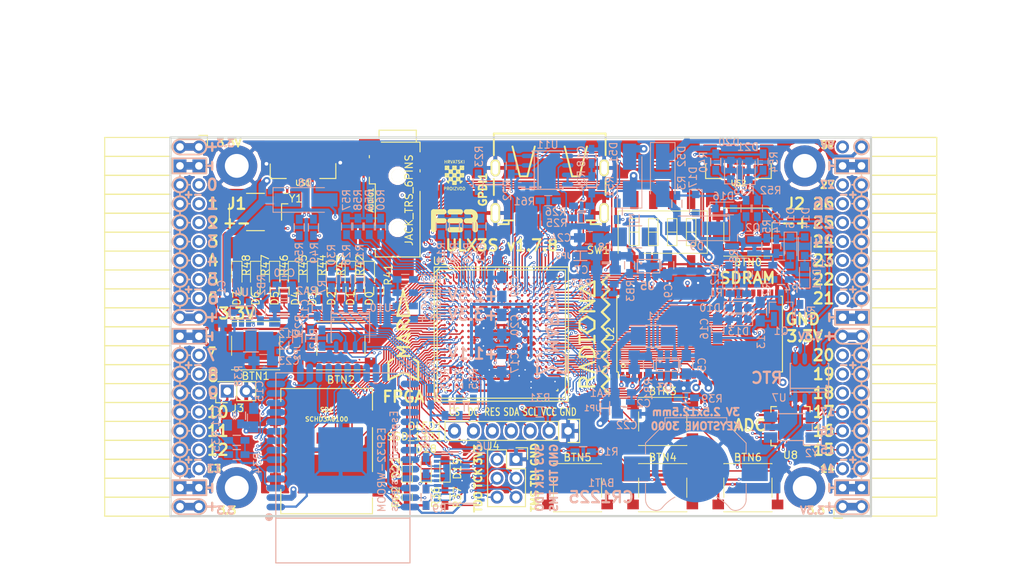
<source format=kicad_pcb>
(kicad_pcb (version 4) (host pcbnew 4.0.7+dfsg1-1)
  (layers (0 F.Cu signal) (1 In1.Cu signal) (2 In2.Cu signal) (31 B.Cu signal) (34 B.Paste user) (35 F.Paste user) (36 B.SilkS user) (37 F.SilkS user) (38 B.Mask user) (39 F.Mask user) (44 Edge.Cuts user))
  (net 0 "")
  (net 1 GND)
  (net 2 +5V)
  (net 3 /gpio/IN5V)
  (net 4 /gpio/OUT5V)
  (net 5 +3V3)
  (net 6 BTN_D)
  (net 7 BTN_F1)
  (net 8 BTN_F2)
  (net 9 BTN_L)
  (net 10 BTN_R)
  (net 11 BTN_U)
  (net 12 /power/FB1)
  (net 13 +2V5)
  (net 14 /power/PWREN)
  (net 15 /power/FB3)
  (net 16 /power/FB2)
  (net 17 "Net-(D9-Pad1)")
  (net 18 /power/VBAT)
  (net 19 JTAG_TDI)
  (net 20 JTAG_TCK)
  (net 21 JTAG_TMS)
  (net 22 JTAG_TDO)
  (net 23 /power/WAKEUPn)
  (net 24 /power/WKUP)
  (net 25 /power/SHUT)
  (net 26 /power/WAKE)
  (net 27 /power/HOLD)
  (net 28 /power/WKn)
  (net 29 /power/OSCI_32k)
  (net 30 /power/OSCO_32k)
  (net 31 "Net-(Q2-Pad3)")
  (net 32 SHUTDOWN)
  (net 33 /analog/AUDIO_L)
  (net 34 /analog/AUDIO_R)
  (net 35 GPDI_5V_SCL)
  (net 36 GPDI_5V_SDA)
  (net 37 GPDI_SDA)
  (net 38 GPDI_SCL)
  (net 39 /gpdi/VREF2)
  (net 40 SD_CMD)
  (net 41 SD_CLK)
  (net 42 SD_D0)
  (net 43 SD_D1)
  (net 44 USB5V)
  (net 45 GPDI_CEC)
  (net 46 nRESET)
  (net 47 FTDI_nDTR)
  (net 48 SDRAM_CKE)
  (net 49 SDRAM_A7)
  (net 50 SDRAM_D15)
  (net 51 SDRAM_BA1)
  (net 52 SDRAM_D7)
  (net 53 SDRAM_A6)
  (net 54 SDRAM_CLK)
  (net 55 SDRAM_D13)
  (net 56 SDRAM_BA0)
  (net 57 SDRAM_D6)
  (net 58 SDRAM_A5)
  (net 59 SDRAM_D14)
  (net 60 SDRAM_A11)
  (net 61 SDRAM_D12)
  (net 62 SDRAM_D5)
  (net 63 SDRAM_A4)
  (net 64 SDRAM_A10)
  (net 65 SDRAM_D11)
  (net 66 SDRAM_A3)
  (net 67 SDRAM_D4)
  (net 68 SDRAM_D10)
  (net 69 SDRAM_D9)
  (net 70 SDRAM_A9)
  (net 71 SDRAM_D3)
  (net 72 SDRAM_D8)
  (net 73 SDRAM_A8)
  (net 74 SDRAM_A2)
  (net 75 SDRAM_A1)
  (net 76 SDRAM_A0)
  (net 77 SDRAM_D2)
  (net 78 SDRAM_D1)
  (net 79 SDRAM_D0)
  (net 80 SDRAM_DQM0)
  (net 81 SDRAM_nCS)
  (net 82 SDRAM_nRAS)
  (net 83 SDRAM_DQM1)
  (net 84 SDRAM_nCAS)
  (net 85 SDRAM_nWE)
  (net 86 /flash/FLASH_nWP)
  (net 87 /flash/FLASH_nHOLD)
  (net 88 /flash/FLASH_MOSI)
  (net 89 /flash/FLASH_MISO)
  (net 90 /flash/FLASH_SCK)
  (net 91 /flash/FLASH_nCS)
  (net 92 /flash/FPGA_PROGRAMN)
  (net 93 /flash/FPGA_DONE)
  (net 94 /flash/FPGA_INITN)
  (net 95 OLED_RES)
  (net 96 OLED_DC)
  (net 97 OLED_CS)
  (net 98 WIFI_EN)
  (net 99 FTDI_nRTS)
  (net 100 FTDI_TXD)
  (net 101 FTDI_RXD)
  (net 102 WIFI_RXD)
  (net 103 WIFI_GPIO0)
  (net 104 WIFI_TXD)
  (net 105 GPDI_ETH-)
  (net 106 GPDI_ETH+)
  (net 107 GPDI_D2+)
  (net 108 GPDI_D2-)
  (net 109 GPDI_D1+)
  (net 110 GPDI_D1-)
  (net 111 GPDI_D0+)
  (net 112 GPDI_D0-)
  (net 113 GPDI_CLK+)
  (net 114 GPDI_CLK-)
  (net 115 USB_FTDI_D+)
  (net 116 USB_FTDI_D-)
  (net 117 SD_D3)
  (net 118 AUDIO_L3)
  (net 119 AUDIO_L2)
  (net 120 AUDIO_L1)
  (net 121 AUDIO_L0)
  (net 122 AUDIO_R3)
  (net 123 AUDIO_R2)
  (net 124 AUDIO_R1)
  (net 125 AUDIO_R0)
  (net 126 OLED_CLK)
  (net 127 OLED_MOSI)
  (net 128 LED0)
  (net 129 LED1)
  (net 130 LED2)
  (net 131 LED3)
  (net 132 LED4)
  (net 133 LED5)
  (net 134 LED6)
  (net 135 LED7)
  (net 136 BTN_PWRn)
  (net 137 FTDI_nTXLED)
  (net 138 FTDI_nSLEEP)
  (net 139 /blinkey/LED_PWREN)
  (net 140 /blinkey/LED_TXLED)
  (net 141 /sdcard/SD3V3)
  (net 142 SD_D2)
  (net 143 CLK_25MHz)
  (net 144 /blinkey/BTNPUL)
  (net 145 /blinkey/BTNPUR)
  (net 146 USB_FPGA_D+)
  (net 147 /power/FTDI_nSUSPEND)
  (net 148 /blinkey/ALED0)
  (net 149 /blinkey/ALED1)
  (net 150 /blinkey/ALED2)
  (net 151 /blinkey/ALED3)
  (net 152 /blinkey/ALED4)
  (net 153 /blinkey/ALED5)
  (net 154 /blinkey/ALED6)
  (net 155 /blinkey/ALED7)
  (net 156 /usb/FTD-)
  (net 157 /usb/FTD+)
  (net 158 ADC_MISO)
  (net 159 ADC_MOSI)
  (net 160 ADC_CSn)
  (net 161 ADC_SCLK)
  (net 162 SW3)
  (net 163 SW2)
  (net 164 SW1)
  (net 165 USB_FPGA_D-)
  (net 166 /usb/FPD+)
  (net 167 /usb/FPD-)
  (net 168 WIFI_GPIO16)
  (net 169 WIFI_GPIO15)
  (net 170 /usb/ANT_433MHz)
  (net 171 /power/PWRBTn)
  (net 172 PROG_DONE)
  (net 173 /power/P3V3)
  (net 174 /power/P2V5)
  (net 175 /power/L1)
  (net 176 /power/L3)
  (net 177 /power/L2)
  (net 178 FTDI_TXDEN)
  (net 179 SDRAM_A12)
  (net 180 /analog/AUDIO_V)
  (net 181 AUDIO_V3)
  (net 182 AUDIO_V2)
  (net 183 AUDIO_V1)
  (net 184 AUDIO_V0)
  (net 185 /gpdi/FPGA_CEC)
  (net 186 /blinkey/LED_WIFI)
  (net 187 WIFI_GPIO2)
  (net 188 /power/P1V1)
  (net 189 +1V1)
  (net 190 SW4)
  (net 191 /blinkey/SWPU)
  (net 192 /wifi/WIFIEN)
  (net 193 FT2V5)
  (net 194 GN0)
  (net 195 GP0)
  (net 196 GN1)
  (net 197 GP1)
  (net 198 GN2)
  (net 199 GP2)
  (net 200 GN3)
  (net 201 GP3)
  (net 202 GN4)
  (net 203 GP4)
  (net 204 GN5)
  (net 205 GP5)
  (net 206 GN6)
  (net 207 GP6)
  (net 208 GN14)
  (net 209 GP14)
  (net 210 GN15)
  (net 211 GP15)
  (net 212 GN16)
  (net 213 GP16)
  (net 214 GN17)
  (net 215 GP17)
  (net 216 GN18)
  (net 217 GP18)
  (net 218 GN19)
  (net 219 GP19)
  (net 220 GN20)
  (net 221 GP20)
  (net 222 GN21)
  (net 223 GP21)
  (net 224 GN22)
  (net 225 GP22)
  (net 226 GN23)
  (net 227 GP23)
  (net 228 GN24)
  (net 229 GP24)
  (net 230 GN25)
  (net 231 GP25)
  (net 232 GN26)
  (net 233 GP26)
  (net 234 GN27)
  (net 235 GP27)
  (net 236 GN7)
  (net 237 GP7)
  (net 238 GN8)
  (net 239 GP8)
  (net 240 GN9)
  (net 241 GP9)
  (net 242 GN10)
  (net 243 GP10)
  (net 244 GN11)
  (net 245 GP11)
  (net 246 GN12)
  (net 247 GP12)
  (net 248 GN13)
  (net 249 GP13)
  (module Socket_Strips:Socket_Strip_Angled_2x20 (layer F.Cu) (at 97.91 62.69 270)
    (fp_text reference J1 (at 7.62 -5.08 360) (layer F.SilkS) (effects (font (size 1.5 1.5) (thickness 0.3))))
    (fp_text value CONN_02X20 hide)
    (pad 1 thru_hole oval (at 0 0 270) (size 1.7272 1.7272) (drill 1.016) (layers *.Cu *.Mask) (net 5 +3V3))
    (pad 2 thru_hole oval (at 0 2.54 270) (size 1.7272 1.7272) (drill 1.016) (layers *.Cu *.Mask) (net 5 +3V3))
    (pad 3 thru_hole rect (at 2.54 0 270) (size 1.7272 1.7272) (drill 1.016) (layers *.Cu *.Mask) (net 1 GND))
    (pad 4 thru_hole rect (at 2.54 2.54 270) (size 1.7272 1.7272) (drill 1.016) (layers *.Cu *.Mask) (net 1 GND))
    (pad 5 thru_hole oval (at 5.08 0 270) (size 1.7272 1.7272) (drill 1.016) (layers *.Cu *.Mask) (net 194 GN0))
    (pad 6 thru_hole oval (at 5.08 2.54 270) (size 1.7272 1.7272) (drill 1.016) (layers *.Cu *.Mask) (net 195 GP0))
    (pad 7 thru_hole oval (at 7.62 0 270) (size 1.7272 1.7272) (drill 1.016) (layers *.Cu *.Mask) (net 196 GN1))
    (pad 8 thru_hole oval (at 7.62 2.54 270) (size 1.7272 1.7272) (drill 1.016) (layers *.Cu *.Mask) (net 197 GP1))
    (pad 9 thru_hole oval (at 10.16 0 270) (size 1.7272 1.7272) (drill 1.016) (layers *.Cu *.Mask) (net 198 GN2))
    (pad 10 thru_hole oval (at 10.16 2.54 270) (size 1.7272 1.7272) (drill 1.016) (layers *.Cu *.Mask) (net 199 GP2))
    (pad 11 thru_hole oval (at 12.7 0 270) (size 1.7272 1.7272) (drill 1.016) (layers *.Cu *.Mask) (net 200 GN3))
    (pad 12 thru_hole oval (at 12.7 2.54 270) (size 1.7272 1.7272) (drill 1.016) (layers *.Cu *.Mask) (net 201 GP3))
    (pad 13 thru_hole oval (at 15.24 0 270) (size 1.7272 1.7272) (drill 1.016) (layers *.Cu *.Mask) (net 202 GN4))
    (pad 14 thru_hole oval (at 15.24 2.54 270) (size 1.7272 1.7272) (drill 1.016) (layers *.Cu *.Mask) (net 203 GP4))
    (pad 15 thru_hole oval (at 17.78 0 270) (size 1.7272 1.7272) (drill 1.016) (layers *.Cu *.Mask) (net 204 GN5))
    (pad 16 thru_hole oval (at 17.78 2.54 270) (size 1.7272 1.7272) (drill 1.016) (layers *.Cu *.Mask) (net 205 GP5))
    (pad 17 thru_hole oval (at 20.32 0 270) (size 1.7272 1.7272) (drill 1.016) (layers *.Cu *.Mask) (net 206 GN6))
    (pad 18 thru_hole oval (at 20.32 2.54 270) (size 1.7272 1.7272) (drill 1.016) (layers *.Cu *.Mask) (net 207 GP6))
    (pad 19 thru_hole oval (at 22.86 0 270) (size 1.7272 1.7272) (drill 1.016) (layers *.Cu *.Mask) (net 5 +3V3))
    (pad 20 thru_hole oval (at 22.86 2.54 270) (size 1.7272 1.7272) (drill 1.016) (layers *.Cu *.Mask) (net 5 +3V3))
    (pad 21 thru_hole rect (at 25.4 0 270) (size 1.7272 1.7272) (drill 1.016) (layers *.Cu *.Mask) (net 1 GND))
    (pad 22 thru_hole rect (at 25.4 2.54 270) (size 1.7272 1.7272) (drill 1.016) (layers *.Cu *.Mask) (net 1 GND))
    (pad 23 thru_hole oval (at 27.94 0 270) (size 1.7272 1.7272) (drill 1.016) (layers *.Cu *.Mask) (net 236 GN7))
    (pad 24 thru_hole oval (at 27.94 2.54 270) (size 1.7272 1.7272) (drill 1.016) (layers *.Cu *.Mask) (net 237 GP7))
    (pad 25 thru_hole oval (at 30.48 0 270) (size 1.7272 1.7272) (drill 1.016) (layers *.Cu *.Mask) (net 238 GN8))
    (pad 26 thru_hole oval (at 30.48 2.54 270) (size 1.7272 1.7272) (drill 1.016) (layers *.Cu *.Mask) (net 239 GP8))
    (pad 27 thru_hole oval (at 33.02 0 270) (size 1.7272 1.7272) (drill 1.016) (layers *.Cu *.Mask) (net 240 GN9))
    (pad 28 thru_hole oval (at 33.02 2.54 270) (size 1.7272 1.7272) (drill 1.016) (layers *.Cu *.Mask) (net 241 GP9))
    (pad 29 thru_hole oval (at 35.56 0 270) (size 1.7272 1.7272) (drill 1.016) (layers *.Cu *.Mask) (net 242 GN10))
    (pad 30 thru_hole oval (at 35.56 2.54 270) (size 1.7272 1.7272) (drill 1.016) (layers *.Cu *.Mask) (net 243 GP10))
    (pad 31 thru_hole oval (at 38.1 0 270) (size 1.7272 1.7272) (drill 1.016) (layers *.Cu *.Mask) (net 244 GN11))
    (pad 32 thru_hole oval (at 38.1 2.54 270) (size 1.7272 1.7272) (drill 1.016) (layers *.Cu *.Mask) (net 245 GP11))
    (pad 33 thru_hole oval (at 40.64 0 270) (size 1.7272 1.7272) (drill 1.016) (layers *.Cu *.Mask) (net 246 GN12))
    (pad 34 thru_hole oval (at 40.64 2.54 270) (size 1.7272 1.7272) (drill 1.016) (layers *.Cu *.Mask) (net 247 GP12))
    (pad 35 thru_hole oval (at 43.18 0 270) (size 1.7272 1.7272) (drill 1.016) (layers *.Cu *.Mask) (net 248 GN13))
    (pad 36 thru_hole oval (at 43.18 2.54 270) (size 1.7272 1.7272) (drill 1.016) (layers *.Cu *.Mask) (net 249 GP13))
    (pad 37 thru_hole rect (at 45.72 0 270) (size 1.7272 1.7272) (drill 1.016) (layers *.Cu *.Mask) (net 1 GND))
    (pad 38 thru_hole rect (at 45.72 2.54 270) (size 1.7272 1.7272) (drill 1.016) (layers *.Cu *.Mask) (net 1 GND))
    (pad 39 thru_hole oval (at 48.26 0 270) (size 1.7272 1.7272) (drill 1.016) (layers *.Cu *.Mask) (net 5 +3V3))
    (pad 40 thru_hole oval (at 48.26 2.54 270) (size 1.7272 1.7272) (drill 1.016) (layers *.Cu *.Mask) (net 5 +3V3))
  )
  (module SMD_Packages:1Pin (layer F.Cu) (at 182.67515 111.637626)
    (fp_text reference AE1 hide)
    (fp_text value 433MHz hide)
    (pad 1 smd rect (at 0 0) (size 0.5 0.5) (layers B.Cu F.Paste F.Mask) (net 170 /usb/ANT_433MHz))
  )
  (module Resistors_SMD:R_0603_HandSoldering (layer B.Cu) (at 103.498 98.758 90)
    (fp_text reference R38 (at 5.334 -0.254 90) (layer B.SilkS) (effects (justify mirror)))
    (fp_text value 0.47)
    (pad 1 smd rect (at -1.1 0 90) (size 1.2 0.9) (layers B.Cu B.Paste B.Mask) (net 141 /sdcard/SD3V3))
    (pad 2 smd rect (at 1.1 0 90) (size 1.2 0.9) (layers B.Cu B.Paste B.Mask) (net 5 +3V3))
  )
  (module jumper:SOLDER-JUMPER_1-WAY (layer B.Cu) (at 152.393 97.742 270)
    (fp_text reference JP1 (at 0 1.778 360) (layer B.SilkS) (effects (font (size 0.762 0.762) (thickness 0.1524)) (justify mirror)))
    (fp_text value 1.2 hide)
    (pad 1 smd rect (at -0.6 0 270) (size 1 1) (layers B.Cu B.Paste B.Mask) (net 188 /power/P1V1))
    (pad 2 smd rect (at 0.6 0 270) (size 1 1) (layers B.Cu B.Paste B.Mask) (net 189 +1V1))
  )
  (module Diodes_SMD:D_SMA_Handsoldering (layer B.Cu) (at 155.695 66.5 90)
    (fp_text reference D51 (at 3.048 -2.159 90) (layer B.SilkS) (effects (justify mirror)))
    (fp_text value STPS2L30AF hide)
    (pad 1 smd rect (at -2.5 0 90) (size 3.5 1.8) (layers B.Cu B.Paste B.Mask) (net 2 +5V))
    (pad 2 smd rect (at 2.5 0 90) (size 3.5 1.8) (layers B.Cu B.Paste B.Mask) (net 3 /gpio/IN5V))
  )
  (module Resistors_SMD:R_0603_HandSoldering (layer B.Cu) (at 154.044 71.326 90)
    (fp_text reference R51 (at 3.302 -1.016 90) (layer B.SilkS) (effects (justify mirror)))
    (fp_text value 150)
    (pad 1 smd rect (at -1.1 0 90) (size 1.2 0.9) (layers B.Cu B.Paste B.Mask) (net 5 +3V3))
    (pad 2 smd rect (at 1.1 0 90) (size 1.2 0.9) (layers B.Cu B.Paste B.Mask) (net 191 /blinkey/SWPU))
  )
  (module Resistors_SMD:R_1210_HandSoldering (layer B.Cu) (at 158.87 88.09 180)
    (fp_text reference L1 (at 0 2.7 180) (layer B.SilkS) (effects (justify mirror)))
    (fp_text value 2.2uH)
    (pad 1 smd rect (at -2 0 180) (size 2 2.5) (layers B.Cu B.Paste B.Mask) (net 175 /power/L1))
    (pad 2 smd rect (at 2 0 180) (size 2 2.5) (layers B.Cu B.Paste B.Mask) (net 188 /power/P1V1))
  )
  (module TSOT-25:TSOT-25 (layer B.Cu) (at 160.775 91.9)
    (fp_text reference U3 (at -0.381 3.048) (layer B.SilkS) (effects (font (thickness 0.2)) (justify mirror)))
    (fp_text value DIO6015)
    (pad 1 smd rect (at -0.95 -1.3) (size 0.7 1.2) (layers B.Cu B.Paste B.Mask) (net 14 /power/PWREN))
    (pad 2 smd rect (at 0 -1.3) (size 0.7 1.2) (layers B.Cu B.Paste B.Mask) (net 1 GND))
    (pad 3 smd rect (at 0.95 -1.3) (size 0.7 1.2) (layers B.Cu B.Paste B.Mask) (net 175 /power/L1))
    (pad 4 smd rect (at 0.95 1.3) (size 0.7 1.2) (layers B.Cu B.Paste B.Mask) (net 2 +5V))
    (pad 5 smd rect (at -0.95 1.3) (size 0.7 1.2) (layers B.Cu B.Paste B.Mask) (net 12 /power/FB1))
  )
  (module Resistors_SMD:R_1210_HandSoldering (layer B.Cu) (at 104.895 88.725)
    (fp_text reference L2 (at 4.445 0.635) (layer B.SilkS) (effects (justify mirror)))
    (fp_text value 2.2uH)
    (pad 1 smd rect (at -2 0) (size 2 2.5) (layers B.Cu B.Paste B.Mask) (net 177 /power/L2))
    (pad 2 smd rect (at 2 0) (size 2 2.5) (layers B.Cu B.Paste B.Mask) (net 174 /power/P2V5))
  )
  (module TSOT-25:TSOT-25 (layer B.Cu) (at 103.625 84.915 180)
    (fp_text reference U4 (at 0 2.697 180) (layer B.SilkS) (effects (font (thickness 0.2)) (justify mirror)))
    (fp_text value LX7172)
    (pad 1 smd rect (at -0.95 -1.3 180) (size 0.7 1.2) (layers B.Cu B.Paste B.Mask) (net 14 /power/PWREN))
    (pad 2 smd rect (at 0 -1.3 180) (size 0.7 1.2) (layers B.Cu B.Paste B.Mask) (net 1 GND))
    (pad 3 smd rect (at 0.95 -1.3 180) (size 0.7 1.2) (layers B.Cu B.Paste B.Mask) (net 177 /power/L2))
    (pad 4 smd rect (at 0.95 1.3 180) (size 0.7 1.2) (layers B.Cu B.Paste B.Mask) (net 2 +5V))
    (pad 5 smd rect (at -0.95 1.3 180) (size 0.7 1.2) (layers B.Cu B.Paste B.Mask) (net 16 /power/FB2))
  )
  (module Resistors_SMD:R_1210_HandSoldering (layer B.Cu) (at 156.33 74.755 180)
    (fp_text reference L3 (at 0 2.413 180) (layer B.SilkS) (effects (justify mirror)))
    (fp_text value 2.2uH)
    (pad 1 smd rect (at -2 0 180) (size 2 2.5) (layers B.Cu B.Paste B.Mask) (net 176 /power/L3))
    (pad 2 smd rect (at 2 0 180) (size 2 2.5) (layers B.Cu B.Paste B.Mask) (net 173 /power/P3V3))
  )
  (module TSOT-25:TSOT-25 (layer B.Cu) (at 158.235 78.692)
    (fp_text reference U5 (at -0.127 2.667) (layer B.SilkS) (effects (font (thickness 0.2)) (justify mirror)))
    (fp_text value TLV62569DBV)
    (pad 1 smd rect (at -0.95 -1.3) (size 0.7 1.2) (layers B.Cu B.Paste B.Mask) (net 14 /power/PWREN))
    (pad 2 smd rect (at 0 -1.3) (size 0.7 1.2) (layers B.Cu B.Paste B.Mask) (net 1 GND))
    (pad 3 smd rect (at 0.95 -1.3) (size 0.7 1.2) (layers B.Cu B.Paste B.Mask) (net 176 /power/L3))
    (pad 4 smd rect (at 0.95 1.3) (size 0.7 1.2) (layers B.Cu B.Paste B.Mask) (net 2 +5V))
    (pad 5 smd rect (at -0.95 1.3) (size 0.7 1.2) (layers B.Cu B.Paste B.Mask) (net 15 /power/FB3))
  )
  (module Capacitors_SMD:C_0805_HandSoldering (layer B.Cu) (at 101.085 84.915 270)
    (fp_text reference C1 (at -3.429 0.127 270) (layer B.SilkS) (effects (justify mirror)))
    (fp_text value 22uF)
    (pad 1 smd rect (at -1.25 0 270) (size 1.5 1.25) (layers B.Cu B.Paste B.Mask) (net 2 +5V))
    (pad 2 smd rect (at 1.25 0 270) (size 1.5 1.25) (layers B.Cu B.Paste B.Mask) (net 1 GND))
  )
  (module Capacitors_SMD:C_0805_HandSoldering (layer B.Cu) (at 155.06 90.63)
    (fp_text reference C3 (at -3.048 0) (layer B.SilkS) (effects (justify mirror)))
    (fp_text value 22uF)
    (pad 1 smd rect (at -1.25 0) (size 1.5 1.25) (layers B.Cu B.Paste B.Mask) (net 188 /power/P1V1))
    (pad 2 smd rect (at 1.25 0) (size 1.5 1.25) (layers B.Cu B.Paste B.Mask) (net 1 GND))
  )
  (module Capacitors_SMD:C_0805_HandSoldering (layer B.Cu) (at 155.06 92.535)
    (fp_text reference C4 (at -3.048 0.127) (layer B.SilkS) (effects (justify mirror)))
    (fp_text value 22uF)
    (pad 1 smd rect (at -1.25 0) (size 1.5 1.25) (layers B.Cu B.Paste B.Mask) (net 188 /power/P1V1))
    (pad 2 smd rect (at 1.25 0) (size 1.5 1.25) (layers B.Cu B.Paste B.Mask) (net 1 GND))
  )
  (module Capacitors_SMD:C_0805_HandSoldering (layer B.Cu) (at 163.315 91.9 90)
    (fp_text reference C5 (at 0 2.1 90) (layer B.SilkS) (effects (justify mirror)))
    (fp_text value 22uF)
    (pad 1 smd rect (at -1.25 0 90) (size 1.5 1.25) (layers B.Cu B.Paste B.Mask) (net 2 +5V))
    (pad 2 smd rect (at 1.25 0 90) (size 1.5 1.25) (layers B.Cu B.Paste B.Mask) (net 1 GND))
  )
  (module Capacitors_SMD:C_0805_HandSoldering (layer B.Cu) (at 152.52 79.2)
    (fp_text reference C7 (at -3.302 0) (layer B.SilkS) (effects (justify mirror)))
    (fp_text value 22uF)
    (pad 1 smd rect (at -1.25 0) (size 1.5 1.25) (layers B.Cu B.Paste B.Mask) (net 173 /power/P3V3))
    (pad 2 smd rect (at 1.25 0) (size 1.5 1.25) (layers B.Cu B.Paste B.Mask) (net 1 GND))
  )
  (module Capacitors_SMD:C_0805_HandSoldering (layer B.Cu) (at 152.52 77.295)
    (fp_text reference C8 (at -0.127 -1.143) (layer B.SilkS) (effects (justify mirror)))
    (fp_text value 22uF)
    (pad 1 smd rect (at -1.25 0) (size 1.5 1.25) (layers B.Cu B.Paste B.Mask) (net 173 /power/P3V3))
    (pad 2 smd rect (at 1.25 0) (size 1.5 1.25) (layers B.Cu B.Paste B.Mask) (net 1 GND))
  )
  (module Capacitors_SMD:C_0805_HandSoldering (layer B.Cu) (at 160.775 78.565 90)
    (fp_text reference C9 (at -3.429 0.127 90) (layer B.SilkS) (effects (justify mirror)))
    (fp_text value 22uF)
    (pad 1 smd rect (at -1.25 0 90) (size 1.5 1.25) (layers B.Cu B.Paste B.Mask) (net 2 +5V))
    (pad 2 smd rect (at 1.25 0 90) (size 1.5 1.25) (layers B.Cu B.Paste B.Mask) (net 1 GND))
  )
  (module Capacitors_SMD:C_0805_HandSoldering (layer B.Cu) (at 109.34 84.28 180)
    (fp_text reference C11 (at -2.794 -0.254 270) (layer B.SilkS) (effects (justify mirror)))
    (fp_text value 22uF)
    (pad 1 smd rect (at -1.25 0 180) (size 1.5 1.25) (layers B.Cu B.Paste B.Mask) (net 174 /power/P2V5))
    (pad 2 smd rect (at 1.25 0 180) (size 1.5 1.25) (layers B.Cu B.Paste B.Mask) (net 1 GND))
  )
  (module Capacitors_SMD:C_0805_HandSoldering (layer B.Cu) (at 109.34 86.185 180)
    (fp_text reference C12 (at -0.635 -1.615 360) (layer B.SilkS) (effects (justify mirror)))
    (fp_text value 22uF)
    (pad 1 smd rect (at -1.25 0 180) (size 1.5 1.25) (layers B.Cu B.Paste B.Mask) (net 174 /power/P2V5))
    (pad 2 smd rect (at 1.25 0 180) (size 1.5 1.25) (layers B.Cu B.Paste B.Mask) (net 1 GND))
  )
  (module Capacitors_SMD:C_0805_HandSoldering (layer B.Cu) (at 173.221 84.788 90)
    (fp_text reference C13 (at -3.556 0.127 90) (layer B.SilkS) (effects (justify mirror)))
    (fp_text value 2.2uF)
    (pad 1 smd rect (at -1.25 0 90) (size 1.5 1.25) (layers B.Cu B.Paste B.Mask) (net 2 +5V))
    (pad 2 smd rect (at 1.25 0 90) (size 1.5 1.25) (layers B.Cu B.Paste B.Mask) (net 24 /power/WKUP))
  )
  (module TO_SOT_Packages_SMD:SOT-23_Handsoldering (layer B.Cu) (at 176.015 84.28 90)
    (fp_text reference Q1 (at -3.1115 0 180) (layer B.SilkS) (effects (justify mirror)))
    (fp_text value BC857)
    (pad 1 smd rect (at -1.5 0.95 90) (size 1.9 0.8) (layers B.Cu B.Paste B.Mask) (net 28 /power/WKn))
    (pad 2 smd rect (at -1.5 -0.95 90) (size 1.9 0.8) (layers B.Cu B.Paste B.Mask) (net 2 +5V))
    (pad 3 smd rect (at 1.5 0 90) (size 1.9 0.8) (layers B.Cu B.Paste B.Mask) (net 24 /power/WKUP))
  )
  (module TO_SOT_Packages_SMD:SOT-23_Handsoldering (layer B.Cu) (at 170.935 76.025 180)
    (fp_text reference Q2 (at -1.295 2.5 180) (layer B.SilkS) (effects (justify mirror)))
    (fp_text value 2N7002)
    (pad 1 smd rect (at -1.5 0.95 180) (size 1.9 0.8) (layers B.Cu B.Paste B.Mask) (net 25 /power/SHUT))
    (pad 2 smd rect (at -1.5 -0.95 180) (size 1.9 0.8) (layers B.Cu B.Paste B.Mask) (net 1 GND))
    (pad 3 smd rect (at 1.5 0 180) (size 1.9 0.8) (layers B.Cu B.Paste B.Mask) (net 31 "Net-(Q2-Pad3)"))
  )
  (module Capacitors_SMD:C_0603_HandSoldering (layer B.Cu) (at 154.86 96.91)
    (fp_text reference C2 (at 2.74 0.197) (layer B.SilkS) (effects (justify mirror)))
    (fp_text value 470pF)
    (pad 1 smd rect (at -0.95 0) (size 1.2 0.75) (layers B.Cu B.Paste B.Mask) (net 188 /power/P1V1))
    (pad 2 smd rect (at 0.95 0) (size 1.2 0.75) (layers B.Cu B.Paste B.Mask) (net 12 /power/FB1))
  )
  (module Capacitors_SMD:C_0603_HandSoldering (layer B.Cu) (at 152.52 82.375)
    (fp_text reference C6 (at -2.794 0.127) (layer B.SilkS) (effects (justify mirror)))
    (fp_text value 470pF)
    (pad 1 smd rect (at -0.95 0) (size 1.2 0.75) (layers B.Cu B.Paste B.Mask) (net 173 /power/P3V3))
    (pad 2 smd rect (at 0.95 0) (size 1.2 0.75) (layers B.Cu B.Paste B.Mask) (net 15 /power/FB3))
  )
  (module Capacitors_SMD:C_0603_HandSoldering (layer B.Cu) (at 109.34 81.105 180)
    (fp_text reference C10 (at -0.04 1.505 180) (layer B.SilkS) (effects (justify mirror)))
    (fp_text value 470pF)
    (pad 1 smd rect (at -0.95 0 180) (size 1.2 0.75) (layers B.Cu B.Paste B.Mask) (net 174 /power/P2V5))
    (pad 2 smd rect (at 0.95 0 180) (size 1.2 0.75) (layers B.Cu B.Paste B.Mask) (net 16 /power/FB2))
  )
  (module Capacitors_SMD:C_0603_HandSoldering (layer B.Cu) (at 175.38 76.025 270)
    (fp_text reference C14 (at -3.175 0 270) (layer B.SilkS) (effects (justify mirror)))
    (fp_text value 100nF)
    (pad 1 smd rect (at -0.95 0 270) (size 1.2 0.75) (layers B.Cu B.Paste B.Mask) (net 25 /power/SHUT))
    (pad 2 smd rect (at 0.95 0 270) (size 1.2 0.75) (layers B.Cu B.Paste B.Mask) (net 1 GND))
  )
  (module Resistors_SMD:R_0603_HandSoldering (layer B.Cu) (at 170.3 82.375)
    (fp_text reference R1 (at -3.048 -0.127) (layer B.SilkS) (effects (justify mirror)))
    (fp_text value 15k)
    (pad 1 smd rect (at -1.1 0) (size 1.2 0.9) (layers B.Cu B.Paste B.Mask) (net 26 /power/WAKE))
    (pad 2 smd rect (at 1.1 0) (size 1.2 0.9) (layers B.Cu B.Paste B.Mask) (net 14 /power/PWREN))
  )
  (module Resistors_SMD:R_0603_HandSoldering (layer B.Cu) (at 172.84 79.835 90)
    (fp_text reference R2 (at -1.905 1.27 90) (layer B.SilkS) (effects (justify mirror)))
    (fp_text value 47k)
    (pad 1 smd rect (at -1.1 0 90) (size 1.2 0.9) (layers B.Cu B.Paste B.Mask) (net 14 /power/PWREN))
    (pad 2 smd rect (at 1.1 0 90) (size 1.2 0.9) (layers B.Cu B.Paste B.Mask) (net 1 GND))
  )
  (module Resistors_SMD:R_0603_HandSoldering (layer B.Cu) (at 176.015 80.47 180)
    (fp_text reference R4 (at -1.397 -1.27 360) (layer B.SilkS) (effects (justify mirror)))
    (fp_text value 4.7k)
    (pad 1 smd rect (at -1.1 0 180) (size 1.2 0.9) (layers B.Cu B.Paste B.Mask) (net 27 /power/HOLD))
    (pad 2 smd rect (at 1.1 0 180) (size 1.2 0.9) (layers B.Cu B.Paste B.Mask) (net 14 /power/PWREN))
  )
  (module Resistors_SMD:R_0603_HandSoldering (layer B.Cu) (at 174.11 76.025 270)
    (fp_text reference R5 (at -2.667 0 270) (layer B.SilkS) (effects (justify mirror)))
    (fp_text value 4.7M)
    (pad 1 smd rect (at -1.1 0 270) (size 1.2 0.9) (layers B.Cu B.Paste B.Mask) (net 25 /power/SHUT))
    (pad 2 smd rect (at 1.1 0 270) (size 1.2 0.9) (layers B.Cu B.Paste B.Mask) (net 1 GND))
  )
  (module Resistors_SMD:R_0603_HandSoldering (layer B.Cu) (at 178.555 84.915 270)
    (fp_text reference R6 (at 0 -1.524 270) (layer B.SilkS) (effects (justify mirror)))
    (fp_text value 1k)
    (pad 1 smd rect (at -1.1 0 270) (size 1.2 0.9) (layers B.Cu B.Paste B.Mask) (net 28 /power/WKn))
    (pad 2 smd rect (at 1.1 0 270) (size 1.2 0.9) (layers B.Cu B.Paste B.Mask) (net 23 /power/WAKEUPn))
  )
  (module Resistors_SMD:R_0603_HandSoldering (layer B.Cu) (at 113.785 84.28 270)
    (fp_text reference R7 (at -2.794 -0.635 270) (layer B.SilkS) (effects (justify mirror)))
    (fp_text value 150)
    (pad 1 smd rect (at -1.1 0 270) (size 1.2 0.9) (layers B.Cu B.Paste B.Mask) (net 5 +3V3))
    (pad 2 smd rect (at 1.1 0 270) (size 1.2 0.9) (layers B.Cu B.Paste B.Mask) (net 144 /blinkey/BTNPUL))
  )
  (module Resistors_SMD:R_0603_HandSoldering (layer B.Cu) (at 170.935 79.835 90)
    (fp_text reference R8 (at 2.54 -1.27 90) (layer B.SilkS) (effects (justify mirror)))
    (fp_text value 1k)
    (pad 1 smd rect (at -1.1 0 90) (size 1.2 0.9) (layers B.Cu B.Paste B.Mask) (net 14 /power/PWREN))
    (pad 2 smd rect (at 1.1 0 90) (size 1.2 0.9) (layers B.Cu B.Paste B.Mask) (net 31 "Net-(Q2-Pad3)"))
  )
  (module Resistors_SMD:R_0603_HandSoldering (layer B.Cu) (at 128.39 109.68 270)
    (fp_text reference R9 (at 1.524 -1.778 360) (layer B.SilkS) (effects (justify mirror)))
    (fp_text value 15k)
    (pad 1 smd rect (at -1.1 0 270) (size 1.2 0.9) (layers B.Cu B.Paste B.Mask) (net 46 nRESET))
    (pad 2 smd rect (at 1.1 0 270) (size 1.2 0.9) (layers B.Cu B.Paste B.Mask) (net 193 FT2V5))
  )
  (module Resistors_SMD:R_0603_HandSoldering (layer B.Cu) (at 149.472 103.584 180)
    (fp_text reference R10 (at -3.302 0 180) (layer B.SilkS) (effects (justify mirror)))
    (fp_text value 150)
    (pad 1 smd rect (at -1.1 0 180) (size 1.2 0.9) (layers B.Cu B.Paste B.Mask) (net 147 /power/FTDI_nSUSPEND))
    (pad 2 smd rect (at 1.1 0 180) (size 1.2 0.9) (layers B.Cu B.Paste B.Mask) (net 138 FTDI_nSLEEP))
  )
  (module Resistors_SMD:R_0603_HandSoldering (layer B.Cu) (at 176.015 78.565 180)
    (fp_text reference R13 (at -5.588 0.254 180) (layer B.SilkS) (effects (justify mirror)))
    (fp_text value 15k)
    (pad 1 smd rect (at -1.1 0 180) (size 1.2 0.9) (layers B.Cu B.Paste B.Mask) (net 32 SHUTDOWN))
    (pad 2 smd rect (at 1.1 0 180) (size 1.2 0.9) (layers B.Cu B.Paste B.Mask) (net 1 GND))
  )
  (module Resistors_SMD:R_0603_HandSoldering (layer B.Cu) (at 154.86 95.64)
    (fp_text reference RA1 (at -3.102 0.07) (layer B.SilkS) (effects (justify mirror)))
    (fp_text value 15k)
    (pad 1 smd rect (at -1.1 0) (size 1.2 0.9) (layers B.Cu B.Paste B.Mask) (net 188 /power/P1V1))
    (pad 2 smd rect (at 1.1 0) (size 1.2 0.9) (layers B.Cu B.Paste B.Mask) (net 12 /power/FB1))
  )
  (module Resistors_SMD:R_0603_HandSoldering (layer B.Cu) (at 109.34 82.375 180)
    (fp_text reference RA2 (at -3.048 0.381 360) (layer B.SilkS) (effects (justify mirror)))
    (fp_text value 15k)
    (pad 1 smd rect (at -1.1 0 180) (size 1.2 0.9) (layers B.Cu B.Paste B.Mask) (net 174 /power/P2V5))
    (pad 2 smd rect (at 1.1 0 180) (size 1.2 0.9) (layers B.Cu B.Paste B.Mask) (net 16 /power/FB2))
  )
  (module Resistors_SMD:R_0603_HandSoldering (layer B.Cu) (at 152.52 81.105)
    (fp_text reference RA3 (at -3.302 -0.127) (layer B.SilkS) (effects (justify mirror)))
    (fp_text value 15k)
    (pad 1 smd rect (at -1.1 0) (size 1.2 0.9) (layers B.Cu B.Paste B.Mask) (net 173 /power/P3V3))
    (pad 2 smd rect (at 1.1 0) (size 1.2 0.9) (layers B.Cu B.Paste B.Mask) (net 15 /power/FB3))
  )
  (module Resistors_SMD:R_0603_HandSoldering (layer B.Cu) (at 158.235 91.9 270)
    (fp_text reference RB1 (at 3.302 0 270) (layer B.SilkS) (effects (justify mirror)))
    (fp_text value 18k)
    (pad 1 smd rect (at -1.1 0 270) (size 1.2 0.9) (layers B.Cu B.Paste B.Mask) (net 1 GND))
    (pad 2 smd rect (at 1.1 0 270) (size 1.2 0.9) (layers B.Cu B.Paste B.Mask) (net 12 /power/FB1))
  )
  (module Resistors_SMD:R_0603_HandSoldering (layer B.Cu) (at 106.165 84.915 90)
    (fp_text reference RB2 (at 3.683 0.127 90) (layer B.SilkS) (effects (justify mirror)))
    (fp_text value 4.7k)
    (pad 1 smd rect (at -1.1 0 90) (size 1.2 0.9) (layers B.Cu B.Paste B.Mask) (net 1 GND))
    (pad 2 smd rect (at 1.1 0 90) (size 1.2 0.9) (layers B.Cu B.Paste B.Mask) (net 16 /power/FB2))
  )
  (module Resistors_SMD:R_0603_HandSoldering (layer B.Cu) (at 155.695 78.565 270)
    (fp_text reference RB3 (at 3.429 -0.127 270) (layer B.SilkS) (effects (justify mirror)))
    (fp_text value 3.3k)
    (pad 1 smd rect (at -1.1 0 270) (size 1.2 0.9) (layers B.Cu B.Paste B.Mask) (net 1 GND))
    (pad 2 smd rect (at 1.1 0 270) (size 1.2 0.9) (layers B.Cu B.Paste B.Mask) (net 15 /power/FB3))
  )
  (module Resistors_SMD:R_0603_HandSoldering (layer B.Cu) (at 125.596 85.804 180)
    (fp_text reference R14 (at -3.47 0.127 180) (layer B.SilkS) (effects (justify mirror)))
    (fp_text value 1.2k)
    (pad 1 smd rect (at -1.1 0 180) (size 1.2 0.9) (layers B.Cu B.Paste B.Mask) (net 121 AUDIO_L0))
    (pad 2 smd rect (at 1.1 0 180) (size 1.2 0.9) (layers B.Cu B.Paste B.Mask) (net 33 /analog/AUDIO_L))
  )
  (module Resistors_SMD:R_0603_HandSoldering (layer B.Cu) (at 125.596 84.026 180)
    (fp_text reference R15 (at -3.47 -0.001 180) (layer B.SilkS) (effects (justify mirror)))
    (fp_text value 680)
    (pad 1 smd rect (at -1.1 0 180) (size 1.2 0.9) (layers B.Cu B.Paste B.Mask) (net 120 AUDIO_L1))
    (pad 2 smd rect (at 1.1 0 180) (size 1.2 0.9) (layers B.Cu B.Paste B.Mask) (net 33 /analog/AUDIO_L))
  )
  (module Resistors_SMD:R_0603_HandSoldering (layer B.Cu) (at 125.596 82.248 180)
    (fp_text reference R16 (at -3.47 -0.127 180) (layer B.SilkS) (effects (justify mirror)))
    (fp_text value 330)
    (pad 1 smd rect (at -1.1 0 180) (size 1.2 0.9) (layers B.Cu B.Paste B.Mask) (net 119 AUDIO_L2))
    (pad 2 smd rect (at 1.1 0 180) (size 1.2 0.9) (layers B.Cu B.Paste B.Mask) (net 33 /analog/AUDIO_L))
  )
  (module Resistors_SMD:R_0603_HandSoldering (layer B.Cu) (at 125.596 80.47 180)
    (fp_text reference R17 (at -3.47 0 180) (layer B.SilkS) (effects (justify mirror)))
    (fp_text value 150)
    (pad 1 smd rect (at -1.1 0 180) (size 1.2 0.9) (layers B.Cu B.Paste B.Mask) (net 118 AUDIO_L3))
    (pad 2 smd rect (at 1.1 0 180) (size 1.2 0.9) (layers B.Cu B.Paste B.Mask) (net 33 /analog/AUDIO_L))
  )
  (module Resistors_SMD:R_0603_HandSoldering (layer B.Cu) (at 130.422 73.358 90)
    (fp_text reference R18 (at -3.556 0 90) (layer B.SilkS) (effects (justify mirror)))
    (fp_text value 1.2k)
    (pad 1 smd rect (at -1.1 0 90) (size 1.2 0.9) (layers B.Cu B.Paste B.Mask) (net 125 AUDIO_R0))
    (pad 2 smd rect (at 1.1 0 90) (size 1.2 0.9) (layers B.Cu B.Paste B.Mask) (net 34 /analog/AUDIO_R))
  )
  (module Resistors_SMD:R_0603_HandSoldering (layer B.Cu) (at 132.2 73.358 90)
    (fp_text reference R19 (at -3.556 0 90) (layer B.SilkS) (effects (justify mirror)))
    (fp_text value 680)
    (pad 1 smd rect (at -1.1 0 90) (size 1.2 0.9) (layers B.Cu B.Paste B.Mask) (net 124 AUDIO_R1))
    (pad 2 smd rect (at 1.1 0 90) (size 1.2 0.9) (layers B.Cu B.Paste B.Mask) (net 34 /analog/AUDIO_R))
  )
  (module Resistors_SMD:R_0603_HandSoldering (layer B.Cu) (at 133.978 73.358 90)
    (fp_text reference R20 (at -3.556 0 90) (layer B.SilkS) (effects (justify mirror)))
    (fp_text value 330)
    (pad 1 smd rect (at -1.1 0 90) (size 1.2 0.9) (layers B.Cu B.Paste B.Mask) (net 123 AUDIO_R2))
    (pad 2 smd rect (at 1.1 0 90) (size 1.2 0.9) (layers B.Cu B.Paste B.Mask) (net 34 /analog/AUDIO_R))
  )
  (module Resistors_SMD:R_0603_HandSoldering (layer B.Cu) (at 135.756 73.358 90)
    (fp_text reference R21 (at -3.556 0 90) (layer B.SilkS) (effects (justify mirror)))
    (fp_text value 150)
    (pad 1 smd rect (at -1.1 0 90) (size 1.2 0.9) (layers B.Cu B.Paste B.Mask) (net 122 AUDIO_R3))
    (pad 2 smd rect (at 1.1 0 90) (size 1.2 0.9) (layers B.Cu B.Paste B.Mask) (net 34 /analog/AUDIO_R))
  )
  (module Capacitors_SMD:C_0603_HandSoldering (layer B.Cu) (at 150.5896 63.96 90)
    (fp_text reference C18 (at 0 -1.3716 90) (layer B.SilkS) (effects (justify mirror)))
    (fp_text value 470pF)
    (pad 1 smd rect (at -0.95 0 90) (size 1.2 0.75) (layers B.Cu B.Paste B.Mask) (net 39 /gpdi/VREF2))
    (pad 2 smd rect (at 0.95 0 90) (size 1.2 0.75) (layers B.Cu B.Paste B.Mask) (net 1 GND))
  )
  (module Socket_Strips:Socket_Strip_Angled_2x20 (layer F.Cu) (at 184.27 110.95 90)
    (fp_text reference J2 (at 40.64 -6.35 180) (layer F.SilkS) (effects (font (size 1.5 1.5) (thickness 0.3))))
    (fp_text value CONN_02X20 hide)
    (pad 1 thru_hole oval (at 0 0 90) (size 1.7272 1.7272) (drill 1.016) (layers *.Cu *.Mask) (net 5 +3V3))
    (pad 2 thru_hole oval (at 0 2.54 90) (size 1.7272 1.7272) (drill 1.016) (layers *.Cu *.Mask) (net 5 +3V3))
    (pad 3 thru_hole rect (at 2.54 0 90) (size 1.7272 1.7272) (drill 1.016) (layers *.Cu *.Mask) (net 1 GND))
    (pad 4 thru_hole rect (at 2.54 2.54 90) (size 1.7272 1.7272) (drill 1.016) (layers *.Cu *.Mask) (net 1 GND))
    (pad 5 thru_hole oval (at 5.08 0 90) (size 1.7272 1.7272) (drill 1.016) (layers *.Cu *.Mask) (net 208 GN14))
    (pad 6 thru_hole oval (at 5.08 2.54 90) (size 1.7272 1.7272) (drill 1.016) (layers *.Cu *.Mask) (net 209 GP14))
    (pad 7 thru_hole oval (at 7.62 0 90) (size 1.7272 1.7272) (drill 1.016) (layers *.Cu *.Mask) (net 210 GN15))
    (pad 8 thru_hole oval (at 7.62 2.54 90) (size 1.7272 1.7272) (drill 1.016) (layers *.Cu *.Mask) (net 211 GP15))
    (pad 9 thru_hole oval (at 10.16 0 90) (size 1.7272 1.7272) (drill 1.016) (layers *.Cu *.Mask) (net 212 GN16))
    (pad 10 thru_hole oval (at 10.16 2.54 90) (size 1.7272 1.7272) (drill 1.016) (layers *.Cu *.Mask) (net 213 GP16))
    (pad 11 thru_hole oval (at 12.7 0 90) (size 1.7272 1.7272) (drill 1.016) (layers *.Cu *.Mask) (net 214 GN17))
    (pad 12 thru_hole oval (at 12.7 2.54 90) (size 1.7272 1.7272) (drill 1.016) (layers *.Cu *.Mask) (net 215 GP17))
    (pad 13 thru_hole oval (at 15.24 0 90) (size 1.7272 1.7272) (drill 1.016) (layers *.Cu *.Mask) (net 216 GN18))
    (pad 14 thru_hole oval (at 15.24 2.54 90) (size 1.7272 1.7272) (drill 1.016) (layers *.Cu *.Mask) (net 217 GP18))
    (pad 15 thru_hole oval (at 17.78 0 90) (size 1.7272 1.7272) (drill 1.016) (layers *.Cu *.Mask) (net 218 GN19))
    (pad 16 thru_hole oval (at 17.78 2.54 90) (size 1.7272 1.7272) (drill 1.016) (layers *.Cu *.Mask) (net 219 GP19))
    (pad 17 thru_hole oval (at 20.32 0 90) (size 1.7272 1.7272) (drill 1.016) (layers *.Cu *.Mask) (net 220 GN20))
    (pad 18 thru_hole oval (at 20.32 2.54 90) (size 1.7272 1.7272) (drill 1.016) (layers *.Cu *.Mask) (net 221 GP20))
    (pad 19 thru_hole oval (at 22.86 0 90) (size 1.7272 1.7272) (drill 1.016) (layers *.Cu *.Mask) (net 5 +3V3))
    (pad 20 thru_hole oval (at 22.86 2.54 90) (size 1.7272 1.7272) (drill 1.016) (layers *.Cu *.Mask) (net 5 +3V3))
    (pad 21 thru_hole rect (at 25.4 0 90) (size 1.7272 1.7272) (drill 1.016) (layers *.Cu *.Mask) (net 1 GND))
    (pad 22 thru_hole rect (at 25.4 2.54 90) (size 1.7272 1.7272) (drill 1.016) (layers *.Cu *.Mask) (net 1 GND))
    (pad 23 thru_hole oval (at 27.94 0 90) (size 1.7272 1.7272) (drill 1.016) (layers *.Cu *.Mask) (net 222 GN21))
    (pad 24 thru_hole oval (at 27.94 2.54 90) (size 1.7272 1.7272) (drill 1.016) (layers *.Cu *.Mask) (net 223 GP21))
    (pad 25 thru_hole oval (at 30.48 0 90) (size 1.7272 1.7272) (drill 1.016) (layers *.Cu *.Mask) (net 224 GN22))
    (pad 26 thru_hole oval (at 30.48 2.54 90) (size 1.7272 1.7272) (drill 1.016) (layers *.Cu *.Mask) (net 225 GP22))
    (pad 27 thru_hole oval (at 33.02 0 90) (size 1.7272 1.7272) (drill 1.016) (layers *.Cu *.Mask) (net 226 GN23))
    (pad 28 thru_hole oval (at 33.02 2.54 90) (size 1.7272 1.7272) (drill 1.016) (layers *.Cu *.Mask) (net 227 GP23))
    (pad 29 thru_hole oval (at 35.56 0 90) (size 1.7272 1.7272) (drill 1.016) (layers *.Cu *.Mask) (net 228 GN24))
    (pad 30 thru_hole oval (at 35.56 2.54 90) (size 1.7272 1.7272) (drill 1.016) (layers *.Cu *.Mask) (net 229 GP24))
    (pad 31 thru_hole oval (at 38.1 0 90) (size 1.7272 1.7272) (drill 1.016) (layers *.Cu *.Mask) (net 230 GN25))
    (pad 32 thru_hole oval (at 38.1 2.54 90) (size 1.7272 1.7272) (drill 1.016) (layers *.Cu *.Mask) (net 231 GP25))
    (pad 33 thru_hole oval (at 40.64 0 90) (size 1.7272 1.7272) (drill 1.016) (layers *.Cu *.Mask) (net 232 GN26))
    (pad 34 thru_hole oval (at 40.64 2.54 90) (size 1.7272 1.7272) (drill 1.016) (layers *.Cu *.Mask) (net 233 GP26))
    (pad 35 thru_hole oval (at 43.18 0 90) (size 1.7272 1.7272) (drill 1.016) (layers *.Cu *.Mask) (net 234 GN27))
    (pad 36 thru_hole oval (at 43.18 2.54 90) (size 1.7272 1.7272) (drill 1.016) (layers *.Cu *.Mask) (net 235 GP27))
    (pad 37 thru_hole rect (at 45.72 0 90) (size 1.7272 1.7272) (drill 1.016) (layers *.Cu *.Mask) (net 1 GND))
    (pad 38 thru_hole rect (at 45.72 2.54 90) (size 1.7272 1.7272) (drill 1.016) (layers *.Cu *.Mask) (net 1 GND))
    (pad 39 thru_hole oval (at 48.26 0 90) (size 1.7272 1.7272) (drill 1.016) (layers *.Cu *.Mask) (net 3 /gpio/IN5V))
    (pad 40 thru_hole oval (at 48.26 2.54 90) (size 1.7272 1.7272) (drill 1.016) (layers *.Cu *.Mask) (net 4 /gpio/OUT5V))
  )
  (module Mounting_Holes:MountingHole_3.2mm_M3_ISO14580_Pad (layer F.Cu) (at 102.99 108.41)
    (fp_text reference H1 hide)
    (fp_text value HOLE hide)
    (pad 1 thru_hole circle (at 0 0) (size 5.5 5.5) (drill 3.2) (layers *.Cu *.Mask) (net 1 GND))
  )
  (module Mounting_Holes:MountingHole_3.2mm_M3_ISO14580_Pad (layer F.Cu) (at 179.19 108.41)
    (fp_text reference H2 hide)
    (fp_text value HOLE hide)
    (pad 1 thru_hole circle (at 0 0) (size 5.5 5.5) (drill 3.2) (layers *.Cu *.Mask) (net 1 GND))
  )
  (module Mounting_Holes:MountingHole_3.2mm_M3_ISO14580_Pad (layer F.Cu) (at 179.19 65.23)
    (fp_text reference H3 hide)
    (fp_text value HOLE hide)
    (pad 1 thru_hole circle (at 0 0) (size 5.5 5.5) (drill 3.2) (layers *.Cu *.Mask) (net 1 GND))
  )
  (module Mounting_Holes:MountingHole_3.2mm_M3_ISO14580_Pad (layer F.Cu) (at 102.99 65.23)
    (fp_text reference H4 hide)
    (fp_text value HOLE hide)
    (pad 1 thru_hole circle (at 0 0) (size 5.5 5.5) (drill 3.2) (layers *.Cu *.Mask) (net 1 GND))
  )
  (module Resistors_SMD:R_0603_HandSoldering (layer B.Cu) (at 162.045 70.31 90)
    (fp_text reference R3 (at 2.794 0.635 90) (layer B.SilkS) (effects (justify mirror)))
    (fp_text value 4.7k)
    (pad 1 smd rect (at -1.1 0 90) (size 1.2 0.9) (layers B.Cu B.Paste B.Mask) (net 2 +5V))
    (pad 2 smd rect (at 1.1 0 90) (size 1.2 0.9) (layers B.Cu B.Paste B.Mask) (net 171 /power/PWRBTn))
  )
  (module Resistors_SMD:R_0603_HandSoldering (layer B.Cu) (at 139.82 65.23 90)
    (fp_text reference R22 (at -3.27 -0.54 90) (layer B.SilkS) (effects (justify mirror)))
    (fp_text value 2.2k)
    (pad 1 smd rect (at -1.1 0 90) (size 1.2 0.9) (layers B.Cu B.Paste B.Mask) (net 5 +3V3))
    (pad 2 smd rect (at 1.1 0 90) (size 1.2 0.9) (layers B.Cu B.Paste B.Mask) (net 37 GPDI_SDA))
  )
  (module Resistors_SMD:R_0603_HandSoldering (layer B.Cu) (at 135.375 67.432 90)
    (fp_text reference R23 (at 3.472 0.127 90) (layer B.SilkS) (effects (justify mirror)))
    (fp_text value 2.2k)
    (pad 1 smd rect (at -1.1 0 90) (size 1.2 0.9) (layers B.Cu B.Paste B.Mask) (net 5 +3V3))
    (pad 2 smd rect (at 1.1 0 90) (size 1.2 0.9) (layers B.Cu B.Paste B.Mask) (net 38 GPDI_SCL))
  )
  (module Resistors_SMD:R_0603_HandSoldering (layer B.Cu) (at 150.615 67.77 90)
    (fp_text reference R24 (at 0.508 -1.397 90) (layer B.SilkS) (effects (justify mirror)))
    (fp_text value 100k)
    (pad 1 smd rect (at -1.1 0 90) (size 1.2 0.9) (layers B.Cu B.Paste B.Mask) (net 2 +5V))
    (pad 2 smd rect (at 1.1 0 90) (size 1.2 0.9) (layers B.Cu B.Paste B.Mask) (net 39 /gpdi/VREF2))
  )
  (module Resistors_SMD:R_0603_HandSoldering (layer B.Cu) (at 149.175 72.215 180)
    (fp_text reference R25 (at 3.259 -0.685 180) (layer B.SilkS) (effects (justify mirror)))
    (fp_text value 4.7k)
    (pad 1 smd rect (at -1.1 0 180) (size 1.2 0.9) (layers B.Cu B.Paste B.Mask) (net 2 +5V))
    (pad 2 smd rect (at 1.1 0 180) (size 1.2 0.9) (layers B.Cu B.Paste B.Mask) (net 35 GPDI_5V_SCL))
  )
  (module Resistors_SMD:R_0603_HandSoldering (layer B.Cu) (at 149.28 70.6 180)
    (fp_text reference R26 (at 3.5 -0.8 180) (layer B.SilkS) (effects (justify mirror)))
    (fp_text value 4.7k)
    (pad 1 smd rect (at -1.1 0 180) (size 1.2 0.9) (layers B.Cu B.Paste B.Mask) (net 2 +5V))
    (pad 2 smd rect (at 1.1 0 180) (size 1.2 0.9) (layers B.Cu B.Paste B.Mask) (net 36 GPDI_5V_SDA))
  )
  (module Housings_SSOP:SSOP-20_4.4x6.5mm_Pitch0.65mm (layer B.Cu) (at 132.835 107.14 180)
    (fp_text reference U6 (at -3.175 4.318 180) (layer B.SilkS) (effects (justify mirror)))
    (fp_text value FT231XS)
    (pad 1 smd rect (at -2.9 2.925 180) (size 1 0.4) (layers B.Cu B.Paste B.Mask) (net 47 FTDI_nDTR))
    (pad 2 smd rect (at -2.9 2.275 180) (size 1 0.4) (layers B.Cu B.Paste B.Mask) (net 99 FTDI_nRTS))
    (pad 3 smd rect (at -2.9 1.625 180) (size 1 0.4) (layers B.Cu B.Paste B.Mask) (net 193 FT2V5))
    (pad 4 smd rect (at -2.9 0.975 180) (size 1 0.4) (layers B.Cu B.Paste B.Mask) (net 101 FTDI_RXD))
    (pad 5 smd rect (at -2.9 0.325 180) (size 1 0.4) (layers B.Cu B.Paste B.Mask) (net 19 JTAG_TDI))
    (pad 6 smd rect (at -2.9 -0.325 180) (size 1 0.4) (layers B.Cu B.Paste B.Mask) (net 1 GND))
    (pad 7 smd rect (at -2.9 -0.975 180) (size 1 0.4) (layers B.Cu B.Paste B.Mask) (net 20 JTAG_TCK))
    (pad 8 smd rect (at -2.9 -1.625 180) (size 1 0.4) (layers B.Cu B.Paste B.Mask) (net 21 JTAG_TMS))
    (pad 9 smd rect (at -2.9 -2.275 180) (size 1 0.4) (layers B.Cu B.Paste B.Mask) (net 22 JTAG_TDO))
    (pad 10 smd rect (at -2.9 -2.925 180) (size 1 0.4) (layers B.Cu B.Paste B.Mask) (net 137 FTDI_nTXLED))
    (pad 11 smd rect (at 2.9 -2.925 180) (size 1 0.4) (layers B.Cu B.Paste B.Mask) (net 115 USB_FTDI_D+))
    (pad 12 smd rect (at 2.9 -2.275 180) (size 1 0.4) (layers B.Cu B.Paste B.Mask) (net 116 USB_FTDI_D-))
    (pad 13 smd rect (at 2.9 -1.625 180) (size 1 0.4) (layers B.Cu B.Paste B.Mask) (net 193 FT2V5))
    (pad 14 smd rect (at 2.9 -0.975 180) (size 1 0.4) (layers B.Cu B.Paste B.Mask) (net 46 nRESET))
    (pad 15 smd rect (at 2.9 -0.325 180) (size 1 0.4) (layers B.Cu B.Paste B.Mask) (net 44 USB5V))
    (pad 16 smd rect (at 2.9 0.325 180) (size 1 0.4) (layers B.Cu B.Paste B.Mask) (net 1 GND))
    (pad 17 smd rect (at 2.9 0.975 180) (size 1 0.4) (layers B.Cu B.Paste B.Mask))
    (pad 18 smd rect (at 2.9 1.625 180) (size 1 0.4) (layers B.Cu B.Paste B.Mask) (net 178 FTDI_TXDEN))
    (pad 19 smd rect (at 2.9 2.275 180) (size 1 0.4) (layers B.Cu B.Paste B.Mask) (net 138 FTDI_nSLEEP))
    (pad 20 smd rect (at 2.9 2.925 180) (size 1 0.4) (layers B.Cu B.Paste B.Mask) (net 100 FTDI_TXD))
  )
  (module Resistors_SMD:R_0603_HandSoldering (layer B.Cu) (at 119.5 80.47 270)
    (fp_text reference R11 (at -3.302 0 270) (layer B.SilkS) (effects (justify mirror)))
    (fp_text value 10k)
    (pad 1 smd rect (at -1.1 0 270) (size 1.2 0.9) (layers B.Cu B.Paste B.Mask) (net 5 +3V3))
    (pad 2 smd rect (at 1.1 0 270) (size 1.2 0.9) (layers B.Cu B.Paste B.Mask) (net 86 /flash/FLASH_nWP))
  )
  (module Resistors_SMD:R_0603_HandSoldering (layer B.Cu) (at 114.42 88.344 90)
    (fp_text reference R12 (at -0.071 -1.076 270) (layer B.SilkS) (effects (justify mirror)))
    (fp_text value 10k)
    (pad 1 smd rect (at -1.1 0 90) (size 1.2 0.9) (layers B.Cu B.Paste B.Mask) (net 5 +3V3))
    (pad 2 smd rect (at 1.1 0 90) (size 1.2 0.9) (layers B.Cu B.Paste B.Mask) (net 87 /flash/FLASH_nHOLD))
  )
  (module Resistors_SMD:R_0603_HandSoldering (layer B.Cu) (at 129.025 96.175 90)
    (fp_text reference R27 (at 3.429 0 90) (layer B.SilkS) (effects (justify mirror)))
    (fp_text value 10k)
    (pad 1 smd rect (at -1.1 0 90) (size 1.2 0.9) (layers B.Cu B.Paste B.Mask) (net 5 +3V3))
    (pad 2 smd rect (at 1.1 0 90) (size 1.2 0.9) (layers B.Cu B.Paste B.Mask) (net 88 /flash/FLASH_MOSI))
  )
  (module Resistors_SMD:R_0603_HandSoldering (layer B.Cu) (at 117.595 80.47 270)
    (fp_text reference R28 (at -3.302 -0.127 270) (layer B.SilkS) (effects (justify mirror)))
    (fp_text value 10k)
    (pad 1 smd rect (at -1.1 0 270) (size 1.2 0.9) (layers B.Cu B.Paste B.Mask) (net 5 +3V3))
    (pad 2 smd rect (at 1.1 0 270) (size 1.2 0.9) (layers B.Cu B.Paste B.Mask) (net 89 /flash/FLASH_MISO))
  )
  (module Resistors_SMD:R_0603_HandSoldering (layer B.Cu) (at 112.896 88.344 90)
    (fp_text reference R29 (at 1.706 -1.538 270) (layer B.SilkS) (effects (justify mirror)))
    (fp_text value 1k)
    (pad 1 smd rect (at -1.1 0 90) (size 1.2 0.9) (layers B.Cu B.Paste B.Mask) (net 5 +3V3))
    (pad 2 smd rect (at 1.1 0 90) (size 1.2 0.9) (layers B.Cu B.Paste B.Mask) (net 90 /flash/FLASH_SCK))
  )
  (module Resistors_SMD:R_0603_HandSoldering (layer B.Cu) (at 115.69 80.47 270)
    (fp_text reference R30 (at -3.302 0 270) (layer B.SilkS) (effects (justify mirror)))
    (fp_text value 4.7k)
    (pad 1 smd rect (at -1.1 0 270) (size 1.2 0.9) (layers B.Cu B.Paste B.Mask) (net 5 +3V3))
    (pad 2 smd rect (at 1.1 0 270) (size 1.2 0.9) (layers B.Cu B.Paste B.Mask) (net 91 /flash/FLASH_nCS))
  )
  (module Resistors_SMD:R_0603_HandSoldering (layer B.Cu) (at 143.63 98.25 180)
    (fp_text reference R31 (at 0 1.9 180) (layer B.SilkS) (effects (justify mirror)))
    (fp_text value 10k)
    (pad 1 smd rect (at -1.1 0 180) (size 1.2 0.9) (layers B.Cu B.Paste B.Mask) (net 5 +3V3))
    (pad 2 smd rect (at 1.1 0 180) (size 1.2 0.9) (layers B.Cu B.Paste B.Mask) (net 92 /flash/FPGA_PROGRAMN))
  )
  (module Resistors_SMD:R_0603_HandSoldering (layer B.Cu) (at 132.835 97.615 90)
    (fp_text reference R32 (at 3.81 0 90) (layer B.SilkS) (effects (justify mirror)))
    (fp_text value 10k)
    (pad 1 smd rect (at -1.1 0 90) (size 1.2 0.9) (layers B.Cu B.Paste B.Mask) (net 5 +3V3))
    (pad 2 smd rect (at 1.1 0 90) (size 1.2 0.9) (layers B.Cu B.Paste B.Mask) (net 93 /flash/FPGA_DONE))
  )
  (module Resistors_SMD:R_0603_HandSoldering (layer B.Cu) (at 130.93 97.615 90)
    (fp_text reference R33 (at 3.81 0 90) (layer B.SilkS) (effects (justify mirror)))
    (fp_text value 10k)
    (pad 1 smd rect (at -1.1 0 90) (size 1.2 0.9) (layers B.Cu B.Paste B.Mask) (net 5 +3V3))
    (pad 2 smd rect (at 1.1 0 90) (size 1.2 0.9) (layers B.Cu B.Paste B.Mask) (net 94 /flash/FPGA_INITN))
  )
  (module Resistors_SMD:R_0603_HandSoldering (layer B.Cu) (at 102.99 103.965)
    (fp_text reference R34 (at 2.794 1.143 90) (layer B.SilkS) (effects (justify mirror)))
    (fp_text value 15k)
    (pad 1 smd rect (at -1.1 0) (size 1.2 0.9) (layers B.Cu B.Paste B.Mask) (net 5 +3V3))
    (pad 2 smd rect (at 1.1 0) (size 1.2 0.9) (layers B.Cu B.Paste B.Mask) (net 98 WIFI_EN))
  )
  (module Socket_Strips:Socket_Strip_Straight_2x01 (layer F.Cu) (at 101.72 95.456 90)
    (fp_text reference J3 (at -2.286 1.397 180) (layer F.SilkS))
    (fp_text value WIFI_OFF)
    (pad 1 thru_hole rect (at 0 0 90) (size 1.7272 1.7272) (drill 1.016) (layers *.Cu *.Mask) (net 192 /wifi/WIFIEN))
    (pad 2 thru_hole oval (at 0 2.54 90) (size 1.7272 1.7272) (drill 1.016) (layers *.Cu *.Mask) (net 1 GND))
  )
  (module Resistors_SMD:R_0603_HandSoldering (layer B.Cu) (at 102.99 102.06 180)
    (fp_text reference R35 (at 2.794 -0.127 270) (layer B.SilkS) (effects (justify mirror)))
    (fp_text value 470)
    (pad 1 smd rect (at -1.1 0 180) (size 1.2 0.9) (layers B.Cu B.Paste B.Mask) (net 98 WIFI_EN))
    (pad 2 smd rect (at 1.1 0 180) (size 1.2 0.9) (layers B.Cu B.Paste B.Mask) (net 192 /wifi/WIFIEN))
  )
  (module Resistors_SMD:R_0603_HandSoldering (layer F.Cu) (at 128.39 109.68 270)
    (fp_text reference R36 (at 0 -1.27 270) (layer F.SilkS))
    (fp_text value 1k)
    (pad 1 smd rect (at -1.1 0 270) (size 1.2 0.9) (layers F.Cu F.Paste F.Mask) (net 139 /blinkey/LED_PWREN))
    (pad 2 smd rect (at 1.1 0 270) (size 1.2 0.9) (layers F.Cu F.Paste F.Mask) (net 1 GND))
  )
  (module Resistors_SMD:R_0603_HandSoldering (layer F.Cu) (at 130.93 109.68 90)
    (fp_text reference R37 (at 0 1.651 90) (layer F.SilkS))
    (fp_text value 1k)
    (pad 1 smd rect (at -1.1 0 90) (size 1.2 0.9) (layers F.Cu F.Paste F.Mask) (net 137 FTDI_nTXLED))
    (pad 2 smd rect (at 1.1 0 90) (size 1.2 0.9) (layers F.Cu F.Paste F.Mask) (net 140 /blinkey/LED_TXLED))
  )
  (module usb_otg:USB-MICRO-B-FCI-10118192-0001LF (layer F.Cu) (at 111.88 63.325 180)
    (fp_text reference US1 (at 0 -4.2 180) (layer F.SilkS) (effects (font (size 0.7 0.7))))
    (fp_text value USB_FTDI hide)
    (pad 6 smd rect (at -3.1 -2.55 180) (size 2.1 1.6) (layers F.Cu F.Paste F.Mask) (net 1 GND))
    (pad 6 smd rect (at 3.1 -2.55 180) (size 2.1 1.6) (layers F.Cu F.Paste F.Mask) (net 1 GND))
    (pad 6 smd rect (at -1.2 0 180) (size 1.9 1.9) (layers F.Cu F.Paste F.Mask) (net 1 GND))
    (pad 6 smd rect (at 1.2 0 180) (size 1.9 1.9) (layers F.Cu F.Paste F.Mask) (net 1 GND))
    (pad 1 smd rect (at -1.3 -2.675 180) (size 0.4 1.35) (layers F.Cu F.Paste F.Mask) (net 44 USB5V))
    (pad 2 smd rect (at -0.65 -2.675 180) (size 0.4 1.35) (layers F.Cu F.Paste F.Mask) (net 156 /usb/FTD-))
    (pad 3 smd rect (at 0 -2.675 180) (size 0.4 1.35) (layers F.Cu F.Paste F.Mask) (net 157 /usb/FTD+))
    (pad 4 smd rect (at 0.65 -2.675 180) (size 0.4 1.35) (layers F.Cu F.Paste F.Mask))
    (pad 5 smd rect (at 1.3 -2.675 180) (size 0.4 1.35) (layers F.Cu F.Paste F.Mask) (net 1 GND))
    (pad 6 smd rect (at -3.8 0 180) (size 1.8 1.9) (layers F.Cu F.Paste F.Mask) (net 1 GND))
    (pad 6 smd rect (at 3.8 0 180) (size 1.8 1.9) (layers F.Cu F.Paste F.Mask) (net 1 GND))
  )
  (module usb_otg:USB-MICRO-B-FCI-10118192-0001LF (layer F.Cu) (at 170.3 63.325 180)
    (fp_text reference US2 (at 0 -4.2 180) (layer F.SilkS) (effects (font (size 0.7 0.7))))
    (fp_text value USB_FPGA hide)
    (pad 6 smd rect (at -3.1 -2.55 180) (size 2.1 1.6) (layers F.Cu F.Paste F.Mask) (net 1 GND))
    (pad 6 smd rect (at 3.1 -2.55 180) (size 2.1 1.6) (layers F.Cu F.Paste F.Mask) (net 1 GND))
    (pad 6 smd rect (at -1.2 0 180) (size 1.9 1.9) (layers F.Cu F.Paste F.Mask) (net 1 GND))
    (pad 6 smd rect (at 1.2 0 180) (size 1.9 1.9) (layers F.Cu F.Paste F.Mask) (net 1 GND))
    (pad 1 smd rect (at -1.3 -2.675 180) (size 0.4 1.35) (layers F.Cu F.Paste F.Mask) (net 17 "Net-(D9-Pad1)"))
    (pad 2 smd rect (at -0.65 -2.675 180) (size 0.4 1.35) (layers F.Cu F.Paste F.Mask) (net 167 /usb/FPD-))
    (pad 3 smd rect (at 0 -2.675 180) (size 0.4 1.35) (layers F.Cu F.Paste F.Mask) (net 166 /usb/FPD+))
    (pad 4 smd rect (at 0.65 -2.675 180) (size 0.4 1.35) (layers F.Cu F.Paste F.Mask))
    (pad 5 smd rect (at 1.3 -2.675 180) (size 0.4 1.35) (layers F.Cu F.Paste F.Mask) (net 1 GND))
    (pad 6 smd rect (at -3.8 0 180) (size 1.8 1.9) (layers F.Cu F.Paste F.Mask) (net 1 GND))
    (pad 6 smd rect (at 3.8 0 180) (size 1.8 1.9) (layers F.Cu F.Paste F.Mask) (net 1 GND))
  )
  (module Capacitors_SMD:C_0805_HandSoldering (layer B.Cu) (at 167.506 87.074 90)
    (fp_text reference C16 (at 0 -1.778 90) (layer B.SilkS) (effects (justify mirror)))
    (fp_text value 2.2uF)
    (pad 1 smd rect (at -1.25 0 90) (size 1.5 1.25) (layers B.Cu B.Paste B.Mask) (net 5 +3V3))
    (pad 2 smd rect (at 1.25 0 90) (size 1.5 1.25) (layers B.Cu B.Paste B.Mask) (net 1 GND))
  )
  (module Resistors_SMD:R_0603_HandSoldering (layer B.Cu) (at 163.315 96.345 180)
    (fp_text reference R39 (at -3.429 -0.127 180) (layer B.SilkS) (effects (justify mirror)))
    (fp_text value 150)
    (pad 1 smd rect (at -1.1 0 180) (size 1.2 0.9) (layers B.Cu B.Paste B.Mask) (net 5 +3V3))
    (pad 2 smd rect (at 1.1 0 180) (size 1.2 0.9) (layers B.Cu B.Paste B.Mask) (net 145 /blinkey/BTNPUR))
  )
  (module Resistors_SMD:R_0603_HandSoldering (layer B.Cu) (at 167.252 64.722 90)
    (fp_text reference R40 (at 0 -1.651 90) (layer B.SilkS) (effects (justify mirror)))
    (fp_text value 1.5k)
    (pad 1 smd rect (at -1.1 0 90) (size 1.2 0.9) (layers B.Cu B.Paste B.Mask) (net 166 /usb/FPD+))
    (pad 2 smd rect (at 1.1 0 90) (size 1.2 0.9) (layers B.Cu B.Paste B.Mask) (net 5 +3V3))
  )
  (module Socket_Strips:Socket_Strip_Straight_2x03 (layer F.Cu) (at 140.455 104.6 270)
    (fp_text reference J4 (at -1.778 3.048 360) (layer F.SilkS))
    (fp_text value CONN_02X03 hide)
    (pad 1 thru_hole rect (at 0 0 270) (size 1.7272 1.7272) (drill 1.016) (layers *.Cu *.Mask) (net 1 GND))
    (pad 2 thru_hole oval (at 0 2.54 270) (size 1.7272 1.7272) (drill 1.016) (layers *.Cu *.Mask) (net 5 +3V3))
    (pad 3 thru_hole oval (at 2.54 0 270) (size 1.7272 1.7272) (drill 1.016) (layers *.Cu *.Mask) (net 19 JTAG_TDI))
    (pad 4 thru_hole oval (at 2.54 2.54 270) (size 1.7272 1.7272) (drill 1.016) (layers *.Cu *.Mask) (net 20 JTAG_TCK))
    (pad 5 thru_hole oval (at 5.08 0 270) (size 1.7272 1.7272) (drill 1.016) (layers *.Cu *.Mask) (net 21 JTAG_TMS))
    (pad 6 thru_hole oval (at 5.08 2.54 270) (size 1.7272 1.7272) (drill 1.016) (layers *.Cu *.Mask) (net 22 JTAG_TDO))
  )
  (module Resistors_SMD:R_0603_HandSoldering (layer F.Cu) (at 122.04 81.994 90)
    (fp_text reference R41 (at 2.159 1.27 90) (layer F.SilkS))
    (fp_text value 1k)
    (pad 1 smd rect (at -1.1 0 90) (size 1.2 0.9) (layers F.Cu F.Paste F.Mask) (net 128 LED0))
    (pad 2 smd rect (at 1.1 0 90) (size 1.2 0.9) (layers F.Cu F.Paste F.Mask) (net 148 /blinkey/ALED0))
  )
  (module Resistors_SMD:R_0603_HandSoldering (layer F.Cu) (at 119.5 81.994 90)
    (fp_text reference R42 (at 3.429 0 90) (layer F.SilkS))
    (fp_text value 1k)
    (pad 1 smd rect (at -1.1 0 90) (size 1.2 0.9) (layers F.Cu F.Paste F.Mask) (net 129 LED1))
    (pad 2 smd rect (at 1.1 0 90) (size 1.2 0.9) (layers F.Cu F.Paste F.Mask) (net 149 /blinkey/ALED1))
  )
  (module Resistors_SMD:R_0603_HandSoldering (layer F.Cu) (at 116.96 81.994 90)
    (fp_text reference R43 (at 3.429 0 90) (layer F.SilkS))
    (fp_text value 1k)
    (pad 1 smd rect (at -1.1 0 90) (size 1.2 0.9) (layers F.Cu F.Paste F.Mask) (net 130 LED2))
    (pad 2 smd rect (at 1.1 0 90) (size 1.2 0.9) (layers F.Cu F.Paste F.Mask) (net 150 /blinkey/ALED2))
  )
  (module Resistors_SMD:R_0603_HandSoldering (layer F.Cu) (at 114.42 81.994 90)
    (fp_text reference R44 (at 3.429 0 90) (layer F.SilkS))
    (fp_text value 1k)
    (pad 1 smd rect (at -1.1 0 90) (size 1.2 0.9) (layers F.Cu F.Paste F.Mask) (net 131 LED3))
    (pad 2 smd rect (at 1.1 0 90) (size 1.2 0.9) (layers F.Cu F.Paste F.Mask) (net 151 /blinkey/ALED3))
  )
  (module Resistors_SMD:R_0603_HandSoldering (layer F.Cu) (at 111.88 81.994 90)
    (fp_text reference R45 (at 3.429 0 90) (layer F.SilkS))
    (fp_text value 1k)
    (pad 1 smd rect (at -1.1 0 90) (size 1.2 0.9) (layers F.Cu F.Paste F.Mask) (net 132 LED4))
    (pad 2 smd rect (at 1.1 0 90) (size 1.2 0.9) (layers F.Cu F.Paste F.Mask) (net 152 /blinkey/ALED4))
  )
  (module Resistors_SMD:R_0603_HandSoldering (layer F.Cu) (at 109.34 81.994 90)
    (fp_text reference R46 (at 3.429 0 90) (layer F.SilkS))
    (fp_text value 1k)
    (pad 1 smd rect (at -1.1 0 90) (size 1.2 0.9) (layers F.Cu F.Paste F.Mask) (net 133 LED5))
    (pad 2 smd rect (at 1.1 0 90) (size 1.2 0.9) (layers F.Cu F.Paste F.Mask) (net 153 /blinkey/ALED5))
  )
  (module Resistors_SMD:R_0603_HandSoldering (layer F.Cu) (at 106.8 81.994 90)
    (fp_text reference R47 (at 3.429 0 90) (layer F.SilkS))
    (fp_text value 1k)
    (pad 1 smd rect (at -1.1 0 90) (size 1.2 0.9) (layers F.Cu F.Paste F.Mask) (net 134 LED6))
    (pad 2 smd rect (at 1.1 0 90) (size 1.2 0.9) (layers F.Cu F.Paste F.Mask) (net 154 /blinkey/ALED6))
  )
  (module Resistors_SMD:R_0603_HandSoldering (layer F.Cu) (at 104.26 81.994 90)
    (fp_text reference R48 (at 3.429 0 90) (layer F.SilkS))
    (fp_text value 1k)
    (pad 1 smd rect (at -1.1 0 90) (size 1.2 0.9) (layers F.Cu F.Paste F.Mask) (net 135 LED7))
    (pad 2 smd rect (at 1.1 0 90) (size 1.2 0.9) (layers F.Cu F.Paste F.Mask) (net 155 /blinkey/ALED7))
  )
  (module Capacitors_SMD:C_0805_HandSoldering (layer B.Cu) (at 138.55 91.646 270)
    (fp_text reference C17 (at 0 -1.75 270) (layer B.SilkS) (effects (justify mirror)))
    (fp_text value 2.2uF)
    (pad 1 smd rect (at -1.25 0 270) (size 1.5 1.25) (layers B.Cu B.Paste B.Mask) (net 189 +1V1))
    (pad 2 smd rect (at 1.25 0 270) (size 1.5 1.25) (layers B.Cu B.Paste B.Mask) (net 1 GND))
  )
  (module Capacitors_SMD:C_0805_HandSoldering (layer B.Cu) (at 138.55 81.486 90)
    (fp_text reference C19 (at 0.066 1.75 90) (layer B.SilkS) (effects (justify mirror)))
    (fp_text value 2.2uF)
    (pad 1 smd rect (at -1.25 0 90) (size 1.5 1.25) (layers B.Cu B.Paste B.Mask) (net 13 +2V5))
    (pad 2 smd rect (at 1.25 0 90) (size 1.5 1.25) (layers B.Cu B.Paste B.Mask) (net 1 GND))
  )
  (module Capacitors_SMD:C_0805_HandSoldering (layer B.Cu) (at 138.55 86.566 270)
    (fp_text reference C20 (at 0.02 -1.75 270) (layer B.SilkS) (effects (justify mirror)))
    (fp_text value 2.2uF)
    (pad 1 smd rect (at -1.25 0 270) (size 1.5 1.25) (layers B.Cu B.Paste B.Mask) (net 5 +3V3))
    (pad 2 smd rect (at 1.25 0 270) (size 1.5 1.25) (layers B.Cu B.Paste B.Mask) (net 1 GND))
  )
  (module Capacitors_SMD:C_0805_HandSoldering (layer B.Cu) (at 101.72 98.758 270)
    (fp_text reference C21 (at 0.0635 1.5875 270) (layer B.SilkS) (effects (justify mirror)))
    (fp_text value 22uF)
    (pad 1 smd rect (at -1.25 0 270) (size 1.5 1.25) (layers B.Cu B.Paste B.Mask) (net 5 +3V3))
    (pad 2 smd rect (at 1.25 0 270) (size 1.5 1.25) (layers B.Cu B.Paste B.Mask) (net 1 GND))
  )
  (module Resistors_SMD:R_0603_HandSoldering (layer B.Cu) (at 113.277 73.485 90)
    (fp_text reference R49 (at -3.429 0.127 90) (layer B.SilkS) (effects (justify mirror)))
    (fp_text value 27)
    (pad 1 smd rect (at -1.1 0 90) (size 1.2 0.9) (layers B.Cu B.Paste B.Mask) (net 116 USB_FTDI_D-))
    (pad 2 smd rect (at 1.1 0 90) (size 1.2 0.9) (layers B.Cu B.Paste B.Mask) (net 156 /usb/FTD-))
  )
  (module Resistors_SMD:R_0603_HandSoldering (layer B.Cu) (at 111.372 73.485 90)
    (fp_text reference R50 (at -3.429 0 90) (layer B.SilkS) (effects (justify mirror)))
    (fp_text value 27)
    (pad 1 smd rect (at -1.1 0 90) (size 1.2 0.9) (layers B.Cu B.Paste B.Mask) (net 115 USB_FTDI_D+))
    (pad 2 smd rect (at 1.1 0 90) (size 1.2 0.9) (layers B.Cu B.Paste B.Mask) (net 157 /usb/FTD+))
  )
  (module Housings_DFN_QFN:QFN-28-1EP_5x5mm_Pitch0.5mm (layer F.Cu) (at 177.285 100.155 180)
    (fp_text reference U8 (at 0 -3.875 180) (layer F.SilkS))
    (fp_text value MAX11125)
    (pad 1 smd oval (at -2.45 -1.5 180) (size 0.85 0.3) (layers F.Cu F.Paste F.Mask) (net 211 GP15))
    (pad 2 smd oval (at -2.45 -1 180) (size 0.85 0.3) (layers F.Cu F.Paste F.Mask) (net 212 GN16))
    (pad 3 smd oval (at -2.45 -0.5 180) (size 0.85 0.3) (layers F.Cu F.Paste F.Mask) (net 213 GP16))
    (pad 4 smd oval (at -2.45 0 180) (size 0.85 0.3) (layers F.Cu F.Paste F.Mask) (net 214 GN17))
    (pad 5 smd oval (at -2.45 0.5 180) (size 0.85 0.3) (layers F.Cu F.Paste F.Mask) (net 215 GP17))
    (pad 6 smd oval (at -2.45 1 180) (size 0.85 0.3) (layers F.Cu F.Paste F.Mask) (net 1 GND))
    (pad 7 smd oval (at -2.45 1.5 180) (size 0.85 0.3) (layers F.Cu F.Paste F.Mask) (net 1 GND))
    (pad 8 smd oval (at -1.5 2.45 270) (size 0.85 0.3) (layers F.Cu F.Paste F.Mask) (net 1 GND))
    (pad 9 smd oval (at -1 2.45 270) (size 0.85 0.3) (layers F.Cu F.Paste F.Mask) (net 1 GND))
    (pad 10 smd oval (at -0.5 2.45 270) (size 0.85 0.3) (layers F.Cu F.Paste F.Mask) (net 1 GND))
    (pad 11 smd oval (at 0 2.45 270) (size 0.85 0.3) (layers F.Cu F.Paste F.Mask) (net 1 GND))
    (pad 12 smd oval (at 0.5 2.45 270) (size 0.85 0.3) (layers F.Cu F.Paste F.Mask))
    (pad 13 smd oval (at 1 2.45 270) (size 0.85 0.3) (layers F.Cu F.Paste F.Mask) (net 1 GND))
    (pad 14 smd oval (at 1.5 2.45 270) (size 0.85 0.3) (layers F.Cu F.Paste F.Mask) (net 1 GND))
    (pad 15 smd oval (at 2.45 1.5 180) (size 0.85 0.3) (layers F.Cu F.Paste F.Mask) (net 5 +3V3))
    (pad 16 smd oval (at 2.45 1 180) (size 0.85 0.3) (layers F.Cu F.Paste F.Mask) (net 1 GND))
    (pad 17 smd oval (at 2.45 0.5 180) (size 0.85 0.3) (layers F.Cu F.Paste F.Mask) (net 5 +3V3))
    (pad 18 smd oval (at 2.45 0 180) (size 0.85 0.3) (layers F.Cu F.Paste F.Mask) (net 5 +3V3))
    (pad 19 smd oval (at 2.45 -0.5 180) (size 0.85 0.3) (layers F.Cu F.Paste F.Mask) (net 161 ADC_SCLK))
    (pad 20 smd oval (at 2.45 -1 180) (size 0.85 0.3) (layers F.Cu F.Paste F.Mask) (net 160 ADC_CSn))
    (pad 21 smd oval (at 2.45 -1.5 180) (size 0.85 0.3) (layers F.Cu F.Paste F.Mask) (net 159 ADC_MOSI))
    (pad 22 smd oval (at 1.5 -2.45 270) (size 0.85 0.3) (layers F.Cu F.Paste F.Mask) (net 1 GND))
    (pad 23 smd oval (at 1 -2.45 270) (size 0.85 0.3) (layers F.Cu F.Paste F.Mask) (net 5 +3V3))
    (pad 24 smd oval (at 0.5 -2.45 270) (size 0.85 0.3) (layers F.Cu F.Paste F.Mask) (net 158 ADC_MISO))
    (pad 25 smd oval (at 0 -2.45 270) (size 0.85 0.3) (layers F.Cu F.Paste F.Mask))
    (pad 26 smd oval (at -0.5 -2.45 270) (size 0.85 0.3) (layers F.Cu F.Paste F.Mask) (net 208 GN14))
    (pad 27 smd oval (at -1 -2.45 270) (size 0.85 0.3) (layers F.Cu F.Paste F.Mask) (net 209 GP14))
    (pad 28 smd oval (at -1.5 -2.45 270) (size 0.85 0.3) (layers F.Cu F.Paste F.Mask) (net 210 GN15))
    (pad 29 smd rect (at 0.8375 0.8375 180) (size 1.675 1.675) (layers F.Cu F.Paste F.Mask) (net 1 GND))
    (pad 29 smd rect (at 0.8375 -0.8375 180) (size 1.675 1.675) (layers F.Cu F.Paste F.Mask) (net 1 GND))
    (pad 29 smd rect (at -0.8375 0.8375 180) (size 1.675 1.675) (layers F.Cu F.Paste F.Mask) (net 1 GND))
    (pad 29 smd rect (at -0.8375 -0.8375 180) (size 1.675 1.675) (layers F.Cu F.Paste F.Mask) (net 1 GND))
  )
  (module Resistors_SMD:R_0603_HandSoldering (layer B.Cu) (at 172.84 70.945 90)
    (fp_text reference R52 (at 2.413 1.778 180) (layer B.SilkS) (effects (justify mirror)))
    (fp_text value 27)
    (pad 1 smd rect (at -1.1 0 90) (size 1.2 0.9) (layers B.Cu B.Paste B.Mask) (net 165 USB_FPGA_D-))
    (pad 2 smd rect (at 1.1 0 90) (size 1.2 0.9) (layers B.Cu B.Paste B.Mask) (net 167 /usb/FPD-))
  )
  (module Resistors_SMD:R_0603_HandSoldering (layer B.Cu) (at 171.316 70.945 90)
    (fp_text reference R53 (at 2.413 -0.254 180) (layer B.SilkS) (effects (justify mirror)))
    (fp_text value 27)
    (pad 1 smd rect (at -1.1 0 90) (size 1.2 0.9) (layers B.Cu B.Paste B.Mask) (net 146 USB_FPGA_D+))
    (pad 2 smd rect (at 1.1 0 90) (size 1.2 0.9) (layers B.Cu B.Paste B.Mask) (net 166 /usb/FPD+))
  )
  (module oled:oled_13xx (layer F.Cu) (at 139.82 100.79 180)
    (fp_text reference OLED1 (at 11.557 0.635 180) (layer F.SilkS))
    (fp_text value SSD_1331 (at 12.954 -0.762 180) (layer F.SilkS))
    (fp_text user CS (at 7.62 2.54 180) (layer F.SilkS) (effects (font (size 1 0.75))))
    (fp_text user DC (at 5.08 2.54 180) (layer F.SilkS) (effects (font (size 1 0.75))))
    (fp_text user RES (at 2.54 2.54 180) (layer F.SilkS) (effects (font (size 1 0.75))))
    (fp_text user SDA (at 0 2.54 180) (layer F.SilkS) (effects (font (size 1 0.75))))
    (fp_text user SCL (at -2.54 2.54 180) (layer F.SilkS) (effects (font (size 1 0.75))))
    (fp_text user VCC (at -5.08 2.54 180) (layer F.SilkS) (effects (font (size 1 0.75))))
    (fp_text user GND (at -7.62 2.54 180) (layer F.SilkS) (effects (font (size 1 0.75))))
    (pad 1 thru_hole rect (at -7.62 0 180) (size 1.7272 2.032) (drill 1.016) (layers *.Cu *.Mask) (net 1 GND))
    (pad 2 thru_hole oval (at -5.08 0 180) (size 1.7272 2.032) (drill 1.016) (layers *.Cu *.Mask) (net 5 +3V3))
    (pad 3 thru_hole oval (at -2.54 0 180) (size 1.7272 2.032) (drill 1.016) (layers *.Cu *.Mask) (net 126 OLED_CLK))
    (pad 4 thru_hole oval (at 0 0 180) (size 1.7272 2.032) (drill 1.016) (layers *.Cu *.Mask) (net 127 OLED_MOSI))
    (pad 5 thru_hole oval (at 2.54 0 180) (size 1.7272 2.032) (drill 1.016) (layers *.Cu *.Mask) (net 95 OLED_RES))
    (pad 6 thru_hole oval (at 5.08 0 180) (size 1.7272 2.032) (drill 1.016) (layers *.Cu *.Mask) (net 96 OLED_DC))
    (pad 7 thru_hole oval (at 7.62 0 180) (size 1.7272 2.032) (drill 1.016) (layers *.Cu *.Mask) (net 97 OLED_CS))
  )
  (module Buttons_Switches_SMD:SW_SPST_PTS645 (layer F.Cu) (at 171.57 74.12 180)
    (fp_text reference BTN0 (at 0 -4.05 180) (layer F.SilkS))
    (fp_text value POWER)
    (pad 2 smd rect (at -3.98 2.25 180) (size 1.55 1.3) (layers F.Cu F.Paste F.Mask) (net 1 GND))
    (pad 1 smd rect (at -3.98 -2.25 180) (size 1.55 1.3) (layers F.Cu F.Paste F.Mask) (net 171 /power/PWRBTn))
    (pad 1 smd rect (at 3.98 -2.25 180) (size 1.55 1.3) (layers F.Cu F.Paste F.Mask) (net 171 /power/PWRBTn))
    (pad 2 smd rect (at 3.98 2.25 180) (size 1.55 1.3) (layers F.Cu F.Paste F.Mask) (net 1 GND))
  )
  (module Buttons_Switches_SMD:SW_SPST_PTS645 (layer F.Cu) (at 105.53 89.36)
    (fp_text reference BTN1 (at 0 4.064) (layer F.SilkS))
    (fp_text value FIRE1)
    (pad 2 smd rect (at -3.98 2.25) (size 1.55 1.3) (layers F.Cu F.Paste F.Mask) (net 7 BTN_F1))
    (pad 1 smd rect (at -3.98 -2.25) (size 1.55 1.3) (layers F.Cu F.Paste F.Mask) (net 144 /blinkey/BTNPUL))
    (pad 1 smd rect (at 3.98 -2.25) (size 1.55 1.3) (layers F.Cu F.Paste F.Mask) (net 144 /blinkey/BTNPUL))
    (pad 2 smd rect (at 3.98 2.25) (size 1.55 1.3) (layers F.Cu F.Paste F.Mask) (net 7 BTN_F1))
  )
  (module Buttons_Switches_SMD:SW_SPST_PTS645 (layer F.Cu) (at 116.96 89.36)
    (fp_text reference BTN2 (at 0 4.572) (layer F.SilkS))
    (fp_text value FIRE2)
    (pad 2 smd rect (at -3.98 2.25) (size 1.55 1.3) (layers F.Cu F.Paste F.Mask) (net 8 BTN_F2))
    (pad 1 smd rect (at -3.98 -2.25) (size 1.55 1.3) (layers F.Cu F.Paste F.Mask) (net 144 /blinkey/BTNPUL))
    (pad 1 smd rect (at 3.98 -2.25) (size 1.55 1.3) (layers F.Cu F.Paste F.Mask) (net 144 /blinkey/BTNPUL))
    (pad 2 smd rect (at 3.98 2.25) (size 1.55 1.3) (layers F.Cu F.Paste F.Mask) (net 8 BTN_F2))
  )
  (module Buttons_Switches_SMD:SW_SPST_PTS645 (layer F.Cu) (at 160.14 99.52)
    (fp_text reference BTN3 (at 0 -4.05) (layer F.SilkS))
    (fp_text value UP)
    (pad 2 smd rect (at -3.98 2.25) (size 1.55 1.3) (layers F.Cu F.Paste F.Mask) (net 11 BTN_U))
    (pad 1 smd rect (at -3.98 -2.25) (size 1.55 1.3) (layers F.Cu F.Paste F.Mask) (net 145 /blinkey/BTNPUR))
    (pad 1 smd rect (at 3.98 -2.25) (size 1.55 1.3) (layers F.Cu F.Paste F.Mask) (net 145 /blinkey/BTNPUR))
    (pad 2 smd rect (at 3.98 2.25) (size 1.55 1.3) (layers F.Cu F.Paste F.Mask) (net 11 BTN_U))
  )
  (module Buttons_Switches_SMD:SW_SPST_PTS645 (layer F.Cu) (at 160.14 108.41 180)
    (fp_text reference BTN4 (at 0 4.064 180) (layer F.SilkS))
    (fp_text value DOWN)
    (pad 2 smd rect (at -3.98 2.25 180) (size 1.55 1.3) (layers F.Cu F.Paste F.Mask) (net 6 BTN_D))
    (pad 1 smd rect (at -3.98 -2.25 180) (size 1.55 1.3) (layers F.Cu F.Paste F.Mask) (net 145 /blinkey/BTNPUR))
    (pad 1 smd rect (at 3.98 -2.25 180) (size 1.55 1.3) (layers F.Cu F.Paste F.Mask) (net 145 /blinkey/BTNPUR))
    (pad 2 smd rect (at 3.98 2.25 180) (size 1.55 1.3) (layers F.Cu F.Paste F.Mask) (net 6 BTN_D))
  )
  (module Buttons_Switches_SMD:SW_SPST_PTS645 (layer F.Cu) (at 148.71 108.41 180)
    (fp_text reference BTN5 (at 0 4.064 180) (layer F.SilkS))
    (fp_text value LEFT)
    (pad 2 smd rect (at -3.98 2.25 180) (size 1.55 1.3) (layers F.Cu F.Paste F.Mask) (net 9 BTN_L))
    (pad 1 smd rect (at -3.98 -2.25 180) (size 1.55 1.3) (layers F.Cu F.Paste F.Mask) (net 145 /blinkey/BTNPUR))
    (pad 1 smd rect (at 3.98 -2.25 180) (size 1.55 1.3) (layers F.Cu F.Paste F.Mask) (net 145 /blinkey/BTNPUR))
    (pad 2 smd rect (at 3.98 2.25 180) (size 1.55 1.3) (layers F.Cu F.Paste F.Mask) (net 9 BTN_L))
  )
  (module Buttons_Switches_SMD:SW_SPST_PTS645 (layer F.Cu) (at 171.57 108.41 180)
    (fp_text reference BTN6 (at 0 4.064 180) (layer F.SilkS))
    (fp_text value RIGHT)
    (pad 2 smd rect (at -3.98 2.25 180) (size 1.55 1.3) (layers F.Cu F.Paste F.Mask) (net 10 BTN_R))
    (pad 1 smd rect (at -3.98 -2.25 180) (size 1.55 1.3) (layers F.Cu F.Paste F.Mask) (net 145 /blinkey/BTNPUR))
    (pad 1 smd rect (at 3.98 -2.25 180) (size 1.55 1.3) (layers F.Cu F.Paste F.Mask) (net 145 /blinkey/BTNPUR))
    (pad 2 smd rect (at 3.98 2.25 180) (size 1.55 1.3) (layers F.Cu F.Paste F.Mask) (net 10 BTN_R))
  )
  (module Buttons_Switches_SMD:SW_DIP_x4_W8.61mm_Slide_LowProfile (layer F.Cu) (at 160.14 74.12 90)
    (fp_text reference SW1 (at -2.413 -8.636 180) (layer F.SilkS))
    (fp_text value DIPSW)
    (pad 1 smd rect (at -4.305 -3.81 90) (size 2.44 1.12) (layers F.Cu F.Mask) (net 191 /blinkey/SWPU))
    (pad 5 smd rect (at 4.305 3.81 90) (size 2.44 1.12) (layers F.Cu F.Mask) (net 190 SW4))
    (pad 2 smd rect (at -4.305 -1.27 90) (size 2.44 1.12) (layers F.Cu F.Mask) (net 191 /blinkey/SWPU))
    (pad 6 smd rect (at 4.305 1.27 90) (size 2.44 1.12) (layers F.Cu F.Mask) (net 162 SW3))
    (pad 3 smd rect (at -4.305 1.27 90) (size 2.44 1.12) (layers F.Cu F.Mask) (net 191 /blinkey/SWPU))
    (pad 7 smd rect (at 4.305 -1.27 90) (size 2.44 1.12) (layers F.Cu F.Mask) (net 163 SW2))
    (pad 4 smd rect (at -4.305 3.81 90) (size 2.44 1.12) (layers F.Cu F.Mask) (net 191 /blinkey/SWPU))
    (pad 8 smd rect (at 4.305 -3.81 90) (size 2.44 1.12) (layers F.Cu F.Mask) (net 164 SW1))
  )
  (module Capacitors_SMD:C_0805_HandSoldering (layer B.Cu) (at 105.276 99.012 90)
    (fp_text reference C15 (at 3.556 0.762 90) (layer B.SilkS) (effects (justify mirror)))
    (fp_text value 22uF)
    (pad 1 smd rect (at -1.25 0 90) (size 1.5 1.25) (layers B.Cu B.Paste B.Mask) (net 141 /sdcard/SD3V3))
    (pad 2 smd rect (at 1.25 0 90) (size 1.5 1.25) (layers B.Cu B.Paste B.Mask) (net 1 GND))
  )
  (module Diodes_SMD:D_SMA_Handsoldering (layer B.Cu) (at 112.261 69.802)
    (fp_text reference D8 (at -0.127 -2.286) (layer B.SilkS) (effects (justify mirror)))
    (fp_text value STPS2L30AF)
    (pad 1 smd rect (at -2.5 0) (size 3.5 1.8) (layers B.Cu B.Paste B.Mask) (net 2 +5V))
    (pad 2 smd rect (at 2.5 0) (size 3.5 1.8) (layers B.Cu B.Paste B.Mask) (net 44 USB5V))
  )
  (module Diodes_SMD:D_SMA_Handsoldering (layer B.Cu) (at 164.712 73.612 180)
    (fp_text reference D9 (at 0 -2.413 180) (layer B.SilkS) (effects (justify mirror)))
    (fp_text value STPS2L30AF hide)
    (pad 1 smd rect (at -2.5 0 180) (size 3.5 1.8) (layers B.Cu B.Paste B.Mask) (net 17 "Net-(D9-Pad1)"))
    (pad 2 smd rect (at 2.5 0 180) (size 3.5 1.8) (layers B.Cu B.Paste B.Mask) (net 2 +5V))
  )
  (module Diodes_SMD:D_SMA_Handsoldering (layer B.Cu) (at 160.14 66.5 270)
    (fp_text reference D52 (at -2.54 -2.54 270) (layer B.SilkS) (effects (justify mirror)))
    (fp_text value STPS2L30AF hide)
    (pad 1 smd rect (at -2.5 0 270) (size 3.5 1.8) (layers B.Cu B.Paste B.Mask) (net 4 /gpio/OUT5V))
    (pad 2 smd rect (at 2.5 0 270) (size 3.5 1.8) (layers B.Cu B.Paste B.Mask) (net 2 +5V))
  )
  (module lfe5bg381:BGA-381_pitch0.8mm_dia0.4mm (layer F.Cu) (at 138.48 87.8)
    (fp_text reference U1 (at -8.2 -9.8) (layer F.SilkS))
    (fp_text value LFE5U-45F-6BG381C)
    (pad A2 smd circle (at -6.8 -7.6) (size 0.35 0.35) (layers F.Cu F.Paste F.Mask) (net 241 GP9))
    (pad A3 smd circle (at -6 -7.6) (size 0.35 0.35) (layers F.Cu F.Paste F.Mask) (net 125 AUDIO_R0))
    (pad A4 smd circle (at -5.2 -7.6) (size 0.35 0.35) (layers F.Cu F.Paste F.Mask) (net 239 GP8))
    (pad A5 smd circle (at -4.4 -7.6) (size 0.35 0.35) (layers F.Cu F.Paste F.Mask) (net 238 GN8))
    (pad A6 smd circle (at -3.6 -7.6) (size 0.35 0.35) (layers F.Cu F.Paste F.Mask) (net 237 GP7))
    (pad A7 smd circle (at -2.8 -7.6) (size 0.35 0.35) (layers F.Cu F.Paste F.Mask) (net 203 GP4))
    (pad A8 smd circle (at -2 -7.6) (size 0.35 0.35) (layers F.Cu F.Paste F.Mask) (net 202 GN4))
    (pad A9 smd circle (at -1.2 -7.6) (size 0.35 0.35) (layers F.Cu F.Paste F.Mask) (net 199 GP2))
    (pad A10 smd circle (at -0.4 -7.6) (size 0.35 0.35) (layers F.Cu F.Paste F.Mask) (net 197 GP1))
    (pad A11 smd circle (at 0.4 -7.6) (size 0.35 0.35) (layers F.Cu F.Paste F.Mask) (net 196 GN1))
    (pad A12 smd circle (at 1.2 -7.6) (size 0.35 0.35) (layers F.Cu F.Paste F.Mask) (net 107 GPDI_D2+))
    (pad A13 smd circle (at 2 -7.6) (size 0.35 0.35) (layers F.Cu F.Paste F.Mask) (net 108 GPDI_D2-))
    (pad A14 smd circle (at 2.8 -7.6) (size 0.35 0.35) (layers F.Cu F.Paste F.Mask) (net 109 GPDI_D1+))
    (pad A15 smd circle (at 3.6 -7.6) (size 0.35 0.35) (layers F.Cu F.Paste F.Mask))
    (pad A16 smd circle (at 4.4 -7.6) (size 0.35 0.35) (layers F.Cu F.Paste F.Mask) (net 111 GPDI_D0+))
    (pad A17 smd circle (at 5.2 -7.6) (size 0.35 0.35) (layers F.Cu F.Paste F.Mask) (net 113 GPDI_CLK+))
    (pad A18 smd circle (at 6 -7.6) (size 0.35 0.35) (layers F.Cu F.Paste F.Mask) (net 185 /gpdi/FPGA_CEC))
    (pad A19 smd circle (at 6.8 -7.6) (size 0.35 0.35) (layers F.Cu F.Paste F.Mask) (net 106 GPDI_ETH+))
    (pad B1 smd circle (at -7.6 -6.8) (size 0.35 0.35) (layers F.Cu F.Paste F.Mask) (net 240 GN9))
    (pad B2 smd circle (at -6.8 -6.8) (size 0.35 0.35) (layers F.Cu F.Paste F.Mask) (net 128 LED0))
    (pad B3 smd circle (at -6 -6.8) (size 0.35 0.35) (layers F.Cu F.Paste F.Mask) (net 118 AUDIO_L3))
    (pad B4 smd circle (at -5.2 -6.8) (size 0.35 0.35) (layers F.Cu F.Paste F.Mask) (net 242 GN10))
    (pad B5 smd circle (at -4.4 -6.8) (size 0.35 0.35) (layers F.Cu F.Paste F.Mask) (net 124 AUDIO_R1))
    (pad B6 smd circle (at -3.6 -6.8) (size 0.35 0.35) (layers F.Cu F.Paste F.Mask) (net 236 GN7))
    (pad B7 smd circle (at -2.8 -6.8) (size 0.35 0.35) (layers F.Cu F.Paste F.Mask) (net 1 GND))
    (pad B8 smd circle (at -2 -6.8) (size 0.35 0.35) (layers F.Cu F.Paste F.Mask) (net 204 GN5))
    (pad B9 smd circle (at -1.2 -6.8) (size 0.35 0.35) (layers F.Cu F.Paste F.Mask) (net 201 GP3))
    (pad B10 smd circle (at -0.4 -6.8) (size 0.35 0.35) (layers F.Cu F.Paste F.Mask) (net 198 GN2))
    (pad B11 smd circle (at 0.4 -6.8) (size 0.35 0.35) (layers F.Cu F.Paste F.Mask) (net 195 GP0))
    (pad B12 smd circle (at 1.2 -6.8) (size 0.35 0.35) (layers F.Cu F.Paste F.Mask))
    (pad B13 smd circle (at 2 -6.8) (size 0.35 0.35) (layers F.Cu F.Paste F.Mask) (net 233 GP26))
    (pad B14 smd circle (at 2.8 -6.8) (size 0.35 0.35) (layers F.Cu F.Paste F.Mask) (net 1 GND))
    (pad B15 smd circle (at 3.6 -6.8) (size 0.35 0.35) (layers F.Cu F.Paste F.Mask) (net 231 GP25))
    (pad B16 smd circle (at 4.4 -6.8) (size 0.35 0.35) (layers F.Cu F.Paste F.Mask) (net 112 GPDI_D0-))
    (pad B17 smd circle (at 5.2 -6.8) (size 0.35 0.35) (layers F.Cu F.Paste F.Mask) (net 227 GP23))
    (pad B18 smd circle (at 6 -6.8) (size 0.35 0.35) (layers F.Cu F.Paste F.Mask) (net 114 GPDI_CLK-))
    (pad B19 smd circle (at 6.8 -6.8) (size 0.35 0.35) (layers F.Cu F.Paste F.Mask) (net 37 GPDI_SDA))
    (pad B20 smd circle (at 7.6 -6.8) (size 0.35 0.35) (layers F.Cu F.Paste F.Mask) (net 105 GPDI_ETH-))
    (pad C1 smd circle (at -7.6 -6) (size 0.35 0.35) (layers F.Cu F.Paste F.Mask) (net 130 LED2))
    (pad C2 smd circle (at -6.8 -6) (size 0.35 0.35) (layers F.Cu F.Paste F.Mask) (net 129 LED1))
    (pad C3 smd circle (at -6 -6) (size 0.35 0.35) (layers F.Cu F.Paste F.Mask) (net 119 AUDIO_L2))
    (pad C4 smd circle (at -5.2 -6) (size 0.35 0.35) (layers F.Cu F.Paste F.Mask) (net 243 GP10))
    (pad C5 smd circle (at -4.4 -6) (size 0.35 0.35) (layers F.Cu F.Paste F.Mask) (net 122 AUDIO_R3))
    (pad C6 smd circle (at -3.6 -6) (size 0.35 0.35) (layers F.Cu F.Paste F.Mask) (net 207 GP6))
    (pad C7 smd circle (at -2.8 -6) (size 0.35 0.35) (layers F.Cu F.Paste F.Mask) (net 206 GN6))
    (pad C8 smd circle (at -2 -6) (size 0.35 0.35) (layers F.Cu F.Paste F.Mask) (net 205 GP5))
    (pad C9 smd circle (at -1.2 -6) (size 0.35 0.35) (layers F.Cu F.Paste F.Mask))
    (pad C10 smd circle (at -0.4 -6) (size 0.35 0.35) (layers F.Cu F.Paste F.Mask) (net 200 GN3))
    (pad C11 smd circle (at 0.4 -6) (size 0.35 0.35) (layers F.Cu F.Paste F.Mask) (net 194 GN0))
    (pad C12 smd circle (at 1.2 -6) (size 0.35 0.35) (layers F.Cu F.Paste F.Mask) (net 38 GPDI_SCL))
    (pad C13 smd circle (at 2 -6) (size 0.35 0.35) (layers F.Cu F.Paste F.Mask) (net 232 GN26))
    (pad C14 smd circle (at 2.8 -6) (size 0.35 0.35) (layers F.Cu F.Paste F.Mask) (net 110 GPDI_D1-))
    (pad C15 smd circle (at 3.6 -6) (size 0.35 0.35) (layers F.Cu F.Paste F.Mask) (net 230 GN25))
    (pad C16 smd circle (at 4.4 -6) (size 0.35 0.35) (layers F.Cu F.Paste F.Mask) (net 229 GP24))
    (pad C17 smd circle (at 5.2 -6) (size 0.35 0.35) (layers F.Cu F.Paste F.Mask) (net 226 GN23))
    (pad C18 smd circle (at 6 -6) (size 0.35 0.35) (layers F.Cu F.Paste F.Mask) (net 223 GP21))
    (pad C19 smd circle (at 6.8 -6) (size 0.35 0.35) (layers F.Cu F.Paste F.Mask) (net 1 GND))
    (pad C20 smd circle (at 7.6 -6) (size 0.35 0.35) (layers F.Cu F.Paste F.Mask) (net 65 SDRAM_D11))
    (pad D1 smd circle (at -7.6 -5.2) (size 0.35 0.35) (layers F.Cu F.Paste F.Mask) (net 132 LED4))
    (pad D2 smd circle (at -6.8 -5.2) (size 0.35 0.35) (layers F.Cu F.Paste F.Mask) (net 131 LED3))
    (pad D3 smd circle (at -6 -5.2) (size 0.35 0.35) (layers F.Cu F.Paste F.Mask) (net 120 AUDIO_L1))
    (pad D4 smd circle (at -5.2 -5.2) (size 0.35 0.35) (layers F.Cu F.Paste F.Mask) (net 1 GND))
    (pad D5 smd circle (at -4.4 -5.2) (size 0.35 0.35) (layers F.Cu F.Paste F.Mask) (net 123 AUDIO_R2))
    (pad D6 smd circle (at -3.6 -5.2) (size 0.35 0.35) (layers F.Cu F.Paste F.Mask) (net 136 BTN_PWRn))
    (pad D7 smd circle (at -2.8 -5.2) (size 0.35 0.35) (layers F.Cu F.Paste F.Mask) (net 162 SW3))
    (pad D8 smd circle (at -2 -5.2) (size 0.35 0.35) (layers F.Cu F.Paste F.Mask) (net 163 SW2))
    (pad D9 smd circle (at -1.2 -5.2) (size 0.35 0.35) (layers F.Cu F.Paste F.Mask))
    (pad D10 smd circle (at -0.4 -5.2) (size 0.35 0.35) (layers F.Cu F.Paste F.Mask))
    (pad D11 smd circle (at 0.4 -5.2) (size 0.35 0.35) (layers F.Cu F.Paste F.Mask))
    (pad D12 smd circle (at 1.2 -5.2) (size 0.35 0.35) (layers F.Cu F.Paste F.Mask))
    (pad D13 smd circle (at 2 -5.2) (size 0.35 0.35) (layers F.Cu F.Paste F.Mask) (net 235 GP27))
    (pad D14 smd circle (at 2.8 -5.2) (size 0.35 0.35) (layers F.Cu F.Paste F.Mask))
    (pad D15 smd circle (at 3.6 -5.2) (size 0.35 0.35) (layers F.Cu F.Paste F.Mask) (net 225 GP22))
    (pad D16 smd circle (at 4.4 -5.2) (size 0.35 0.35) (layers F.Cu F.Paste F.Mask) (net 228 GN24))
    (pad D17 smd circle (at 5.2 -5.2) (size 0.35 0.35) (layers F.Cu F.Paste F.Mask) (net 222 GN21))
    (pad D18 smd circle (at 6 -5.2) (size 0.35 0.35) (layers F.Cu F.Paste F.Mask) (net 221 GP20))
    (pad D19 smd circle (at 6.8 -5.2) (size 0.35 0.35) (layers F.Cu F.Paste F.Mask) (net 68 SDRAM_D10))
    (pad D20 smd circle (at 7.6 -5.2) (size 0.35 0.35) (layers F.Cu F.Paste F.Mask) (net 69 SDRAM_D9))
    (pad E1 smd circle (at -7.6 -4.4) (size 0.35 0.35) (layers F.Cu F.Paste F.Mask) (net 134 LED6))
    (pad E2 smd circle (at -6.8 -4.4) (size 0.35 0.35) (layers F.Cu F.Paste F.Mask) (net 133 LED5))
    (pad E3 smd circle (at -6 -4.4) (size 0.35 0.35) (layers F.Cu F.Paste F.Mask) (net 244 GN11))
    (pad E4 smd circle (at -5.2 -4.4) (size 0.35 0.35) (layers F.Cu F.Paste F.Mask) (net 121 AUDIO_L0))
    (pad E5 smd circle (at -4.4 -4.4) (size 0.35 0.35) (layers F.Cu F.Paste F.Mask) (net 181 AUDIO_V3))
    (pad E6 smd circle (at -3.6 -4.4) (size 0.35 0.35) (layers F.Cu F.Paste F.Mask))
    (pad E7 smd circle (at -2.8 -4.4) (size 0.35 0.35) (layers F.Cu F.Paste F.Mask) (net 190 SW4))
    (pad E8 smd circle (at -2 -4.4) (size 0.35 0.35) (layers F.Cu F.Paste F.Mask) (net 164 SW1))
    (pad E9 smd circle (at -1.2 -4.4) (size 0.35 0.35) (layers F.Cu F.Paste F.Mask))
    (pad E10 smd circle (at -0.4 -4.4) (size 0.35 0.35) (layers F.Cu F.Paste F.Mask))
    (pad E11 smd circle (at 0.4 -4.4) (size 0.35 0.35) (layers F.Cu F.Paste F.Mask))
    (pad E12 smd circle (at 1.2 -4.4) (size 0.35 0.35) (layers F.Cu F.Paste F.Mask))
    (pad E13 smd circle (at 2 -4.4) (size 0.35 0.35) (layers F.Cu F.Paste F.Mask) (net 234 GN27))
    (pad E14 smd circle (at 2.8 -4.4) (size 0.35 0.35) (layers F.Cu F.Paste F.Mask))
    (pad E15 smd circle (at 3.6 -4.4) (size 0.35 0.35) (layers F.Cu F.Paste F.Mask) (net 224 GN22))
    (pad E16 smd circle (at 4.4 -4.4) (size 0.35 0.35) (layers F.Cu F.Paste F.Mask) (net 146 USB_FPGA_D+))
    (pad E17 smd circle (at 5.2 -4.4) (size 0.35 0.35) (layers F.Cu F.Paste F.Mask) (net 220 GN20))
    (pad E18 smd circle (at 6 -4.4) (size 0.35 0.35) (layers F.Cu F.Paste F.Mask) (net 61 SDRAM_D12))
    (pad E19 smd circle (at 6.8 -4.4) (size 0.35 0.35) (layers F.Cu F.Paste F.Mask) (net 72 SDRAM_D8))
    (pad E20 smd circle (at 7.6 -4.4) (size 0.35 0.35) (layers F.Cu F.Paste F.Mask) (net 83 SDRAM_DQM1))
    (pad F1 smd circle (at -7.6 -3.6) (size 0.35 0.35) (layers F.Cu F.Paste F.Mask) (net 98 WIFI_EN))
    (pad F2 smd circle (at -6.8 -3.6) (size 0.35 0.35) (layers F.Cu F.Paste F.Mask) (net 183 AUDIO_V1))
    (pad F3 smd circle (at -6 -3.6) (size 0.35 0.35) (layers F.Cu F.Paste F.Mask) (net 246 GN12))
    (pad F4 smd circle (at -5.2 -3.6) (size 0.35 0.35) (layers F.Cu F.Paste F.Mask) (net 245 GP11))
    (pad F5 smd circle (at -4.4 -3.6) (size 0.35 0.35) (layers F.Cu F.Paste F.Mask) (net 182 AUDIO_V2))
    (pad F6 smd circle (at -3.6 -3.6) (size 0.35 0.35) (layers F.Cu F.Paste F.Mask) (net 13 +2V5))
    (pad F7 smd circle (at -2.8 -3.6) (size 0.35 0.35) (layers F.Cu F.Paste F.Mask) (net 1 GND))
    (pad F8 smd circle (at -2 -3.6) (size 0.35 0.35) (layers F.Cu F.Paste F.Mask) (net 1 GND))
    (pad F9 smd circle (at -1.2 -3.6) (size 0.35 0.35) (layers F.Cu F.Paste F.Mask) (net 5 +3V3))
    (pad F10 smd circle (at -0.4 -3.6) (size 0.35 0.35) (layers F.Cu F.Paste F.Mask) (net 5 +3V3))
    (pad F11 smd circle (at 0.4 -3.6) (size 0.35 0.35) (layers F.Cu F.Paste F.Mask) (net 5 +3V3))
    (pad F12 smd circle (at 1.2 -3.6) (size 0.35 0.35) (layers F.Cu F.Paste F.Mask) (net 5 +3V3))
    (pad F13 smd circle (at 2 -3.6) (size 0.35 0.35) (layers F.Cu F.Paste F.Mask) (net 1 GND))
    (pad F14 smd circle (at 2.8 -3.6) (size 0.35 0.35) (layers F.Cu F.Paste F.Mask) (net 1 GND))
    (pad F15 smd circle (at 3.6 -3.6) (size 0.35 0.35) (layers F.Cu F.Paste F.Mask) (net 13 +2V5))
    (pad F16 smd circle (at 4.4 -3.6) (size 0.35 0.35) (layers F.Cu F.Paste F.Mask) (net 165 USB_FPGA_D-))
    (pad F17 smd circle (at 5.2 -3.6) (size 0.35 0.35) (layers F.Cu F.Paste F.Mask) (net 219 GP19))
    (pad F18 smd circle (at 6 -3.6) (size 0.35 0.35) (layers F.Cu F.Paste F.Mask) (net 55 SDRAM_D13))
    (pad F19 smd circle (at 6.8 -3.6) (size 0.35 0.35) (layers F.Cu F.Paste F.Mask) (net 54 SDRAM_CLK))
    (pad F20 smd circle (at 7.6 -3.6) (size 0.35 0.35) (layers F.Cu F.Paste F.Mask) (net 48 SDRAM_CKE))
    (pad G1 smd circle (at -7.6 -2.8) (size 0.35 0.35) (layers F.Cu F.Paste F.Mask) (net 170 /usb/ANT_433MHz))
    (pad G2 smd circle (at -6.8 -2.8) (size 0.35 0.35) (layers F.Cu F.Paste F.Mask) (net 143 CLK_25MHz))
    (pad G3 smd circle (at -6 -2.8) (size 0.35 0.35) (layers F.Cu F.Paste F.Mask) (net 247 GP12))
    (pad G4 smd circle (at -5.2 -2.8) (size 0.35 0.35) (layers F.Cu F.Paste F.Mask) (net 1 GND))
    (pad G5 smd circle (at -4.4 -2.8) (size 0.35 0.35) (layers F.Cu F.Paste F.Mask) (net 248 GN13))
    (pad G6 smd circle (at -3.6 -2.8) (size 0.35 0.35) (layers F.Cu F.Paste F.Mask) (net 1 GND))
    (pad G7 smd circle (at -2.8 -2.8) (size 0.35 0.35) (layers F.Cu F.Paste F.Mask) (net 1 GND))
    (pad G8 smd circle (at -2 -2.8) (size 0.35 0.35) (layers F.Cu F.Paste F.Mask) (net 1 GND))
    (pad G9 smd circle (at -1.2 -2.8) (size 0.35 0.35) (layers F.Cu F.Paste F.Mask) (net 1 GND))
    (pad G10 smd circle (at -0.4 -2.8) (size 0.35 0.35) (layers F.Cu F.Paste F.Mask) (net 1 GND))
    (pad G11 smd circle (at 0.4 -2.8) (size 0.35 0.35) (layers F.Cu F.Paste F.Mask) (net 1 GND))
    (pad G12 smd circle (at 1.2 -2.8) (size 0.35 0.35) (layers F.Cu F.Paste F.Mask) (net 1 GND))
    (pad G13 smd circle (at 2 -2.8) (size 0.35 0.35) (layers F.Cu F.Paste F.Mask) (net 1 GND))
    (pad G14 smd circle (at 2.8 -2.8) (size 0.35 0.35) (layers F.Cu F.Paste F.Mask) (net 1 GND))
    (pad G15 smd circle (at 3.6 -2.8) (size 0.35 0.35) (layers F.Cu F.Paste F.Mask) (net 1 GND))
    (pad G16 smd circle (at 4.4 -2.8) (size 0.35 0.35) (layers F.Cu F.Paste F.Mask) (net 32 SHUTDOWN))
    (pad G17 smd circle (at 5.2 -2.8) (size 0.35 0.35) (layers F.Cu F.Paste F.Mask) (net 1 GND))
    (pad G18 smd circle (at 6 -2.8) (size 0.35 0.35) (layers F.Cu F.Paste F.Mask) (net 218 GN19))
    (pad G19 smd circle (at 6.8 -2.8) (size 0.35 0.35) (layers F.Cu F.Paste F.Mask) (net 179 SDRAM_A12))
    (pad G20 smd circle (at 7.6 -2.8) (size 0.35 0.35) (layers F.Cu F.Paste F.Mask) (net 60 SDRAM_A11))
    (pad H1 smd circle (at -7.6 -2) (size 0.35 0.35) (layers F.Cu F.Paste F.Mask) (net 117 SD_D3))
    (pad H2 smd circle (at -6.8 -2) (size 0.35 0.35) (layers F.Cu F.Paste F.Mask) (net 142 SD_D2))
    (pad H3 smd circle (at -6 -2) (size 0.35 0.35) (layers F.Cu F.Paste F.Mask) (net 135 LED7))
    (pad H4 smd circle (at -5.2 -2) (size 0.35 0.35) (layers F.Cu F.Paste F.Mask) (net 249 GP13))
    (pad H5 smd circle (at -4.4 -2) (size 0.35 0.35) (layers F.Cu F.Paste F.Mask) (net 184 AUDIO_V0))
    (pad H6 smd circle (at -3.6 -2) (size 0.35 0.35) (layers F.Cu F.Paste F.Mask) (net 5 +3V3))
    (pad H7 smd circle (at -2.8 -2) (size 0.35 0.35) (layers F.Cu F.Paste F.Mask) (net 5 +3V3))
    (pad H8 smd circle (at -2 -2) (size 0.35 0.35) (layers F.Cu F.Paste F.Mask) (net 189 +1V1))
    (pad H9 smd circle (at -1.2 -2) (size 0.35 0.35) (layers F.Cu F.Paste F.Mask) (net 189 +1V1))
    (pad H10 smd circle (at -0.4 -2) (size 0.35 0.35) (layers F.Cu F.Paste F.Mask) (net 189 +1V1))
    (pad H11 smd circle (at 0.4 -2) (size 0.35 0.35) (layers F.Cu F.Paste F.Mask) (net 189 +1V1))
    (pad H12 smd circle (at 1.2 -2) (size 0.35 0.35) (layers F.Cu F.Paste F.Mask) (net 189 +1V1))
    (pad H13 smd circle (at 2 -2) (size 0.35 0.35) (layers F.Cu F.Paste F.Mask) (net 189 +1V1))
    (pad H14 smd circle (at 2.8 -2) (size 0.35 0.35) (layers F.Cu F.Paste F.Mask) (net 5 +3V3))
    (pad H15 smd circle (at 3.6 -2) (size 0.35 0.35) (layers F.Cu F.Paste F.Mask) (net 5 +3V3))
    (pad H16 smd circle (at 4.4 -2) (size 0.35 0.35) (layers F.Cu F.Paste F.Mask) (net 10 BTN_R))
    (pad H17 smd circle (at 5.2 -2) (size 0.35 0.35) (layers F.Cu F.Paste F.Mask) (net 216 GN18))
    (pad H18 smd circle (at 6 -2) (size 0.35 0.35) (layers F.Cu F.Paste F.Mask) (net 217 GP18))
    (pad H19 smd circle (at 6.8 -2) (size 0.35 0.35) (layers F.Cu F.Paste F.Mask) (net 1 GND))
    (pad H20 smd circle (at 7.6 -2) (size 0.35 0.35) (layers F.Cu F.Paste F.Mask) (net 70 SDRAM_A9))
    (pad J1 smd circle (at -7.6 -1.2) (size 0.35 0.35) (layers F.Cu F.Paste F.Mask) (net 41 SD_CLK))
    (pad J2 smd circle (at -6.8 -1.2) (size 0.35 0.35) (layers F.Cu F.Paste F.Mask) (net 1 GND))
    (pad J3 smd circle (at -6 -1.2) (size 0.35 0.35) (layers F.Cu F.Paste F.Mask) (net 40 SD_CMD))
    (pad J4 smd circle (at -5.2 -1.2) (size 0.35 0.35) (layers F.Cu F.Paste F.Mask))
    (pad J5 smd circle (at -4.4 -1.2) (size 0.35 0.35) (layers F.Cu F.Paste F.Mask))
    (pad J6 smd circle (at -3.6 -1.2) (size 0.35 0.35) (layers F.Cu F.Paste F.Mask) (net 5 +3V3))
    (pad J7 smd circle (at -2.8 -1.2) (size 0.35 0.35) (layers F.Cu F.Paste F.Mask) (net 1 GND))
    (pad J8 smd circle (at -2 -1.2) (size 0.35 0.35) (layers F.Cu F.Paste F.Mask) (net 189 +1V1))
    (pad J9 smd circle (at -1.2 -1.2) (size 0.35 0.35) (layers F.Cu F.Paste F.Mask) (net 1 GND))
    (pad J10 smd circle (at -0.4 -1.2) (size 0.35 0.35) (layers F.Cu F.Paste F.Mask) (net 1 GND))
    (pad J11 smd circle (at 0.4 -1.2) (size 0.35 0.35) (layers F.Cu F.Paste F.Mask) (net 1 GND))
    (pad J12 smd circle (at 1.2 -1.2) (size 0.35 0.35) (layers F.Cu F.Paste F.Mask) (net 1 GND))
    (pad J13 smd circle (at 2 -1.2) (size 0.35 0.35) (layers F.Cu F.Paste F.Mask) (net 189 +1V1))
    (pad J14 smd circle (at 2.8 -1.2) (size 0.35 0.35) (layers F.Cu F.Paste F.Mask) (net 1 GND))
    (pad J15 smd circle (at 3.6 -1.2) (size 0.35 0.35) (layers F.Cu F.Paste F.Mask) (net 5 +3V3))
    (pad J16 smd circle (at 4.4 -1.2) (size 0.35 0.35) (layers F.Cu F.Paste F.Mask) (net 79 SDRAM_D0))
    (pad J17 smd circle (at 5.2 -1.2) (size 0.35 0.35) (layers F.Cu F.Paste F.Mask) (net 50 SDRAM_D15))
    (pad J18 smd circle (at 6 -1.2) (size 0.35 0.35) (layers F.Cu F.Paste F.Mask) (net 59 SDRAM_D14))
    (pad J19 smd circle (at 6.8 -1.2) (size 0.35 0.35) (layers F.Cu F.Paste F.Mask) (net 73 SDRAM_A8))
    (pad J20 smd circle (at 7.6 -1.2) (size 0.35 0.35) (layers F.Cu F.Paste F.Mask) (net 49 SDRAM_A7))
    (pad K1 smd circle (at -7.6 -0.4) (size 0.35 0.35) (layers F.Cu F.Paste F.Mask) (net 43 SD_D1))
    (pad K2 smd circle (at -6.8 -0.4) (size 0.35 0.35) (layers F.Cu F.Paste F.Mask) (net 42 SD_D0))
    (pad K3 smd circle (at -6 -0.4) (size 0.35 0.35) (layers F.Cu F.Paste F.Mask) (net 102 WIFI_RXD))
    (pad K4 smd circle (at -5.2 -0.4) (size 0.35 0.35) (layers F.Cu F.Paste F.Mask) (net 104 WIFI_TXD))
    (pad K5 smd circle (at -4.4 -0.4) (size 0.35 0.35) (layers F.Cu F.Paste F.Mask))
    (pad K6 smd circle (at -3.6 -0.4) (size 0.35 0.35) (layers F.Cu F.Paste F.Mask) (net 1 GND))
    (pad K7 smd circle (at -2.8 -0.4) (size 0.35 0.35) (layers F.Cu F.Paste F.Mask) (net 1 GND))
    (pad K8 smd circle (at -2 -0.4) (size 0.35 0.35) (layers F.Cu F.Paste F.Mask) (net 189 +1V1))
    (pad K9 smd circle (at -1.2 -0.4) (size 0.35 0.35) (layers F.Cu F.Paste F.Mask) (net 1 GND))
    (pad K10 smd circle (at -0.4 -0.4) (size 0.35 0.35) (layers F.Cu F.Paste F.Mask) (net 1 GND))
    (pad K11 smd circle (at 0.4 -0.4) (size 0.35 0.35) (layers F.Cu F.Paste F.Mask) (net 1 GND))
    (pad K12 smd circle (at 1.2 -0.4) (size 0.35 0.35) (layers F.Cu F.Paste F.Mask) (net 1 GND))
    (pad K13 smd circle (at 2 -0.4) (size 0.35 0.35) (layers F.Cu F.Paste F.Mask) (net 189 +1V1))
    (pad K14 smd circle (at 2.8 -0.4) (size 0.35 0.35) (layers F.Cu F.Paste F.Mask) (net 1 GND))
    (pad K15 smd circle (at 3.6 -0.4) (size 0.35 0.35) (layers F.Cu F.Paste F.Mask) (net 1 GND))
    (pad K16 smd circle (at 4.4 -0.4) (size 0.35 0.35) (layers F.Cu F.Paste F.Mask))
    (pad K17 smd circle (at 5.2 -0.4) (size 0.35 0.35) (layers F.Cu F.Paste F.Mask))
    (pad K18 smd circle (at 6 -0.4) (size 0.35 0.35) (layers F.Cu F.Paste F.Mask) (net 53 SDRAM_A6))
    (pad K19 smd circle (at 6.8 -0.4) (size 0.35 0.35) (layers F.Cu F.Paste F.Mask) (net 58 SDRAM_A5))
    (pad K20 smd circle (at 7.6 -0.4) (size 0.35 0.35) (layers F.Cu F.Paste F.Mask) (net 63 SDRAM_A4))
    (pad L1 smd circle (at -7.6 0.4) (size 0.35 0.35) (layers F.Cu F.Paste F.Mask) (net 168 WIFI_GPIO16))
    (pad L2 smd circle (at -6.8 0.4) (size 0.35 0.35) (layers F.Cu F.Paste F.Mask) (net 103 WIFI_GPIO0))
    (pad L3 smd circle (at -6 0.4) (size 0.35 0.35) (layers F.Cu F.Paste F.Mask) (net 178 FTDI_TXDEN))
    (pad L4 smd circle (at -5.2 0.4) (size 0.35 0.35) (layers F.Cu F.Paste F.Mask) (net 101 FTDI_RXD))
    (pad L5 smd circle (at -4.4 0.4) (size 0.35 0.35) (layers F.Cu F.Paste F.Mask))
    (pad L6 smd circle (at -3.6 0.4) (size 0.35 0.35) (layers F.Cu F.Paste F.Mask) (net 5 +3V3))
    (pad L7 smd circle (at -2.8 0.4) (size 0.35 0.35) (layers F.Cu F.Paste F.Mask) (net 5 +3V3))
    (pad L8 smd circle (at -2 0.4) (size 0.35 0.35) (layers F.Cu F.Paste F.Mask) (net 189 +1V1))
    (pad L9 smd circle (at -1.2 0.4) (size 0.35 0.35) (layers F.Cu F.Paste F.Mask) (net 1 GND))
    (pad L10 smd circle (at -0.4 0.4) (size 0.35 0.35) (layers F.Cu F.Paste F.Mask) (net 1 GND))
    (pad L11 smd circle (at 0.4 0.4) (size 0.35 0.35) (layers F.Cu F.Paste F.Mask) (net 1 GND))
    (pad L12 smd circle (at 1.2 0.4) (size 0.35 0.35) (layers F.Cu F.Paste F.Mask) (net 1 GND))
    (pad L13 smd circle (at 2 0.4) (size 0.35 0.35) (layers F.Cu F.Paste F.Mask) (net 189 +1V1))
    (pad L14 smd circle (at 2.8 0.4) (size 0.35 0.35) (layers F.Cu F.Paste F.Mask) (net 5 +3V3))
    (pad L15 smd circle (at 3.6 0.4) (size 0.35 0.35) (layers F.Cu F.Paste F.Mask) (net 5 +3V3))
    (pad L16 smd circle (at 4.4 0.4) (size 0.35 0.35) (layers F.Cu F.Paste F.Mask) (net 215 GP17))
    (pad L17 smd circle (at 5.2 0.4) (size 0.35 0.35) (layers F.Cu F.Paste F.Mask) (net 214 GN17))
    (pad L18 smd circle (at 6 0.4) (size 0.35 0.35) (layers F.Cu F.Paste F.Mask) (net 78 SDRAM_D1))
    (pad L19 smd circle (at 6.8 0.4) (size 0.35 0.35) (layers F.Cu F.Paste F.Mask) (net 66 SDRAM_A3))
    (pad L20 smd circle (at 7.6 0.4) (size 0.35 0.35) (layers F.Cu F.Paste F.Mask) (net 74 SDRAM_A2))
    (pad M1 smd circle (at -7.6 1.2) (size 0.35 0.35) (layers F.Cu F.Paste F.Mask) (net 100 FTDI_TXD))
    (pad M2 smd circle (at -6.8 1.2) (size 0.35 0.35) (layers F.Cu F.Paste F.Mask) (net 1 GND))
    (pad M3 smd circle (at -6 1.2) (size 0.35 0.35) (layers F.Cu F.Paste F.Mask) (net 99 FTDI_nRTS))
    (pad M4 smd circle (at -5.2 1.2) (size 0.35 0.35) (layers F.Cu F.Paste F.Mask))
    (pad M5 smd circle (at -4.4 1.2) (size 0.35 0.35) (layers F.Cu F.Paste F.Mask))
    (pad M6 smd circle (at -3.6 1.2) (size 0.35 0.35) (layers F.Cu F.Paste F.Mask) (net 5 +3V3))
    (pad M7 smd circle (at -2.8 1.2) (size 0.35 0.35) (layers F.Cu F.Paste F.Mask) (net 1 GND))
    (pad M8 smd circle (at -2 1.2) (size 0.35 0.35) (layers F.Cu F.Paste F.Mask) (net 189 +1V1))
    (pad M9 smd circle (at -1.2 1.2) (size 0.35 0.35) (layers F.Cu F.Paste F.Mask) (net 1 GND))
    (pad M10 smd circle (at -0.4 1.2) (size 0.35 0.35) (layers F.Cu F.Paste F.Mask) (net 1 GND))
    (pad M11 smd circle (at 0.4 1.2) (size 0.35 0.35) (layers F.Cu F.Paste F.Mask) (net 1 GND))
    (pad M12 smd circle (at 1.2 1.2) (size 0.35 0.35) (layers F.Cu F.Paste F.Mask) (net 1 GND))
    (pad M13 smd circle (at 2 1.2) (size 0.35 0.35) (layers F.Cu F.Paste F.Mask) (net 189 +1V1))
    (pad M14 smd circle (at 2.8 1.2) (size 0.35 0.35) (layers F.Cu F.Paste F.Mask) (net 1 GND))
    (pad M15 smd circle (at 3.6 1.2) (size 0.35 0.35) (layers F.Cu F.Paste F.Mask) (net 5 +3V3))
    (pad M16 smd circle (at 4.4 1.2) (size 0.35 0.35) (layers F.Cu F.Paste F.Mask) (net 1 GND))
    (pad M17 smd circle (at 5.2 1.2) (size 0.35 0.35) (layers F.Cu F.Paste F.Mask) (net 212 GN16))
    (pad M18 smd circle (at 6 1.2) (size 0.35 0.35) (layers F.Cu F.Paste F.Mask) (net 77 SDRAM_D2))
    (pad M19 smd circle (at 6.8 1.2) (size 0.35 0.35) (layers F.Cu F.Paste F.Mask) (net 75 SDRAM_A1))
    (pad M20 smd circle (at 7.6 1.2) (size 0.35 0.35) (layers F.Cu F.Paste F.Mask) (net 76 SDRAM_A0))
    (pad N1 smd circle (at -7.6 2) (size 0.35 0.35) (layers F.Cu F.Paste F.Mask) (net 47 FTDI_nDTR))
    (pad N2 smd circle (at -6.8 2) (size 0.35 0.35) (layers F.Cu F.Paste F.Mask) (net 97 OLED_CS))
    (pad N3 smd circle (at -6 2) (size 0.35 0.35) (layers F.Cu F.Paste F.Mask) (net 169 WIFI_GPIO15))
    (pad N4 smd circle (at -5.2 2) (size 0.35 0.35) (layers F.Cu F.Paste F.Mask))
    (pad N5 smd circle (at -4.4 2) (size 0.35 0.35) (layers F.Cu F.Paste F.Mask))
    (pad N6 smd circle (at -3.6 2) (size 0.35 0.35) (layers F.Cu F.Paste F.Mask) (net 1 GND))
    (pad N7 smd circle (at -2.8 2) (size 0.35 0.35) (layers F.Cu F.Paste F.Mask) (net 1 GND))
    (pad N8 smd circle (at -2 2) (size 0.35 0.35) (layers F.Cu F.Paste F.Mask) (net 189 +1V1))
    (pad N9 smd circle (at -1.2 2) (size 0.35 0.35) (layers F.Cu F.Paste F.Mask) (net 189 +1V1))
    (pad N10 smd circle (at -0.4 2) (size 0.35 0.35) (layers F.Cu F.Paste F.Mask) (net 189 +1V1))
    (pad N11 smd circle (at 0.4 2) (size 0.35 0.35) (layers F.Cu F.Paste F.Mask) (net 189 +1V1))
    (pad N12 smd circle (at 1.2 2) (size 0.35 0.35) (layers F.Cu F.Paste F.Mask) (net 189 +1V1))
    (pad N13 smd circle (at 2 2) (size 0.35 0.35) (layers F.Cu F.Paste F.Mask) (net 189 +1V1))
    (pad N14 smd circle (at 2.8 2) (size 0.35 0.35) (layers F.Cu F.Paste F.Mask) (net 1 GND))
    (pad N15 smd circle (at 3.6 2) (size 0.35 0.35) (layers F.Cu F.Paste F.Mask) (net 1 GND))
    (pad N16 smd circle (at 4.4 2) (size 0.35 0.35) (layers F.Cu F.Paste F.Mask) (net 213 GP16))
    (pad N17 smd circle (at 5.2 2) (size 0.35 0.35) (layers F.Cu F.Paste F.Mask) (net 211 GP15))
    (pad N18 smd circle (at 6 2) (size 0.35 0.35) (layers F.Cu F.Paste F.Mask) (net 71 SDRAM_D3))
    (pad N19 smd circle (at 6.8 2) (size 0.35 0.35) (layers F.Cu F.Paste F.Mask) (net 64 SDRAM_A10))
    (pad N20 smd circle (at 7.6 2) (size 0.35 0.35) (layers F.Cu F.Paste F.Mask) (net 51 SDRAM_BA1))
    (pad P1 smd circle (at -7.6 2.8) (size 0.35 0.35) (layers F.Cu F.Paste F.Mask) (net 96 OLED_DC))
    (pad P2 smd circle (at -6.8 2.8) (size 0.35 0.35) (layers F.Cu F.Paste F.Mask) (net 95 OLED_RES))
    (pad P3 smd circle (at -6 2.8) (size 0.35 0.35) (layers F.Cu F.Paste F.Mask) (net 127 OLED_MOSI))
    (pad P4 smd circle (at -5.2 2.8) (size 0.35 0.35) (layers F.Cu F.Paste F.Mask) (net 126 OLED_CLK))
    (pad P5 smd circle (at -4.4 2.8) (size 0.35 0.35) (layers F.Cu F.Paste F.Mask))
    (pad P6 smd circle (at -3.6 2.8) (size 0.35 0.35) (layers F.Cu F.Paste F.Mask) (net 13 +2V5))
    (pad P7 smd circle (at -2.8 2.8) (size 0.35 0.35) (layers F.Cu F.Paste F.Mask) (net 1 GND))
    (pad P8 smd circle (at -2 2.8) (size 0.35 0.35) (layers F.Cu F.Paste F.Mask) (net 1 GND))
    (pad P9 smd circle (at -1.2 2.8) (size 0.35 0.35) (layers F.Cu F.Paste F.Mask) (net 5 +3V3))
    (pad P10 smd circle (at -0.4 2.8) (size 0.35 0.35) (layers F.Cu F.Paste F.Mask) (net 5 +3V3))
    (pad P11 smd circle (at 0.4 2.8) (size 0.35 0.35) (layers F.Cu F.Paste F.Mask) (net 1 GND))
    (pad P12 smd circle (at 1.2 2.8) (size 0.35 0.35) (layers F.Cu F.Paste F.Mask) (net 1 GND))
    (pad P13 smd circle (at 2 2.8) (size 0.35 0.35) (layers F.Cu F.Paste F.Mask) (net 1 GND))
    (pad P14 smd circle (at 2.8 2.8) (size 0.35 0.35) (layers F.Cu F.Paste F.Mask) (net 1 GND))
    (pad P15 smd circle (at 3.6 2.8) (size 0.35 0.35) (layers F.Cu F.Paste F.Mask) (net 13 +2V5))
    (pad P16 smd circle (at 4.4 2.8) (size 0.35 0.35) (layers F.Cu F.Paste F.Mask) (net 210 GN15))
    (pad P17 smd circle (at 5.2 2.8) (size 0.35 0.35) (layers F.Cu F.Paste F.Mask) (net 161 ADC_SCLK))
    (pad P18 smd circle (at 6 2.8) (size 0.35 0.35) (layers F.Cu F.Paste F.Mask) (net 67 SDRAM_D4))
    (pad P19 smd circle (at 6.8 2.8) (size 0.35 0.35) (layers F.Cu F.Paste F.Mask) (net 56 SDRAM_BA0))
    (pad P20 smd circle (at 7.6 2.8) (size 0.35 0.35) (layers F.Cu F.Paste F.Mask) (net 81 SDRAM_nCS))
    (pad R1 smd circle (at -7.6 3.6) (size 0.35 0.35) (layers F.Cu F.Paste F.Mask) (net 7 BTN_F1))
    (pad R2 smd circle (at -6.8 3.6) (size 0.35 0.35) (layers F.Cu F.Paste F.Mask) (net 91 /flash/FLASH_nCS))
    (pad R3 smd circle (at -6 3.6) (size 0.35 0.35) (layers F.Cu F.Paste F.Mask))
    (pad R4 smd circle (at -5.2 3.6) (size 0.35 0.35) (layers F.Cu F.Paste F.Mask) (net 1 GND))
    (pad R5 smd circle (at -4.4 3.6) (size 0.35 0.35) (layers F.Cu F.Paste F.Mask) (net 19 JTAG_TDI))
    (pad R16 smd circle (at 4.4 3.6) (size 0.35 0.35) (layers F.Cu F.Paste F.Mask) (net 159 ADC_MOSI))
    (pad R17 smd circle (at 5.2 3.6) (size 0.35 0.35) (layers F.Cu F.Paste F.Mask) (net 160 ADC_CSn))
    (pad R18 smd circle (at 6 3.6) (size 0.35 0.35) (layers F.Cu F.Paste F.Mask) (net 11 BTN_U))
    (pad R19 smd circle (at 6.8 3.6) (size 0.35 0.35) (layers F.Cu F.Paste F.Mask) (net 1 GND))
    (pad R20 smd circle (at 7.6 3.6) (size 0.35 0.35) (layers F.Cu F.Paste F.Mask) (net 82 SDRAM_nRAS))
    (pad T1 smd circle (at -7.6 4.4) (size 0.35 0.35) (layers F.Cu F.Paste F.Mask) (net 8 BTN_F2))
    (pad T2 smd circle (at -6.8 4.4) (size 0.35 0.35) (layers F.Cu F.Paste F.Mask) (net 5 +3V3))
    (pad T3 smd circle (at -6 4.4) (size 0.35 0.35) (layers F.Cu F.Paste F.Mask) (net 5 +3V3))
    (pad T4 smd circle (at -5.2 4.4) (size 0.35 0.35) (layers F.Cu F.Paste F.Mask) (net 5 +3V3))
    (pad T5 smd circle (at -4.4 4.4) (size 0.35 0.35) (layers F.Cu F.Paste F.Mask) (net 20 JTAG_TCK))
    (pad T6 smd circle (at -3.6 4.4) (size 0.35 0.35) (layers F.Cu F.Paste F.Mask) (net 1 GND))
    (pad T7 smd circle (at -2.8 4.4) (size 0.35 0.35) (layers F.Cu F.Paste F.Mask) (net 1 GND))
    (pad T8 smd circle (at -2 4.4) (size 0.35 0.35) (layers F.Cu F.Paste F.Mask) (net 1 GND))
    (pad T9 smd circle (at -1.2 4.4) (size 0.35 0.35) (layers F.Cu F.Paste F.Mask) (net 1 GND))
    (pad T10 smd circle (at -0.4 4.4) (size 0.35 0.35) (layers F.Cu F.Paste F.Mask) (net 1 GND))
    (pad T11 smd circle (at 0.4 4.4) (size 0.35 0.35) (layers F.Cu F.Paste F.Mask) (net 1 GND))
    (pad T12 smd circle (at 1.2 4.4) (size 0.35 0.35) (layers F.Cu F.Paste F.Mask) (net 1 GND))
    (pad T13 smd circle (at 2 4.4) (size 0.35 0.35) (layers F.Cu F.Paste F.Mask) (net 1 GND))
    (pad T14 smd circle (at 2.8 4.4) (size 0.35 0.35) (layers F.Cu F.Paste F.Mask) (net 1 GND))
    (pad T15 smd circle (at 3.6 4.4) (size 0.35 0.35) (layers F.Cu F.Paste F.Mask) (net 1 GND))
    (pad T16 smd circle (at 4.4 4.4) (size 0.35 0.35) (layers F.Cu F.Paste F.Mask))
    (pad T17 smd circle (at 5.2 4.4) (size 0.35 0.35) (layers F.Cu F.Paste F.Mask) (net 57 SDRAM_D6))
    (pad T18 smd circle (at 6 4.4) (size 0.35 0.35) (layers F.Cu F.Paste F.Mask) (net 62 SDRAM_D5))
    (pad T19 smd circle (at 6.8 4.4) (size 0.35 0.35) (layers F.Cu F.Paste F.Mask) (net 84 SDRAM_nCAS))
    (pad T20 smd circle (at 7.6 4.4) (size 0.35 0.35) (layers F.Cu F.Paste F.Mask) (net 85 SDRAM_nWE))
    (pad U1 smd circle (at -7.6 5.2) (size 0.35 0.35) (layers F.Cu F.Paste F.Mask) (net 9 BTN_L))
    (pad U2 smd circle (at -6.8 5.2) (size 0.35 0.35) (layers F.Cu F.Paste F.Mask) (net 5 +3V3))
    (pad U3 smd circle (at -6 5.2) (size 0.35 0.35) (layers F.Cu F.Paste F.Mask) (net 90 /flash/FLASH_SCK))
    (pad U4 smd circle (at -5.2 5.2) (size 0.35 0.35) (layers F.Cu F.Paste F.Mask) (net 1 GND))
    (pad U5 smd circle (at -4.4 5.2) (size 0.35 0.35) (layers F.Cu F.Paste F.Mask) (net 21 JTAG_TMS))
    (pad U6 smd circle (at -3.6 5.2) (size 0.35 0.35) (layers F.Cu F.Paste F.Mask) (net 1 GND))
    (pad U7 smd circle (at -2.8 5.2) (size 0.35 0.35) (layers F.Cu F.Paste F.Mask) (net 1 GND))
    (pad U8 smd circle (at -2 5.2) (size 0.35 0.35) (layers F.Cu F.Paste F.Mask) (net 1 GND))
    (pad U9 smd circle (at -1.2 5.2) (size 0.35 0.35) (layers F.Cu F.Paste F.Mask) (net 1 GND))
    (pad U10 smd circle (at -0.4 5.2) (size 0.35 0.35) (layers F.Cu F.Paste F.Mask) (net 1 GND))
    (pad U11 smd circle (at 0.4 5.2) (size 0.35 0.35) (layers F.Cu F.Paste F.Mask) (net 1 GND))
    (pad U12 smd circle (at 1.2 5.2) (size 0.35 0.35) (layers F.Cu F.Paste F.Mask) (net 1 GND))
    (pad U13 smd circle (at 2 5.2) (size 0.35 0.35) (layers F.Cu F.Paste F.Mask) (net 1 GND))
    (pad U14 smd circle (at 2.8 5.2) (size 0.35 0.35) (layers F.Cu F.Paste F.Mask) (net 1 GND))
    (pad U15 smd circle (at 3.6 5.2) (size 0.35 0.35) (layers F.Cu F.Paste F.Mask) (net 1 GND))
    (pad U16 smd circle (at 4.4 5.2) (size 0.35 0.35) (layers F.Cu F.Paste F.Mask) (net 158 ADC_MISO))
    (pad U17 smd circle (at 5.2 5.2) (size 0.35 0.35) (layers F.Cu F.Paste F.Mask) (net 208 GN14))
    (pad U18 smd circle (at 6 5.2) (size 0.35 0.35) (layers F.Cu F.Paste F.Mask) (net 209 GP14))
    (pad U19 smd circle (at 6.8 5.2) (size 0.35 0.35) (layers F.Cu F.Paste F.Mask) (net 80 SDRAM_DQM0))
    (pad U20 smd circle (at 7.6 5.2) (size 0.35 0.35) (layers F.Cu F.Paste F.Mask) (net 52 SDRAM_D7))
    (pad V1 smd circle (at -7.6 6) (size 0.35 0.35) (layers F.Cu F.Paste F.Mask) (net 6 BTN_D))
    (pad V2 smd circle (at -6.8 6) (size 0.35 0.35) (layers F.Cu F.Paste F.Mask) (net 89 /flash/FLASH_MISO))
    (pad V3 smd circle (at -6 6) (size 0.35 0.35) (layers F.Cu F.Paste F.Mask) (net 94 /flash/FPGA_INITN))
    (pad V4 smd circle (at -5.2 6) (size 0.35 0.35) (layers F.Cu F.Paste F.Mask) (net 22 JTAG_TDO))
    (pad V5 smd circle (at -4.4 6) (size 0.35 0.35) (layers F.Cu F.Paste F.Mask) (net 1 GND))
    (pad V6 smd circle (at -3.6 6) (size 0.35 0.35) (layers F.Cu F.Paste F.Mask) (net 1 GND))
    (pad V7 smd circle (at -2.8 6) (size 0.35 0.35) (layers F.Cu F.Paste F.Mask) (net 1 GND))
    (pad V8 smd circle (at -2 6) (size 0.35 0.35) (layers F.Cu F.Paste F.Mask) (net 1 GND))
    (pad V9 smd circle (at -1.2 6) (size 0.35 0.35) (layers F.Cu F.Paste F.Mask) (net 1 GND))
    (pad V10 smd circle (at -0.4 6) (size 0.35 0.35) (layers F.Cu F.Paste F.Mask) (net 1 GND))
    (pad V11 smd circle (at 0.4 6) (size 0.35 0.35) (layers F.Cu F.Paste F.Mask) (net 1 GND))
    (pad V12 smd circle (at 1.2 6) (size 0.35 0.35) (layers F.Cu F.Paste F.Mask) (net 1 GND))
    (pad V13 smd circle (at 2 6) (size 0.35 0.35) (layers F.Cu F.Paste F.Mask) (net 1 GND))
    (pad V14 smd circle (at 2.8 6) (size 0.35 0.35) (layers F.Cu F.Paste F.Mask) (net 1 GND))
    (pad V15 smd circle (at 3.6 6) (size 0.35 0.35) (layers F.Cu F.Paste F.Mask) (net 1 GND))
    (pad V16 smd circle (at 4.4 6) (size 0.35 0.35) (layers F.Cu F.Paste F.Mask) (net 1 GND))
    (pad V17 smd circle (at 5.2 6) (size 0.35 0.35) (layers F.Cu F.Paste F.Mask) (net 1 GND))
    (pad V18 smd circle (at 6 6) (size 0.35 0.35) (layers F.Cu F.Paste F.Mask) (net 1 GND))
    (pad V19 smd circle (at 6.8 6) (size 0.35 0.35) (layers F.Cu F.Paste F.Mask) (net 1 GND))
    (pad V20 smd circle (at 7.6 6) (size 0.35 0.35) (layers F.Cu F.Paste F.Mask) (net 1 GND))
    (pad W1 smd circle (at -7.6 6.8) (size 0.35 0.35) (layers F.Cu F.Paste F.Mask) (net 87 /flash/FLASH_nHOLD))
    (pad W2 smd circle (at -6.8 6.8) (size 0.35 0.35) (layers F.Cu F.Paste F.Mask) (net 88 /flash/FLASH_MOSI))
    (pad W3 smd circle (at -6 6.8) (size 0.35 0.35) (layers F.Cu F.Paste F.Mask) (net 92 /flash/FPGA_PROGRAMN))
    (pad W4 smd circle (at -5.2 6.8) (size 0.35 0.35) (layers F.Cu F.Paste F.Mask))
    (pad W5 smd circle (at -4.4 6.8) (size 0.35 0.35) (layers F.Cu F.Paste F.Mask))
    (pad W6 smd circle (at -3.6 6.8) (size 0.35 0.35) (layers F.Cu F.Paste F.Mask) (net 1 GND))
    (pad W7 smd circle (at -2.8 6.8) (size 0.35 0.35) (layers F.Cu F.Paste F.Mask) (net 1 GND))
    (pad W8 smd circle (at -2 6.8) (size 0.35 0.35) (layers F.Cu F.Paste F.Mask))
    (pad W9 smd circle (at -1.2 6.8) (size 0.35 0.35) (layers F.Cu F.Paste F.Mask))
    (pad W10 smd circle (at -0.4 6.8) (size 0.35 0.35) (layers F.Cu F.Paste F.Mask))
    (pad W11 smd circle (at 0.4 6.8) (size 0.35 0.35) (layers F.Cu F.Paste F.Mask))
    (pad W12 smd circle (at 1.2 6.8) (size 0.35 0.35) (layers F.Cu F.Paste F.Mask) (net 1 GND))
    (pad W13 smd circle (at 2 6.8) (size 0.35 0.35) (layers F.Cu F.Paste F.Mask))
    (pad W14 smd circle (at 2.8 6.8) (size 0.35 0.35) (layers F.Cu F.Paste F.Mask))
    (pad W15 smd circle (at 3.6 6.8) (size 0.35 0.35) (layers F.Cu F.Paste F.Mask) (net 1 GND))
    (pad W16 smd circle (at 4.4 6.8) (size 0.35 0.35) (layers F.Cu F.Paste F.Mask) (net 1 GND))
    (pad W17 smd circle (at 5.2 6.8) (size 0.35 0.35) (layers F.Cu F.Paste F.Mask))
    (pad W18 smd circle (at 6 6.8) (size 0.35 0.35) (layers F.Cu F.Paste F.Mask))
    (pad W19 smd circle (at 6.8 6.8) (size 0.35 0.35) (layers F.Cu F.Paste F.Mask) (net 1 GND))
    (pad W20 smd circle (at 7.6 6.8) (size 0.35 0.35) (layers F.Cu F.Paste F.Mask) (net 1 GND))
    (pad Y2 smd circle (at -6.8 7.6) (size 0.35 0.35) (layers F.Cu F.Paste F.Mask) (net 86 /flash/FLASH_nWP))
    (pad Y3 smd circle (at -6 7.6) (size 0.35 0.35) (layers F.Cu F.Paste F.Mask) (net 93 /flash/FPGA_DONE))
    (pad Y5 smd circle (at -4.4 7.6) (size 0.35 0.35) (layers F.Cu F.Paste F.Mask) (net 1 GND))
    (pad Y6 smd circle (at -3.6 7.6) (size 0.35 0.35) (layers F.Cu F.Paste F.Mask) (net 1 GND))
    (pad Y7 smd circle (at -2.8 7.6) (size 0.35 0.35) (layers F.Cu F.Paste F.Mask) (net 1 GND))
    (pad Y8 smd circle (at -2 7.6) (size 0.35 0.35) (layers F.Cu F.Paste F.Mask) (net 1 GND))
    (pad Y11 smd circle (at 0.4 7.6) (size 0.35 0.35) (layers F.Cu F.Paste F.Mask) (net 1 GND))
    (pad Y12 smd circle (at 1.2 7.6) (size 0.35 0.35) (layers F.Cu F.Paste F.Mask) (net 1 GND))
    (pad Y14 smd circle (at 2.8 7.6) (size 0.35 0.35) (layers F.Cu F.Paste F.Mask) (net 1 GND))
    (pad Y15 smd circle (at 3.6 7.6) (size 0.35 0.35) (layers F.Cu F.Paste F.Mask) (net 1 GND))
    (pad Y16 smd circle (at 4.4 7.6) (size 0.35 0.35) (layers F.Cu F.Paste F.Mask) (net 1 GND))
    (pad Y17 smd circle (at 5.2 7.6) (size 0.35 0.35) (layers F.Cu F.Paste F.Mask) (net 1 GND))
    (pad Y19 smd circle (at 6.8 7.6) (size 0.35 0.35) (layers F.Cu F.Paste F.Mask) (net 1 GND))
  )
  (module Capacitors_SMD:C_0805_HandSoldering (layer B.Cu) (at 155.314 98.504)
    (fp_text reference C22 (at 0 1.524) (layer B.SilkS) (effects (justify mirror)))
    (fp_text value 2.2uF)
    (pad 1 smd rect (at -1.25 0) (size 1.5 1.25) (layers B.Cu B.Paste B.Mask) (net 188 /power/P1V1))
    (pad 2 smd rect (at 1.25 0) (size 1.5 1.25) (layers B.Cu B.Paste B.Mask) (net 1 GND))
  )
  (module Capacitors_SMD:C_0805_HandSoldering (layer B.Cu) (at 106.546 91.392 180)
    (fp_text reference C23 (at -3.429 0 180) (layer B.SilkS) (effects (justify mirror)))
    (fp_text value 2.2uF)
    (pad 1 smd rect (at -1.25 0 180) (size 1.5 1.25) (layers B.Cu B.Paste B.Mask) (net 174 /power/P2V5))
    (pad 2 smd rect (at 1.25 0 180) (size 1.5 1.25) (layers B.Cu B.Paste B.Mask) (net 1 GND))
  )
  (module Capacitors_SMD:C_0805_HandSoldering (layer B.Cu) (at 150.234 74.882 180)
    (fp_text reference C24 (at 3.81 0 180) (layer B.SilkS) (effects (justify mirror)))
    (fp_text value 2.2uF)
    (pad 1 smd rect (at -1.25 0 180) (size 1.5 1.25) (layers B.Cu B.Paste B.Mask) (net 173 /power/P3V3))
    (pad 2 smd rect (at 1.25 0 180) (size 1.5 1.25) (layers B.Cu B.Paste B.Mask) (net 1 GND))
  )
  (module Resistors_SMD:R_0603_HandSoldering (layer B.Cu) (at 173.602 64.722 90)
    (fp_text reference R54 (at 0 1.45 90) (layer B.SilkS) (effects (justify mirror)))
    (fp_text value 1.5k)
    (pad 1 smd rect (at -1.1 0 90) (size 1.2 0.9) (layers B.Cu B.Paste B.Mask) (net 167 /usb/FPD-))
    (pad 2 smd rect (at 1.1 0 90) (size 1.2 0.9) (layers B.Cu B.Paste B.Mask) (net 5 +3V3))
  )
  (module Resistors_SMD:R_0603_HandSoldering (layer B.Cu) (at 134.74 97.615 270)
    (fp_text reference R55 (at -3.81 0 270) (layer B.SilkS) (effects (justify mirror)))
    (fp_text value 15k)
    (pad 1 smd rect (at -1.1 0 270) (size 1.2 0.9) (layers B.Cu B.Paste B.Mask) (net 93 /flash/FPGA_DONE))
    (pad 2 smd rect (at 1.1 0 270) (size 1.2 0.9) (layers B.Cu B.Paste B.Mask) (net 172 PROG_DONE))
  )
  (module radiona:radiona (layer F.Cu) (at 149.98 87.836 90)
    (fp_text reference radiona hide)
    (fp_text value radiona hide)
  )
  (module fer:fer (layer F.Cu) (at 132.2 72.596)
    (fp_text reference fer hide)
    (fp_text value fer hide)
  )
  (module Keystone_3000_1x12mm-CoinCell:Keystone_3000_1x12mm-CoinCell (layer B.Cu) (at 164.585 105.87 180)
    (fp_text reference BAT1 (at 12.7 -1.905 180) (layer B.SilkS) (effects (justify mirror)))
    (fp_text value CR1225)
    (pad 1 smd rect (at -7.9 0 180) (size 3.5 3.3) (layers B.Cu B.Paste B.Mask) (net 18 /power/VBAT))
    (pad 1 smd rect (at 7.9 0 180) (size 3.5 3.3) (layers B.Cu B.Paste B.Mask) (net 18 /power/VBAT))
    (pad 2 smd circle (at 0 0 180) (size 9 9) (layers B.Cu B.Mask) (net 1 GND))
  )
  (module Diodes_SMD:D_SOD-323_HandSoldering (layer B.Cu) (at 169.284 65.738 90)
    (fp_text reference D20 (at 3.683 -0.254 180) (layer B.SilkS) (effects (justify mirror)))
    (fp_text value 3.6V)
    (pad 1 smd rect (at -1.25 0 90) (size 1 1) (layers B.Cu B.Paste B.Mask) (net 166 /usb/FPD+))
    (pad 2 smd rect (at 1.25 0 90) (size 1 1) (layers B.Cu B.Paste B.Mask) (net 1 GND))
  )
  (module Diodes_SMD:D_SOD-323_HandSoldering (layer B.Cu) (at 171.697 65.831 90)
    (fp_text reference D21 (at 3.141 -0.127 180) (layer B.SilkS) (effects (justify mirror)))
    (fp_text value 3.6V)
    (pad 1 smd rect (at -1.25 0 90) (size 1 1) (layers B.Cu B.Paste B.Mask) (net 167 /usb/FPD-))
    (pad 2 smd rect (at 1.25 0 90) (size 1 1) (layers B.Cu B.Paste B.Mask) (net 1 GND))
  )
  (module Diodes_SMD:D_SOD-323_HandSoldering (layer B.Cu) (at 170.3 84.28)
    (fp_text reference D10 (at -3.81 0) (layer B.SilkS) (effects (justify mirror)))
    (fp_text value 1N4148)
    (pad 1 smd rect (at -1.25 0) (size 1 1) (layers B.Cu B.Paste B.Mask) (net 26 /power/WAKE))
    (pad 2 smd rect (at 1.25 0) (size 1 1) (layers B.Cu B.Paste B.Mask) (net 24 /power/WKUP))
  )
  (module Diodes_SMD:D_SOD-323_HandSoldering (layer B.Cu) (at 169.03 79.835 90)
    (fp_text reference D12 (at 0 -1.905 90) (layer B.SilkS) (effects (justify mirror)))
    (fp_text value BAT54W)
    (pad 1 smd rect (at -1.25 0 90) (size 1 1) (layers B.Cu B.Paste B.Mask) (net 14 /power/PWREN))
    (pad 2 smd rect (at 1.25 0 90) (size 1 1) (layers B.Cu B.Paste B.Mask) (net 147 /power/FTDI_nSUSPEND))
  )
  (module Diodes_SMD:D_SOD-323_HandSoldering (layer B.Cu) (at 170.3 85.804 180)
    (fp_text reference D13 (at 0 -1.651 180) (layer B.SilkS) (effects (justify mirror)))
    (fp_text value 1N4148)
    (pad 1 smd rect (at -1.25 0 180) (size 1 1) (layers B.Cu B.Paste B.Mask) (net 24 /power/WKUP))
    (pad 2 smd rect (at 1.25 0 180) (size 1 1) (layers B.Cu B.Paste B.Mask) (net 1 GND))
  )
  (module Diodes_SMD:D_SOD-323_HandSoldering (layer B.Cu) (at 179.19 76.025 90)
    (fp_text reference D14 (at 3.81 0.127 90) (layer B.SilkS) (effects (justify mirror)))
    (fp_text value 1N4148)
    (pad 1 smd rect (at -1.25 0 90) (size 1 1) (layers B.Cu B.Paste B.Mask) (net 5 +3V3))
    (pad 2 smd rect (at 1.25 0 90) (size 1 1) (layers B.Cu B.Paste B.Mask) (net 25 /power/SHUT))
  )
  (module Diodes_SMD:D_SOD-323_HandSoldering (layer B.Cu) (at 177.285 76.025 270)
    (fp_text reference D15 (at -3.81 0 270) (layer B.SilkS) (effects (justify mirror)))
    (fp_text value BAT54W)
    (pad 1 smd rect (at -1.25 0 270) (size 1 1) (layers B.Cu B.Paste B.Mask) (net 25 /power/SHUT))
    (pad 2 smd rect (at 1.25 0 270) (size 1 1) (layers B.Cu B.Paste B.Mask) (net 32 SHUTDOWN))
  )
  (module Diodes_SMD:D_SOD-323_HandSoldering (layer B.Cu) (at 168.395 70.945)
    (fp_text reference D16 (at -0.127 -1.651) (layer B.SilkS) (effects (justify mirror)))
    (fp_text value 1N4148)
    (pad 1 smd rect (at -1.25 0) (size 1 1) (layers B.Cu B.Paste B.Mask) (net 171 /power/PWRBTn))
    (pad 2 smd rect (at 1.25 0) (size 1 1) (layers B.Cu B.Paste B.Mask) (net 23 /power/WAKEUPn))
  )
  (module Diodes_SMD:D_SOD-323_HandSoldering (layer B.Cu) (at 164.585 70.31 270)
    (fp_text reference D17 (at -3.556 0.381 270) (layer B.SilkS) (effects (justify mirror)))
    (fp_text value 1N4148)
    (pad 1 smd rect (at -1.25 0 270) (size 1 1) (layers B.Cu B.Paste B.Mask) (net 171 /power/PWRBTn))
    (pad 2 smd rect (at 1.25 0 270) (size 1 1) (layers B.Cu B.Paste B.Mask) (net 136 BTN_PWRn))
  )
  (module jumper:SOLDER-JUMPER_1-WAY (layer B.Cu) (at 111.118 88.09 270)
    (fp_text reference JP2 (at 2.159 0 270) (layer B.SilkS) (effects (font (size 0.762 0.762) (thickness 0.1524)) (justify mirror)))
    (fp_text value 2.5 hide)
    (pad 1 smd rect (at -0.6 0 270) (size 1 1) (layers B.Cu B.Paste B.Mask) (net 174 /power/P2V5))
    (pad 2 smd rect (at 0.6 0 270) (size 1 1) (layers B.Cu B.Paste B.Mask) (net 13 +2V5))
  )
  (module jumper:SOLDER-JUMPER_1-WAY (layer B.Cu) (at 149.091 77.295 180)
    (fp_text reference JP3 (at 2.286 0 180) (layer B.SilkS) (effects (font (size 0.762 0.762) (thickness 0.1524)) (justify mirror)))
    (fp_text value 3.3 hide)
    (pad 1 smd rect (at -0.6 0 180) (size 1 1) (layers B.Cu B.Paste B.Mask) (net 173 /power/P3V3))
    (pad 2 smd rect (at 0.6 0 180) (size 1 1) (layers B.Cu B.Paste B.Mask) (net 5 +3V3))
  )
  (module Resistors_SMD:R_0603_HandSoldering (layer B.Cu) (at 128.39 105.446 90)
    (fp_text reference R56 (at 3.64 0 90) (layer B.SilkS) (effects (justify mirror)))
    (fp_text value 0)
    (pad 1 smd rect (at -1.1 0 90) (size 1.2 0.9) (layers B.Cu B.Paste B.Mask) (net 1 GND))
    (pad 2 smd rect (at 1.1 0 90) (size 1.2 0.9) (layers B.Cu B.Paste B.Mask) (net 178 FTDI_TXDEN))
  )
  (module hrvatski_proizvod:hrvatski (layer F.Cu) (at 132.2 66.5)
    (fp_text reference HR hide)
    (fp_text value HR hide)
    (fp_text user PROIZVOD (at 0 1.8) (layer F.SilkS) (effects (font (size 0.4 0.4) (thickness 0.075))))
    (fp_text user HRVATSKI (at 0 -1.8) (layer F.SilkS) (effects (font (size 0.4 0.4) (thickness 0.075))))
  )
  (module Resistors_SMD:R_0603_HandSoldering (layer B.Cu) (at 117.722 73.358 90)
    (fp_text reference R57 (at 3.556 0 90) (layer B.SilkS) (effects (justify mirror)))
    (fp_text value 1.2k)
    (pad 1 smd rect (at -1.1 0 90) (size 1.2 0.9) (layers B.Cu B.Paste B.Mask) (net 184 AUDIO_V0))
    (pad 2 smd rect (at 1.1 0 90) (size 1.2 0.9) (layers B.Cu B.Paste B.Mask) (net 180 /analog/AUDIO_V))
  )
  (module Resistors_SMD:R_0603_HandSoldering (layer B.Cu) (at 119.246 73.358 90)
    (fp_text reference R58 (at 3.556 0 90) (layer B.SilkS) (effects (justify mirror)))
    (fp_text value 680)
    (pad 1 smd rect (at -1.1 0 90) (size 1.2 0.9) (layers B.Cu B.Paste B.Mask) (net 183 AUDIO_V1))
    (pad 2 smd rect (at 1.1 0 90) (size 1.2 0.9) (layers B.Cu B.Paste B.Mask) (net 180 /analog/AUDIO_V))
  )
  (module Resistors_SMD:R_0603_HandSoldering (layer B.Cu) (at 120.77 73.358 90)
    (fp_text reference R59 (at 3.556 0 90) (layer B.SilkS) (effects (justify mirror)))
    (fp_text value 330)
    (pad 1 smd rect (at -1.1 0 90) (size 1.2 0.9) (layers B.Cu B.Paste B.Mask) (net 182 AUDIO_V2))
    (pad 2 smd rect (at 1.1 0 90) (size 1.2 0.9) (layers B.Cu B.Paste B.Mask) (net 180 /analog/AUDIO_V))
  )
  (module Resistors_SMD:R_0603_HandSoldering (layer B.Cu) (at 122.294 73.358 90)
    (fp_text reference R60 (at 3.556 0 90) (layer B.SilkS) (effects (justify mirror)))
    (fp_text value 150)
    (pad 1 smd rect (at -1.1 0 90) (size 1.2 0.9) (layers B.Cu B.Paste B.Mask) (net 181 AUDIO_V3))
    (pad 2 smd rect (at 1.1 0 90) (size 1.2 0.9) (layers B.Cu B.Paste B.Mask) (net 180 /analog/AUDIO_V))
  )
  (module Resistors_SMD:R_0603_HandSoldering (layer B.Cu) (at 144.78 69.9 180)
    (fp_text reference R61 (at 3.2 -0.1 180) (layer B.SilkS) (effects (justify mirror)))
    (fp_text value 470)
    (pad 1 smd rect (at -1.1 0 180) (size 1.2 0.9) (layers B.Cu B.Paste B.Mask) (net 45 GPDI_CEC))
    (pad 2 smd rect (at 1.1 0 180) (size 1.2 0.9) (layers B.Cu B.Paste B.Mask) (net 185 /gpdi/FPGA_CEC))
  )
  (module LEDs:LED_0805 (layer F.Cu) (at 125.85 105.87 90)
    (fp_text reference D22 (at 0.127 -1.524 90) (layer F.SilkS))
    (fp_text value BLUE)
    (pad 2 smd rect (at 1.1 0 270) (size 1.2 1.2) (layers F.Cu F.Paste F.Mask) (net 187 WIFI_GPIO2))
    (pad 1 smd rect (at -1.1 0 270) (size 1.2 1.2) (layers F.Cu F.Paste F.Mask) (net 186 /blinkey/LED_WIFI))
  )
  (module Resistors_SMD:R_0603_HandSoldering (layer F.Cu) (at 125.85 109.68 270)
    (fp_text reference R62 (at 0 1.524 270) (layer F.SilkS))
    (fp_text value 1k)
    (pad 1 smd rect (at -1.1 0 270) (size 1.2 0.9) (layers F.Cu F.Paste F.Mask) (net 186 /blinkey/LED_WIFI))
    (pad 2 smd rect (at 1.1 0 270) (size 1.2 0.9) (layers F.Cu F.Paste F.Mask) (net 1 GND))
  )
  (module LEDs:LED_0805 (layer F.Cu) (at 128.39 105.87 90)
    (fp_text reference D18 (at 2.667 0 180) (layer F.SilkS))
    (fp_text value GREEN)
    (pad 2 smd rect (at 1.1 0 270) (size 1.2 1.2) (layers F.Cu F.Paste F.Mask) (net 138 FTDI_nSLEEP))
    (pad 1 smd rect (at -1.1 0 270) (size 1.2 1.2) (layers F.Cu F.Paste F.Mask) (net 139 /blinkey/LED_PWREN))
  )
  (module LEDs:LED_0805 (layer F.Cu) (at 120.77 79.835 270)
    (fp_text reference D0 (at 3.175 0 270) (layer F.SilkS))
    (fp_text value RED)
    (pad 2 smd rect (at 1.1 0 90) (size 1.2 1.2) (layers F.Cu F.Paste F.Mask) (net 148 /blinkey/ALED0))
    (pad 1 smd rect (at -1.1 0 90) (size 1.2 1.2) (layers F.Cu F.Paste F.Mask) (net 1 GND))
  )
  (module LEDs:LED_0805 (layer F.Cu) (at 118.23 79.835 270)
    (fp_text reference D1 (at 3.175 0 270) (layer F.SilkS))
    (fp_text value ORANGE)
    (pad 2 smd rect (at 1.1 0 90) (size 1.2 1.2) (layers F.Cu F.Paste F.Mask) (net 149 /blinkey/ALED1))
    (pad 1 smd rect (at -1.1 0 90) (size 1.2 1.2) (layers F.Cu F.Paste F.Mask) (net 1 GND))
  )
  (module LEDs:LED_0805 (layer F.Cu) (at 115.69 79.835 270)
    (fp_text reference D2 (at 3.175 0 270) (layer F.SilkS))
    (fp_text value GREEN)
    (pad 2 smd rect (at 1.1 0 90) (size 1.2 1.2) (layers F.Cu F.Paste F.Mask) (net 150 /blinkey/ALED2))
    (pad 1 smd rect (at -1.1 0 90) (size 1.2 1.2) (layers F.Cu F.Paste F.Mask) (net 1 GND))
  )
  (module LEDs:LED_0805 (layer F.Cu) (at 113.15 79.835 270)
    (fp_text reference D3 (at 3.175 0 270) (layer F.SilkS))
    (fp_text value BLUE)
    (pad 2 smd rect (at 1.1 0 90) (size 1.2 1.2) (layers F.Cu F.Paste F.Mask) (net 151 /blinkey/ALED3))
    (pad 1 smd rect (at -1.1 0 90) (size 1.2 1.2) (layers F.Cu F.Paste F.Mask) (net 1 GND))
  )
  (module LEDs:LED_0805 (layer F.Cu) (at 110.61 79.835 270)
    (fp_text reference D4 (at 3.175 -0.254 270) (layer F.SilkS))
    (fp_text value RED)
    (pad 2 smd rect (at 1.1 0 90) (size 1.2 1.2) (layers F.Cu F.Paste F.Mask) (net 152 /blinkey/ALED4))
    (pad 1 smd rect (at -1.1 0 90) (size 1.2 1.2) (layers F.Cu F.Paste F.Mask) (net 1 GND))
  )
  (module LEDs:LED_0805 (layer F.Cu) (at 108.07 79.835 270)
    (fp_text reference D5 (at 3.175 0 270) (layer F.SilkS))
    (fp_text value ORANGE)
    (pad 2 smd rect (at 1.1 0 90) (size 1.2 1.2) (layers F.Cu F.Paste F.Mask) (net 153 /blinkey/ALED5))
    (pad 1 smd rect (at -1.1 0 90) (size 1.2 1.2) (layers F.Cu F.Paste F.Mask) (net 1 GND))
  )
  (module LEDs:LED_0805 (layer F.Cu) (at 105.53 79.835 270)
    (fp_text reference D6 (at 3.175 0 270) (layer F.SilkS))
    (fp_text value GREEN)
    (pad 2 smd rect (at 1.1 0 90) (size 1.2 1.2) (layers F.Cu F.Paste F.Mask) (net 154 /blinkey/ALED6))
    (pad 1 smd rect (at -1.1 0 90) (size 1.2 1.2) (layers F.Cu F.Paste F.Mask) (net 1 GND))
  )
  (module LEDs:LED_0805 (layer F.Cu) (at 102.99 79.835 270)
    (fp_text reference D7 (at 3.175 0 270) (layer F.SilkS))
    (fp_text value BLUE)
    (pad 2 smd rect (at 1.1 0 90) (size 1.2 1.2) (layers F.Cu F.Paste F.Mask) (net 155 /blinkey/ALED7))
    (pad 1 smd rect (at -1.1 0 90) (size 1.2 1.2) (layers F.Cu F.Paste F.Mask) (net 1 GND))
  )
  (module LEDs:LED_0805 (layer F.Cu) (at 130.93 105.87 90)
    (fp_text reference D19 (at 0 1.651 90) (layer F.SilkS))
    (fp_text value RED)
    (pad 2 smd rect (at 1.1 0 270) (size 1.2 1.2) (layers F.Cu F.Paste F.Mask) (net 193 FT2V5))
    (pad 1 smd rect (at -1.1 0 270) (size 1.2 1.2) (layers F.Cu F.Paste F.Mask) (net 140 /blinkey/LED_TXLED))
  )
  (module audio-jack:CUI_SJ-43516-SMT (layer F.Cu) (at 124.58 69.548)
    (fp_text reference AUDIO1 (at -3.560502 0.28335 270) (layer F.SilkS) (effects (font (size 0.6096 0.6096) (thickness 0.1524))))
    (fp_text value JACK_TRS_6PINS (at 1.519498 0.28335 270) (layer F.SilkS))
    (pad 1 smd rect (at -3.8 -6.9 270) (size 2 2.8) (layers F.Cu F.Paste F.Mask) (net 1 GND))
    (pad 4 smd rect (at -3.8 -4.1 270) (size 2.2 2.8) (layers F.Cu F.Paste F.Mask) (net 180 /analog/AUDIO_V))
    (pad 2 smd rect (at -3.8 5.3 270) (size 2.8 2.8) (layers F.Cu F.Paste F.Mask) (net 33 /analog/AUDIO_L))
    (pad 5 smd rect (at 0.75 9.4 270) (size 2.8 2.8) (layers F.Cu F.Paste F.Mask))
    (pad 3 smd rect (at 3.8 -2.2 270) (size 2.2 2.8) (layers F.Cu F.Paste F.Mask) (net 34 /analog/AUDIO_R))
    (pad 6 smd rect (at 3.8 -5 270) (size 2 2.8) (layers F.Cu F.Paste F.Mask))
    (pad "" np_thru_hole circle (at 0 -3 270) (size 1.7 1.7) (drill 1.7) (layers *.Cu *.Mask F.SilkS) (clearance 0.4))
    (pad "" np_thru_hole circle (at 0 4 270) (size 1.7 1.7) (drill 1.7) (layers *.Cu *.Mask F.SilkS) (clearance 0.4))
  )
  (module hdmi-swm-19:hdmi-swm-19 (layer F.Cu) (at 144.98 66.95 90)
    (fp_text reference GPDI1 (at -1.455 -8.97 90) (layer F.SilkS) (effects (font (size 1.016 1.016) (thickness 0.254))))
    (fp_text value GPDI-D)
    (pad 0 thru_hole oval (at -4.6 7.3) (size 1.3 2.7) (drill oval 0.8 2.2) (layers *.Cu *.Mask F.SilkS) (net 1 GND))
    (pad 0 thru_hole oval (at -4.6 -7.3) (size 1.3 2.7) (drill oval 0.8 2.2) (layers *.Cu *.Mask F.SilkS) (net 1 GND))
    (pad 0 thru_hole oval (at 1.45 -7.3) (size 1.3 2.3) (drill oval 0.8 1.8) (layers *.Cu *.Mask F.SilkS) (net 1 GND))
    (pad 1 smd rect (at -5.55 -4.5 90) (size 1.6 0.25) (layers F.Cu F.Paste F.Mask) (net 107 GPDI_D2+))
    (pad 2 smd rect (at -5.55 -4 90) (size 1.6 0.25) (layers F.Cu F.Paste F.Mask) (net 1 GND))
    (pad 3 smd rect (at -5.55 -3.5 90) (size 1.6 0.25) (layers F.Cu F.Paste F.Mask) (net 108 GPDI_D2-))
    (pad 4 smd rect (at -5.55 -3 90) (size 1.6 0.25) (layers F.Cu F.Paste F.Mask) (net 109 GPDI_D1+))
    (pad 5 smd rect (at -5.55 -2.5 90) (size 1.6 0.25) (layers F.Cu F.Paste F.Mask) (net 1 GND))
    (pad 6 smd rect (at -5.55 -2 90) (size 1.6 0.25) (layers F.Cu F.Paste F.Mask) (net 110 GPDI_D1-))
    (pad 7 smd rect (at -5.55 -1.5 90) (size 1.6 0.25) (layers F.Cu F.Paste F.Mask) (net 111 GPDI_D0+))
    (pad 8 smd rect (at -5.55 -1 90) (size 1.6 0.25) (layers F.Cu F.Paste F.Mask) (net 1 GND))
    (pad 9 smd rect (at -5.55 -0.5 90) (size 1.6 0.25) (layers F.Cu F.Paste F.Mask) (net 112 GPDI_D0-))
    (pad 10 smd rect (at -5.55 0 90) (size 1.6 0.25) (layers F.Cu F.Paste F.Mask) (net 113 GPDI_CLK+))
    (pad 11 smd rect (at -5.55 0.5 90) (size 1.6 0.25) (layers F.Cu F.Paste F.Mask) (net 1 GND))
    (pad 12 smd rect (at -5.55 1 90) (size 1.6 0.25) (layers F.Cu F.Paste F.Mask) (net 114 GPDI_CLK-))
    (pad 13 smd rect (at -5.55 1.5 90) (size 1.6 0.25) (layers F.Cu F.Paste F.Mask) (net 45 GPDI_CEC))
    (pad 14 smd rect (at -5.55 2 90) (size 1.6 0.25) (layers F.Cu F.Paste F.Mask) (net 106 GPDI_ETH+))
    (pad 15 smd rect (at -5.55 2.5 90) (size 1.6 0.25) (layers F.Cu F.Paste F.Mask) (net 35 GPDI_5V_SCL))
    (pad 16 smd rect (at -5.55 3 90) (size 1.6 0.25) (layers F.Cu F.Paste F.Mask) (net 36 GPDI_5V_SDA))
    (pad 17 smd rect (at -5.55 3.5 90) (size 1.6 0.25) (layers F.Cu F.Paste F.Mask) (net 1 GND))
    (pad 18 smd rect (at -5.55 4 90) (size 1.6 0.25) (layers F.Cu F.Paste F.Mask) (net 2 +5V))
    (pad 19 smd rect (at -5.55 4.5 90) (size 1.6 0.25) (layers F.Cu F.Paste F.Mask) (net 105 GPDI_ETH-))
    (pad 0 thru_hole oval (at 1.45 7.3) (size 1.3 2.3) (drill oval 0.8 1.8) (layers *.Cu *.Mask F.SilkS) (net 1 GND))
  )
  (module SOT96-1:SOT96-1 (layer B.Cu) (at 179.825 93.805 90)
    (fp_text reference U7 (at -2.54 -4.064 180) (layer B.SilkS) (effects (justify mirror)))
    (fp_text value PCF8523)
    (pad 1 smd rect (at -2.7 1.905 90) (size 1.55 0.6) (layers B.Cu B.Paste B.Mask) (net 29 /power/OSCI_32k))
    (pad 2 smd oval (at -2.7 0.635 90) (size 1.55 0.6) (layers B.Cu B.Paste B.Mask) (net 30 /power/OSCO_32k))
    (pad 3 smd oval (at -2.7 -0.635 90) (size 1.55 0.6) (layers B.Cu B.Paste B.Mask) (net 18 /power/VBAT))
    (pad 4 smd oval (at -2.7 -1.905 90) (size 1.55 0.6) (layers B.Cu B.Paste B.Mask) (net 1 GND))
    (pad 5 smd oval (at 2.7 -1.905 90) (size 1.55 0.6) (layers B.Cu B.Paste B.Mask) (net 37 GPDI_SDA))
    (pad 6 smd oval (at 2.7 -0.635 90) (size 1.55 0.6) (layers B.Cu B.Paste B.Mask) (net 38 GPDI_SCL))
    (pad 7 smd oval (at 2.7 0.635 90) (size 1.55 0.6) (layers B.Cu B.Paste B.Mask) (net 23 /power/WAKEUPn))
    (pad 8 smd oval (at 2.7 1.905 90) (size 1.55 0.6) (layers B.Cu B.Paste B.Mask) (net 5 +3V3))
  )
  (module SM8:SM8 (layer B.Cu) (at 144.68 65.8015 90)
    (fp_text reference U11 (at 3.4015 0 180) (layer B.SilkS) (effects (justify mirror)))
    (fp_text value PCA9306D)
    (pad 1 smd rect (at -1.905 -2.7) (size 1.55 0.6) (layers B.Cu B.Paste B.Mask) (net 1 GND))
    (pad 2 smd oval (at -0.635 -2.7) (size 1.55 0.6) (layers B.Cu B.Paste B.Mask) (net 5 +3V3))
    (pad 3 smd oval (at 0.635 -2.7) (size 1.55 0.6) (layers B.Cu B.Paste B.Mask) (net 38 GPDI_SCL))
    (pad 4 smd oval (at 1.905 -2.7) (size 1.55 0.6) (layers B.Cu B.Paste B.Mask) (net 37 GPDI_SDA))
    (pad 5 smd oval (at 1.905 2.7) (size 1.55 0.6) (layers B.Cu B.Paste B.Mask) (net 36 GPDI_5V_SDA))
    (pad 6 smd oval (at 0.635 2.7) (size 1.55 0.6) (layers B.Cu B.Paste B.Mask) (net 35 GPDI_5V_SCL))
    (pad 7 smd oval (at -0.635 2.7) (size 1.55 0.6) (layers B.Cu B.Paste B.Mask) (net 39 /gpdi/VREF2))
    (pad 8 smd oval (at -1.905 2.7) (size 1.55 0.6) (layers B.Cu B.Paste B.Mask) (net 39 /gpdi/VREF2))
  )
  (module SOA008-150mil:SOA008-150mil (layer B.Cu) (at 118.23 86.82 270)
    (fp_text reference U10 (at -2.54 -4.064 360) (layer B.SilkS) (effects (justify mirror)))
    (fp_text value IS25LP032D-JNLE-TR)
    (pad 1 smd rect (at -2.7 1.905 270) (size 1.55 0.6) (layers B.Cu B.Paste B.Mask) (net 91 /flash/FLASH_nCS))
    (pad 2 smd oval (at -2.7 0.635 270) (size 1.55 0.6) (layers B.Cu B.Paste B.Mask) (net 89 /flash/FLASH_MISO))
    (pad 3 smd oval (at -2.7 -0.635 270) (size 1.55 0.6) (layers B.Cu B.Paste B.Mask) (net 86 /flash/FLASH_nWP))
    (pad 4 smd oval (at -2.7 -1.905 270) (size 1.55 0.6) (layers B.Cu B.Paste B.Mask) (net 1 GND))
    (pad 5 smd oval (at 2.7 -1.905 270) (size 1.55 0.6) (layers B.Cu B.Paste B.Mask) (net 88 /flash/FLASH_MOSI))
    (pad 6 smd oval (at 2.7 -0.635 270) (size 1.55 0.6) (layers B.Cu B.Paste B.Mask) (net 90 /flash/FLASH_SCK))
    (pad 7 smd oval (at 2.7 0.635 270) (size 1.55 0.6) (layers B.Cu B.Paste B.Mask) (net 87 /flash/FLASH_nHOLD))
    (pad 8 smd oval (at 2.7 1.905 270) (size 1.55 0.6) (layers B.Cu B.Paste B.Mask) (net 5 +3V3))
  )
  (module ESP32:ESP32-WROOM (layer B.Cu) (at 117.23 105.75 180)
    (fp_text reference U9 (at -8.366 13.85 180) (layer B.SilkS) (effects (justify mirror)))
    (fp_text value ESP-WROOM-32)
    (fp_text user "Espressif Systems" (at -6.858 0.889 450) (layer B.SilkS) (effects (justify mirror)))
    (fp_text user ESP32-WROOM (at -5.207 -0.254 450) (layer B.SilkS) (effects (justify mirror)))
    (pad 38 smd oval (at -9 -5.25 180) (size 2.5 0.9) (layers B.Cu B.Paste B.Mask) (net 1 GND))
    (pad 37 smd oval (at -9 -3.98 180) (size 2.5 0.9) (layers B.Cu B.Paste B.Mask) (net 19 JTAG_TDI))
    (pad 36 smd oval (at -9 -2.71 180) (size 2.5 0.9) (layers B.Cu B.Paste B.Mask) (net 172 PROG_DONE))
    (pad 35 smd oval (at -9 -1.44 180) (size 2.5 0.9) (layers B.Cu B.Paste B.Mask) (net 104 WIFI_TXD))
    (pad 34 smd oval (at -9 -0.17 180) (size 2.5 0.9) (layers B.Cu B.Paste B.Mask) (net 102 WIFI_RXD))
    (pad 33 smd oval (at -9 1.1 180) (size 2.5 0.9) (layers B.Cu B.Paste B.Mask) (net 21 JTAG_TMS))
    (pad 32 smd oval (at -9 2.37 180) (size 2.5 0.9) (layers B.Cu B.Paste B.Mask))
    (pad 31 smd oval (at -9 3.64 180) (size 2.5 0.9) (layers B.Cu B.Paste B.Mask) (net 22 JTAG_TDO))
    (pad 30 smd oval (at -9 4.91 180) (size 2.5 0.9) (layers B.Cu B.Paste B.Mask) (net 20 JTAG_TCK))
    (pad 29 smd oval (at -9 6.18 180) (size 2.5 0.9) (layers B.Cu B.Paste B.Mask))
    (pad 28 smd oval (at -9 7.45 180) (size 2.5 0.9) (layers B.Cu B.Paste B.Mask))
    (pad 27 smd oval (at -9 8.72 180) (size 2.5 0.9) (layers B.Cu B.Paste B.Mask) (net 168 WIFI_GPIO16))
    (pad 26 smd oval (at -9 9.99 180) (size 2.5 0.9) (layers B.Cu B.Paste B.Mask))
    (pad 25 smd oval (at -9 11.26 180) (size 2.5 0.9) (layers B.Cu B.Paste B.Mask) (net 103 WIFI_GPIO0))
    (pad 24 smd oval (at -5.715 12.75 180) (size 0.9 2.5) (layers B.Cu B.Paste B.Mask) (net 187 WIFI_GPIO2))
    (pad 23 smd oval (at -4.445 12.75 180) (size 0.9 2.5) (layers B.Cu B.Paste B.Mask) (net 169 WIFI_GPIO15))
    (pad 22 smd oval (at -3.175 12.75 180) (size 0.9 2.5) (layers B.Cu B.Paste B.Mask))
    (pad 21 smd oval (at -1.905 12.75 180) (size 0.9 2.5) (layers B.Cu B.Paste B.Mask))
    (pad 20 smd oval (at -0.635 12.75 180) (size 0.9 2.5) (layers B.Cu B.Paste B.Mask))
    (pad 19 smd oval (at 0.635 12.75 180) (size 0.9 2.5) (layers B.Cu B.Paste B.Mask))
    (pad 18 smd oval (at 1.905 12.75 180) (size 0.9 2.5) (layers B.Cu B.Paste B.Mask))
    (pad 17 smd oval (at 3.175 12.75 180) (size 0.9 2.5) (layers B.Cu B.Paste B.Mask))
    (pad 16 smd oval (at 4.445 12.75 180) (size 0.9 2.5) (layers B.Cu B.Paste B.Mask) (net 240 GN9))
    (pad 15 smd oval (at 5.715 12.75 180) (size 0.9 2.5) (layers B.Cu B.Paste B.Mask) (net 1 GND))
    (pad 14 smd oval (at 9 11.26 180) (size 2.5 0.9) (layers B.Cu B.Paste B.Mask) (net 241 GP9))
    (pad 13 smd oval (at 9 9.99 180) (size 2.5 0.9) (layers B.Cu B.Paste B.Mask) (net 242 GN10))
    (pad 12 smd oval (at 9 8.72 180) (size 2.5 0.9) (layers B.Cu B.Paste B.Mask) (net 243 GP10))
    (pad 11 smd oval (at 9 7.45 180) (size 2.5 0.9) (layers B.Cu B.Paste B.Mask) (net 244 GN11))
    (pad 10 smd oval (at 9 6.18 180) (size 2.5 0.9) (layers B.Cu B.Paste B.Mask) (net 245 GP11))
    (pad 9 smd oval (at 9 4.91 180) (size 2.5 0.9) (layers B.Cu B.Paste B.Mask) (net 246 GN12))
    (pad 8 smd oval (at 9 3.64 180) (size 2.5 0.9) (layers B.Cu B.Paste B.Mask) (net 247 GP12))
    (pad 7 smd oval (at 9 2.37 180) (size 2.5 0.9) (layers B.Cu B.Paste B.Mask) (net 248 GN13))
    (pad 6 smd oval (at 9 1.1 180) (size 2.5 0.9) (layers B.Cu B.Paste B.Mask) (net 249 GP13))
    (pad 5 smd oval (at 9 -0.17 180) (size 2.5 0.9) (layers B.Cu B.Paste B.Mask))
    (pad 4 smd oval (at 9 -1.44 180) (size 2.5 0.9) (layers B.Cu B.Paste B.Mask))
    (pad 3 smd oval (at 9 -2.71 180) (size 2.5 0.9) (layers B.Cu B.Paste B.Mask) (net 192 /wifi/WIFIEN))
    (pad 2 smd oval (at 9 -3.98 180) (size 2.5 0.9) (layers B.Cu B.Paste B.Mask) (net 5 +3V3))
    (pad 1 smd oval (at 9 -5.25 180) (size 2.5 0.9) (layers B.Cu B.Paste B.Mask) (net 1 GND))
    (pad 39 smd rect (at 0.3 2.45 180) (size 6 6) (layers B.Cu B.Paste B.Mask) (net 1 GND))
  )
  (module abs25:Crystal_SMD_ABS25 (layer B.Cu) (at 177.412 100.282 180)
    (fp_text reference Y2 (at -2.7 -3.5 180) (layer B.SilkS) (effects (justify mirror)))
    (fp_text value 32768Hz)
    (pad 4 smd rect (at -2.8 1.4 180) (size 1.8 1.4) (layers B.Cu B.Paste B.Mask) (net 30 /power/OSCO_32k))
    (pad 3 smd rect (at 2.8 1.4 180) (size 1.8 1.4) (layers B.Cu B.Paste B.Mask))
    (pad 2 smd rect (at 2.8 -1.4 180) (size 1.8 1.4) (layers B.Cu B.Paste B.Mask))
    (pad 1 smd rect (at -2.8 -1.4 180) (size 1.8 1.4) (layers B.Cu B.Paste B.Mask) (net 29 /power/OSCI_32k))
  )
  (module micro-sd-schd3a0100:SCHD3A100 (layer F.Cu) (at 115.05 103.5 90)
    (fp_text reference SD1 (at 5.55 0 180) (layer F.SilkS) (effects (font (size 0.59944 0.59944) (thickness 0.12446))))
    (fp_text value SCHD3A0100 (at 4.28 0 180) (layer F.SilkS) (effects (font (size 0.59944 0.59944) (thickness 0.12446))))
    (pad 1 smd rect (at 1.75 -3.2 180) (size 0.7 1.5) (layers F.Cu F.Paste F.Mask) (net 142 SD_D2))
    (pad 2 smd rect (at 1.75 -2.1 180) (size 0.7 1.5) (layers F.Cu F.Paste F.Mask) (net 117 SD_D3))
    (pad 3 smd rect (at 1.75 -1 180) (size 0.7 1.5) (layers F.Cu F.Paste F.Mask) (net 40 SD_CMD))
    (pad 4 smd rect (at 1.75 0.1 180) (size 0.7 1.5) (layers F.Cu F.Paste F.Mask) (net 141 /sdcard/SD3V3))
    (pad 5 smd rect (at 1.75 1.2 180) (size 0.7 1.5) (layers F.Cu F.Paste F.Mask) (net 41 SD_CLK))
    (pad 6 smd rect (at 1.75 2.3 180) (size 0.7 1.5) (layers F.Cu F.Paste F.Mask) (net 1 GND))
    (pad 7 smd rect (at 1.75 3.4 180) (size 0.7 1.5) (layers F.Cu F.Paste F.Mask) (net 42 SD_D0))
    (pad 8 smd rect (at 1.75 4.5 180) (size 0.7 1.5) (layers F.Cu F.Paste F.Mask) (net 43 SD_D1))
    (pad 10 smd rect (at 6.05 -6.875 180) (size 1.45 0.9) (layers F.Cu F.Paste F.Mask) (net 1 GND))
    (pad 11 smd rect (at -5.65 6.875 270) (size 0.9 1.45) (layers F.Cu F.Paste F.Mask) (net 1 GND))
    (pad 9 smd rect (at 4.35 6.875 180) (size 1.45 2) (layers F.Cu F.Paste F.Mask) (net 1 GND))
    (pad 9 smd rect (at 4.35 -6.875 180) (size 1.45 2) (layers F.Cu F.Paste F.Mask) (net 1 GND))
    (pad 9 smd rect (at -3.95 -6.875 180) (size 1.45 2) (layers F.Cu F.Paste F.Mask) (net 1 GND))
    (pad 9 smd rect (at -3.95 6.875 180) (size 1.45 2) (layers F.Cu F.Paste F.Mask) (net 1 GND))
  )
  (module oscxo:Crystal_SMD_7050_4Pads (layer F.Cu) (at 105.5 71.42 180)
    (fp_text reference Y1 (at -5.4 1.8 180) (layer F.SilkS))
    (fp_text value FNETHE025 hide)
    (pad 1 smd rect (at -2.54 2.2 180) (size 2.2 1.8) (layers F.Cu F.Paste F.Mask) (net 5 +3V3))
    (pad 2 smd rect (at 2.54 2.2 180) (size 2.2 1.8) (layers F.Cu F.Paste F.Mask) (net 1 GND))
    (pad 3 smd rect (at 2.54 -2.2 180) (size 2.2 1.8) (layers F.Cu F.Paste F.Mask) (net 143 CLK_25MHz))
    (pad 4 smd rect (at -2.54 -2.2 180) (size 2.2 1.8) (layers F.Cu F.Paste F.Mask) (net 5 +3V3))
  )
  (module emard:emard12mm (layer B.Cu) (at 145.3 87.62 90)
    (fp_text reference REF** hide)
    (fp_text value emard12mm hide)
  )
  (module LEDs:LED_0805 (layer B.Cu) (at 179.19 79.835 90)
    (fp_text reference D11 (at -0.635 1.651 90) (layer B.SilkS) (effects (justify mirror)))
    (fp_text value RED)
    (pad 2 smd rect (at 1.1 0 270) (size 1.2 1.2) (layers B.Cu B.Paste B.Mask) (net 5 +3V3))
    (pad 1 smd rect (at -1.1 0 270) (size 1.2 1.2) (layers B.Cu B.Paste B.Mask) (net 27 /power/HOLD))
  )
  (module TSOP54:TSOP54 (layer F.Cu) (at 165.093 87.8 90)
    (fp_text reference U2 (at 0 -12 90) (layer F.SilkS))
    (fp_text value MT48LC16M16A2TG)
    (pad 28 smd rect (at 5.53 10.4 90) (size 0.9 0.56) (layers F.Cu F.Paste F.Mask) (net 1 GND))
    (pad 1 smd rect (at -5.53 -10.4 90) (size 0.9 0.56) (layers F.Cu F.Paste F.Mask) (net 5 +3V3))
    (pad 2 smd rect (at -5.53 -9.6 90) (size 0.9 0.56) (layers F.Cu F.Paste F.Mask) (net 79 SDRAM_D0))
    (pad 3 smd rect (at -5.53 -8.8 90) (size 0.9 0.56) (layers F.Cu F.Paste F.Mask) (net 5 +3V3))
    (pad 4 smd rect (at -5.53 -8 90) (size 0.9 0.56) (layers F.Cu F.Paste F.Mask) (net 78 SDRAM_D1))
    (pad 5 smd rect (at -5.53 -7.2 90) (size 0.9 0.56) (layers F.Cu F.Paste F.Mask) (net 77 SDRAM_D2))
    (pad 6 smd rect (at -5.53 -6.4 90) (size 0.9 0.56) (layers F.Cu F.Paste F.Mask) (net 1 GND))
    (pad 7 smd rect (at -5.53 -5.6 90) (size 0.9 0.56) (layers F.Cu F.Paste F.Mask) (net 71 SDRAM_D3))
    (pad 8 smd rect (at -5.53 -4.8 90) (size 0.9 0.56) (layers F.Cu F.Paste F.Mask) (net 67 SDRAM_D4))
    (pad 9 smd rect (at -5.53 -4 90) (size 0.9 0.56) (layers F.Cu F.Paste F.Mask) (net 5 +3V3))
    (pad 10 smd rect (at -5.53 -3.2 90) (size 0.9 0.56) (layers F.Cu F.Paste F.Mask) (net 62 SDRAM_D5))
    (pad 11 smd rect (at -5.53 -2.4 90) (size 0.9 0.56) (layers F.Cu F.Paste F.Mask) (net 57 SDRAM_D6))
    (pad 12 smd rect (at -5.53 -1.6 90) (size 0.9 0.56) (layers F.Cu F.Paste F.Mask) (net 1 GND))
    (pad 13 smd rect (at -5.53 -0.8 90) (size 0.9 0.56) (layers F.Cu F.Paste F.Mask) (net 52 SDRAM_D7))
    (pad 14 smd rect (at -5.53 0 90) (size 0.9 0.56) (layers F.Cu F.Paste F.Mask) (net 5 +3V3))
    (pad 15 smd rect (at -5.53 0.8 90) (size 0.9 0.56) (layers F.Cu F.Paste F.Mask) (net 80 SDRAM_DQM0))
    (pad 16 smd rect (at -5.53 1.6 90) (size 0.9 0.56) (layers F.Cu F.Paste F.Mask) (net 85 SDRAM_nWE))
    (pad 17 smd rect (at -5.53 2.4 90) (size 0.9 0.56) (layers F.Cu F.Paste F.Mask) (net 84 SDRAM_nCAS))
    (pad 18 smd rect (at -5.53 3.2 90) (size 0.9 0.56) (layers F.Cu F.Paste F.Mask) (net 82 SDRAM_nRAS))
    (pad 19 smd rect (at -5.53 4 90) (size 0.9 0.56) (layers F.Cu F.Paste F.Mask) (net 81 SDRAM_nCS))
    (pad 20 smd rect (at -5.53 4.8 90) (size 0.9 0.56) (layers F.Cu F.Paste F.Mask) (net 56 SDRAM_BA0))
    (pad 21 smd rect (at -5.53 5.6 90) (size 0.9 0.56) (layers F.Cu F.Paste F.Mask) (net 51 SDRAM_BA1))
    (pad 22 smd rect (at -5.53 6.4 90) (size 0.9 0.56) (layers F.Cu F.Paste F.Mask) (net 64 SDRAM_A10))
    (pad 23 smd rect (at -5.53 7.2 90) (size 0.9 0.56) (layers F.Cu F.Paste F.Mask) (net 76 SDRAM_A0))
    (pad 24 smd rect (at -5.53 8 90) (size 0.9 0.56) (layers F.Cu F.Paste F.Mask) (net 75 SDRAM_A1))
    (pad 25 smd rect (at -5.53 8.8 90) (size 0.9 0.56) (layers F.Cu F.Paste F.Mask) (net 74 SDRAM_A2))
    (pad 26 smd rect (at -5.53 9.6 90) (size 0.9 0.56) (layers F.Cu F.Paste F.Mask) (net 66 SDRAM_A3))
    (pad 27 smd rect (at -5.53 10.4 90) (size 0.9 0.56) (layers F.Cu F.Paste F.Mask) (net 5 +3V3))
    (pad 29 smd rect (at 5.53 9.6 90) (size 0.9 0.56) (layers F.Cu F.Paste F.Mask) (net 63 SDRAM_A4))
    (pad 30 smd rect (at 5.53 8.8 90) (size 0.9 0.56) (layers F.Cu F.Paste F.Mask) (net 58 SDRAM_A5))
    (pad 31 smd rect (at 5.53 8 90) (size 0.9 0.56) (layers F.Cu F.Paste F.Mask) (net 53 SDRAM_A6))
    (pad 32 smd rect (at 5.53 7.2 90) (size 0.9 0.56) (layers F.Cu F.Paste F.Mask) (net 49 SDRAM_A7))
    (pad 33 smd rect (at 5.53 6.4 90) (size 0.9 0.56) (layers F.Cu F.Paste F.Mask) (net 73 SDRAM_A8))
    (pad 34 smd rect (at 5.53 5.6 90) (size 0.9 0.56) (layers F.Cu F.Paste F.Mask) (net 70 SDRAM_A9))
    (pad 35 smd rect (at 5.53 4.8 90) (size 0.9 0.56) (layers F.Cu F.Paste F.Mask) (net 60 SDRAM_A11))
    (pad 36 smd rect (at 5.53 4 90) (size 0.9 0.56) (layers F.Cu F.Paste F.Mask) (net 179 SDRAM_A12))
    (pad 37 smd rect (at 5.53 3.2 90) (size 0.9 0.56) (layers F.Cu F.Paste F.Mask) (net 48 SDRAM_CKE))
    (pad 38 smd rect (at 5.53 2.4 90) (size 0.9 0.56) (layers F.Cu F.Paste F.Mask) (net 54 SDRAM_CLK))
    (pad 39 smd rect (at 5.53 1.6 90) (size 0.9 0.56) (layers F.Cu F.Paste F.Mask) (net 83 SDRAM_DQM1))
    (pad 40 smd rect (at 5.53 0.8 90) (size 0.9 0.56) (layers F.Cu F.Paste F.Mask))
    (pad 41 smd rect (at 5.53 0 90) (size 0.9 0.56) (layers F.Cu F.Paste F.Mask) (net 1 GND))
    (pad 42 smd rect (at 5.53 -0.8 90) (size 0.9 0.56) (layers F.Cu F.Paste F.Mask) (net 72 SDRAM_D8))
    (pad 43 smd rect (at 5.53 -1.6 90) (size 0.9 0.56) (layers F.Cu F.Paste F.Mask) (net 5 +3V3))
    (pad 44 smd rect (at 5.53 -2.4 90) (size 0.9 0.56) (layers F.Cu F.Paste F.Mask) (net 69 SDRAM_D9))
    (pad 45 smd rect (at 5.53 -3.2 90) (size 0.9 0.56) (layers F.Cu F.Paste F.Mask) (net 68 SDRAM_D10))
    (pad 46 smd rect (at 5.53 -4 90) (size 0.9 0.56) (layers F.Cu F.Paste F.Mask) (net 1 GND))
    (pad 47 smd rect (at 5.53 -4.8 90) (size 0.9 0.56) (layers F.Cu F.Paste F.Mask) (net 65 SDRAM_D11))
    (pad 48 smd rect (at 5.53 -5.6 90) (size 0.9 0.56) (layers F.Cu F.Paste F.Mask) (net 61 SDRAM_D12))
    (pad 49 smd rect (at 5.53 -6.4 90) (size 0.9 0.56) (layers F.Cu F.Paste F.Mask) (net 5 +3V3))
    (pad 50 smd rect (at 5.53 -7.2 90) (size 0.9 0.56) (layers F.Cu F.Paste F.Mask) (net 55 SDRAM_D13))
    (pad 51 smd rect (at 5.53 -8 90) (size 0.9 0.56) (layers F.Cu F.Paste F.Mask) (net 59 SDRAM_D14))
    (pad 52 smd rect (at 5.53 -8.8 90) (size 0.9 0.56) (layers F.Cu F.Paste F.Mask) (net 1 GND))
    (pad 53 smd rect (at 5.53 -9.6 90) (size 0.9 0.56) (layers F.Cu F.Paste F.Mask) (net 50 SDRAM_D15))
    (pad 54 smd rect (at 5.53 -10.4 90) (size 0.9 0.56) (layers F.Cu F.Paste F.Mask) (net 1 GND))
  )
  (module emard:emard12mm (layer F.Cu) (at 125.342 88.344 90)
    (fp_text reference REF** hide)
    (fp_text value emard12mm hide)
  )
  (gr_text "3V 2.5x12.5mm" (at 164.585 98.25) (layer B.SilkS) (effects (font (size 1 1) (thickness 0.25)) (justify mirror)))
  (gr_line (start 182.492 87.582) (end 182.492 88.598) (layer F.SilkS) (width 0.3))
  (gr_line (start 181.984 88.09) (end 183.254 88.09) (layer F.SilkS) (width 0.3))
  (gr_line (start 182.492 87.582) (end 182.492 88.598) (layer B.SilkS) (width 0.3))
  (gr_line (start 183.254 88.09) (end 181.984 88.09) (layer B.SilkS) (width 0.3))
  (gr_line (start 182.492 110.442) (end 182.492 111.458) (layer B.SilkS) (width 0.3))
  (gr_line (start 183.254 110.95) (end 181.984 110.95) (layer B.SilkS) (width 0.3))
  (gr_line (start 182.492 110.442) (end 182.492 111.458) (layer F.SilkS) (width 0.3))
  (gr_line (start 183.254 110.95) (end 181.984 110.95) (layer F.SilkS) (width 0.3))
  (gr_line (start 99.688 110.442) (end 99.688 111.458) (layer F.SilkS) (width 0.3))
  (gr_line (start 98.926 110.95) (end 100.196 110.95) (layer F.SilkS) (width 0.3))
  (gr_line (start 99.688 62.182) (end 99.688 63.198) (layer B.SilkS) (width 0.3))
  (gr_line (start 98.926 62.69) (end 100.196 62.69) (layer B.SilkS) (width 0.3))
  (gr_line (start 99.688 110.442) (end 99.688 111.458) (layer B.SilkS) (width 0.3))
  (gr_line (start 98.926 110.95) (end 100.196 110.95) (layer B.SilkS) (width 0.3))
  (gr_line (start 99.688 85.042) (end 99.688 86.058) (layer B.SilkS) (width 0.3))
  (gr_line (start 98.926 85.55) (end 100.196 85.55) (layer B.SilkS) (width 0.3))
  (gr_line (start 99.688 62.182) (end 99.688 63.198) (layer F.SilkS) (width 0.3))
  (gr_line (start 98.926 62.69) (end 100.196 62.69) (layer F.SilkS) (width 0.3))
  (gr_line (start 99.688 85.042) (end 99.688 86.058) (layer F.SilkS) (width 0.3))
  (gr_line (start 98.926 85.55) (end 100.196 85.55) (layer F.SilkS) (width 0.3))
  (gr_arc (start 97.91 62.69) (end 97.91 61.674) (angle 180) (layer F.SilkS) (width 0.2))
  (gr_circle (center 186.81 62.69) (end 186.81 63.706) (layer B.SilkS) (width 0.2))
  (gr_line (start 184.27 87.074) (end 186.81 87.074) (layer B.SilkS) (width 0.2))
  (gr_line (start 184.27 89.106) (end 186.81 89.106) (layer B.SilkS) (width 0.2))
  (gr_arc (start 184.27 88.09) (end 184.27 89.106) (angle 180) (layer B.SilkS) (width 0.2))
  (gr_arc (start 186.81 88.09) (end 186.81 87.074) (angle 180) (layer B.SilkS) (width 0.2))
  (gr_arc (start 184.27 110.95) (end 184.27 111.966) (angle 180) (layer F.SilkS) (width 0.2))
  (gr_line (start 184.27 111.966) (end 186.81 111.966) (layer B.SilkS) (width 0.2))
  (gr_line (start 184.27 109.934) (end 186.81 109.934) (layer B.SilkS) (width 0.2))
  (gr_arc (start 184.27 110.95) (end 184.27 111.966) (angle 180) (layer B.SilkS) (width 0.2))
  (gr_arc (start 186.81 110.95) (end 186.81 109.934) (angle 180) (layer B.SilkS) (width 0.2))
  (gr_arc (start 97.91 62.69) (end 97.91 61.674) (angle 180) (layer B.SilkS) (width 0.2))
  (gr_line (start 95.37 61.674) (end 97.91 61.674) (layer B.SilkS) (width 0.2))
  (gr_line (start 95.37 63.706) (end 97.91 63.706) (layer B.SilkS) (width 0.2))
  (gr_arc (start 95.37 62.69) (end 95.37 63.706) (angle 180) (layer B.SilkS) (width 0.2))
  (gr_line (start 95.37 86.566) (end 97.91 86.566) (layer B.SilkS) (width 0.2))
  (gr_line (start 95.37 84.534) (end 97.91 84.534) (layer B.SilkS) (width 0.2))
  (gr_arc (start 95.37 85.55) (end 95.37 86.566) (angle 180) (layer B.SilkS) (width 0.2))
  (gr_arc (start 97.91 85.55) (end 97.91 84.534) (angle 180) (layer B.SilkS) (width 0.2))
  (gr_line (start 95.37 111.966) (end 97.91 111.966) (layer B.SilkS) (width 0.2))
  (gr_line (start 95.37 109.934) (end 97.91 109.934) (layer B.SilkS) (width 0.2))
  (gr_arc (start 95.37 110.95) (end 95.37 111.966) (angle 180) (layer B.SilkS) (width 0.2))
  (gr_arc (start 97.91 110.95) (end 97.91 109.934) (angle 180) (layer B.SilkS) (width 0.2))
  (gr_line (start 95.37 111.966) (end 97.91 111.966) (layer F.SilkS) (width 0.2))
  (gr_line (start 95.37 109.934) (end 97.91 109.934) (layer F.SilkS) (width 0.2))
  (gr_arc (start 97.91 110.95) (end 97.91 109.934) (angle 180) (layer F.SilkS) (width 0.2))
  (gr_arc (start 95.37 110.95) (end 95.37 111.966) (angle 180) (layer F.SilkS) (width 0.2))
  (gr_line (start 95.37 61.674) (end 97.91 61.674) (layer F.SilkS) (width 0.2))
  (gr_line (start 95.37 63.706) (end 97.91 63.706) (layer F.SilkS) (width 0.2))
  (gr_arc (start 95.37 62.69) (end 95.37 63.706) (angle 180) (layer F.SilkS) (width 0.2))
  (gr_line (start 95.37 84.534) (end 97.91 84.534) (layer F.SilkS) (width 0.2))
  (gr_line (start 95.37 86.566) (end 97.91 86.566) (layer F.SilkS) (width 0.2))
  (gr_arc (start 95.37 85.55) (end 95.37 86.566) (angle 180) (layer F.SilkS) (width 0.2))
  (gr_arc (start 97.91 85.55) (end 97.91 84.534) (angle 180) (layer F.SilkS) (width 0.2))
  (gr_circle (center 186.81 62.69) (end 187.826 62.69) (layer F.SilkS) (width 0.2))
  (gr_line (start 184.27 89.106) (end 186.81 89.106) (layer F.SilkS) (width 0.2))
  (gr_line (start 184.27 87.074) (end 186.81 87.074) (layer F.SilkS) (width 0.2))
  (gr_arc (start 184.27 88.09) (end 184.27 89.106) (angle 180) (layer F.SilkS) (width 0.2))
  (gr_arc (start 186.81 88.09) (end 186.81 87.074) (angle 180) (layer F.SilkS) (width 0.2))
  (gr_line (start 186.81 111.966) (end 184.27 111.966) (layer F.SilkS) (width 0.2))
  (gr_line (start 186.81 109.934) (end 184.27 109.934) (layer F.SilkS) (width 0.2))
  (gr_arc (start 186.81 110.95) (end 186.81 109.934) (angle 180) (layer F.SilkS) (width 0.2))
  (gr_line (start 98.926 107.394) (end 94.354 107.394) (layer B.SilkS) (width 0.2))
  (gr_line (start 98.926 109.426) (end 98.926 107.394) (layer B.SilkS) (width 0.2))
  (gr_line (start 94.354 109.426) (end 98.926 109.426) (layer B.SilkS) (width 0.2))
  (gr_line (start 94.354 107.394) (end 94.354 109.426) (layer B.SilkS) (width 0.2))
  (gr_line (start 187.826 107.394) (end 183.254 107.394) (layer B.SilkS) (width 0.2))
  (gr_line (start 187.826 109.426) (end 187.826 107.394) (layer B.SilkS) (width 0.2))
  (gr_line (start 183.254 109.426) (end 187.826 109.426) (layer B.SilkS) (width 0.2))
  (gr_line (start 183.254 107.394) (end 183.254 109.426) (layer B.SilkS) (width 0.2))
  (gr_line (start 187.826 84.534) (end 183.254 84.534) (layer B.SilkS) (width 0.2))
  (gr_line (start 187.826 86.566) (end 187.826 84.534) (layer B.SilkS) (width 0.2))
  (gr_line (start 183.254 86.566) (end 187.826 86.566) (layer B.SilkS) (width 0.2))
  (gr_line (start 183.254 84.534) (end 183.254 86.566) (layer B.SilkS) (width 0.2))
  (gr_line (start 187.826 64.214) (end 183.254 64.214) (layer B.SilkS) (width 0.2))
  (gr_line (start 187.826 66.246) (end 187.826 64.214) (layer B.SilkS) (width 0.2))
  (gr_line (start 183.254 66.246) (end 187.826 66.246) (layer B.SilkS) (width 0.2))
  (gr_line (start 183.254 64.214) (end 183.254 66.246) (layer B.SilkS) (width 0.2))
  (gr_line (start 98.926 64.214) (end 94.354 64.214) (layer B.SilkS) (width 0.2))
  (gr_line (start 98.926 66.246) (end 98.926 64.214) (layer B.SilkS) (width 0.2))
  (gr_line (start 94.354 66.246) (end 98.926 66.246) (layer B.SilkS) (width 0.2))
  (gr_line (start 94.354 64.214) (end 94.354 66.246) (layer B.SilkS) (width 0.2))
  (gr_line (start 98.926 87.074) (end 94.354 87.074) (layer B.SilkS) (width 0.2))
  (gr_line (start 98.926 89.106) (end 98.926 87.074) (layer B.SilkS) (width 0.2))
  (gr_line (start 94.354 89.106) (end 98.926 89.106) (layer B.SilkS) (width 0.2))
  (gr_line (start 94.354 87.074) (end 94.354 89.106) (layer B.SilkS) (width 0.2))
  (gr_line (start 94.354 66.246) (end 94.354 64.214) (layer F.SilkS) (width 0.2))
  (gr_line (start 98.926 66.246) (end 94.354 66.246) (layer F.SilkS) (width 0.2))
  (gr_line (start 98.926 64.214) (end 98.926 66.246) (layer F.SilkS) (width 0.2))
  (gr_line (start 94.354 64.214) (end 98.926 64.214) (layer F.SilkS) (width 0.2))
  (gr_line (start 94.354 87.074) (end 98.926 87.074) (layer F.SilkS) (width 0.2))
  (gr_line (start 94.354 89.106) (end 94.354 87.074) (layer F.SilkS) (width 0.2))
  (gr_line (start 98.926 89.106) (end 94.354 89.106) (layer F.SilkS) (width 0.2))
  (gr_line (start 98.926 87.074) (end 98.926 89.106) (layer F.SilkS) (width 0.2))
  (gr_line (start 94.354 109.426) (end 98.926 109.426) (layer F.SilkS) (width 0.2))
  (gr_line (start 94.354 107.394) (end 94.354 109.426) (layer F.SilkS) (width 0.2))
  (gr_line (start 98.926 107.394) (end 94.354 107.394) (layer F.SilkS) (width 0.2))
  (gr_line (start 98.926 109.426) (end 98.926 107.394) (layer F.SilkS) (width 0.2))
  (gr_line (start 183.254 109.426) (end 187.826 109.426) (layer F.SilkS) (width 0.2))
  (gr_line (start 183.254 107.394) (end 183.254 109.426) (layer F.SilkS) (width 0.2))
  (gr_line (start 187.826 107.394) (end 187.826 109.426) (layer F.SilkS) (width 0.2))
  (gr_line (start 183.254 107.394) (end 187.826 107.394) (layer F.SilkS) (width 0.2))
  (gr_line (start 183.254 66.246) (end 187.826 66.246) (layer F.SilkS) (width 0.2))
  (gr_line (start 183.254 64.214) (end 183.254 66.246) (layer F.SilkS) (width 0.2))
  (gr_line (start 187.826 64.214) (end 183.254 64.214) (layer F.SilkS) (width 0.2))
  (gr_line (start 187.826 66.246) (end 187.826 64.214) (layer F.SilkS) (width 0.2))
  (gr_line (start 183.254 84.534) (end 187.826 84.534) (layer F.SilkS) (width 0.2))
  (gr_line (start 183.254 86.566) (end 183.254 84.534) (layer F.SilkS) (width 0.2))
  (gr_line (start 187.826 86.566) (end 183.254 86.566) (layer F.SilkS) (width 0.2))
  (gr_line (start 187.826 84.534) (end 187.826 86.566) (layer F.SilkS) (width 0.2))
  (gr_text 24 (at 181.73 75.39) (layer B.SilkS) (effects (font (size 1.5 1.5) (thickness 0.3)) (justify mirror)))
  (gr_text 25 (at 181.73 72.85) (layer B.SilkS) (effects (font (size 1.5 1.5) (thickness 0.3)) (justify mirror)))
  (gr_text +- (at 185.032 91.9) (layer B.SilkS) (effects (font (size 1 1) (thickness 0.25)) (justify mirror)))
  (gr_text +- (at 185.032 69.04) (layer B.SilkS) (effects (font (size 1 1) (thickness 0.25)) (justify mirror)))
  (gr_text +- (at 185.032 81.74) (layer B.SilkS) (effects (font (size 1 1) (thickness 0.25)) (justify mirror)))
  (gr_text +- (at 185.032 104.6) (layer B.SilkS) (effects (font (size 1 1) (thickness 0.25)) (justify mirror)))
  (gr_text -+ (at 97.148 104.6) (layer B.SilkS) (effects (font (size 1 1) (thickness 0.25)) (justify mirror)))
  (gr_text -+ (at 97.148 91.9) (layer B.SilkS) (effects (font (size 1 1) (thickness 0.25)) (justify mirror)))
  (gr_text -+ (at 97.148 81.74) (layer B.SilkS) (effects (font (size 1 1) (thickness 0.25)) (justify mirror)))
  (gr_text -+ (at 97.148 69.04) (layer B.SilkS) (effects (font (size 1 1) (thickness 0.25)) (justify mirror)))
  (gr_text +- (at 97.148 69.04) (layer F.SilkS) (effects (font (size 1 1) (thickness 0.25))))
  (gr_text +- (at 97.148 81.74) (layer F.SilkS) (effects (font (size 1 1) (thickness 0.25))))
  (gr_text +- (at 97.148 91.9) (layer F.SilkS) (effects (font (size 1 1) (thickness 0.25))))
  (gr_text +- (at 97.148 104.6) (layer F.SilkS) (effects (font (size 1 1) (thickness 0.25))))
  (gr_text -+ (at 185.032 104.6) (layer F.SilkS) (effects (font (size 1 1) (thickness 0.25))))
  (gr_text -+ (at 185.032 91.9) (layer F.SilkS) (effects (font (size 1 1) (thickness 0.25))))
  (gr_text -+ (at 185.032 81.74) (layer F.SilkS) (effects (font (size 1 1) (thickness 0.25))))
  (gr_text -+ (at 185.032 69.04) (layer F.SilkS) (effects (font (size 1 1) (thickness 0.25))))
  (gr_line (start 182.492 107.902) (end 182.492 108.918) (layer B.SilkS) (width 0.3))
  (gr_line (start 183.254 108.41) (end 182.492 108.41) (layer B.SilkS) (width 0.3))
  (gr_line (start 95.37 96.726) (end 95.37 97.234) (layer B.SilkS) (width 0.2))
  (gr_line (start 96.386 95.71) (end 96.64 95.71) (layer B.SilkS) (width 0.2))
  (gr_line (start 94.354 95.71) (end 94.1 95.71) (layer B.SilkS) (width 0.2))
  (gr_line (start 187.826 98.25) (end 188.08 98.25) (layer B.SilkS) (width 0.2))
  (gr_line (start 187.826 83.01) (end 188.08 83.01) (layer B.SilkS) (width 0.2))
  (gr_text -+ (at 177.92 72.85) (layer F.SilkS) (effects (font (size 1.5 1.5) (thickness 0.3))))
  (gr_line (start 95.37 107.14) (end 95.37 106.886) (layer B.SilkS) (width 0.2))
  (gr_line (start 96.386 105.87) (end 96.64 105.87) (layer B.SilkS) (width 0.2))
  (gr_line (start 94.354 105.87) (end 94.1 105.87) (layer B.SilkS) (width 0.2))
  (gr_line (start 94.354 103.33) (end 94.1 103.33) (layer B.SilkS) (width 0.2))
  (gr_line (start 95.37 104.346) (end 95.37 104.854) (layer B.SilkS) (width 0.2))
  (gr_line (start 96.386 103.33) (end 96.64 103.33) (layer B.SilkS) (width 0.2))
  (gr_line (start 94.354 100.79) (end 94.1 100.79) (layer B.SilkS) (width 0.2))
  (gr_line (start 95.37 102.314) (end 95.37 101.806) (layer B.SilkS) (width 0.2))
  (gr_line (start 96.386 100.79) (end 96.64 100.79) (layer B.SilkS) (width 0.2))
  (gr_line (start 95.37 99.266) (end 95.37 99.774) (layer B.SilkS) (width 0.2))
  (gr_line (start 94.354 98.25) (end 94.1 98.25) (layer B.SilkS) (width 0.2))
  (gr_line (start 96.386 98.25) (end 96.64 98.25) (layer B.SilkS) (width 0.2))
  (gr_line (start 95.37 94.186) (end 95.37 94.694) (layer B.SilkS) (width 0.2))
  (gr_line (start 96.386 93.17) (end 96.64 93.17) (layer B.SilkS) (width 0.2))
  (gr_line (start 94.354 93.17) (end 94.1 93.17) (layer B.SilkS) (width 0.2))
  (gr_line (start 94.354 90.63) (end 94.1 90.63) (layer B.SilkS) (width 0.2))
  (gr_line (start 95.37 91.646) (end 95.37 92.154) (layer B.SilkS) (width 0.2))
  (gr_line (start 96.64 90.63) (end 96.386 90.63) (layer B.SilkS) (width 0.2))
  (gr_line (start 95.37 89.36) (end 95.37 89.614) (layer B.SilkS) (width 0.2))
  (gr_line (start 94.354 83.01) (end 94.1 83.01) (layer B.SilkS) (width 0.2))
  (gr_line (start 95.37 84.28) (end 95.37 84.026) (layer B.SilkS) (width 0.2))
  (gr_line (start 96.386 83.01) (end 96.64 83.01) (layer B.SilkS) (width 0.2))
  (gr_line (start 95.37 81.486) (end 95.37 81.994) (layer B.SilkS) (width 0.2))
  (gr_line (start 94.354 80.47) (end 94.1 80.47) (layer B.SilkS) (width 0.2))
  (gr_line (start 96.64 80.47) (end 96.386 80.47) (layer B.SilkS) (width 0.2))
  (gr_line (start 95.37 78.946) (end 95.37 79.454) (layer B.SilkS) (width 0.2))
  (gr_line (start 96.386 77.93) (end 96.64 77.93) (layer B.SilkS) (width 0.2))
  (gr_line (start 94.354 77.93) (end 94.1 77.93) (layer B.SilkS) (width 0.2))
  (gr_line (start 95.37 76.406) (end 95.37 76.914) (layer B.SilkS) (width 0.2))
  (gr_line (start 94.354 75.39) (end 94.1 75.39) (layer B.SilkS) (width 0.2))
  (gr_line (start 96.386 75.39) (end 96.64 75.39) (layer B.SilkS) (width 0.2))
  (gr_line (start 95.37 73.866) (end 95.37 74.374) (layer B.SilkS) (width 0.2))
  (gr_line (start 96.386 72.85) (end 96.64 72.85) (layer B.SilkS) (width 0.2))
  (gr_line (start 94.1 72.85) (end 94.354 72.85) (layer B.SilkS) (width 0.2))
  (gr_line (start 94.354 70.31) (end 94.1 70.31) (layer B.SilkS) (width 0.2))
  (gr_line (start 96.64 70.31) (end 96.386 70.31) (layer B.SilkS) (width 0.2))
  (gr_line (start 95.37 71.326) (end 95.37 71.834) (layer B.SilkS) (width 0.2))
  (gr_line (start 95.37 68.786) (end 95.37 69.294) (layer B.SilkS) (width 0.2))
  (gr_line (start 96.386 67.77) (end 96.64 67.77) (layer B.SilkS) (width 0.2))
  (gr_line (start 94.354 67.77) (end 94.1 67.77) (layer B.SilkS) (width 0.2))
  (gr_line (start 95.37 66.5) (end 95.37 66.754) (layer B.SilkS) (width 0.2))
  (gr_line (start 187.826 105.87) (end 188.08 105.87) (layer B.SilkS) (width 0.2))
  (gr_line (start 186.81 107.14) (end 186.81 106.886) (layer B.SilkS) (width 0.2))
  (gr_line (start 185.54 105.87) (end 185.794 105.87) (layer B.SilkS) (width 0.2))
  (gr_line (start 186.81 104.346) (end 186.81 104.854) (layer B.SilkS) (width 0.2))
  (gr_line (start 187.826 103.33) (end 188.08 103.33) (layer B.SilkS) (width 0.2))
  (gr_line (start 185.54 103.33) (end 185.794 103.33) (layer B.SilkS) (width 0.2))
  (gr_line (start 186.81 101.806) (end 186.81 102.314) (layer B.SilkS) (width 0.2))
  (gr_line (start 187.826 100.79) (end 188.08 100.79) (layer B.SilkS) (width 0.2))
  (gr_line (start 185.54 100.79) (end 185.794 100.79) (layer B.SilkS) (width 0.2))
  (gr_line (start 186.81 99.266) (end 186.81 99.774) (layer B.SilkS) (width 0.2))
  (gr_line (start 185.54 98.25) (end 185.794 98.25) (layer B.SilkS) (width 0.2))
  (gr_line (start 186.81 97.234) (end 186.81 96.726) (layer B.SilkS) (width 0.2))
  (gr_line (start 187.826 95.71) (end 188.08 95.71) (layer B.SilkS) (width 0.2))
  (gr_line (start 185.54 95.71) (end 185.794 95.71) (layer B.SilkS) (width 0.2))
  (gr_line (start 186.81 94.694) (end 186.81 94.186) (layer B.SilkS) (width 0.2))
  (gr_line (start 187.826 93.17) (end 188.08 93.17) (layer B.SilkS) (width 0.2))
  (gr_line (start 185.54 93.17) (end 185.794 93.17) (layer B.SilkS) (width 0.2))
  (gr_line (start 186.81 92.154) (end 186.81 91.646) (layer B.SilkS) (width 0.2))
  (gr_line (start 187.826 90.63) (end 188.08 90.63) (layer B.SilkS) (width 0.2))
  (gr_line (start 185.54 90.63) (end 185.794 90.63) (layer B.SilkS) (width 0.2))
  (gr_line (start 186.81 89.36) (end 186.81 89.614) (layer B.SilkS) (width 0.2))
  (gr_line (start 186.81 84.28) (end 186.81 84.026) (layer B.SilkS) (width 0.2))
  (gr_line (start 185.54 83.01) (end 185.794 83.01) (layer B.SilkS) (width 0.2))
  (gr_line (start 186.81 81.994) (end 186.81 81.486) (layer B.SilkS) (width 0.2))
  (gr_line (start 185.794 80.47) (end 185.54 80.47) (layer B.SilkS) (width 0.2))
  (gr_line (start 187.826 80.47) (end 188.08 80.47) (layer B.SilkS) (width 0.2))
  (gr_line (start 186.81 78.946) (end 186.81 79.454) (layer B.SilkS) (width 0.2))
  (gr_line (start 185.794 77.93) (end 185.54 77.93) (layer B.SilkS) (width 0.2))
  (gr_line (start 187.826 77.93) (end 188.08 77.93) (layer B.SilkS) (width 0.2))
  (gr_line (start 186.81 76.406) (end 186.81 76.914) (layer B.SilkS) (width 0.2))
  (gr_line (start 186.81 73.866) (end 186.81 74.374) (layer B.SilkS) (width 0.2))
  (gr_line (start 185.794 75.39) (end 185.54 75.39) (layer B.SilkS) (width 0.2))
  (gr_line (start 187.826 75.39) (end 188.08 75.39) (layer B.SilkS) (width 0.2))
  (gr_line (start 187.826 72.85) (end 188.08 72.85) (layer B.SilkS) (width 0.2))
  (gr_line (start 185.54 72.85) (end 185.794 72.85) (layer B.SilkS) (width 0.2))
  (gr_line (start 186.81 71.834) (end 186.81 71.326) (layer B.SilkS) (width 0.2))
  (gr_line (start 187.826 70.31) (end 188.08 70.31) (layer B.SilkS) (width 0.2))
  (gr_line (start 185.54 70.31) (end 185.794 70.31) (layer B.SilkS) (width 0.2))
  (gr_line (start 187.826 67.77) (end 188.08 67.77) (layer B.SilkS) (width 0.2))
  (gr_line (start 186.81 68.786) (end 186.81 69.294) (layer B.SilkS) (width 0.2))
  (gr_line (start 185.54 67.77) (end 185.794 67.77) (layer B.SilkS) (width 0.2))
  (gr_line (start 186.81 66.5) (end 186.81 66.754) (layer B.SilkS) (width 0.2))
  (gr_circle (center 186.81 67.77) (end 187.826 67.77) (layer B.SilkS) (width 0.2))
  (gr_circle (center 186.81 70.31) (end 187.826 70.31) (layer B.SilkS) (width 0.2))
  (gr_circle (center 186.81 72.85) (end 187.826 72.85) (layer B.SilkS) (width 0.2))
  (gr_circle (center 186.81 75.39) (end 187.826 75.39) (layer B.SilkS) (width 0.2))
  (gr_circle (center 186.81 77.93) (end 187.826 77.93) (layer B.SilkS) (width 0.2))
  (gr_circle (center 186.81 80.47) (end 187.826 80.47) (layer B.SilkS) (width 0.2))
  (gr_circle (center 186.81 83.01) (end 187.826 83.01) (layer B.SilkS) (width 0.2))
  (gr_circle (center 186.81 90.63) (end 187.826 90.63) (layer B.SilkS) (width 0.2))
  (gr_circle (center 186.81 93.17) (end 187.826 93.17) (layer B.SilkS) (width 0.2))
  (gr_circle (center 186.81 95.71) (end 187.826 95.71) (layer B.SilkS) (width 0.2))
  (gr_circle (center 186.81 98.25) (end 187.826 98.25) (layer B.SilkS) (width 0.2))
  (gr_circle (center 186.81 100.79) (end 187.826 100.79) (layer B.SilkS) (width 0.2))
  (gr_circle (center 186.81 103.33) (end 187.826 103.33) (layer B.SilkS) (width 0.2))
  (gr_circle (center 186.81 105.87) (end 187.826 105.87) (layer B.SilkS) (width 0.2))
  (gr_circle (center 186.81 67.77) (end 187.826 67.77) (layer F.SilkS) (width 0.2))
  (gr_circle (center 186.81 70.31) (end 187.826 70.31) (layer F.SilkS) (width 0.2))
  (gr_circle (center 186.81 72.85) (end 187.826 72.85) (layer F.SilkS) (width 0.2))
  (gr_circle (center 186.81 75.39) (end 187.826 75.39) (layer F.SilkS) (width 0.2))
  (gr_circle (center 186.81 77.93) (end 187.826 77.93) (layer F.SilkS) (width 0.2))
  (gr_circle (center 186.81 80.47) (end 187.826 80.47) (layer F.SilkS) (width 0.2))
  (gr_circle (center 186.81 83.01) (end 187.826 83.01) (layer F.SilkS) (width 0.2))
  (gr_circle (center 186.81 90.63) (end 187.826 90.63) (layer F.SilkS) (width 0.2))
  (gr_circle (center 186.81 93.17) (end 187.826 93.17) (layer F.SilkS) (width 0.2))
  (gr_circle (center 186.81 95.71) (end 187.826 95.71) (layer F.SilkS) (width 0.2))
  (gr_circle (center 186.81 98.25) (end 187.826 98.25) (layer F.SilkS) (width 0.2))
  (gr_circle (center 186.81 100.79) (end 187.826 100.79) (layer F.SilkS) (width 0.2))
  (gr_circle (center 186.81 103.33) (end 187.826 103.33) (layer F.SilkS) (width 0.2))
  (gr_circle (center 186.81 105.87) (end 187.826 105.87) (layer F.SilkS) (width 0.2))
  (gr_circle (center 95.37 105.87) (end 96.386 105.87) (layer F.SilkS) (width 0.2))
  (gr_circle (center 95.37 103.33) (end 96.386 103.33) (layer F.SilkS) (width 0.2))
  (gr_circle (center 95.37 100.79) (end 96.386 100.79) (layer F.SilkS) (width 0.2))
  (gr_circle (center 95.37 98.25) (end 96.386 98.25) (layer F.SilkS) (width 0.2))
  (gr_circle (center 95.37 95.71) (end 96.386 95.71) (layer F.SilkS) (width 0.2))
  (gr_circle (center 95.37 93.17) (end 96.386 93.17) (layer F.SilkS) (width 0.2))
  (gr_circle (center 95.37 90.63) (end 96.386 90.63) (layer F.SilkS) (width 0.2))
  (gr_circle (center 95.37 83.01) (end 96.386 83.01) (layer F.SilkS) (width 0.2))
  (gr_circle (center 95.37 80.47) (end 96.386 80.47) (layer F.SilkS) (width 0.2))
  (gr_circle (center 95.37 77.93) (end 96.386 77.93) (layer F.SilkS) (width 0.2))
  (gr_circle (center 95.37 75.39) (end 96.386 75.39) (layer F.SilkS) (width 0.2))
  (gr_circle (center 95.37 72.85) (end 96.386 72.85) (layer F.SilkS) (width 0.2))
  (gr_circle (center 95.37 70.31) (end 96.386 70.31) (layer F.SilkS) (width 0.2))
  (gr_circle (center 95.37 67.77) (end 96.386 67.77) (layer F.SilkS) (width 0.2))
  (gr_circle (center 95.37 105.87) (end 96.386 105.87) (layer B.SilkS) (width 0.2))
  (gr_circle (center 95.37 103.33) (end 96.386 103.33) (layer B.SilkS) (width 0.2))
  (gr_circle (center 95.37 100.79) (end 96.386 100.79) (layer B.SilkS) (width 0.2))
  (gr_circle (center 95.37 98.25) (end 96.386 98.25) (layer B.SilkS) (width 0.2))
  (gr_circle (center 95.37 95.71) (end 96.386 95.71) (layer B.SilkS) (width 0.2))
  (gr_circle (center 95.37 93.17) (end 96.386 93.17) (layer B.SilkS) (width 0.2))
  (gr_circle (center 95.37 90.63) (end 96.386 90.63) (layer B.SilkS) (width 0.2))
  (gr_circle (center 95.37 83.01) (end 96.386 83.01) (layer B.SilkS) (width 0.2))
  (gr_circle (center 95.37 80.47) (end 96.386 80.47) (layer B.SilkS) (width 0.2))
  (gr_circle (center 95.37 77.93) (end 96.386 77.93) (layer B.SilkS) (width 0.2))
  (gr_circle (center 95.37 75.39) (end 96.386 75.39) (layer B.SilkS) (width 0.2))
  (gr_circle (center 95.37 72.85) (end 96.386 72.85) (layer B.SilkS) (width 0.2))
  (gr_circle (center 95.37 70.31) (end 96.386 70.31) (layer B.SilkS) (width 0.2))
  (gr_circle (center 95.37 67.77) (end 96.386 67.77) (layer B.SilkS) (width 0.2))
  (gr_text 5V (at 182.238 62.436) (layer B.SilkS) (effects (font (size 1 1) (thickness 0.25)) (justify mirror)))
  (gr_line (start 182.492 64.722) (end 182.492 65.738) (layer B.SilkS) (width 0.3))
  (gr_line (start 183.254 65.23) (end 182.492 65.23) (layer B.SilkS) (width 0.3))
  (gr_text 27 (at 182.238 67.77) (layer B.SilkS) (effects (font (size 1 1) (thickness 0.25)) (justify mirror)))
  (gr_text 26 (at 181.73 70.31) (layer B.SilkS) (effects (font (size 1.5 1.5) (thickness 0.3)) (justify mirror)))
  (gr_line (start 182.492 85.042) (end 182.492 86.058) (layer B.SilkS) (width 0.3))
  (gr_line (start 183.254 85.55) (end 182.492 85.55) (layer B.SilkS) (width 0.3))
  (gr_text 3.3V (at 179.952 88.09) (layer B.SilkS) (effects (font (size 1 1) (thickness 0.25)) (justify mirror)))
  (gr_text 17 (at 182.238 98.25) (layer B.SilkS) (effects (font (size 1 1) (thickness 0.25)) (justify mirror)))
  (gr_text 16 (at 182.238 100.79) (layer B.SilkS) (effects (font (size 1 1) (thickness 0.25)) (justify mirror)))
  (gr_text 15 (at 182.238 103.33) (layer B.SilkS) (effects (font (size 1 1) (thickness 0.25)) (justify mirror)))
  (gr_text 14 (at 182.238 105.87) (layer B.SilkS) (effects (font (size 1 1) (thickness 0.25)) (justify mirror)))
  (gr_text 3.3V (at 180.206 111.458) (layer B.SilkS) (effects (font (size 1 1) (thickness 0.25)) (justify mirror)))
  (gr_line (start 99.688 108.918) (end 99.688 107.902) (layer B.SilkS) (width 0.3))
  (gr_line (start 98.926 108.41) (end 99.688 108.41) (layer B.SilkS) (width 0.3))
  (gr_line (start 99.688 88.598) (end 99.688 87.582) (layer B.SilkS) (width 0.3))
  (gr_line (start 98.926 88.09) (end 99.688 88.09) (layer B.SilkS) (width 0.3))
  (gr_line (start 99.688 64.722) (end 99.688 65.738) (layer B.SilkS) (width 0.3))
  (gr_line (start 98.926 65.23) (end 99.688 65.23) (layer B.SilkS) (width 0.3))
  (gr_text 3.3 (at 101.466 111.458) (layer B.SilkS) (effects (font (size 1 1) (thickness 0.25)) (justify mirror)))
  (gr_text 13 (at 99.942 105.87) (layer B.SilkS) (effects (font (size 1 1) (thickness 0.25)) (justify mirror)))
  (gr_text 9 (at 99.815 95.71) (layer B.SilkS) (effects (font (size 1.5 1.5) (thickness 0.3)) (justify mirror)))
  (gr_text 8 (at 99.815 93.17) (layer B.SilkS) (effects (font (size 1.5 1.5) (thickness 0.3)) (justify mirror)))
  (gr_text 7 (at 99.688 90.63) (layer B.SilkS) (effects (font (size 1.5 1.5) (thickness 0.3)) (justify mirror)))
  (gr_text 6 (at 99.815 83.01) (layer B.SilkS) (effects (font (size 1.5 1.5) (thickness 0.3)) (justify mirror)))
  (gr_text 5 (at 99.688 80.47) (layer B.SilkS) (effects (font (size 1.5 1.5) (thickness 0.3)) (justify mirror)))
  (gr_text 4 (at 99.688 77.93) (layer B.SilkS) (effects (font (size 1.5 1.5) (thickness 0.25)) (justify mirror)))
  (gr_text 3 (at 99.688 75.39) (layer B.SilkS) (effects (font (size 1.5 1.5) (thickness 0.25)) (justify mirror)))
  (gr_text 2 (at 99.688 72.85) (layer B.SilkS) (effects (font (size 1.5 1.5) (thickness 0.3)) (justify mirror)))
  (gr_text 1 (at 99.688 70.31) (layer B.SilkS) (effects (font (size 1.5 1.5) (thickness 0.3)) (justify mirror)))
  (gr_text 0 (at 99.688 67.77) (layer B.SilkS) (effects (font (size 1.5 1.5) (thickness 0.3)) (justify mirror)))
  (gr_text 3.3 (at 101.466 62.182) (layer B.SilkS) (effects (font (size 1 1) (thickness 0.25)) (justify mirror)))
  (gr_text GND (at 178.936 85.804) (layer F.SilkS) (effects (font (size 1.5 1.5) (thickness 0.3))))
  (gr_line (start 182.492 86.058) (end 182.492 85.042) (layer F.SilkS) (width 0.3))
  (gr_line (start 183.254 85.55) (end 182.492 85.55) (layer F.SilkS) (width 0.3))
  (gr_line (start 182.492 107.902) (end 182.492 108.918) (layer F.SilkS) (width 0.3))
  (gr_line (start 182.492 108.41) (end 183.254 108.41) (layer F.SilkS) (width 0.3))
  (gr_text 14 (at 182.238 105.87) (layer F.SilkS) (effects (font (size 1 1) (thickness 0.25))))
  (gr_text 27 (at 182.238 67.77) (layer F.SilkS) (effects (font (size 1 1) (thickness 0.25))))
  (gr_line (start 182.492 64.722) (end 182.492 65.738) (layer F.SilkS) (width 0.3))
  (gr_line (start 182.492 65.23) (end 183.254 65.23) (layer F.SilkS) (width 0.3))
  (gr_line (start 99.688 107.902) (end 99.688 108.918) (layer F.SilkS) (width 0.3))
  (gr_line (start 98.926 108.41) (end 99.688 108.41) (layer F.SilkS) (width 0.3))
  (gr_text 3 (at 99.815 75.39) (layer F.SilkS) (effects (font (size 1.5 1.5) (thickness 0.3))))
  (gr_text 4 (at 99.815 77.93) (layer F.SilkS) (effects (font (size 1.5 1.5) (thickness 0.3))))
  (gr_text 5 (at 99.815 80.47) (layer F.SilkS) (effects (font (size 1.5 1.5) (thickness 0.3))))
  (gr_text 13 (at 99.942 105.87) (layer F.SilkS) (effects (font (size 1 1) (thickness 0.25))))
  (gr_text 7 (at 99.688 90.122) (layer F.SilkS) (effects (font (size 1 1) (thickness 0.25))))
  (gr_line (start 99.688 87.582) (end 99.688 88.598) (layer F.SilkS) (width 0.3))
  (gr_line (start 98.926 88.09) (end 99.688 88.09) (layer F.SilkS) (width 0.3))
  (gr_line (start 99.688 64.722) (end 99.688 65.738) (layer F.SilkS) (width 0.3))
  (gr_line (start 98.926 65.23) (end 99.688 65.23) (layer F.SilkS) (width 0.3))
  (gr_text 3.3V (at 101.974 62.182) (layer F.SilkS) (effects (font (size 1 1) (thickness 0.25))))
  (gr_text 3.3 (at 180.714 111.458) (layer F.SilkS) (effects (font (size 1 1) (thickness 0.25))))
  (gr_text 3.3V (at 102.99 85.042) (layer F.SilkS) (effects (font (size 1.5 1.5) (thickness 0.3))))
  (gr_text 3.3 (at 101.72 111.458) (layer F.SilkS) (effects (font (size 1 1) (thickness 0.25))))
  (gr_text 5V (at 182.238 62.436) (layer F.SilkS) (effects (font (size 1 1) (thickness 0.25))))
  (gr_text 26 (at 181.73 70.31) (layer F.SilkS) (effects (font (size 1.5 1.5) (thickness 0.3))))
  (gr_text 25 (at 181.73 72.85) (layer F.SilkS) (effects (font (size 1.5 1.5) (thickness 0.3))))
  (gr_text 24 (at 181.73 75.39) (layer F.SilkS) (effects (font (size 1.5 1.5) (thickness 0.3))))
  (gr_text 23 (at 181.73 77.93) (layer F.SilkS) (effects (font (size 1.5 1.5) (thickness 0.3))))
  (gr_text 22 (at 181.73 80.47) (layer F.SilkS) (effects (font (size 1.5 1.5) (thickness 0.3))))
  (gr_text 21 (at 181.73 83.01) (layer F.SilkS) (effects (font (size 1.5 1.5) (thickness 0.3))))
  (gr_text 3.3V (at 179.19 88.09) (layer F.SilkS) (effects (font (size 1.5 1.5) (thickness 0.3))))
  (gr_text 20 (at 181.73 90.63) (layer F.SilkS) (effects (font (size 1.5 1.5) (thickness 0.3))))
  (gr_text 19 (at 181.73 93.17) (layer F.SilkS) (effects (font (size 1.5 1.5) (thickness 0.3))))
  (gr_text 18 (at 181.73 95.71) (layer F.SilkS) (effects (font (size 1.5 1.5) (thickness 0.3))))
  (gr_text 17 (at 181.73 98.25) (layer F.SilkS) (effects (font (size 1.5 1.5) (thickness 0.3))))
  (gr_text 16 (at 181.73 100.79) (layer F.SilkS) (effects (font (size 1.5 1.5) (thickness 0.3))))
  (gr_text 15 (at 181.73 103.33) (layer F.SilkS) (effects (font (size 1.5 1.5) (thickness 0.3))))
  (gr_line (start 186.81 66.5) (end 186.81 66.754) (layer F.SilkS) (width 0.2))
  (gr_line (start 187.826 67.77) (end 188.08 67.77) (layer F.SilkS) (width 0.2))
  (gr_line (start 185.54 67.77) (end 185.794 67.77) (layer F.SilkS) (width 0.2))
  (gr_line (start 186.81 69.294) (end 186.81 68.786) (layer F.SilkS) (width 0.2))
  (gr_line (start 187.826 70.31) (end 188.08 70.31) (layer F.SilkS) (width 0.2))
  (gr_line (start 185.54 70.31) (end 185.794 70.31) (layer F.SilkS) (width 0.2))
  (gr_line (start 186.81 71.326) (end 186.81 71.834) (layer F.SilkS) (width 0.2))
  (gr_line (start 187.826 72.85) (end 188.08 72.85) (layer F.SilkS) (width 0.2))
  (gr_line (start 185.54 72.85) (end 185.794 72.85) (layer F.SilkS) (width 0.2))
  (gr_line (start 186.81 73.866) (end 186.81 74.374) (layer F.SilkS) (width 0.2))
  (gr_line (start 187.826 75.39) (end 188.08 75.39) (layer F.SilkS) (width 0.2))
  (gr_line (start 185.54 75.39) (end 185.794 75.39) (layer F.SilkS) (width 0.2))
  (gr_line (start 186.81 76.406) (end 186.81 76.914) (layer F.SilkS) (width 0.2))
  (gr_line (start 187.826 77.93) (end 188.08 77.93) (layer F.SilkS) (width 0.2))
  (gr_line (start 185.54 77.93) (end 185.794 77.93) (layer F.SilkS) (width 0.2))
  (gr_line (start 186.81 79.454) (end 186.81 78.946) (layer F.SilkS) (width 0.2))
  (gr_line (start 187.826 80.47) (end 188.08 80.47) (layer F.SilkS) (width 0.2))
  (gr_line (start 185.54 80.47) (end 185.794 80.47) (layer F.SilkS) (width 0.2))
  (gr_line (start 186.81 81.994) (end 186.81 81.486) (layer F.SilkS) (width 0.2))
  (gr_line (start 187.826 83.01) (end 188.08 83.01) (layer F.SilkS) (width 0.2))
  (gr_line (start 185.54 83.01) (end 185.794 83.01) (layer F.SilkS) (width 0.2))
  (gr_line (start 186.81 84.026) (end 186.81 84.28) (layer F.SilkS) (width 0.2))
  (gr_line (start 186.81 89.36) (end 186.81 89.614) (layer F.SilkS) (width 0.2))
  (gr_line (start 187.826 90.63) (end 188.08 90.63) (layer F.SilkS) (width 0.2))
  (gr_line (start 185.54 90.63) (end 185.794 90.63) (layer F.SilkS) (width 0.2))
  (gr_line (start 186.81 91.646) (end 186.81 92.154) (layer F.SilkS) (width 0.2))
  (gr_line (start 187.826 93.17) (end 188.08 93.17) (layer F.SilkS) (width 0.2))
  (gr_line (start 185.54 93.17) (end 185.794 93.17) (layer F.SilkS) (width 0.2))
  (gr_line (start 186.81 94.186) (end 186.81 94.694) (layer F.SilkS) (width 0.2))
  (gr_line (start 187.826 95.71) (end 188.08 95.71) (layer F.SilkS) (width 0.2))
  (gr_line (start 185.54 95.71) (end 185.794 95.71) (layer F.SilkS) (width 0.2))
  (gr_line (start 186.81 97.234) (end 186.81 96.726) (layer F.SilkS) (width 0.2))
  (gr_line (start 187.826 98.25) (end 188.08 98.25) (layer F.SilkS) (width 0.2))
  (gr_line (start 185.54 98.25) (end 185.794 98.25) (layer F.SilkS) (width 0.2))
  (gr_line (start 187.826 100.79) (end 188.08 100.79) (layer F.SilkS) (width 0.2))
  (gr_line (start 185.54 100.79) (end 185.794 100.79) (layer F.SilkS) (width 0.2))
  (gr_line (start 186.81 99.266) (end 186.81 99.774) (layer F.SilkS) (width 0.2))
  (gr_line (start 186.81 102.314) (end 186.81 101.806) (layer F.SilkS) (width 0.2))
  (gr_line (start 187.826 103.33) (end 188.08 103.33) (layer F.SilkS) (width 0.2))
  (gr_line (start 185.54 103.33) (end 185.794 103.33) (layer F.SilkS) (width 0.2))
  (gr_line (start 186.81 104.346) (end 186.81 104.854) (layer F.SilkS) (width 0.2))
  (gr_line (start 185.54 105.87) (end 185.794 105.87) (layer F.SilkS) (width 0.2))
  (gr_line (start 187.826 105.87) (end 188.08 105.87) (layer F.SilkS) (width 0.2))
  (gr_line (start 186.81 106.886) (end 186.81 107.14) (layer F.SilkS) (width 0.2))
  (gr_line (start 95.37 66.754) (end 95.37 66.5) (layer F.SilkS) (width 0.2))
  (gr_line (start 96.386 67.77) (end 96.64 67.77) (layer F.SilkS) (width 0.2))
  (gr_line (start 94.1 67.77) (end 94.354 67.77) (layer F.SilkS) (width 0.2))
  (gr_line (start 95.37 68.786) (end 95.37 69.294) (layer F.SilkS) (width 0.2))
  (gr_line (start 96.386 70.31) (end 96.64 70.31) (layer F.SilkS) (width 0.2))
  (gr_line (start 94.1 70.31) (end 94.354 70.31) (layer F.SilkS) (width 0.2))
  (gr_line (start 95.37 71.326) (end 95.37 71.834) (layer F.SilkS) (width 0.2))
  (gr_line (start 96.386 72.85) (end 96.64 72.85) (layer F.SilkS) (width 0.2))
  (gr_line (start 94.1 72.85) (end 94.354 72.85) (layer F.SilkS) (width 0.2))
  (gr_line (start 95.37 73.866) (end 95.37 74.374) (layer F.SilkS) (width 0.2))
  (gr_line (start 96.386 75.39) (end 96.64 75.39) (layer F.SilkS) (width 0.2))
  (gr_line (start 95.37 76.406) (end 95.37 76.914) (layer F.SilkS) (width 0.2))
  (gr_line (start 96.386 77.93) (end 96.64 77.93) (layer F.SilkS) (width 0.2))
  (gr_line (start 94.1 77.93) (end 94.354 77.93) (layer F.SilkS) (width 0.2))
  (gr_line (start 95.37 79.454) (end 95.37 78.946) (layer F.SilkS) (width 0.2))
  (gr_line (start 96.386 80.47) (end 96.64 80.47) (layer F.SilkS) (width 0.2))
  (gr_line (start 94.1 80.47) (end 94.354 80.47) (layer F.SilkS) (width 0.2))
  (gr_line (start 95.37 81.486) (end 95.37 81.994) (layer F.SilkS) (width 0.2))
  (gr_line (start 96.386 83.01) (end 96.64 83.01) (layer F.SilkS) (width 0.2))
  (gr_line (start 95.37 84.026) (end 95.37 84.28) (layer F.SilkS) (width 0.2))
  (gr_line (start 94.1 83.01) (end 94.354 83.01) (layer F.SilkS) (width 0.2))
  (gr_line (start 95.37 106.886) (end 95.37 107.14) (layer F.SilkS) (width 0.2))
  (gr_line (start 95.37 89.36) (end 95.37 89.614) (layer F.SilkS) (width 0.2))
  (gr_line (start 96.386 93.17) (end 96.64 93.17) (layer F.SilkS) (width 0.2))
  (gr_line (start 94.1 93.17) (end 94.354 93.17) (layer F.SilkS) (width 0.2))
  (gr_line (start 95.37 94.186) (end 95.37 94.694) (layer F.SilkS) (width 0.2))
  (gr_line (start 94.1 90.63) (end 94.354 90.63) (layer F.SilkS) (width 0.2))
  (gr_line (start 96.386 90.63) (end 96.64 90.63) (layer F.SilkS) (width 0.2))
  (gr_line (start 95.37 92.154) (end 95.37 91.646) (layer F.SilkS) (width 0.2))
  (gr_line (start 96.386 95.71) (end 96.64 95.71) (layer F.SilkS) (width 0.2))
  (gr_line (start 94.1 95.71) (end 94.354 95.71) (layer F.SilkS) (width 0.2))
  (gr_line (start 96.386 98.25) (end 96.64 98.25) (layer F.SilkS) (width 0.2))
  (gr_line (start 94.354 98.25) (end 94.1 98.25) (layer F.SilkS) (width 0.2))
  (gr_line (start 95.37 96.726) (end 95.37 97.234) (layer F.SilkS) (width 0.2))
  (gr_line (start 95.37 99.266) (end 95.37 99.774) (layer F.SilkS) (width 0.2))
  (gr_line (start 94.1 100.79) (end 94.354 100.79) (layer F.SilkS) (width 0.2))
  (gr_line (start 96.386 100.79) (end 96.64 100.79) (layer F.SilkS) (width 0.2))
  (gr_line (start 94.1 103.33) (end 94.354 103.33) (layer F.SilkS) (width 0.2))
  (gr_line (start 96.386 103.33) (end 96.64 103.33) (layer F.SilkS) (width 0.2))
  (gr_line (start 95.37 101.806) (end 95.37 102.314) (layer F.SilkS) (width 0.2))
  (gr_line (start 95.37 104.346) (end 95.37 104.854) (layer F.SilkS) (width 0.2))
  (gr_line (start 96.386 105.87) (end 96.64 105.87) (layer F.SilkS) (width 0.2))
  (gr_line (start 94.1 105.87) (end 94.354 105.87) (layer F.SilkS) (width 0.2))
  (gr_text +- (at 102.99 72.85) (layer F.SilkS) (effects (font (size 1.5 1.5) (thickness 0.3))))
  (gr_text 12 (at 100.45 103.33) (layer F.SilkS) (effects (font (size 1.5 1.5) (thickness 0.3))))
  (gr_text 11 (at 100.45 100.79) (layer F.SilkS) (effects (font (size 1.5 1.5) (thickness 0.3))))
  (gr_text 10 (at 100.45 98.25) (layer F.SilkS) (effects (font (size 1.5 1.5) (thickness 0.3))))
  (gr_text 9 (at 99.815 95.71) (layer F.SilkS) (effects (font (size 1.5 1.5) (thickness 0.3))))
  (gr_text 8 (at 99.815 93.424) (layer F.SilkS) (effects (font (size 1.5 1.5) (thickness 0.3))))
  (gr_text 6 (at 99.815 83.01) (layer F.SilkS) (effects (font (size 1.5 1.5) (thickness 0.3))))
  (gr_text 2 (at 99.815 72.85) (layer F.SilkS) (effects (font (size 1.5 1.5) (thickness 0.3))))
  (gr_text 1 (at 99.815 70.31) (layer F.SilkS) (effects (font (size 1.5 1.5) (thickness 0.3))))
  (gr_text 0 (at 99.688 67.77) (layer F.SilkS) (effects (font (size 1.5 1.5) (thickness 0.3))))
  (gr_text "KEYSTONE 3000" (at 164.585 100.155) (layer B.SilkS) (effects (font (size 1 1) (thickness 0.25)) (justify mirror)))
  (gr_text CR1225 (at 151.885 109.68) (layer B.SilkS) (effects (font (size 1.5 1.5) (thickness 0.3)) (justify mirror)))
  (gr_text +2.5V (at 134.7 82.62) (layer B.SilkS) (effects (font (size 1.5 1.5) (thickness 0.3)) (justify mirror)))
  (gr_text +3.3V (at 134.7 85.22) (layer B.SilkS) (effects (font (size 1.5 1.5) (thickness 0.3)) (justify mirror)))
  (gr_text +1.1V (at 134.7 90.42) (layer B.SilkS) (effects (font (size 1.5 1.5) (thickness 0.3)) (justify mirror)))
  (gr_text TCK (at 143.63 107.14 90) (layer B.SilkS) (effects (font (size 1 1) (thickness 0.25)) (justify mirror)))
  (gr_text 3V3 (at 143.63 103.965 90) (layer B.SilkS) (effects (font (size 1 1) (thickness 0.25)) (justify mirror)))
  (gr_text TDO (at 143.63 110.188 90) (layer B.SilkS) (effects (font (size 1 1) (thickness 0.25)) (justify mirror)))
  (gr_text GND (at 145.535 104.092 90) (layer B.SilkS) (effects (font (size 1 1) (thickness 0.25)) (justify mirror)))
  (gr_text TDI (at 145.535 107.14 90) (layer B.SilkS) (effects (font (size 1 1) (thickness 0.25)) (justify mirror)))
  (gr_text TMS (at 145.535 110.188 90) (layer B.SilkS) (effects (font (size 1 1) (thickness 0.25)) (justify mirror)))
  (gr_text RTC (at 174.11 93.678) (layer B.SilkS) (effects (font (size 1.5 1.5) (thickness 0.3)) (justify mirror)))
  (gr_text "ULX3S v1.7.8" (at 138.55 75.898) (layer F.SilkS) (effects (font (size 1.5 1.5) (thickness 0.3))))
  (gr_text FPGA (at 125.342 96.218) (layer F.SilkS) (effects (font (size 1.5 1.5) (thickness 0.3))))
  (gr_text SDRAM (at 171.5065 80.2795) (layer F.SilkS) (effects (font (size 1.5 1.5) (thickness 0.3))))
  (gr_text ADC (at 171.824 100.028) (layer F.SilkS) (effects (font (size 1.5 1.5) (thickness 0.3))))
  (gr_text TMS (at 142.995 110.188 90) (layer F.SilkS) (effects (font (size 1 1) (thickness 0.25))))
  (gr_text TDI (at 142.995 107.14 90) (layer F.SilkS) (effects (font (size 1 1) (thickness 0.25))))
  (gr_text GND (at 142.995 103.965 90) (layer F.SilkS) (effects (font (size 1 1) (thickness 0.25))))
  (gr_text TDO (at 135.375 110.315 90) (layer F.SilkS) (effects (font (size 1 1) (thickness 0.25))))
  (gr_text TCK (at 135.375 107.14 90) (layer F.SilkS) (effects (font (size 1 1) (thickness 0.25))))
  (gr_text 3V3 (at 135.375 103.965 90) (layer F.SilkS) (effects (font (size 1 1) (thickness 0.25))))
  (gr_line (start 94.1 61.42) (end 94.1 112.22) (layer Edge.Cuts) (width 0.3))
  (gr_line (start 188.08 61.42) (end 94.1 61.42) (layer Edge.Cuts) (width 0.3))
  (gr_line (start 188.08 112.22) (end 188.08 61.42) (layer Edge.Cuts) (width 0.3))
  (gr_line (start 94.1 112.22) (end 188.08 112.22) (layer Edge.Cuts) (width 0.3))
  (segment (start 154.68 81.486121) (end 154.657528 81.463649) (width 0.3) (layer F.Cu) (net 0))
  (segment (start 119.425148 91.21) (end 119.484873 91.269725) (width 0.19) (layer F.Cu) (net 0))
  (segment (start 105.53 78.735) (end 102.99 78.735) (width 0.3) (layer F.Cu) (net 1))
  (segment (start 108.07 78.735) (end 105.53 78.735) (width 0.3) (layer F.Cu) (net 1))
  (segment (start 110.61 78.735) (end 108.07 78.735) (width 0.3) (layer F.Cu) (net 1))
  (segment (start 113.15 78.735) (end 110.61 78.735) (width 0.3) (layer F.Cu) (net 1))
  (segment (start 115.69 78.735) (end 113.15 78.735) (width 0.3) (layer F.Cu) (net 1))
  (segment (start 118.23 78.735) (end 115.69 78.735) (width 0.3) (layer F.Cu) (net 1))
  (segment (start 120.77 78.735) (end 118.23 78.735) (width 0.3) (layer F.Cu) (net 1))
  (segment (start 152.525938 81.46387) (end 152.982068 81.92) (width 0.3) (layer F.Cu) (net 1))
  (segment (start 152.982068 81.92) (end 154.589 81.92) (width 0.3) (layer F.Cu) (net 1))
  (segment (start 154.589 81.92) (end 154.589 82.564717) (width 0.3) (layer F.Cu) (net 1))
  (segment (start 154.589 82.564717) (end 154.935999 82.911716) (width 0.3) (layer F.Cu) (net 1))
  (segment (start 154.935999 82.911716) (end 154.935999 82.941601) (width 0.3) (layer F.Cu) (net 1))
  (segment (start 154.935999 82.941601) (end 154.991399 82.997001) (width 0.3) (layer F.Cu) (net 1))
  (segment (start 156.050001 82.941601) (end 156.050001 82.69604) (width 0.3) (layer F.Cu) (net 1))
  (segment (start 154.991399 82.997001) (end 155.994601 82.997001) (width 0.3) (layer F.Cu) (net 1))
  (segment (start 155.994601 82.997001) (end 156.050001 82.941601) (width 0.3) (layer F.Cu) (net 1))
  (segment (start 156.050001 82.69604) (end 156.205 82.541041) (width 0.3) (layer F.Cu) (net 1))
  (segment (start 156.205 82.541041) (end 156.205 81.92) (width 0.3) (layer F.Cu) (net 1))
  (segment (start 144.0196 84.6604) (end 144.103496 84.6604) (width 0.3) (layer F.Cu) (net 1))
  (segment (start 143.68 85) (end 144.0196 84.6604) (width 0.3) (layer F.Cu) (net 1))
  (via (at 144.103496 84.6604) (size 0.4) (drill 0.2) (layers F.Cu B.Cu) (net 1))
  (segment (start 177.252609 82.281349) (end 177.658444 82.281349) (width 0.3) (layer F.Cu) (net 1))
  (segment (start 177.24126 82.27) (end 177.252609 82.281349) (width 0.3) (layer F.Cu) (net 1))
  (via (at 177.658444 82.281349) (size 1) (drill 0.5) (layers F.Cu B.Cu) (net 1))
  (via (at 145.68 81.405125) (size 0.4) (drill 0.2) (layers F.Cu B.Cu) (net 1))
  (segment (start 145.28 81.8) (end 145.674875 81.405125) (width 0.3) (layer F.Cu) (net 1))
  (segment (start 145.674875 81.405125) (end 145.68 81.405125) (width 0.3) (layer F.Cu) (net 1))
  (segment (start 145.691238 93.811238) (end 145.691238 93.88391) (width 0.3) (layer F.Cu) (net 1))
  (segment (start 145.68 93.8) (end 145.691238 93.811238) (width 0.3) (layer F.Cu) (net 1))
  (segment (start 145.691238 93.88391) (end 145.691238 94.166752) (width 0.3) (layer F.Cu) (net 1))
  (via (at 145.691238 94.166752) (size 0.4) (drill 0.2) (layers F.Cu B.Cu) (net 1))
  (segment (start 145.28 91.4) (end 145.669824 91.010176) (width 0.3) (layer F.Cu) (net 1))
  (via (at 145.759873 91.010176) (size 0.4) (drill 0.2) (layers F.Cu B.Cu) (net 1))
  (segment (start 145.669824 91.010176) (end 145.759873 91.010176) (width 0.3) (layer F.Cu) (net 1))
  (segment (start 121.925 107.45) (end 121.925 109.15) (width 0.3) (layer F.Cu) (net 1))
  (segment (start 155.822 83.645) (end 155.822 81.790147) (width 0.3) (layer B.Cu) (net 1))
  (segment (start 155.822 81.790147) (end 156.262773 81.349374) (width 0.3) (layer B.Cu) (net 1))
  (segment (start 153.039876 83.645) (end 155.822 83.645) (width 0.3) (layer B.Cu) (net 1))
  (segment (start 152.525938 83.131062) (end 153.039876 83.645) (width 0.3) (layer B.Cu) (net 1))
  (segment (start 152.525938 81.46387) (end 152.525938 83.131062) (width 0.3) (layer B.Cu) (net 1))
  (via (at 152.525938 81.46387) (size 0.6) (drill 0.3) (layers F.Cu B.Cu) (net 1))
  (segment (start 163.456097 94.578489) (end 162.956098 95.078488) (width 0.3) (layer F.Cu) (net 1))
  (segment (start 163.48 94.554586) (end 163.456097 94.578489) (width 0.3) (layer F.Cu) (net 1))
  (segment (start 163.48 93.33) (end 163.48 94.554586) (width 0.3) (layer F.Cu) (net 1))
  (via (at 162.956098 95.078488) (size 1) (drill 0.5) (layers F.Cu B.Cu) (net 1))
  (segment (start 158.539988 93.470012) (end 158.539988 94.161666) (width 0.3) (layer F.Cu) (net 1))
  (segment (start 158.68 93.33) (end 158.539988 93.470012) (width 0.3) (layer F.Cu) (net 1))
  (segment (start 158.539988 94.161666) (end 158.539988 94.868772) (width 0.3) (layer F.Cu) (net 1))
  (via (at 158.539988 94.868772) (size 1) (drill 0.5) (layers F.Cu B.Cu) (net 1))
  (segment (start 161.075765 81.416286) (end 161.075765 80.992022) (width 0.3) (layer F.Cu) (net 1))
  (segment (start 161.075765 82.265765) (end 161.075765 81.416286) (width 0.3) (layer F.Cu) (net 1))
  (segment (start 161.08 82.27) (end 161.075765 82.265765) (width 0.3) (layer F.Cu) (net 1))
  (via (at 161.075765 80.992022) (size 0.6) (drill 0.3) (layers F.Cu B.Cu) (net 1))
  (segment (start 164.882869 82.072869) (end 164.882869 81.36325) (width 0.3) (layer F.Cu) (net 1))
  (via (at 164.882869 80.938986) (size 0.6) (drill 0.3) (layers F.Cu B.Cu) (net 1))
  (segment (start 165.08 82.27) (end 164.882869 82.072869) (width 0.3) (layer F.Cu) (net 1))
  (segment (start 164.882869 81.36325) (end 164.882869 80.938986) (width 0.3) (layer F.Cu) (net 1))
  (via (at 156.262773 81.349374) (size 0.6) (drill 0.3) (layers F.Cu B.Cu) (net 1))
  (segment (start 156.28 82.27) (end 156.28 81.366601) (width 0.3) (layer F.Cu) (net 1))
  (segment (start 156.28 81.366601) (end 156.262773 81.349374) (width 0.3) (layer F.Cu) (net 1))
  (segment (start 175.48 82.27) (end 177.24126 82.27) (width 0.5) (layer F.Cu) (net 1))
  (segment (start 148.48 71.2) (end 149.23 70.45) (width 0.3) (layer F.Cu) (net 1))
  (segment (start 148.48 72.5) (end 148.48 71.2) (width 0.3) (layer F.Cu) (net 1))
  (segment (start 145.48 72.5) (end 145.48 71.2) (width 0.3) (layer F.Cu) (net 1))
  (segment (start 143.98 72.5) (end 143.98 71.2) (width 0.3) (layer F.Cu) (net 1))
  (segment (start 142.48 72.5) (end 142.48 71.45) (width 0.3) (layer F.Cu) (net 1))
  (segment (start 142.48 71.2) (end 142.48 71.45) (width 0.3) (layer F.Cu) (net 1))
  (segment (start 140.98 72.5) (end 140.98 71.2) (width 0.3) (layer F.Cu) (net 1))
  (segment (start 138.029 66.332) (end 138.115 66.246) (width 0.19) (layer B.Cu) (net 1))
  (segment (start 134.455822 94.267172) (end 134.455822 94.224178) (width 0.3) (layer F.Cu) (net 1))
  (segment (start 134.455822 94.224178) (end 134.88 93.8) (width 0.3) (layer F.Cu) (net 1))
  (segment (start 133.415999 107.664999) (end 133.216 107.465) (width 0.3) (layer B.Cu) (net 1))
  (segment (start 133.612013 107.861013) (end 133.415999 107.664999) (width 0.3) (layer B.Cu) (net 1))
  (segment (start 131.991648 111.780338) (end 133.612013 110.159973) (width 0.3) (layer B.Cu) (net 1))
  (segment (start 127.810434 111.780338) (end 131.991648 111.780338) (width 0.3) (layer B.Cu) (net 1))
  (segment (start 133.612013 110.159973) (end 133.612013 107.861013) (width 0.3) (layer B.Cu) (net 1))
  (segment (start 127.060434 111.030338) (end 127.810434 111.780338) (width 0.3) (layer B.Cu) (net 1))
  (segment (start 126.260434 111.030338) (end 127.060434 111.030338) (width 0.3) (layer B.Cu) (net 1))
  (segment (start 123.437 108.972) (end 125.245 110.78) (width 0.3) (layer F.Cu) (net 1))
  (segment (start 125.245 110.78) (end 125.85 110.78) (width 0.3) (layer F.Cu) (net 1))
  (segment (start 125.85 110.78) (end 125.889531 110.819531) (width 0.3) (layer F.Cu) (net 1))
  (segment (start 125.889531 110.819531) (end 126.234488 110.819531) (width 0.3) (layer F.Cu) (net 1))
  (segment (start 126.234488 110.819531) (end 126.274019 110.78) (width 0.3) (layer F.Cu) (net 1))
  (segment (start 126.274019 110.78) (end 127.64 110.78) (width 0.3) (layer F.Cu) (net 1))
  (segment (start 127.64 110.78) (end 128.39 110.78) (width 0.3) (layer F.Cu) (net 1))
  (segment (start 121.93 107.465) (end 123.437 108.972) (width 0.3) (layer F.Cu) (net 1))
  (via (at 123.437 108.972) (size 0.6) (drill 0.3) (layers F.Cu B.Cu) (net 1))
  (segment (start 184.27 108.41) (end 186.81 108.41) (width 1) (layer B.Cu) (net 1))
  (segment (start 184.27 85.55) (end 186.81 85.55) (width 1) (layer B.Cu) (net 1))
  (segment (start 184.27 65.23) (end 186.81 65.23) (width 1) (layer B.Cu) (net 1))
  (segment (start 95.37 65.23) (end 97.91 65.23) (width 1) (layer B.Cu) (net 1))
  (segment (start 95.37 88.09) (end 97.91 88.09) (width 1) (layer B.Cu) (net 1))
  (segment (start 95.37 108.41) (end 97.91 108.41) (width 1) (layer B.Cu) (net 1))
  (segment (start 184.27 65.23) (end 186.81 65.23) (width 1) (layer F.Cu) (net 1))
  (segment (start 184.27 85.55) (end 186.81 85.55) (width 1) (layer F.Cu) (net 1))
  (segment (start 184.27 108.41) (end 186.81 108.41) (width 1) (layer F.Cu) (net 1))
  (segment (start 95.37 108.41) (end 97.91 108.41) (width 1) (layer F.Cu) (net 1))
  (segment (start 97.91 88.09) (end 98.956608 87.043392) (width 0.5) (layer F.Cu) (net 1))
  (segment (start 98.956608 87.043392) (end 98.974574 87.043392) (width 0.3) (layer F.Cu) (net 1))
  (segment (start 97.91 88.09) (end 99.01359 89.19359) (width 0.5) (layer F.Cu) (net 1))
  (segment (start 99.01359 89.19359) (end 99.060056 89.19359) (width 0.3) (layer F.Cu) (net 1))
  (segment (start 95.37 88.09) (end 97.91 88.09) (width 1) (layer F.Cu) (net 1))
  (segment (start 95.37 65.23) (end 97.91 65.23) (width 1) (layer F.Cu) (net 1))
  (segment (start 139.264636 90.984636) (end 139.295364 90.984636) (width 0.3) (layer F.Cu) (net 1))
  (segment (start 139.295364 90.984636) (end 139.68 90.6) (width 0.3) (layer F.Cu) (net 1))
  (segment (start 132.87177 84.59177) (end 132.87177 84.533979) (width 0.3) (layer F.Cu) (net 1))
  (segment (start 133.28 85) (end 132.87177 84.59177) (width 0.3) (layer F.Cu) (net 1))
  (via (at 132.87177 84.533979) (size 0.4) (drill 0.2) (layers F.Cu B.Cu) (net 1))
  (segment (start 133.28 82.6) (end 132.862998 82.182998) (width 0.3) (layer F.Cu) (net 1))
  (segment (start 132.862998 82.182998) (end 132.862998 82.124544) (width 0.3) (layer F.Cu) (net 1))
  (via (at 132.862998 82.124544) (size 0.4) (drill 0.2) (layers F.Cu B.Cu) (net 1))
  (segment (start 131.293101 86.213101) (end 131.278306 86.213101) (width 0.3) (layer F.Cu) (net 1))
  (segment (start 131.68 86.6) (end 131.293101 86.213101) (width 0.3) (layer F.Cu) (net 1))
  (via (at 131.278306 86.213101) (size 0.4) (drill 0.2) (layers F.Cu B.Cu) (net 1))
  (segment (start 140.48 90.6) (end 140.48 92.2) (width 0.3) (layer F.Cu) (net 1))
  (segment (start 135.281276 80.601276) (end 135.281276 80.583119) (width 0.3) (layer F.Cu) (net 1))
  (segment (start 135.68 81) (end 135.281276 80.601276) (width 0.3) (layer F.Cu) (net 1))
  (via (at 135.281276 80.583119) (size 0.4) (drill 0.2) (layers F.Cu B.Cu) (net 1))
  (segment (start 131.279502 89.400498) (end 131.279502 89.407325) (width 0.3) (layer F.Cu) (net 1))
  (via (at 131.279502 89.407325) (size 0.4) (drill 0.2) (layers F.Cu B.Cu) (net 1))
  (segment (start 131.68 89) (end 131.279502 89.400498) (width 0.3) (layer F.Cu) (net 1))
  (segment (start 108.260434 111.030338) (end 109.060434 111.030338) (width 0.3) (layer B.Cu) (net 1))
  (segment (start 109.060434 111.030338) (end 109.140772 110.95) (width 0.3) (layer B.Cu) (net 1))
  (segment (start 110.957617 110.95) (end 112.38 109.527617) (width 0.3) (layer B.Cu) (net 1))
  (segment (start 109.140772 110.95) (end 110.957617 110.95) (width 0.3) (layer B.Cu) (net 1))
  (segment (start 112.38 109.527617) (end 112.38 107.854384) (width 0.3) (layer B.Cu) (net 1))
  (segment (start 112.38 107.854384) (end 116.904046 103.330338) (width 0.3) (layer B.Cu) (net 1))
  (segment (start 116.904046 103.330338) (end 116.960434 103.330338) (width 0.3) (layer B.Cu) (net 1))
  (segment (start 167.506 85.824) (end 169.927068 85.824) (width 0.3) (layer B.Cu) (net 1))
  (segment (start 169.927068 85.824) (end 170.10954 85.641528) (width 0.3) (layer B.Cu) (net 1))
  (segment (start 170.10954 85.641528) (end 170.309539 85.441529) (width 0.3) (layer B.Cu) (net 1))
  (via (at 170.309539 85.441529) (size 0.4) (drill 0.2) (layers F.Cu B.Cu) (net 1))
  (segment (start 145.672808 85.407192) (end 145.672808 85.396062) (width 0.3) (layer F.Cu) (net 1))
  (segment (start 145.28 85.8) (end 145.672808 85.407192) (width 0.3) (layer F.Cu) (net 1))
  (via (at 145.672808 85.396062) (size 0.4) (drill 0.2) (layers F.Cu B.Cu) (net 1))
  (segment (start 104.26 95.456) (end 105.276 96.472) (width 0.3) (layer B.Cu) (net 1))
  (segment (start 105.276 96.472) (end 105.276 97.762) (width 0.3) (layer B.Cu) (net 1))
  (segment (start 133.216 107.465) (end 132.214478 107.465) (width 0.3) (layer B.Cu) (net 1))
  (segment (start 135.735 107.465) (end 133.216 107.465) (width 0.3) (layer B.Cu) (net 1))
  (via (at 133.216 107.465) (size 0.4) (drill 0.2) (layers F.Cu B.Cu) (net 1))
  (segment (start 132.214478 107.465) (end 131.572496 106.823018) (width 0.3) (layer B.Cu) (net 1))
  (segment (start 131.572496 106.823018) (end 129.919874 106.823018) (width 0.3) (layer B.Cu) (net 1))
  (segment (start 126.260434 111.030338) (end 124.660659 111.030338) (width 0.3) (layer B.Cu) (net 1))
  (segment (start 124.660659 111.030338) (end 116.960659 103.330338) (width 0.3) (layer B.Cu) (net 1))
  (segment (start 116.960659 103.330338) (end 116.960434 103.330338) (width 0.3) (layer B.Cu) (net 1))
  (via (at 137.68 88.6) (size 0.4) (drill 0.2) (layers F.Cu B.Cu) (net 1))
  (segment (start 137.28 89) (end 137.68 88.6) (width 0.3) (layer F.Cu) (net 1))
  (via (at 142.48 95) (size 0.4) (drill 0.2) (layers F.Cu B.Cu) (net 1))
  (segment (start 142.48 94.6) (end 142.88 94.6) (width 0.3) (layer F.Cu) (net 1))
  (segment (start 142.08 94.6) (end 142.48 94.6) (width 0.3) (layer F.Cu) (net 1))
  (segment (start 142.48 94.6) (end 142.48 95) (width 0.3) (layer F.Cu) (net 1))
  (via (at 141.68 92.6) (size 0.4) (drill 0.2) (layers F.Cu B.Cu) (net 1))
  (segment (start 141.68 92.2) (end 142.08 92.2) (width 0.3) (layer F.Cu) (net 1))
  (segment (start 141.28 92.2) (end 141.68 92.2) (width 0.3) (layer F.Cu) (net 1))
  (segment (start 141.68 92.2) (end 141.68 92.6) (width 0.3) (layer F.Cu) (net 1))
  (segment (start 141.28 84.2) (end 141.17 84.2) (width 0.3) (layer F.Cu) (net 1))
  (segment (start 141.17 84.2) (end 140.836 84.534) (width 0.3) (layer F.Cu) (net 1))
  (via (at 140.836 84.534) (size 0.4) (drill 0.2) (layers F.Cu B.Cu) (net 1))
  (segment (start 135.284627 95.395373) (end 135.284627 95.268139) (width 0.3) (layer F.Cu) (net 1))
  (segment (start 135.28 95.4) (end 135.284627 95.395373) (width 0.3) (layer F.Cu) (net 1))
  (segment (start 135.284627 95.268139) (end 135.284627 94.985297) (width 0.3) (layer F.Cu) (net 1))
  (via (at 135.284627 94.985297) (size 0.4) (drill 0.2) (layers F.Cu B.Cu) (net 1))
  (segment (start 135.288625 93.942777) (end 135.288625 94.225619) (width 0.3) (layer F.Cu) (net 1))
  (segment (start 135.288625 93.808625) (end 135.288625 93.942777) (width 0.3) (layer F.Cu) (net 1))
  (segment (start 135.28 93.8) (end 135.288625 93.808625) (width 0.3) (layer F.Cu) (net 1))
  (via (at 135.288625 94.225619) (size 0.4) (drill 0.2) (layers F.Cu B.Cu) (net 1))
  (segment (start 134.455822 94.175822) (end 134.455822 94.267172) (width 0.3) (layer F.Cu) (net 1))
  (segment (start 134.08 93.8) (end 134.455822 94.175822) (width 0.3) (layer F.Cu) (net 1))
  (via (at 134.455822 94.267172) (size 0.4) (drill 0.2) (layers F.Cu B.Cu) (net 1))
  (segment (start 145.28 94.6) (end 145.28 95.4) (width 0.3) (layer F.Cu) (net 1))
  (segment (start 143.498655 93.891906) (end 143.590561 93.8) (width 0.3) (layer F.Cu) (net 1))
  (segment (start 143.040733 93.891906) (end 143.498655 93.891906) (width 0.3) (layer F.Cu) (net 1))
  (segment (start 142.88 93.8) (end 142.948827 93.8) (width 0.3) (layer F.Cu) (net 1))
  (segment (start 142.948827 93.8) (end 143.040733 93.891906) (width 0.3) (layer F.Cu) (net 1))
  (segment (start 143.590561 93.8) (end 143.68 93.8) (width 0.3) (layer F.Cu) (net 1))
  (segment (start 145.28 93.8) (end 144.48 93.8) (width 0.3) (layer F.Cu) (net 1))
  (segment (start 146.08 94.6) (end 146.08 93.8) (width 0.3) (layer F.Cu) (net 1))
  (segment (start 145.28 94.6) (end 146.08 94.6) (width 0.3) (layer F.Cu) (net 1))
  (segment (start 142.08 95.4) (end 142.08 94.6) (width 0.3) (layer F.Cu) (net 1))
  (segment (start 142.88 95.4) (end 142.88 94.6) (width 0.3) (layer F.Cu) (net 1))
  (segment (start 142.88 95.4) (end 143.68 95.4) (width 0.3) (layer F.Cu) (net 1))
  (segment (start 142.08 95.4) (end 142.88 95.4) (width 0.3) (layer F.Cu) (net 1))
  (segment (start 141.28 95.4) (end 142.08 95.4) (width 0.3) (layer F.Cu) (net 1))
  (segment (start 142.08 93) (end 142.08 93.8) (width 0.3) (layer F.Cu) (net 1))
  (segment (start 138.88 92.2) (end 138.88 93) (width 0.3) (layer F.Cu) (net 1))
  (segment (start 139.68 92.2) (end 139.68 93) (width 0.3) (layer F.Cu) (net 1))
  (segment (start 140.48 93) (end 140.48 92.2) (width 0.3) (layer F.Cu) (net 1))
  (segment (start 141.28 93) (end 141.28 92.2) (width 0.3) (layer F.Cu) (net 1))
  (segment (start 142.08 93) (end 141.28 93) (width 0.3) (layer F.Cu) (net 1))
  (segment (start 142.08 92.2) (end 142.08 93) (width 0.3) (layer F.Cu) (net 1))
  (segment (start 140.48 92.2) (end 141.28 92.2) (width 0.3) (layer F.Cu) (net 1))
  (segment (start 139.68 92.2) (end 140.48 92.2) (width 0.3) (layer F.Cu) (net 1))
  (segment (start 138.88 92.2) (end 139.68 92.2) (width 0.3) (layer F.Cu) (net 1))
  (segment (start 138.08 92.2) (end 138.88 92.2) (width 0.3) (layer F.Cu) (net 1))
  (segment (start 129.935 106.815) (end 128.659 106.815) (width 0.3) (layer B.Cu) (net 1))
  (segment (start 128.659 106.815) (end 128.39 106.546) (width 0.3) (layer B.Cu) (net 1))
  (segment (start 128.39 106.546) (end 128.558 106.546) (width 0.3) (layer B.Cu) (net 1))
  (segment (start 136.126306 93.4) (end 136.095958 93.369652) (width 0.3) (layer B.Cu) (net 1))
  (segment (start 136.095958 93.08681) (end 136.095958 93.369652) (width 0.3) (layer F.Cu) (net 1))
  (segment (start 136.08 93) (end 136.095958 93.015958) (width 0.3) (layer F.Cu) (net 1))
  (segment (start 136.88 92.6) (end 136.110348 93.369652) (width 0.3) (layer B.Cu) (net 1))
  (segment (start 136.095958 93.015958) (end 136.095958 93.08681) (width 0.3) (layer F.Cu) (net 1))
  (segment (start 136.049652 93.369652) (end 136.095958 93.369652) (width 0.3) (layer B.Cu) (net 1))
  (segment (start 137.68 93.4) (end 136.126306 93.4) (width 0.3) (layer B.Cu) (net 1))
  (segment (start 135.28 92.6) (end 136.049652 93.369652) (width 0.3) (layer B.Cu) (net 1))
  (segment (start 136.110348 93.369652) (end 136.095958 93.369652) (width 0.3) (layer B.Cu) (net 1))
  (via (at 136.095958 93.369652) (size 0.4) (drill 0.2) (layers F.Cu B.Cu) (net 1))
  (segment (start 139.264636 91.294179) (end 139.264636 91.615205) (width 0.3) (layer F.Cu) (net 1))
  (segment (start 139.264636 90.984636) (end 139.264636 91.294179) (width 0.3) (layer F.Cu) (net 1))
  (segment (start 138.88 90.6) (end 139.264636 90.984636) (width 0.3) (layer F.Cu) (net 1))
  (segment (start 139.264636 92.054364) (end 139.264636 91.936231) (width 0.3) (layer B.Cu) (net 1))
  (segment (start 139.264636 91.936231) (end 139.264636 91.615205) (width 0.3) (layer B.Cu) (net 1))
  (segment (start 138.55 92.769) (end 139.264636 92.054364) (width 0.3) (layer B.Cu) (net 1))
  (via (at 139.264636 91.615205) (size 0.454) (drill 0.254) (layers F.Cu B.Cu) (net 1))
  (segment (start 136.88 92.6) (end 137.68 93.4) (width 0.3) (layer B.Cu) (net 1))
  (segment (start 136.88 92.6) (end 138.381 92.6) (width 0.3) (layer B.Cu) (net 1))
  (segment (start 138.381 92.6) (end 138.55 92.769) (width 0.3) (layer B.Cu) (net 1))
  (segment (start 135.28 92.6) (end 136.88 92.6) (width 0.3) (layer B.Cu) (net 1))
  (segment (start 138.55 92.769) (end 138.649 92.769) (width 0.3) (layer B.Cu) (net 1))
  (segment (start 138.649 92.769) (end 139.28 93.4) (width 0.3) (layer B.Cu) (net 1))
  (segment (start 138.55 92.769) (end 138.311 92.769) (width 0.3) (layer B.Cu) (net 1))
  (segment (start 138.311 92.769) (end 137.68 93.4) (width 0.3) (layer B.Cu) (net 1))
  (segment (start 116.880503 65.510046) (end 116.880503 64.80294) (width 1) (layer F.Cu) (net 1))
  (segment (start 116.265561 66.124988) (end 116.880503 65.510046) (width 1) (layer F.Cu) (net 1))
  (segment (start 115.68 65.91) (end 115.894988 66.124988) (width 1) (layer F.Cu) (net 1))
  (segment (start 115.68 63.96) (end 115.68 65.91) (width 1) (layer F.Cu) (net 1))
  (via (at 116.880503 64.80294) (size 1) (drill 0.5) (layers F.Cu B.Cu) (net 1))
  (segment (start 115.894988 66.124988) (end 116.265561 66.124988) (width 1) (layer F.Cu) (net 1))
  (segment (start 107.474808 64.453975) (end 106.974809 64.953974) (width 1) (layer F.Cu) (net 1))
  (segment (start 107.968783 63.96) (end 107.474808 64.453975) (width 1) (layer F.Cu) (net 1))
  (segment (start 108.08 63.96) (end 107.968783 63.96) (width 1) (layer F.Cu) (net 1))
  (via (at 106.974809 64.953974) (size 1) (drill 0.5) (layers F.Cu B.Cu) (net 1))
  (segment (start 174.710329 64.448944) (end 175.210328 64.948943) (width 1) (layer F.Cu) (net 1))
  (segment (start 174.1 63.96) (end 174.221385 63.96) (width 1) (layer F.Cu) (net 1))
  (segment (start 175.042385 64.781) (end 175.210328 64.948943) (width 0.3) (layer B.Cu) (net 1))
  (segment (start 174.221385 63.96) (end 174.710329 64.448944) (width 1) (layer F.Cu) (net 1))
  (segment (start 171.697 64.781) (end 175.042385 64.781) (width 0.3) (layer B.Cu) (net 1))
  (via (at 175.210328 64.948943) (size 1) (drill 0.5) (layers F.Cu B.Cu) (net 1))
  (segment (start 165.917245 64.454667) (end 165.417246 64.954666) (width 1) (layer F.Cu) (net 1))
  (segment (start 166.411912 63.96) (end 165.917245 64.454667) (width 1) (layer F.Cu) (net 1))
  (segment (start 166.5 63.96) (end 166.411912 63.96) (width 1) (layer F.Cu) (net 1))
  (segment (start 165.683912 64.688) (end 165.417246 64.954666) (width 0.3) (layer B.Cu) (net 1))
  (segment (start 169.284 64.688) (end 165.683912 64.688) (width 0.3) (layer B.Cu) (net 1))
  (via (at 165.417246 64.954666) (size 1) (drill 0.5) (layers F.Cu B.Cu) (net 1))
  (segment (start 175.495631 71.740274) (end 175.495631 71.457432) (width 0.3) (layer F.Cu) (net 1))
  (segment (start 175.495631 72.230631) (end 175.495631 71.740274) (width 0.3) (layer F.Cu) (net 1))
  (segment (start 175.535 72.27) (end 175.495631 72.230631) (width 0.3) (layer F.Cu) (net 1))
  (via (at 175.495631 71.457432) (size 0.4) (drill 0.2) (layers F.Cu B.Cu) (net 1))
  (segment (start 169.284 64.688) (end 171.604 64.688) (width 0.3) (layer B.Cu) (net 1))
  (segment (start 171.604 64.688) (end 171.697 64.781) (width 0.3) (layer B.Cu) (net 1))
  (segment (start 108.78 66.51) (end 110.455 66.51) (width 0.6) (layer F.Cu) (net 1))
  (segment (start 110.455 66.51) (end 110.58 66.635) (width 0.3) (layer F.Cu) (net 1))
  (segment (start 108.08 63.96) (end 108.08 65.81) (width 1) (layer F.Cu) (net 1))
  (segment (start 108.08 65.81) (end 108.78 66.51) (width 1) (layer F.Cu) (net 1))
  (segment (start 115.68 63.96) (end 115.68 65.81) (width 1) (layer F.Cu) (net 1))
  (segment (start 115.68 65.81) (end 114.98 66.51) (width 0.3) (layer F.Cu) (net 1))
  (segment (start 113.08 63.96) (end 115.68 63.96) (width 1) (layer F.Cu) (net 1))
  (segment (start 110.68 63.96) (end 113.08 63.96) (width 1) (layer F.Cu) (net 1))
  (segment (start 108.08 63.96) (end 110.68 63.96) (width 1) (layer F.Cu) (net 1))
  (segment (start 167.2 66.51) (end 168.875 66.51) (width 0.6) (layer F.Cu) (net 1))
  (segment (start 168.875 66.51) (end 169 66.635) (width 0.3) (layer F.Cu) (net 1))
  (segment (start 174.1 63.96) (end 174.1 65.81) (width 1) (layer F.Cu) (net 1))
  (segment (start 174.1 65.81) (end 173.4 66.51) (width 1) (layer F.Cu) (net 1))
  (segment (start 166.5 63.96) (end 166.5 65.81) (width 1) (layer F.Cu) (net 1))
  (segment (start 166.5 65.81) (end 167.2 66.51) (width 1) (layer F.Cu) (net 1))
  (segment (start 171.5 63.96) (end 174.1 63.96) (width 1) (layer F.Cu) (net 1))
  (segment (start 169.1 63.96) (end 171.5 63.96) (width 1) (layer F.Cu) (net 1))
  (segment (start 166.5 63.96) (end 169.1 63.96) (width 1) (layer F.Cu) (net 1))
  (segment (start 178.785 97.705) (end 178.785 98.655) (width 0.3) (layer F.Cu) (net 1))
  (segment (start 178.785 98.655) (end 178.1225 99.3175) (width 0.3) (layer F.Cu) (net 1))
  (segment (start 176.285 97.705) (end 175.785 97.705) (width 0.3) (layer F.Cu) (net 1))
  (segment (start 175.785 102.605) (end 175.785 101.655) (width 0.3) (layer F.Cu) (net 1))
  (segment (start 175.785 101.655) (end 176.4475 100.9925) (width 0.3) (layer F.Cu) (net 1))
  (segment (start 178.1225 99.3175) (end 178.1225 100.9925) (width 0.3) (layer F.Cu) (net 1))
  (segment (start 176.4475 99.3175) (end 178.1225 99.3175) (width 0.3) (layer F.Cu) (net 1))
  (segment (start 176.4475 100.9925) (end 178.1225 100.9925) (width 0.3) (layer F.Cu) (net 1))
  (segment (start 177.285 95.71) (end 177.285 95.964) (width 0.3) (layer B.Cu) (net 1))
  (segment (start 177.285 95.964) (end 177.92 96.599) (width 0.3) (layer B.Cu) (net 1))
  (segment (start 177.285 97.705) (end 177.285 95.71) (width 0.3) (layer F.Cu) (net 1))
  (via (at 177.285 95.71) (size 0.4) (drill 0.2) (layers F.Cu B.Cu) (net 1))
  (segment (start 178.1225 99.3175) (end 178.285 99.155) (width 0.3) (layer F.Cu) (net 1))
  (segment (start 178.285 99.155) (end 179.735 99.155) (width 0.3) (layer F.Cu) (net 1))
  (segment (start 179.735 98.655) (end 179.735 99.155) (width 0.3) (layer F.Cu) (net 1))
  (segment (start 177.785 97.705) (end 177.92 97.705) (width 0.3) (layer F.Cu) (net 1))
  (segment (start 177.92 97.705) (end 178.285 97.705) (width 0.3) (layer F.Cu) (net 1))
  (segment (start 178.285 97.705) (end 178.785 97.705) (width 0.3) (layer F.Cu) (net 1))
  (segment (start 177.285 97.705) (end 177.785 97.705) (width 0.3) (layer F.Cu) (net 1))
  (segment (start 175.785 97.705) (end 175.785 98.655) (width 0.3) (layer F.Cu) (net 1))
  (segment (start 175.785 98.655) (end 176.4475 99.3175) (width 0.3) (layer F.Cu) (net 1))
  (segment (start 174.835 99.155) (end 176.285 99.155) (width 0.3) (layer F.Cu) (net 1))
  (segment (start 176.285 99.155) (end 176.4475 99.3175) (width 0.3) (layer F.Cu) (net 1))
  (segment (start 141.28 81) (end 140.88 81.4) (width 0.3) (layer F.Cu) (net 1))
  (via (at 140.88 81.4) (size 0.4) (drill 0.2) (layers F.Cu B.Cu) (net 1))
  (segment (start 135.685174 89.394826) (end 135.802332 89.394826) (width 0.3) (layer F.Cu) (net 1))
  (segment (start 135.68 89.4) (end 135.685174 89.394826) (width 0.3) (layer F.Cu) (net 1))
  (via (at 136.085174 89.394826) (size 0.4) (drill 0.2) (layers F.Cu B.Cu) (net 1))
  (segment (start 135.802332 89.394826) (end 136.085174 89.394826) (width 0.3) (layer F.Cu) (net 1))
  (segment (start 135.054999 84.825001) (end 137.08 84.825001) (width 0.3) (layer F.Cu) (net 1))
  (segment (start 137.28 85) (end 137.105001 84.825001) (width 0.3) (layer F.Cu) (net 1))
  (segment (start 137.105001 84.825001) (end 137.08 84.825001) (width 0.3) (layer F.Cu) (net 1))
  (segment (start 138.28 85.088351) (end 137.368351 85.088351) (width 0.3) (layer F.Cu) (net 1))
  (segment (start 137.368351 85.088351) (end 137.28 85) (width 0.3) (layer F.Cu) (net 1))
  (segment (start 139.68 86.6) (end 139.28 87) (width 0.3) (layer F.Cu) (net 1))
  (segment (start 139.68 88.2) (end 139.68 89) (width 0.3) (layer F.Cu) (net 1))
  (segment (start 139.68 87.4) (end 139.68 88.2) (width 0.3) (layer F.Cu) (net 1))
  (segment (start 139.68 86.6) (end 139.68 87.4) (width 0.3) (layer F.Cu) (net 1))
  (segment (start 137.28 88.2) (end 137.28 89) (width 0.3) (layer F.Cu) (net 1))
  (segment (start 137.28 87.4) (end 137.28 88.2) (width 0.3) (layer F.Cu) (net 1))
  (segment (start 137.28 86.6) (end 137.28 87.4) (width 0.3) (layer F.Cu) (net 1))
  (segment (start 138.88 87.4) (end 138.88 88.2) (width 0.3) (layer F.Cu) (net 1))
  (segment (start 138.88 86.6) (end 138.88 87.4) (width 0.3) (layer F.Cu) (net 1))
  (segment (start 138.08 87.4) (end 138.08 86.6) (width 0.3) (layer F.Cu) (net 1))
  (segment (start 138.08 88.2) (end 138.08 87.4) (width 0.3) (layer F.Cu) (net 1))
  (segment (start 138.08 89) (end 138.08 88.2) (width 0.3) (layer F.Cu) (net 1))
  (segment (start 138.08 88.2) (end 138.88 88.2) (width 0.3) (layer F.Cu) (net 1))
  (segment (start 138.08 87.4) (end 138.88 87.4) (width 0.3) (layer F.Cu) (net 1))
  (segment (start 137.28 87.4) (end 138.08 87.4) (width 0.3) (layer F.Cu) (net 1))
  (segment (start 141.48 89.8) (end 141.48 89.2) (width 0.3) (layer F.Cu) (net 1))
  (segment (start 141.48 89.2) (end 141.28 89) (width 0.3) (layer F.Cu) (net 1))
  (segment (start 141.28 89.8) (end 141.48 89.8) (width 0.3) (layer F.Cu) (net 1))
  (segment (start 141.48 89.8) (end 142.08 89.8) (width 0.3) (layer F.Cu) (net 1))
  (segment (start 141.454999 90.425001) (end 141.454999 89.825001) (width 0.3) (layer F.Cu) (net 1))
  (segment (start 141.454999 89.825001) (end 141.48 89.8) (width 0.3) (layer F.Cu) (net 1))
  (segment (start 102.21 84.915) (end 103.625 84.915) (width 0.3) (layer B.Cu) (net 1))
  (segment (start 103.625 84.915) (end 105.215 84.915) (width 0.3) (layer B.Cu) (net 1))
  (segment (start 103.625 86.215) (end 103.625 84.915) (width 0.3) (layer B.Cu) (net 1))
  (segment (start 105.215 84.915) (end 106.165 85.865) (width 0.3) (layer B.Cu) (net 1))
  (segment (start 106.165 85.865) (end 106.165 86.015) (width 0.3) (layer B.Cu) (net 1))
  (segment (start 101.085 86.165) (end 101.085 86.04) (width 0.3) (layer B.Cu) (net 1))
  (segment (start 101.085 86.04) (end 102.21 84.915) (width 0.3) (layer B.Cu) (net 1))
  (segment (start 106.165 86.015) (end 107.92 86.015) (width 0.3) (layer B.Cu) (net 1))
  (segment (start 107.92 86.015) (end 108.09 86.185) (width 0.3) (layer B.Cu) (net 1))
  (segment (start 140.874194 90.605806) (end 140.874194 91.150511) (width 0.3) (layer F.Cu) (net 1))
  (segment (start 140.88 90.6) (end 140.874194 90.605806) (width 0.3) (layer F.Cu) (net 1))
  (segment (start 140.874194 91.150511) (end 140.874194 91.433353) (width 0.3) (layer F.Cu) (net 1))
  (via (at 140.874194 91.433353) (size 0.4) (drill 0.2) (layers F.Cu B.Cu) (net 1))
  (segment (start 140.48 90.6) (end 140.88 90.6) (width 0.3) (layer F.Cu) (net 1))
  (segment (start 140.88 90.6) (end 141.28 90.6) (width 0.3) (layer F.Cu) (net 1))
  (segment (start 139.68 90.6) (end 140.48 90.6) (width 0.3) (layer F.Cu) (net 1))
  (segment (start 138.88 90.6) (end 139.68 90.6) (width 0.3) (layer F.Cu) (net 1))
  (segment (start 153.77 77.295) (end 155.525 77.295) (width 1) (layer B.Cu) (net 1))
  (segment (start 155.525 77.295) (end 155.695 77.465) (width 0.3) (layer B.Cu) (net 1))
  (segment (start 153.77 79.2) (end 153.77 77.295) (width 1) (layer B.Cu) (net 1))
  (segment (start 174.11 77.125) (end 174.745 77.125) (width 0.3) (layer B.Cu) (net 1))
  (segment (start 174.745 77.125) (end 175.23 77.125) (width 0.3) (layer B.Cu) (net 1))
  (segment (start 174.915 78.565) (end 174.915 77.295) (width 0.3) (layer B.Cu) (net 1))
  (segment (start 174.915 77.295) (end 174.745 77.125) (width 0.3) (layer B.Cu) (net 1))
  (segment (start 172.84 78.735) (end 172.84 77.38) (width 0.3) (layer B.Cu) (net 1))
  (segment (start 172.84 77.38) (end 172.435 76.975) (width 0.3) (layer B.Cu) (net 1))
  (segment (start 175.23 77.125) (end 175.38 76.975) (width 0.3) (layer B.Cu) (net 1))
  (segment (start 172.435 76.975) (end 173.96 76.975) (width 0.3) (layer B.Cu) (net 1))
  (segment (start 173.96 76.975) (end 174.11 77.125) (width 0.3) (layer B.Cu) (net 1))
  (segment (start 141.28 85) (end 141.28 84.8) (width 0.3) (layer F.Cu) (net 1))
  (segment (start 141.28 84.2) (end 141.28 85) (width 0.3) (layer F.Cu) (net 1))
  (segment (start 140.48 84.2) (end 141.28 84.2) (width 0.3) (layer F.Cu) (net 1))
  (segment (start 141.28 84.8) (end 141.28 84.2) (width 0.3) (layer F.Cu) (net 1))
  (segment (start 141.905001 84.825001) (end 141.305001 84.825001) (width 0.3) (layer F.Cu) (net 1))
  (segment (start 141.305001 84.825001) (end 141.28 84.8) (width 0.3) (layer F.Cu) (net 1))
  (segment (start 140.48 85) (end 140.48 84.2) (width 0.3) (layer F.Cu) (net 1))
  (segment (start 139.68 85) (end 139.68 84.898347) (width 0.3) (layer F.Cu) (net 1))
  (segment (start 139.68 84.898347) (end 139.753346 84.825001) (width 0.3) (layer F.Cu) (net 1))
  (segment (start 138.28 85.088351) (end 138.68 85.088351) (width 0.3) (layer F.Cu) (net 1))
  (segment (start 138.28 85.088351) (end 139.489996 85.088351) (width 0.3) (layer F.Cu) (net 1))
  (segment (start 138.08 85) (end 138.191649 85) (width 0.3) (layer F.Cu) (net 1))
  (segment (start 138.191649 85) (end 138.28 85.088351) (width 0.3) (layer F.Cu) (net 1))
  (segment (start 138.88 85) (end 138.768351 85) (width 0.3) (layer F.Cu) (net 1))
  (segment (start 138.768351 85) (end 138.68 85.088351) (width 0.3) (layer F.Cu) (net 1))
  (segment (start 135.68 84.2) (end 135.68 84.8) (width 0.3) (layer F.Cu) (net 1))
  (segment (start 135.68 84.8) (end 135.68 85) (width 0.3) (layer F.Cu) (net 1))
  (segment (start 135.054999 84.825001) (end 135.654999 84.825001) (width 0.3) (layer F.Cu) (net 1))
  (segment (start 135.654999 84.825001) (end 135.68 84.8) (width 0.3) (layer F.Cu) (net 1))
  (segment (start 136.48 85) (end 136.48 84.2) (width 0.3) (layer F.Cu) (net 1))
  (segment (start 134.88 85) (end 135.054999 84.825001) (width 0.3) (layer F.Cu) (net 1))
  (segment (start 138.88 87.4) (end 139.68 87.4) (width 0.3) (layer F.Cu) (net 1))
  (segment (start 138.88 88.2) (end 138.88 89) (width 0.3) (layer F.Cu) (net 1))
  (segment (start 138.88 88.2) (end 139.68 88.2) (width 0.3) (layer F.Cu) (net 1))
  (segment (start 137.28 88.2) (end 138.08 88.2) (width 0.3) (layer F.Cu) (net 1))
  (segment (start 141.28 90.6) (end 141.454999 90.425001) (width 0.3) (layer F.Cu) (net 1))
  (segment (start 142.08 89.8) (end 142.88 89) (width 0.3) (layer F.Cu) (net 1))
  (segment (start 145.68 93.8) (end 145.28 93.8) (width 0.3) (layer F.Cu) (net 1))
  (segment (start 146.08 93.8) (end 145.68 93.8) (width 0.3) (layer F.Cu) (net 1))
  (segment (start 135.68 89.4) (end 135.68 89.8) (width 0.3) (layer F.Cu) (net 1))
  (segment (start 135.68 89) (end 135.68 89.4) (width 0.3) (layer F.Cu) (net 1))
  (segment (start 135.28 95.4) (end 135.68 95.4) (width 0.3) (layer F.Cu) (net 1))
  (segment (start 134.88 95.4) (end 135.28 95.4) (width 0.3) (layer F.Cu) (net 1))
  (segment (start 135.28 93.8) (end 135.68 93.8) (width 0.3) (layer F.Cu) (net 1))
  (segment (start 134.88 93.8) (end 135.28 93.8) (width 0.3) (layer F.Cu) (net 1))
  (via (at 142.48 94.2) (size 0.4) (drill 0.2) (layers F.Cu B.Cu) (net 1))
  (segment (start 142.48 93.8) (end 142.08 93.8) (width 0.3) (layer F.Cu) (net 1))
  (segment (start 142.88 93.8) (end 142.48 93.8) (width 0.3) (layer F.Cu) (net 1))
  (segment (start 142.48 93.8) (end 142.48 94.2) (width 0.3) (layer F.Cu) (net 1))
  (via (at 140.88 93.4) (size 0.4) (drill 0.2) (layers F.Cu B.Cu) (net 1))
  (segment (start 140.88 93) (end 141.28 93) (width 0.3) (layer F.Cu) (net 1))
  (segment (start 140.48 93) (end 140.88 93) (width 0.3) (layer F.Cu) (net 1))
  (segment (start 140.88 93) (end 140.88 93.4) (width 0.3) (layer F.Cu) (net 1))
  (via (at 139.28 93.4) (size 0.4) (drill 0.2) (layers F.Cu B.Cu) (net 1))
  (segment (start 139.28 93) (end 138.88 93) (width 0.3) (layer F.Cu) (net 1))
  (segment (start 139.68 93) (end 139.28 93) (width 0.3) (layer F.Cu) (net 1))
  (segment (start 139.28 93) (end 139.28 93.4) (width 0.3) (layer F.Cu) (net 1))
  (via (at 137.68 93.4) (size 0.4) (drill 0.2) (layers F.Cu B.Cu) (net 1))
  (segment (start 137.68 93) (end 137.28 93) (width 0.3) (layer F.Cu) (net 1))
  (segment (start 137.68 93) (end 137.68 93.4) (width 0.3) (layer F.Cu) (net 1))
  (segment (start 138.08 93) (end 137.68 93) (width 0.3) (layer F.Cu) (net 1))
  (segment (start 136.08 93) (end 135.68 93) (width 0.3) (layer F.Cu) (net 1))
  (segment (start 136.48 93) (end 136.08 93) (width 0.3) (layer F.Cu) (net 1))
  (via (at 136.88 92.6) (size 0.4) (drill 0.2) (layers F.Cu B.Cu) (net 1))
  (segment (start 136.88 93) (end 136.48 93) (width 0.3) (layer F.Cu) (net 1))
  (segment (start 137.28 93) (end 136.88 93) (width 0.3) (layer F.Cu) (net 1))
  (segment (start 136.88 93) (end 136.88 92.6) (width 0.3) (layer F.Cu) (net 1))
  (via (at 135.28 92.6) (size 0.4) (drill 0.2) (layers F.Cu B.Cu) (net 1))
  (segment (start 135.28 93) (end 135.68 93) (width 0.3) (layer F.Cu) (net 1))
  (segment (start 134.88 93) (end 135.28 93) (width 0.3) (layer F.Cu) (net 1))
  (segment (start 135.28 93) (end 135.28 92.6) (width 0.3) (layer F.Cu) (net 1))
  (segment (start 133.28 91.4) (end 132.88 91.8) (width 0.3) (layer F.Cu) (net 1))
  (via (at 132.88 91.8) (size 0.4) (drill 0.2) (layers F.Cu B.Cu) (net 1))
  (via (at 132.88 93.4) (size 0.4) (drill 0.2) (layers F.Cu B.Cu) (net 1))
  (segment (start 133.28 93) (end 132.88 93.4) (width 0.3) (layer F.Cu) (net 1))
  (segment (start 139.753346 84.825001) (end 141.905001 84.825001) (width 0.3) (layer F.Cu) (net 1))
  (segment (start 139.489996 85.088351) (end 139.753346 84.825001) (width 0.3) (layer F.Cu) (net 1))
  (segment (start 141.905001 84.825001) (end 142.08 85) (width 0.3) (layer F.Cu) (net 1))
  (segment (start 137.68 86.2) (end 137.68 86.6) (width 0.3) (layer B.Cu) (net 1))
  (segment (start 136.08 84.6) (end 137.68 86.2) (width 0.3) (layer B.Cu) (net 1))
  (segment (start 159.85 78.365) (end 158.235 78.365) (width 0.3) (layer B.Cu) (net 1))
  (segment (start 158.235 78.365) (end 156.445 78.365) (width 0.3) (layer B.Cu) (net 1))
  (segment (start 158.235 77.235) (end 158.235 78.365) (width 0.3) (layer B.Cu) (net 1))
  (segment (start 160.775 77.315) (end 160.775 77.44) (width 0.3) (layer B.Cu) (net 1))
  (segment (start 160.775 77.44) (end 159.85 78.365) (width 0.3) (layer B.Cu) (net 1))
  (segment (start 156.445 78.365) (end 155.695 77.615) (width 0.3) (layer B.Cu) (net 1))
  (segment (start 155.695 77.615) (end 155.695 77.465) (width 0.3) (layer B.Cu) (net 1))
  (segment (start 156.31 90.63) (end 156.31 92.535) (width 1) (layer B.Cu) (net 1))
  (segment (start 158.235 90.8) (end 156.48 90.8) (width 1) (layer B.Cu) (net 1))
  (segment (start 156.48 90.8) (end 156.31 90.63) (width 0.3) (layer B.Cu) (net 1))
  (segment (start 163.315 90.65) (end 163.315 90.834602) (width 0.3) (layer B.Cu) (net 1))
  (segment (start 163.315 90.834602) (end 162.249602 91.9) (width 0.3) (layer B.Cu) (net 1))
  (segment (start 162.249602 91.9) (end 160.775 91.9) (width 0.3) (layer B.Cu) (net 1))
  (segment (start 101.085 86.165) (end 101.085 85.929893) (width 0.3) (layer B.Cu) (net 1))
  (segment (start 106.165 85.944374) (end 106.165 86.015) (width 0.3) (layer B.Cu) (net 1))
  (segment (start 159.185 91.9) (end 160.775 91.9) (width 0.3) (layer B.Cu) (net 1))
  (segment (start 160.775 90.6) (end 160.775 91.9) (width 0.3) (layer B.Cu) (net 1))
  (segment (start 158.235 90.8) (end 158.235 90.95) (width 0.3) (layer B.Cu) (net 1))
  (segment (start 158.235 90.95) (end 159.185 91.9) (width 0.3) (layer B.Cu) (net 1))
  (segment (start 108.09 84.28) (end 108.09 86.185) (width 0.3) (layer B.Cu) (net 1))
  (segment (start 107.625 84.745) (end 108.09 84.28) (width 0.3) (layer B.Cu) (net 1))
  (segment (start 108.07 84.26) (end 108.09 84.28) (width 0.3) (layer B.Cu) (net 1))
  (segment (start 141.037856 87) (end 141.042859 86.994997) (width 0.3) (layer B.Cu) (net 1))
  (segment (start 139.28 87) (end 141.037856 87) (width 0.3) (layer B.Cu) (net 1))
  (segment (start 141.042859 86.837141) (end 141.042859 86.994997) (width 0.3) (layer F.Cu) (net 1))
  (segment (start 141.28 86.6) (end 141.042859 86.837141) (width 0.3) (layer F.Cu) (net 1))
  (via (at 141.042859 86.994997) (size 0.454) (drill 0.254) (layers F.Cu B.Cu) (net 1))
  (via (at 139.28 87) (size 0.454) (drill 0.254) (layers F.Cu B.Cu) (net 1))
  (segment (start 135.684597 86.995403) (end 135.789964 86.995403) (width 0.3) (layer F.Cu) (net 1))
  (segment (start 135.68 87) (end 135.684597 86.995403) (width 0.3) (layer F.Cu) (net 1))
  (segment (start 136.432016 86.995403) (end 136.11099 86.995403) (width 0.3) (layer B.Cu) (net 1))
  (segment (start 137.284597 86.995403) (end 136.432016 86.995403) (width 0.3) (layer B.Cu) (net 1))
  (segment (start 137.68 86.6) (end 137.284597 86.995403) (width 0.3) (layer B.Cu) (net 1))
  (via (at 136.11099 86.995403) (size 0.454) (drill 0.254) (layers F.Cu B.Cu) (net 1))
  (segment (start 135.789964 86.995403) (end 136.11099 86.995403) (width 0.3) (layer F.Cu) (net 1))
  (segment (start 137.68 86.6) (end 137.68 87) (width 0.3) (layer B.Cu) (net 1))
  (segment (start 135.68 87) (end 135.68 86.6) (width 0.3) (layer F.Cu) (net 1))
  (segment (start 135.68 87.4) (end 135.68 87) (width 0.3) (layer F.Cu) (net 1))
  (segment (start 136.48 90.6) (end 136.48 92.2) (width 0.3) (layer F.Cu) (net 1))
  (segment (start 139.68 89) (end 139.28 88.6) (width 0.3) (layer F.Cu) (net 1))
  (via (at 137.68 87) (size 0.454) (drill 0.254) (layers F.Cu B.Cu) (net 1))
  (segment (start 137.28 86.6) (end 137.68 87) (width 0.3) (layer F.Cu) (net 1))
  (segment (start 136.48 84.2) (end 136.08 84.6) (width 0.3) (layer F.Cu) (net 1))
  (via (at 136.08 84.6) (size 0.454) (drill 0.254) (layers F.Cu B.Cu) (net 1))
  (segment (start 141.28 86.6) (end 141.28 87.4) (width 0.3) (layer F.Cu) (net 1))
  (segment (start 142.08 87.4) (end 141.28 87.4) (width 0.3) (layer F.Cu) (net 1))
  (segment (start 135.68 84.2) (end 136.48 84.2) (width 0.3) (layer F.Cu) (net 1))
  (segment (start 134.88 87.4) (end 135.68 87.4) (width 0.3) (layer F.Cu) (net 1))
  (segment (start 138.88 86.6) (end 139.68 86.6) (width 0.3) (layer F.Cu) (net 1))
  (segment (start 138.08 86.6) (end 138.88 86.6) (width 0.3) (layer F.Cu) (net 1))
  (segment (start 137.28 86.6) (end 138.08 86.6) (width 0.3) (layer F.Cu) (net 1))
  (segment (start 138.88 89) (end 139.68 89) (width 0.3) (layer F.Cu) (net 1))
  (segment (start 138.08 89) (end 138.88 89) (width 0.3) (layer F.Cu) (net 1))
  (segment (start 137.28 89) (end 138.08 89) (width 0.3) (layer F.Cu) (net 1))
  (segment (start 135.68 89.8) (end 134.88 89.8) (width 0.3) (layer F.Cu) (net 1))
  (segment (start 135.68 90.6) (end 135.68 89.8) (width 0.3) (layer F.Cu) (net 1))
  (segment (start 135.68 90.6) (end 136.48 90.6) (width 0.3) (layer F.Cu) (net 1))
  (segment (start 140.48 93) (end 139.68 93) (width 0.3) (layer F.Cu) (net 1))
  (segment (start 139.68 93.8) (end 140.48 93.8) (width 0.3) (layer F.Cu) (net 1))
  (segment (start 139.68 93.8) (end 139.68 94.6) (width 0.3) (layer F.Cu) (net 1))
  (segment (start 139.68 95.4) (end 139.68 94.6) (width 0.3) (layer F.Cu) (net 1))
  (segment (start 138.88 95.4) (end 139.68 95.4) (width 0.3) (layer F.Cu) (net 1))
  (segment (start 135.68 95.4) (end 136.48 95.4) (width 0.3) (layer F.Cu) (net 1))
  (segment (start 135.68 95.4) (end 135.68 94.6) (width 0.3) (layer F.Cu) (net 1))
  (segment (start 134.88 95.4) (end 134.08 95.4) (width 0.3) (layer F.Cu) (net 1))
  (segment (start 134.88 94.6) (end 134.88 95.4) (width 0.3) (layer F.Cu) (net 1))
  (segment (start 134.08 93.8) (end 134.88 93.8) (width 0.3) (layer F.Cu) (net 1))
  (segment (start 134.88 94.6) (end 134.88 93.8) (width 0.3) (layer F.Cu) (net 1))
  (segment (start 135.68 94.6) (end 134.88 94.6) (width 0.3) (layer F.Cu) (net 1))
  (segment (start 135.68 93.8) (end 135.68 94.6) (width 0.3) (layer F.Cu) (net 1))
  (segment (start 134.88 93) (end 134.88 93.8) (width 0.3) (layer F.Cu) (net 1))
  (segment (start 134.88 92.2) (end 134.88 93) (width 0.3) (layer F.Cu) (net 1))
  (segment (start 135.68 92.2) (end 134.88 92.2) (width 0.3) (layer F.Cu) (net 1))
  (segment (start 135.68 93.8) (end 136.48 93.8) (width 0.3) (layer F.Cu) (net 1))
  (segment (start 135.68 93) (end 135.68 93.8) (width 0.3) (layer F.Cu) (net 1))
  (segment (start 135.68 92.2) (end 135.68 93) (width 0.3) (layer F.Cu) (net 1))
  (segment (start 135.68 92.2) (end 136.48 92.2) (width 0.3) (layer F.Cu) (net 1))
  (segment (start 136.48 92.2) (end 137.28 92.2) (width 0.3) (layer F.Cu) (net 1))
  (segment (start 137.28 93.8) (end 137.28 93) (width 0.3) (layer F.Cu) (net 1))
  (segment (start 136.48 93.8) (end 137.28 93.8) (width 0.3) (layer F.Cu) (net 1))
  (segment (start 136.48 93) (end 136.48 93.8) (width 0.3) (layer F.Cu) (net 1))
  (segment (start 136.48 92.2) (end 136.48 93) (width 0.3) (layer F.Cu) (net 1))
  (segment (start 137.28 92.2) (end 138.08 92.2) (width 0.3) (layer F.Cu) (net 1))
  (segment (start 137.28 93.8) (end 138.08 93.8) (width 0.3) (layer F.Cu) (net 1))
  (segment (start 137.28 92.2) (end 137.28 93) (width 0.3) (layer F.Cu) (net 1))
  (segment (start 138.08 92.2) (end 138.08 93) (width 0.3) (layer F.Cu) (net 1))
  (segment (start 138.08 93) (end 138.88 93) (width 0.3) (layer F.Cu) (net 1))
  (segment (start 138.08 93.8) (end 138.08 93) (width 0.3) (layer F.Cu) (net 1))
  (segment (start 138.88 93.8) (end 138.08 93.8) (width 0.3) (layer F.Cu) (net 1))
  (segment (start 138.88 93) (end 138.88 93.8) (width 0.3) (layer F.Cu) (net 1))
  (segment (start 139.68 93.8) (end 139.68 93) (width 0.3) (layer F.Cu) (net 1))
  (segment (start 138.88 93.8) (end 139.68 93.8) (width 0.3) (layer F.Cu) (net 1))
  (segment (start 140.48 93) (end 140.48 93.8) (width 0.3) (layer F.Cu) (net 1))
  (segment (start 141.28 93) (end 141.28 93.8) (width 0.3) (layer F.Cu) (net 1))
  (segment (start 141.28 93.8) (end 142.08 93.8) (width 0.3) (layer F.Cu) (net 1))
  (segment (start 140.48 93.8) (end 141.28 93.8) (width 0.3) (layer F.Cu) (net 1))
  (segment (start 142.08 93.8) (end 142.08 94.6) (width 0.3) (layer F.Cu) (net 1))
  (segment (start 142.88 94.6) (end 142.88 93.8) (width 0.3) (layer F.Cu) (net 1))
  (segment (start 145.28 93.8) (end 145.28 94.6) (width 0.3) (layer F.Cu) (net 1))
  (via (at 139.28 88.6) (size 0.454) (drill 0.254) (layers F.Cu B.Cu) (net 1))
  (segment (start 101.707889 74.640111) (end 101.707889 81.716074) (width 1) (layer B.Cu) (net 2))
  (segment (start 106.407114 69.940886) (end 101.707889 74.640111) (width 1) (layer B.Cu) (net 2))
  (segment (start 101.733051 82.42318) (end 101.707889 82.42318) (width 0.3) (layer B.Cu) (net 2))
  (segment (start 101.707889 81.716074) (end 101.707889 82.42318) (width 1) (layer B.Cu) (net 2))
  (segment (start 101.913492 82.603621) (end 101.733051 82.42318) (width 0.3) (layer B.Cu) (net 2))
  (via (at 101.707889 82.42318) (size 1) (drill 0.5) (layers F.Cu B.Cu) (net 2))
  (segment (start 106.407114 69.940886) (end 106.407114 67.842499) (width 1) (layer B.Cu) (net 2))
  (segment (start 106.521492 67.728121) (end 107.021491 67.228122) (width 1) (layer B.Cu) (net 2))
  (segment (start 106.407114 67.842499) (end 106.521492 67.728121) (width 1) (layer B.Cu) (net 2))
  (via (at 107.021491 67.228122) (size 1) (drill 0.5) (layers F.Cu B.Cu) (net 2))
  (segment (start 166.284693 94.494693) (end 166.284693 95.025145) (width 1) (layer B.Cu) (net 2))
  (segment (start 164.94 93.15) (end 166.284693 94.494693) (width 1) (layer B.Cu) (net 2))
  (segment (start 163.315 93.15) (end 164.94 93.15) (width 1) (layer B.Cu) (net 2))
  (via (at 166.284693 95.025145) (size 1) (drill 0.5) (layers F.Cu B.Cu) (net 2))
  (segment (start 165.541851 79.348409) (end 166.248957 79.348409) (width 1) (layer B.Cu) (net 2))
  (segment (start 161.241591 79.348409) (end 165.541851 79.348409) (width 1) (layer B.Cu) (net 2))
  (segment (start 160.79 79.8) (end 161.241591 79.348409) (width 1) (layer B.Cu) (net 2))
  (via (at 166.248957 79.348409) (size 1) (drill 0.5) (layers F.Cu B.Cu) (net 2))
  (segment (start 150.615 68.87) (end 152.18 68.87) (width 0.3) (layer B.Cu) (net 2))
  (segment (start 153.331001 69.348999) (end 152.658999 69.348999) (width 0.3) (layer B.Cu) (net 2))
  (segment (start 152.658999 69.348999) (end 152.18 68.87) (width 0.3) (layer B.Cu) (net 2))
  (segment (start 154.087002 68.592998) (end 155.287998 68.592998) (width 0.3) (layer B.Cu) (net 2))
  (segment (start 153.331001 69.348999) (end 154.087002 68.592998) (width 0.3) (layer B.Cu) (net 2))
  (segment (start 155.287998 68.592998) (end 155.695 69) (width 0.3) (layer B.Cu) (net 2))
  (segment (start 162.045 71.41) (end 162.045 73.179633) (width 1) (layer B.Cu) (net 2))
  (via (at 166.343357 77.47799) (size 1) (drill 0.5) (layers F.Cu B.Cu) (net 2))
  (segment (start 162.045 73.179633) (end 165.843358 76.977991) (width 1) (layer B.Cu) (net 2))
  (segment (start 165.843358 76.977991) (end 166.343357 77.47799) (width 1) (layer B.Cu) (net 2))
  (segment (start 101.085 83.665) (end 101.684316 83.665) (width 0.3) (layer B.Cu) (net 2))
  (segment (start 101.684316 83.665) (end 101.913492 83.435824) (width 0.3) (layer B.Cu) (net 2))
  (segment (start 101.913492 83.435824) (end 101.913492 82.603621) (width 1) (layer B.Cu) (net 2))
  (segment (start 172.296 87.453475) (end 172.364536 87.522011) (width 0.3) (layer B.Cu) (net 2))
  (segment (start 172.364536 87.522011) (end 172.564535 87.72201) (width 0.3) (layer B.Cu) (net 2))
  (segment (start 172.296 87.088) (end 172.296 87.453475) (width 0.3) (layer B.Cu) (net 2))
  (via (at 172.564535 87.72201) (size 0.4) (drill 0.2) (layers F.Cu B.Cu) (net 2))
  (segment (start 173.221 86.038) (end 173.221 86.163) (width 0.3) (layer B.Cu) (net 2))
  (segment (start 173.221 86.163) (end 172.296 87.088) (width 0.3) (layer B.Cu) (net 2))
  (segment (start 150.275 71.465) (end 150.38 71.36) (width 0.3) (layer B.Cu) (net 2))
  (segment (start 150.38 71.36) (end 150.38 70.6) (width 0.3) (layer B.Cu) (net 2))
  (segment (start 150.615 70.935) (end 150.615 69.99599) (width 0.3) (layer B.Cu) (net 2))
  (segment (start 150.615 69.99599) (end 150.615 68.87) (width 0.3) (layer B.Cu) (net 2))
  (segment (start 150.313695 71.331848) (end 150.030853 71.331848) (width 0.3) (layer B.Cu) (net 2))
  (segment (start 150.141848 71.331848) (end 150.030853 71.331848) (width 0.3) (layer B.Cu) (net 2))
  (segment (start 150.275 71.465) (end 150.141848 71.331848) (width 0.3) (layer B.Cu) (net 2))
  (segment (start 149.048152 71.331848) (end 149.748011 71.331848) (width 0.3) (layer F.Cu) (net 2))
  (segment (start 148.98 72.5) (end 148.98 71.4) (width 0.3) (layer F.Cu) (net 2))
  (segment (start 150.275 72.215) (end 150.275 71.465) (width 0.3) (layer B.Cu) (net 2))
  (segment (start 148.98 71.4) (end 149.048152 71.331848) (width 0.3) (layer F.Cu) (net 2))
  (segment (start 149.748011 71.331848) (end 150.030853 71.331848) (width 0.3) (layer F.Cu) (net 2))
  (via (at 150.030853 71.331848) (size 0.4) (drill 0.2) (layers F.Cu B.Cu) (net 2))
  (segment (start 160.14 69) (end 160.14 69.85) (width 0.3) (layer B.Cu) (net 2))
  (segment (start 160.14 69.85) (end 161.7 71.41) (width 0.3) (layer B.Cu) (net 2))
  (segment (start 156.235582 67.716832) (end 156.235582 66.548363) (width 1) (layer B.Cu) (net 2))
  (segment (start 158.681338 67.896338) (end 156.415088 67.896338) (width 1) (layer B.Cu) (net 2))
  (segment (start 156.415088 67.896338) (end 156.235582 67.716832) (width 1) (layer B.Cu) (net 2))
  (segment (start 156.235582 66.578582) (end 156.235582 66.548363) (width 0.3) (layer B.Cu) (net 2))
  (via (at 156.235582 66.548363) (size 1) (drill 0.5) (layers F.Cu B.Cu) (net 2))
  (segment (start 110.61 69.548) (end 110.61 69.802) (width 0.3) (layer B.Cu) (net 2))
  (segment (start 109.975 69.802) (end 106.546 69.802) (width 1) (layer B.Cu) (net 2))
  (segment (start 106.546 69.802) (end 106.419 69.929) (width 1) (layer B.Cu) (net 2))
  (segment (start 106.419 69.929) (end 106.407114 69.940886) (width 1) (layer B.Cu) (net 2))
  (segment (start 106.419 69.675) (end 106.419 69.929) (width 0.3) (layer B.Cu) (net 2))
  (segment (start 100.572432 83.665) (end 100.424079 83.813353) (width 0.3) (layer B.Cu) (net 2))
  (segment (start 101.085 83.665) (end 100.572432 83.665) (width 0.3) (layer B.Cu) (net 2))
  (segment (start 160.79 79.8) (end 160.775 79.815) (width 0.3) (layer B.Cu) (net 2))
  (segment (start 160.775 79.94) (end 160.775 79.815) (width 0.3) (layer B.Cu) (net 2))
  (segment (start 164.925 93.15) (end 164.24 93.15) (width 0.3) (layer B.Cu) (net 2))
  (segment (start 164.24 93.15) (end 163.315 93.15) (width 0.3) (layer B.Cu) (net 2))
  (segment (start 101.085 83.665) (end 101.085 83.79) (width 0.3) (layer B.Cu) (net 2))
  (segment (start 159.185 79.835) (end 160.755 79.835) (width 1) (layer B.Cu) (net 2))
  (segment (start 160.755 79.835) (end 160.775 79.815) (width 0.3) (layer B.Cu) (net 2))
  (segment (start 161.725 93.2) (end 163.265 93.2) (width 0.3) (layer B.Cu) (net 2))
  (segment (start 163.265 93.2) (end 163.315 93.15) (width 0.3) (layer B.Cu) (net 2))
  (segment (start 173.221 86.038) (end 174.807 86.038) (width 0.3) (layer B.Cu) (net 2))
  (segment (start 174.807 86.038) (end 175.065 85.78) (width 0.3) (layer B.Cu) (net 2))
  (segment (start 101.085 83.665) (end 102.625 83.665) (width 1) (layer B.Cu) (net 2))
  (segment (start 102.625 83.665) (end 102.675 83.615) (width 0.3) (layer B.Cu) (net 2))
  (segment (start 161.7 71.41) (end 162.045 71.41) (width 0.3) (layer B.Cu) (net 2))
  (segment (start 162.045 71.41) (end 162.045 71.26) (width 1) (layer B.Cu) (net 2))
  (segment (start 162.045 71.26) (end 158.681338 67.896338) (width 1) (layer B.Cu) (net 2))
  (segment (start 162.045 71.753) (end 162.045 71.41) (width 0.3) (layer B.Cu) (net 2))
  (segment (start 155.695 64) (end 155.695 63.368337) (width 0.3) (layer B.Cu) (net 3))
  (segment (start 155.695 63.368337) (end 156.119337 62.944) (width 0.3) (layer B.Cu) (net 3))
  (segment (start 156.119337 62.944) (end 157.6 62.944) (width 1) (layer B.Cu) (net 3))
  (via (at 157.6 62.944) (size 1) (drill 0.5) (layers F.Cu B.Cu) (net 3))
  (segment (start 160.14 64) (end 161.34 64) (width 1) (layer B.Cu) (net 4))
  (segment (start 161.34 64) (end 163.399217 61.940783) (width 1) (layer B.Cu) (net 4))
  (segment (start 163.399217 61.940783) (end 180.980783 61.940783) (width 0.6) (layer B.Cu) (net 4))
  (segment (start 185.54 63.96) (end 186.81 62.69) (width 0.5) (layer B.Cu) (net 4))
  (segment (start 180.980783 61.940783) (end 183 63.96) (width 0.6) (layer B.Cu) (net 4))
  (segment (start 183 63.96) (end 185.54 63.96) (width 0.5) (layer B.Cu) (net 4))
  (segment (start 186.81 62.877865) (end 186.81 62.69) (width 0.3) (layer F.Cu) (net 4))
  (segment (start 112.989237 83.134237) (end 112.989237 82.862408) (width 0.3) (layer B.Cu) (net 5))
  (segment (start 113.035 83.18) (end 112.989237 83.134237) (width 0.3) (layer B.Cu) (net 5))
  (segment (start 113.785 83.18) (end 113.035 83.18) (width 0.3) (layer B.Cu) (net 5))
  (via (at 112.989237 82.862408) (size 0.4) (drill 0.2) (layers F.Cu B.Cu) (net 5))
  (segment (start 116.912932 77.638) (end 116.912932 77.355158) (width 0.3) (layer B.Cu) (net 5))
  (segment (start 116.912932 77.997068) (end 116.912932 77.638) (width 0.3) (layer B.Cu) (net 5))
  (segment (start 115.69 79.22) (end 116.912932 77.997068) (width 0.3) (layer B.Cu) (net 5))
  (segment (start 115.69 79.37) (end 115.69 79.22) (width 0.3) (layer B.Cu) (net 5))
  (via (at 116.912932 77.355158) (size 0.4) (drill 0.2) (layers F.Cu B.Cu) (net 5))
  (segment (start 109.760378 68.460742) (end 109.760378 68.1779) (width 0.3) (layer F.Cu) (net 5))
  (segment (start 109.760378 68.899622) (end 109.760378 68.460742) (width 0.3) (layer F.Cu) (net 5))
  (segment (start 109.44 69.22) (end 109.760378 68.899622) (width 0.3) (layer F.Cu) (net 5))
  (segment (start 108.04 69.22) (end 109.44 69.22) (width 0.3) (layer F.Cu) (net 5))
  (via (at 109.760378 68.1779) (size 0.4) (drill 0.2) (layers F.Cu B.Cu) (net 5))
  (via (at 109.84 73.62) (size 0.4) (drill 0.2) (layers F.Cu B.Cu) (net 5))
  (segment (start 108.04 73.62) (end 109.84 73.62) (width 0.3) (layer F.Cu) (net 5))
  (segment (start 132.110753 92.244636) (end 132.110753 92.527478) (width 0.3) (layer F.Cu) (net 5))
  (via (at 132.110753 92.527478) (size 0.4) (drill 0.2) (layers F.Cu B.Cu) (net 5))
  (segment (start 132.110753 92.230753) (end 132.110753 92.244636) (width 0.3) (layer F.Cu) (net 5))
  (segment (start 132.08 92.2) (end 132.110753 92.230753) (width 0.3) (layer F.Cu) (net 5))
  (segment (start 112.896 89.444) (end 113.574 89.444) (width 0.3) (layer B.Cu) (net 5))
  (segment (start 113.574 89.444) (end 113.658 89.36) (width 0.3) (layer B.Cu) (net 5))
  (via (at 113.658 89.36) (size 0.4) (drill 0.2) (layers F.Cu B.Cu) (net 5))
  (segment (start 114.42 89.444) (end 113.742 89.444) (width 0.3) (layer B.Cu) (net 5))
  (segment (start 113.742 89.444) (end 113.658 89.36) (width 0.3) (layer B.Cu) (net 5))
  (segment (start 112.856637 89.483363) (end 112.896 89.444) (width 0.3) (layer B.Cu) (net 5))
  (segment (start 179.19 78.735) (end 179.19 77.275) (width 0.3) (layer B.Cu) (net 5))
  (segment (start 165.803369 96.833369) (end 165.803369 97.062041) (width 0.3) (layer B.Cu) (net 5))
  (segment (start 165.315 96.345) (end 165.803369 96.833369) (width 0.3) (layer B.Cu) (net 5))
  (segment (start 165.803369 97.062041) (end 165.803369 97.344883) (width 0.3) (layer B.Cu) (net 5))
  (segment (start 164.415 96.345) (end 165.315 96.345) (width 0.3) (layer B.Cu) (net 5))
  (via (at 165.803369 97.344883) (size 0.4) (drill 0.2) (layers F.Cu B.Cu) (net 5))
  (via (at 148.237462 79.019093) (size 1) (drill 0.5) (layers F.Cu B.Cu) (net 5))
  (via (at 148.271935 77.558071) (size 0.4) (drill 0.2) (layers F.Cu B.Cu) (net 5))
  (segment (start 148.202 78.413082) (end 148.202454 78.413536) (width 1) (layer B.Cu) (net 5))
  (segment (start 148.491 77.295) (end 148.491 77.339006) (width 0.3) (layer B.Cu) (net 5))
  (segment (start 148.491 77.339006) (end 148.471934 77.358072) (width 0.3) (layer B.Cu) (net 5))
  (segment (start 148.471934 77.358072) (end 148.271935 77.558071) (width 0.3) (layer B.Cu) (net 5))
  (segment (start 148.202 78.022023) (end 148.271935 77.952088) (width 0.3) (layer B.Cu) (net 5))
  (segment (start 148.271935 77.952088) (end 148.271935 77.840913) (width 0.3) (layer B.Cu) (net 5))
  (segment (start 148.202454 78.413536) (end 148.202454 78.984085) (width 1) (layer B.Cu) (net 5))
  (segment (start 148.202454 78.984085) (end 148.237462 79.019093) (width 1) (layer B.Cu) (net 5))
  (segment (start 148.271935 77.840913) (end 148.271935 77.558071) (width 0.3) (layer B.Cu) (net 5))
  (segment (start 161.044112 93.600355) (end 161.044112 94.816963) (width 0.5) (layer F.Cu) (net 5))
  (segment (start 161.044112 94.816963) (end 160.905403 94.955672) (width 0.5) (layer F.Cu) (net 5))
  (segment (start 160.905403 94.955672) (end 160.905403 95.006436) (width 0.5) (layer F.Cu) (net 5))
  (via (at 160.905403 95.006436) (size 1) (drill 0.5) (layers F.Cu B.Cu) (net 5))
  (segment (start 158.731133 82.218867) (end 158.731133 81.473193) (width 0.3) (layer F.Cu) (net 5))
  (segment (start 158.731133 81.473193) (end 158.731133 81.048929) (width 0.3) (layer F.Cu) (net 5))
  (segment (start 158.68 82.27) (end 158.731133 82.218867) (width 0.3) (layer F.Cu) (net 5))
  (via (at 158.731133 81.048929) (size 0.6) (drill 0.3) (layers F.Cu B.Cu) (net 5))
  (segment (start 154.593901 93.416099) (end 154.593901 94.183681) (width 0.3) (layer F.Cu) (net 5))
  (segment (start 154.593901 94.183681) (end 154.593901 94.607945) (width 0.3) (layer F.Cu) (net 5))
  (via (at 154.593901 94.607945) (size 0.6) (drill 0.3) (layers F.Cu B.Cu) (net 5))
  (segment (start 154.68 93.33) (end 154.593901 93.416099) (width 0.3) (layer F.Cu) (net 5))
  (segment (start 156.088245 93.521755) (end 156.088245 94.338716) (width 0.3) (layer F.Cu) (net 5))
  (segment (start 156.28 93.33) (end 156.088245 93.521755) (width 0.3) (layer F.Cu) (net 5))
  (via (at 156.088245 94.76298) (size 0.6) (drill 0.3) (layers F.Cu B.Cu) (net 5))
  (segment (start 156.088245 94.338716) (end 156.088245 94.76298) (width 0.3) (layer F.Cu) (net 5))
  (segment (start 165.125729 94.482472) (end 164.62573 94.982471) (width 0.3) (layer F.Cu) (net 5))
  (segment (start 165.125729 93.375729) (end 165.125729 94.482472) (width 0.3) (layer F.Cu) (net 5))
  (segment (start 165.08 93.33) (end 165.125729 93.375729) (width 0.3) (layer F.Cu) (net 5))
  (via (at 164.62573 94.982471) (size 1) (drill 0.5) (layers F.Cu B.Cu) (net 5))
  (segment (start 163.462982 81.366693) (end 163.462982 80.942429) (width 0.3) (layer F.Cu) (net 5))
  (segment (start 163.462982 82.252982) (end 163.462982 81.366693) (width 0.3) (layer F.Cu) (net 5))
  (segment (start 163.48 82.27) (end 163.462982 82.252982) (width 0.3) (layer F.Cu) (net 5))
  (via (at 163.462982 80.942429) (size 0.6) (drill 0.3) (layers F.Cu B.Cu) (net 5))
  (segment (start 175.548724 93.398724) (end 175.548724 94.034638) (width 0.5) (layer F.Cu) (net 5))
  (segment (start 175.802544 94.288458) (end 176.25494 94.288458) (width 0.5) (layer F.Cu) (net 5))
  (segment (start 175.548724 94.034638) (end 175.802544 94.288458) (width 0.5) (layer F.Cu) (net 5))
  (via (at 176.25494 94.288458) (size 1) (drill 0.5) (layers F.Cu B.Cu) (net 5))
  (segment (start 110.593913 109.202143) (end 110.593913 108.636458) (width 0.8) (layer B.Cu) (net 5))
  (segment (start 110.593913 109.476859) (end 110.593913 109.202143) (width 0.8) (layer B.Cu) (net 5))
  (segment (start 110.310434 109.760338) (end 110.593913 109.476859) (width 0.8) (layer B.Cu) (net 5))
  (segment (start 108.260434 109.760338) (end 110.310434 109.760338) (width 0.8) (layer B.Cu) (net 5))
  (via (at 110.593913 108.636458) (size 0.8) (drill 0.4) (layers F.Cu B.Cu) (net 5))
  (segment (start 179.19 77.075) (end 179.431932 77.316932) (width 0.3) (layer B.Cu) (net 5))
  (segment (start 179.431932 77.316932) (end 180.057942 77.316932) (width 0.3) (layer B.Cu) (net 5))
  (segment (start 180.057942 77.316932) (end 180.340784 77.316932) (width 0.3) (layer B.Cu) (net 5))
  (via (at 180.340784 77.316932) (size 0.4) (drill 0.2) (layers F.Cu B.Cu) (net 5))
  (segment (start 184.27 110.95) (end 186.81 110.95) (width 1) (layer B.Cu) (net 5))
  (segment (start 184.27 88.09) (end 186.81 88.09) (width 1) (layer B.Cu) (net 5))
  (segment (start 95.37 62.69) (end 97.91 62.69) (width 1) (layer B.Cu) (net 5))
  (segment (start 95.37 85.55) (end 97.91 85.55) (width 1) (layer B.Cu) (net 5))
  (segment (start 95.37 110.95) (end 97.91 110.95) (width 1) (layer B.Cu) (net 5))
  (segment (start 184.27 88.09) (end 186.81 88.09) (width 1) (layer F.Cu) (net 5))
  (segment (start 184.27 110.95) (end 186.81 110.95) (width 1) (layer F.Cu) (net 5))
  (segment (start 95.37 110.95) (end 97.91 110.95) (width 1) (layer F.Cu) (net 5))
  (segment (start 95.37 85.55) (end 97.91 85.55) (width 1) (layer F.Cu) (net 5))
  (segment (start 95.37 62.69) (end 97.91 62.69) (width 1) (layer F.Cu) (net 5))
  (segment (start 137.28 90.6) (end 138.08 90.6) (width 0.3) (layer F.Cu) (net 5))
  (segment (start 129.025 97.275) (end 129.025 98.8) (width 0.3) (layer B.Cu) (net 5))
  (segment (start 129.025 98.8) (end 129.025 100.155) (width 0.3) (layer B.Cu) (net 5))
  (segment (start 130.93 98.715) (end 129.11 98.715) (width 0.3) (layer B.Cu) (net 5))
  (segment (start 129.11 98.715) (end 129.025 98.8) (width 0.3) (layer B.Cu) (net 5))
  (segment (start 167.506 88.324) (end 172.691066 88.324) (width 0.3) (layer B.Cu) (net 5))
  (via (at 173.137949 87.594275) (size 0.4) (drill 0.2) (layers F.Cu B.Cu) (net 5))
  (segment (start 172.691066 88.324) (end 173.137949 87.877117) (width 0.3) (layer B.Cu) (net 5))
  (segment (start 173.137949 87.877117) (end 173.137949 87.594275) (width 0.3) (layer B.Cu) (net 5))
  (segment (start 102.71005 97.68395) (end 102.71005 98.09998) (width 0.7) (layer B.Cu) (net 5))
  (segment (start 102.736 97.658) (end 102.71005 97.68395) (width 0.7) (layer B.Cu) (net 5))
  (via (at 102.71005 98.594954) (size 0.7) (drill 0.3) (layers F.Cu B.Cu) (net 5))
  (segment (start 102.71005 98.09998) (end 102.71005 98.594954) (width 0.7) (layer B.Cu) (net 5))
  (segment (start 102.736 97.658) (end 101.87 97.658) (width 0.7) (layer B.Cu) (net 5))
  (segment (start 103.498 97.658) (end 102.736 97.658) (width 0.7) (layer B.Cu) (net 5))
  (segment (start 101.87 97.658) (end 101.72 97.508) (width 0.3) (layer B.Cu) (net 5))
  (segment (start 148.202 78.413082) (end 148.491 78.124082) (width 0.3) (layer B.Cu) (net 5))
  (segment (start 148.491 78.124082) (end 148.491 77.295) (width 1) (layer B.Cu) (net 5))
  (segment (start 148.202 78.413082) (end 148.439744 78.175338) (width 1) (layer B.Cu) (net 5))
  (segment (start 154.806 72.438) (end 154.794 72.426) (width 0.3) (layer B.Cu) (net 5))
  (via (at 154.794 72.426) (size 0.4) (drill 0.2) (layers F.Cu B.Cu) (net 5))
  (segment (start 154.044 72.426) (end 154.794 72.426) (width 0.3) (layer B.Cu) (net 5))
  (segment (start 129.025 100.155) (end 129.005202 100.174798) (width 0.3) (layer B.Cu) (net 5))
  (via (at 129.005202 100.174798) (size 0.4) (drill 0.2) (layers F.Cu B.Cu) (net 5))
  (segment (start 129.025 97.275) (end 129.025 98.175) (width 0.3) (layer B.Cu) (net 5))
  (segment (start 132.835 98.715) (end 130.93 98.715) (width 0.3) (layer B.Cu) (net 5))
  (segment (start 173.602 63.706) (end 167.336 63.706) (width 0.3) (layer B.Cu) (net 5))
  (segment (start 167.336 63.706) (end 167.252 63.622) (width 0.3) (layer B.Cu) (net 5))
  (segment (start 167.252 63.622) (end 164.549336 63.622) (width 0.3) (layer B.Cu) (net 5))
  (segment (start 164.549336 63.622) (end 164.433885 63.737451) (width 0.3) (layer B.Cu) (net 5))
  (segment (start 137.659051 91.355192) (end 137.659051 91.638034) (width 0.3) (layer F.Cu) (net 5))
  (segment (start 137.659051 90.820949) (end 137.659051 91.355192) (width 0.3) (layer F.Cu) (net 5))
  (segment (start 137.68 90.8) (end 137.659051 90.820949) (width 0.3) (layer F.Cu) (net 5))
  (via (at 137.659051 91.638034) (size 0.4) (drill 0.2) (layers F.Cu B.Cu) (net 5))
  (segment (start 138.55 85.042) (end 138.188471 85.042) (width 0.3) (layer B.Cu) (net 5))
  (segment (start 138.188471 85.042) (end 137.680556 84.534085) (width 0.3) (layer B.Cu) (net 5))
  (segment (start 138.55 85.042) (end 138.841866 85.042) (width 0.3) (layer B.Cu) (net 5))
  (segment (start 138.841866 85.042) (end 139.272517 84.611349) (width 0.3) (layer B.Cu) (net 5))
  (segment (start 137.680556 84.534085) (end 139.195253 84.534085) (width 0.3) (layer B.Cu) (net 5))
  (segment (start 139.195253 84.534085) (end 139.272517 84.611349) (width 0.3) (layer B.Cu) (net 5))
  (segment (start 139.82 66.33) (end 139.82 68.665673) (width 0.3) (layer B.Cu) (net 5))
  (via (at 139.82 68.665673) (size 0.4) (drill 0.2) (layers F.Cu B.Cu) (net 5))
  (segment (start 172.889713 99.655) (end 172.834633 99.59992) (width 0.3) (layer F.Cu) (net 5))
  (segment (start 174.835 99.655) (end 172.889713 99.655) (width 0.3) (layer F.Cu) (net 5))
  (via (at 172.834633 99.59992) (size 0.4) (drill 0.2) (layers F.Cu B.Cu) (net 5))
  (segment (start 172.916272 98.655) (end 172.879922 98.61865) (width 0.3) (layer F.Cu) (net 5))
  (segment (start 174.835 98.655) (end 172.916272 98.655) (width 0.3) (layer F.Cu) (net 5))
  (via (at 172.879922 98.61865) (size 0.4) (drill 0.2) (layers F.Cu B.Cu) (net 5))
  (segment (start 176.305593 102.99697) (end 176.305593 103.279812) (width 0.3) (layer F.Cu) (net 5))
  (segment (start 176.285 102.605) (end 176.305593 102.625593) (width 0.3) (layer F.Cu) (net 5))
  (segment (start 176.285 103.300405) (end 176.305593 103.279812) (width 0.3) (layer F.Cu) (net 5))
  (segment (start 176.285 103.33) (end 176.285 103.300405) (width 0.3) (layer F.Cu) (net 5))
  (segment (start 176.305593 102.625593) (end 176.305593 102.99697) (width 0.3) (layer F.Cu) (net 5))
  (via (at 176.305593 103.279812) (size 0.4) (drill 0.2) (layers F.Cu B.Cu) (net 5))
  (segment (start 176.28 103.335) (end 176.285 103.33) (width 0.3) (layer F.Cu) (net 5))
  (via (at 164.433885 63.737451) (size 0.4) (drill 0.2) (layers F.Cu B.Cu) (net 5))
  (segment (start 134.07916 67.068995) (end 134.07916 66.786153) (width 0.3) (layer B.Cu) (net 5))
  (segment (start 134.07916 67.08616) (end 134.07916 67.068995) (width 0.3) (layer B.Cu) (net 5))
  (segment (start 135.375 68.382) (end 134.07916 67.08616) (width 0.3) (layer B.Cu) (net 5))
  (segment (start 135.375 68.532) (end 135.375 68.382) (width 0.3) (layer B.Cu) (net 5))
  (via (at 134.07916 66.786153) (size 0.4) (drill 0.2) (layers F.Cu B.Cu) (net 5))
  (segment (start 174.835 99.655) (end 174.835 100.155) (width 0.3) (layer F.Cu) (net 5))
  (segment (start 181.73 89.106) (end 182.746 88.09) (width 0.3) (layer B.Cu) (net 5))
  (segment (start 182.746 88.09) (end 184.27 88.09) (width 0.3) (layer B.Cu) (net 5))
  (segment (start 181.73 91.011) (end 181.73 89.106) (width 0.3) (layer B.Cu) (net 5))
  (segment (start 144.73 98.25) (end 144.73 99.266) (width 0.3) (layer B.Cu) (net 5))
  (segment (start 144.73 99.266) (end 144.73 99.4) (width 0.3) (layer B.Cu) (net 5))
  (segment (start 144.73 99.4) (end 144.73 100.62) (width 0.3) (layer B.Cu) (net 5))
  (segment (start 122.28 86.3) (end 122.28 81.4) (width 0.3) (layer B.Cu) (net 5))
  (segment (start 122.28 81.4) (end 120.25 79.37) (width 0.3) (layer B.Cu) (net 5))
  (segment (start 120.25 79.37) (end 119.5 79.37) (width 0.3) (layer B.Cu) (net 5))
  (segment (start 134.88 86.6) (end 135.28 86.2) (width 0.3) (layer F.Cu) (net 5))
  (segment (start 135.28 85.8) (end 135.28 86.2) (width 0.3) (layer F.Cu) (net 5))
  (segment (start 134.88 85.8) (end 134.88 86.6) (width 0.3) (layer F.Cu) (net 5))
  (segment (start 100.315 103.965) (end 100.08 104.2) (width 0.3) (layer B.Cu) (net 5))
  (segment (start 101.89 103.965) (end 100.315 103.965) (width 0.3) (layer B.Cu) (net 5))
  (via (at 100.08 104.2) (size 0.4) (drill 0.2) (layers F.Cu B.Cu) (net 5))
  (segment (start 117.595 79.37) (end 119.5 79.37) (width 0.3) (layer B.Cu) (net 5))
  (segment (start 115.69 79.37) (end 117.595 79.37) (width 0.3) (layer B.Cu) (net 5))
  (segment (start 114.48 89.5) (end 116.305 89.5) (width 0.3) (layer B.Cu) (net 5))
  (segment (start 116.305 89.5) (end 116.325 89.52) (width 0.3) (layer B.Cu) (net 5))
  (segment (start 144.9 98.25) (end 144.73 98.25) (width 0.3) (layer B.Cu) (net 5))
  (segment (start 144.73 100.62) (end 144.9 100.79) (width 0.3) (layer B.Cu) (net 5))
  (segment (start 139.82 66.33) (end 141.875 66.33) (width 0.3) (layer B.Cu) (net 5))
  (segment (start 141.875 66.33) (end 141.98 66.435) (width 0.3) (layer B.Cu) (net 5))
  (segment (start 137.68 90.8) (end 137.88 90.8) (width 0.3) (layer F.Cu) (net 5))
  (segment (start 137.48 90.8) (end 137.68 90.8) (width 0.3) (layer F.Cu) (net 5))
  (segment (start 137.88 90.8) (end 138.08 90.6) (width 0.3) (layer F.Cu) (net 5))
  (segment (start 137.28 90.6) (end 137.48 90.8) (width 0.3) (layer F.Cu) (net 5))
  (segment (start 132.88 92.6) (end 133.28 92.2) (width 0.3) (layer F.Cu) (net 5))
  (segment (start 132.48 92.2) (end 132.88 92.6) (width 0.3) (layer F.Cu) (net 5))
  (segment (start 134.990464 88.618602) (end 135.273306 88.618602) (width 0.3) (layer F.Cu) (net 5))
  (segment (start 134.898602 88.618602) (end 134.990464 88.618602) (width 0.3) (layer F.Cu) (net 5))
  (segment (start 134.88 88.6) (end 134.898602 88.618602) (width 0.3) (layer F.Cu) (net 5))
  (via (at 135.273306 88.618602) (size 0.4) (drill 0.2) (layers F.Cu B.Cu) (net 5))
  (segment (start 139.272517 84.328507) (end 139.272517 84.611349) (width 0.3) (layer F.Cu) (net 5))
  (segment (start 139.272517 84.207483) (end 139.272517 84.328507) (width 0.3) (layer F.Cu) (net 5))
  (via (at 139.272517 84.611349) (size 0.4) (drill 0.2) (layers F.Cu B.Cu) (net 5))
  (segment (start 139.28 84.2) (end 139.272517 84.207483) (width 0.3) (layer F.Cu) (net 5))
  (segment (start 137.680556 84.200556) (end 137.680556 84.251243) (width 0.3) (layer F.Cu) (net 5))
  (segment (start 137.68 84.2) (end 137.680556 84.200556) (width 0.3) (layer F.Cu) (net 5))
  (via (at 137.680556 84.534085) (size 0.4) (drill 0.2) (layers F.Cu B.Cu) (net 5))
  (segment (start 137.680556 84.251243) (end 137.680556 84.534085) (width 0.3) (layer F.Cu) (net 5))
  (segment (start 142.08 88.6) (end 142.08 89) (width 0.3) (layer F.Cu) (net 5))
  (segment (start 142.08 88.2) (end 142.08 88.6) (width 0.3) (layer F.Cu) (net 5))
  (via (at 141.68 86.2) (size 0.4) (drill 0.2) (layers F.Cu B.Cu) (net 5))
  (segment (start 141.68 85.8) (end 141.68 86.2) (width 0.3) (layer F.Cu) (net 5))
  (via (at 135.28 86.2) (size 0.4) (drill 0.2) (layers F.Cu B.Cu) (net 5))
  (segment (start 135.28 85.8) (end 135.68 85.8) (width 0.3) (layer F.Cu) (net 5))
  (segment (start 134.88 85.8) (end 135.28 85.8) (width 0.3) (layer F.Cu) (net 5))
  (via (at 132.88 92.6) (size 0.4) (drill 0.2) (layers F.Cu B.Cu) (net 5))
  (segment (start 132.08 92.2) (end 132.48 92.2) (width 0.3) (layer F.Cu) (net 5))
  (segment (start 131.68 92.2) (end 132.08 92.2) (width 0.3) (layer F.Cu) (net 5))
  (segment (start 131.68 93) (end 131.68 92.2) (width 0.3) (layer F.Cu) (net 5))
  (segment (start 134.88 88.6) (end 134.88 89) (width 0.3) (layer F.Cu) (net 5))
  (segment (start 134.88 88.2) (end 134.88 88.6) (width 0.3) (layer F.Cu) (net 5))
  (via (at 141.68 88.6) (size 0.4) (drill 0.2) (layers F.Cu B.Cu) (net 5))
  (segment (start 141.68 88.2) (end 142.08 88.2) (width 0.3) (layer F.Cu) (net 5))
  (segment (start 141.28 88.2) (end 141.68 88.2) (width 0.3) (layer F.Cu) (net 5))
  (segment (start 141.68 88.2) (end 141.68 88.6) (width 0.3) (layer F.Cu) (net 5))
  (via (at 141.68 85.4) (size 0.4) (drill 0.2) (layers F.Cu B.Cu) (net 5))
  (segment (start 141.68 85.8) (end 142.08 85.8) (width 0.3) (layer F.Cu) (net 5))
  (segment (start 141.28 85.8) (end 141.68 85.8) (width 0.3) (layer F.Cu) (net 5))
  (segment (start 141.68 85.8) (end 141.68 85.4) (width 0.3) (layer F.Cu) (net 5))
  (segment (start 139.28 84.2) (end 139.68 84.2) (width 0.3) (layer F.Cu) (net 5))
  (segment (start 138.88 84.2) (end 139.28 84.2) (width 0.3) (layer F.Cu) (net 5))
  (segment (start 137.68 84.2) (end 138.08 84.2) (width 0.3) (layer F.Cu) (net 5))
  (segment (start 137.28 84.2) (end 137.68 84.2) (width 0.3) (layer F.Cu) (net 5))
  (segment (start 142.08 85.8) (end 142.08 86.6) (width 0.3) (layer F.Cu) (net 5))
  (segment (start 134.88 88.2) (end 135.68 88.2) (width 0.3) (layer F.Cu) (net 5))
  (segment (start 130.705001 93.974999) (end 130.88 93.8) (width 0.19) (layer F.Cu) (net 6))
  (segment (start 129.999999 94.680001) (end 130.705001 93.974999) (width 0.19) (layer F.Cu) (net 6))
  (segment (start 129.999999 95.994884) (end 129.999999 94.680001) (width 0.19) (layer F.Cu) (net 6))
  (segment (start 130.865089 96.859974) (end 129.999999 95.994884) (width 0.19) (layer F.Cu) (net 6))
  (segment (start 148.488969 98.358968) (end 145.980952 98.358968) (width 0.19) (layer F.Cu) (net 6))
  (segment (start 156.69 106.56) (end 148.488969 98.358968) (width 0.19) (layer F.Cu) (net 6))
  (segment (start 136.018451 96.859974) (end 136.009197 96.85072) (width 0.19) (layer F.Cu) (net 6))
  (segment (start 144.481958 96.859974) (end 136.018451 96.859974) (width 0.19) (layer F.Cu) (net 6))
  (segment (start 145.980952 98.358968) (end 144.481958 96.859974) (width 0.19) (layer F.Cu) (net 6))
  (segment (start 135.341455 96.85072) (end 135.332201 96.859974) (width 0.19) (layer F.Cu) (net 6))
  (segment (start 135.332201 96.859974) (end 130.865089 96.859974) (width 0.19) (layer F.Cu) (net 6))
  (segment (start 136.009197 96.85072) (end 135.341455 96.85072) (width 0.19) (layer F.Cu) (net 6))
  (segment (start 156.16 106.16) (end 164.12 106.16) (width 0.19) (layer F.Cu) (net 6))
  (segment (start 109.51 91.61) (end 101.55 91.61) (width 0.19) (layer F.Cu) (net 7))
  (segment (start 130.489025 91.4) (end 130.220046 91.668979) (width 0.19) (layer F.Cu) (net 7))
  (segment (start 130.88 91.4) (end 130.489025 91.4) (width 0.19) (layer F.Cu) (net 7))
  (segment (start 130.220046 91.668979) (end 129.983242 91.668979) (width 0.19) (layer F.Cu) (net 7))
  (via (at 129.983242 91.668979) (size 0.4) (drill 0.2) (layers F.Cu B.Cu) (net 7))
  (segment (start 110.978071 90.311593) (end 121.148379 90.311593) (width 0.19) (layer F.Cu) (net 7))
  (segment (start 121.148379 90.311593) (end 121.431221 90.311593) (width 0.19) (layer F.Cu) (net 7))
  (via (at 121.431221 90.311593) (size 0.4) (drill 0.2) (layers F.Cu B.Cu) (net 7))
  (segment (start 110.079664 91.21) (end 110.978071 90.311593) (width 0.19) (layer F.Cu) (net 7))
  (segment (start 121.0412 91.125073) (end 121.0412 91.2038) (width 0.19) (layer F.Cu) (net 8))
  (segment (start 121.0412 91.2038) (end 120.635 91.61) (width 0.19) (layer F.Cu) (net 8))
  (segment (start 120.635 91.61) (end 112.983182 91.61) (width 0.19) (layer F.Cu) (net 8))
  (segment (start 112.983182 91.61) (end 112.980537 91.607355) (width 0.19) (layer F.Cu) (net 8))
  (segment (start 130.88 92.2) (end 130.567916 92.512084) (width 0.19) (layer F.Cu) (net 8))
  (segment (start 130.567916 92.512084) (end 130.566572 92.512084) (width 0.19) (layer F.Cu) (net 8))
  (via (at 130.566572 92.512084) (size 0.4) (drill 0.2) (layers F.Cu B.Cu) (net 8))
  (via (at 121.0412 91.125073) (size 0.4) (drill 0.2) (layers F.Cu B.Cu) (net 8))
  (segment (start 145.849642 98.675979) (end 148.357659 98.675979) (width 0.19) (layer F.Cu) (net 9))
  (segment (start 135.877887 97.167731) (end 135.887141 97.176985) (width 0.19) (layer F.Cu) (net 9))
  (segment (start 148.357659 98.675979) (end 152.69 103.00832) (width 0.19) (layer F.Cu) (net 9))
  (segment (start 135.472765 97.167731) (end 135.877887 97.167731) (width 0.19) (layer F.Cu) (net 9))
  (segment (start 144.240962 97.176985) (end 145.1 98.036023) (width 0.19) (layer F.Cu) (net 9))
  (segment (start 145.1 98.036023) (end 145.209686 98.036023) (width 0.19) (layer F.Cu) (net 9))
  (segment (start 145.209686 98.036023) (end 145.849642 98.675979) (width 0.19) (layer F.Cu) (net 9))
  (segment (start 135.887141 97.176985) (end 144.240962 97.176985) (width 0.19) (layer F.Cu) (net 9))
  (segment (start 152.69 105.32) (end 152.69 106.16) (width 0.19) (layer F.Cu) (net 9))
  (segment (start 152.69 103.00832) (end 152.69 105.32) (width 0.19) (layer F.Cu) (net 9))
  (segment (start 130.471097 93) (end 130.337807 92.86671) (width 0.19) (layer F.Cu) (net 9))
  (segment (start 129.665979 93.133416) (end 129.665979 93.735338) (width 0.19) (layer F.Cu) (net 9))
  (segment (start 129.513368 93.887949) (end 129.513368 95.956574) (width 0.19) (layer F.Cu) (net 9))
  (segment (start 129.665979 93.735338) (end 129.513368 93.887949) (width 0.19) (layer F.Cu) (net 9))
  (segment (start 130.337807 92.86671) (end 129.932685 92.86671) (width 0.19) (layer F.Cu) (net 9))
  (segment (start 129.932685 92.86671) (end 129.665979 93.133416) (width 0.19) (layer F.Cu) (net 9))
  (segment (start 130.88 93) (end 130.471097 93) (width 0.19) (layer F.Cu) (net 9))
  (segment (start 130.733779 97.176985) (end 135.463511 97.176985) (width 0.19) (layer F.Cu) (net 9))
  (segment (start 135.463511 97.176985) (end 135.472765 97.167731) (width 0.19) (layer F.Cu) (net 9))
  (segment (start 129.513368 95.956574) (end 130.733779 97.176985) (width 0.19) (layer F.Cu) (net 9))
  (segment (start 144.73 106.16) (end 152.69 106.16) (width 0.19) (layer F.Cu) (net 9))
  (segment (start 167.59 106.16) (end 167.59 102.747145) (width 0.19) (layer F.Cu) (net 10))
  (segment (start 167.59 102.747145) (end 165.018693 100.175838) (width 0.19) (layer F.Cu) (net 10))
  (segment (start 165.018693 100.175838) (end 156.768379 100.175838) (width 0.19) (layer F.Cu) (net 10))
  (segment (start 156.768379 100.175838) (end 153.499034 96.906493) (width 0.19) (layer F.Cu) (net 10))
  (segment (start 153.499034 96.906493) (end 146.822213 96.906493) (width 0.19) (layer F.Cu) (net 10))
  (segment (start 146.822213 96.906493) (end 146.594786 97.13392) (width 0.19) (layer F.Cu) (net 10))
  (segment (start 146.594786 97.13392) (end 146.394787 97.333919) (width 0.19) (layer F.Cu) (net 10))
  (via (at 146.394787 97.333919) (size 0.4) (drill 0.2) (layers F.Cu B.Cu) (net 10))
  (via (at 143.3 86.22) (size 0.4) (drill 0.2) (layers F.Cu B.Cu) (net 10))
  (segment (start 142.88 85.8) (end 143.3 86.22) (width 0.19) (layer F.Cu) (net 10))
  (segment (start 167.59 106.16) (end 175.55 106.16) (width 0.19) (layer F.Cu) (net 10))
  (segment (start 146.493162 96.651096) (end 146.975986 97.13392) (width 0.19) (layer B.Cu) (net 11))
  (segment (start 146.975986 97.13392) (end 147.175985 97.333919) (width 0.19) (layer B.Cu) (net 11))
  (segment (start 147.7 93.82) (end 147.7 94.825565) (width 0.19) (layer B.Cu) (net 11))
  (segment (start 147.7 94.825565) (end 146.493162 96.032403) (width 0.19) (layer B.Cu) (net 11))
  (segment (start 146.493162 96.032403) (end 146.493162 96.651096) (width 0.19) (layer B.Cu) (net 11))
  (segment (start 147.375984 97.533918) (end 147.175985 97.333919) (width 0.19) (layer F.Cu) (net 11))
  (segment (start 151.466957 98.041957) (end 147.884023 98.041957) (width 0.19) (layer F.Cu) (net 11))
  (segment (start 155.195 101.77) (end 151.466957 98.041957) (width 0.19) (layer F.Cu) (net 11))
  (segment (start 147.884023 98.041957) (end 147.375984 97.533918) (width 0.19) (layer F.Cu) (net 11))
  (segment (start 156.16 101.77) (end 155.195 101.77) (width 0.19) (layer F.Cu) (net 11))
  (via (at 147.175985 97.333919) (size 0.4) (drill 0.2) (layers F.Cu B.Cu) (net 11))
  (via (at 147.7 93.82) (size 0.4) (drill 0.2) (layers F.Cu B.Cu) (net 11))
  (via (at 144.9 91.82) (size 0.4) (drill 0.2) (layers F.Cu B.Cu) (net 11))
  (segment (start 144.48 91.4) (end 144.9 91.82) (width 0.19) (layer F.Cu) (net 11))
  (segment (start 164.12 101.77) (end 156.16 101.77) (width 0.19) (layer F.Cu) (net 11))
  (segment (start 156.01 95.71) (end 156.524914 95.71) (width 0.3) (layer B.Cu) (net 12))
  (segment (start 156.524914 95.71) (end 157.145126 95.089788) (width 0.3) (layer B.Cu) (net 12))
  (segment (start 157.145126 95.089788) (end 157.145126 94.239874) (width 0.3) (layer B.Cu) (net 12))
  (segment (start 157.145126 94.239874) (end 158.235 93.15) (width 0.3) (layer B.Cu) (net 12))
  (segment (start 158.235 93.15) (end 158.235 93) (width 0.3) (layer B.Cu) (net 12))
  (segment (start 155.96 95.64) (end 155.96 96.76) (width 0.3) (layer B.Cu) (net 12))
  (segment (start 155.96 96.76) (end 155.81 96.91) (width 0.3) (layer B.Cu) (net 12))
  (segment (start 158.235 93) (end 159.625 93) (width 0.3) (layer B.Cu) (net 12))
  (segment (start 159.625 93) (end 159.825 93.2) (width 0.3) (layer B.Cu) (net 12))
  (segment (start 142.27799 90.79799) (end 142.27799 91) (width 0.3) (layer F.Cu) (net 13))
  (segment (start 142.08 90.6) (end 142.27799 90.79799) (width 0.3) (layer F.Cu) (net 13))
  (segment (start 142.48 90.79799) (end 142.477989 90.800001) (width 0.4) (layer B.Cu) (net 13))
  (segment (start 142.48 83.8) (end 142.48 90.79799) (width 0.4) (layer B.Cu) (net 13))
  (via (at 142.27799 91) (size 0.4) (drill 0.2) (layers F.Cu B.Cu) (net 13))
  (segment (start 142.477989 90.800001) (end 142.27799 91) (width 0.4) (layer B.Cu) (net 13))
  (segment (start 111.124699 88.838819) (end 111.124699 89.032343) (width 1) (layer B.Cu) (net 13))
  (segment (start 111.124699 89.032343) (end 110.12889 90.028152) (width 1) (layer B.Cu) (net 13))
  (via (at 110.12889 90.028152) (size 1) (drill 0.5) (layers F.Cu B.Cu) (net 13))
  (segment (start 137.48 83.8) (end 138.55 83.8) (width 0.4) (layer B.Cu) (net 13))
  (segment (start 138.55 83.8) (end 142.48 83.8) (width 0.4) (layer B.Cu) (net 13))
  (segment (start 138.55 83.298) (end 138.55 83.8) (width 0.3) (layer B.Cu) (net 13))
  (segment (start 134.48 83.8) (end 137.48 83.8) (width 0.4) (layer B.Cu) (net 13))
  (segment (start 134.48 91) (end 134.48 83.8) (width 0.4) (layer B.Cu) (net 13))
  (segment (start 142.254999 84.025001) (end 142.48 83.8) (width 0.3) (layer F.Cu) (net 13))
  (via (at 142.48 83.8) (size 0.4) (drill 0.2) (layers F.Cu B.Cu) (net 13))
  (segment (start 142.08 84.2) (end 142.254999 84.025001) (width 0.3) (layer F.Cu) (net 13))
  (via (at 134.48 83.8) (size 0.4) (drill 0.2) (layers F.Cu B.Cu) (net 13))
  (segment (start 134.88 84.2) (end 134.48 83.8) (width 0.3) (layer F.Cu) (net 13))
  (via (at 134.48 91) (size 0.4) (drill 0.2) (layers F.Cu B.Cu) (net 13))
  (segment (start 134.88 90.6) (end 134.48 91) (width 0.3) (layer F.Cu) (net 13))
  (segment (start 105.24501 86.312717) (end 105.24501 86.595559) (width 0.3) (layer B.Cu) (net 14))
  (segment (start 105.24501 86.23501) (end 105.24501 86.312717) (width 0.3) (layer B.Cu) (net 14))
  (segment (start 104.575 86.215) (end 105.225 86.215) (width 0.3) (layer B.Cu) (net 14))
  (segment (start 105.225 86.215) (end 105.24501 86.23501) (width 0.3) (layer B.Cu) (net 14))
  (via (at 105.24501 86.595559) (size 0.4) (drill 0.2) (layers F.Cu B.Cu) (net 14))
  (segment (start 167.18355 79.184144) (end 167.18355 81.105) (width 0.3) (layer B.Cu) (net 14))
  (segment (start 163.850815 78.40316) (end 166.402566 78.40316) (width 0.3) (layer B.Cu) (net 14))
  (segment (start 159.926293 72.922306) (end 159.926293 74.478638) (width 0.3) (layer B.Cu) (net 14))
  (segment (start 159.003987 72) (end 159.926293 72.922306) (width 0.3) (layer B.Cu) (net 14))
  (segment (start 156.28 72) (end 159.003987 72) (width 0.3) (layer B.Cu) (net 14))
  (segment (start 166.402566 78.40316) (end 167.18355 79.184144) (width 0.3) (layer B.Cu) (net 14))
  (segment (start 159.926293 74.478638) (end 163.850815 78.40316) (width 0.3) (layer B.Cu) (net 14))
  (via (at 125.193541 69.156848) (size 0.4) (drill 0.2) (layers F.Cu B.Cu) (net 14))
  (segment (start 167.18355 81.105) (end 167.18355 82.68145) (width 0.3) (layer B.Cu) (net 14))
  (segment (start 166.265 83.6) (end 161.08 83.6) (width 0.3) (layer B.Cu) (net 14))
  (segment (start 167.18355 82.68145) (end 166.265 83.6) (width 0.3) (layer B.Cu) (net 14))
  (segment (start 161.08 83.6) (end 158.88 85.8) (width 0.3) (layer B.Cu) (net 14))
  (segment (start 158.88 85.8) (end 158.88 89.4) (width 0.3) (layer B.Cu) (net 14))
  (segment (start 158.88 89.4) (end 159.825 90.345) (width 0.3) (layer B.Cu) (net 14))
  (segment (start 159.825 90.345) (end 159.825 90.6) (width 0.3) (layer B.Cu) (net 14))
  (via (at 155.14936 71.764535) (size 0.4) (drill 0.2) (layers F.Cu B.Cu) (net 14))
  (segment (start 156.28 72) (end 156.044535 71.764535) (width 0.3) (layer B.Cu) (net 14))
  (segment (start 156.044535 71.764535) (end 155.432202 71.764535) (width 0.3) (layer B.Cu) (net 14))
  (segment (start 155.432202 71.764535) (end 155.14936 71.764535) (width 0.3) (layer B.Cu) (net 14))
  (segment (start 169.03 80.885) (end 167.40355 80.885) (width 0.3) (layer B.Cu) (net 14))
  (segment (start 167.40355 80.885) (end 167.18355 81.105) (width 0.3) (layer B.Cu) (net 14))
  (segment (start 156.28 75.98) (end 156.28 72) (width 0.3) (layer B.Cu) (net 14))
  (segment (start 157.285 77.235) (end 157.285 76.985) (width 0.3) (layer B.Cu) (net 14))
  (segment (start 157.285 76.985) (end 156.28 75.98) (width 0.3) (layer B.Cu) (net 14))
  (segment (start 168.98 80.885) (end 169.03 80.885) (width 0.3) (layer B.Cu) (net 14))
  (segment (start 169.03 80.885) (end 170.885 80.885) (width 0.3) (layer B.Cu) (net 14))
  (segment (start 170.885 80.885) (end 170.935 80.935) (width 0.3) (layer B.Cu) (net 14))
  (segment (start 170.935 80.935) (end 171.57 80.935) (width 0.3) (layer B.Cu) (net 14))
  (segment (start 171.57 80.935) (end 172.84 80.935) (width 0.3) (layer B.Cu) (net 14))
  (segment (start 171.4 82.375) (end 171.4 81.105) (width 0.3) (layer B.Cu) (net 14))
  (segment (start 171.4 81.105) (end 171.57 80.935) (width 0.3) (layer B.Cu) (net 14))
  (segment (start 174.915 80.47) (end 173.305 80.47) (width 0.3) (layer B.Cu) (net 14))
  (segment (start 173.305 80.47) (end 172.84 80.935) (width 0.3) (layer B.Cu) (net 14))
  (segment (start 155.21 79.665) (end 155.695 79.665) (width 0.3) (layer B.Cu) (net 15))
  (segment (start 153.62 81.105) (end 153.77 81.105) (width 0.3) (layer B.Cu) (net 15))
  (segment (start 153.77 81.105) (end 155.21 79.665) (width 0.3) (layer B.Cu) (net 15))
  (segment (start 153.62 81.105) (end 153.62 82.225) (width 0.3) (layer B.Cu) (net 15))
  (segment (start 153.62 82.225) (end 153.47 82.375) (width 0.3) (layer B.Cu) (net 15))
  (segment (start 155.695 79.665) (end 157.115 79.665) (width 0.3) (layer B.Cu) (net 15))
  (segment (start 155.525 79.835) (end 155.695 79.665) (width 0.3) (layer B.Cu) (net 15))
  (segment (start 157.115 79.665) (end 157.285 79.835) (width 0.3) (layer B.Cu) (net 15))
  (segment (start 104.575 83.615) (end 105.965 83.615) (width 0.3) (layer B.Cu) (net 16))
  (segment (start 104.775 83.815) (end 104.575 83.615) (width 0.3) (layer B.Cu) (net 16))
  (segment (start 108.24 82.375) (end 107.605 82.375) (width 0.3) (layer B.Cu) (net 16))
  (segment (start 107.605 82.375) (end 106.165 83.815) (width 0.3) (layer B.Cu) (net 16))
  (segment (start 105.965 83.615) (end 106.165 83.815) (width 0.3) (layer B.Cu) (net 16))
  (segment (start 108.07 82.545) (end 108.24 82.375) (width 0.3) (layer B.Cu) (net 16))
  (segment (start 108.39 81.105) (end 108.39 82.225) (width 0.3) (layer B.Cu) (net 16))
  (segment (start 108.39 82.225) (end 108.24 82.375) (width 0.3) (layer B.Cu) (net 16))
  (segment (start 171.6 66.635) (end 171.6 68.605136) (width 0.3) (layer F.Cu) (net 17))
  (segment (start 170.634556 69.57058) (end 170.183394 69.57058) (width 0.3) (layer F.Cu) (net 17))
  (segment (start 171.6 68.605136) (end 170.634556 69.57058) (width 0.3) (layer F.Cu) (net 17))
  (segment (start 170.183394 69.57058) (end 170.182962 69.571012) (width 0.3) (layer F.Cu) (net 17))
  (segment (start 168.141 73.485) (end 168.402683 73.223317) (width 0.3) (layer B.Cu) (net 17))
  (segment (start 168.402683 73.223317) (end 168.402683 69.93242) (width 0.3) (layer B.Cu) (net 17))
  (segment (start 168.402683 69.93242) (end 168.764091 69.571012) (width 0.3) (layer B.Cu) (net 17))
  (segment (start 168.764091 69.571012) (end 169.90012 69.571012) (width 0.3) (layer B.Cu) (net 17))
  (segment (start 169.90012 69.571012) (end 170.182962 69.571012) (width 0.3) (layer B.Cu) (net 17))
  (via (at 170.182962 69.571012) (size 0.4) (drill 0.2) (layers F.Cu B.Cu) (net 17))
  (segment (start 170.645743 107.286196) (end 170.362901 107.286196) (width 0.3) (layer B.Cu) (net 18))
  (segment (start 171.252736 107.286196) (end 170.645743 107.286196) (width 0.3) (layer B.Cu) (net 18))
  (segment (start 178.5852 99.953732) (end 171.252736 107.286196) (width 0.3) (layer B.Cu) (net 18))
  (segment (start 178.5852 97.6356) (end 178.5852 99.953732) (width 0.3) (layer B.Cu) (net 18))
  (segment (start 179.19 97.0308) (end 178.5852 97.6356) (width 0.3) (layer B.Cu) (net 18))
  (segment (start 179.19 96.599) (end 179.19 97.0308) (width 0.3) (layer B.Cu) (net 18))
  (segment (start 170.323921 107.325176) (end 170.362901 107.286196) (width 0.3) (layer F.Cu) (net 18))
  (segment (start 158.716651 107.325176) (end 170.323921 107.325176) (width 0.3) (layer F.Cu) (net 18))
  (via (at 170.362901 107.286196) (size 0.4) (drill 0.2) (layers F.Cu B.Cu) (net 18))
  (segment (start 158.433809 107.325176) (end 158.716651 107.325176) (width 0.3) (layer B.Cu) (net 18))
  (segment (start 158.140176 107.325176) (end 158.433809 107.325176) (width 0.3) (layer B.Cu) (net 18))
  (segment (start 156.685 105.87) (end 158.140176 107.325176) (width 0.3) (layer B.Cu) (net 18))
  (via (at 158.716651 107.325176) (size 0.4) (drill 0.2) (layers F.Cu B.Cu) (net 18))
  (segment (start 136.228223 97.72273) (end 136.028224 97.922729) (width 0.19) (layer B.Cu) (net 19))
  (segment (start 136.228223 94.104329) (end 136.228223 97.72273) (width 0.19) (layer B.Cu) (net 19))
  (segment (start 135.425772 93.301878) (end 136.228223 94.104329) (width 0.19) (layer B.Cu) (net 19))
  (segment (start 135.181878 93.301878) (end 135.425772 93.301878) (width 0.19) (layer B.Cu) (net 19))
  (segment (start 133.68 91.8) (end 135.181878 93.301878) (width 0.19) (layer B.Cu) (net 19))
  (via (at 136.028224 97.922729) (size 0.4) (drill 0.2) (layers F.Cu B.Cu) (net 19))
  (via (at 128.216338 109.760338) (size 0.4) (drill 0.2) (layers F.Cu B.Cu) (net 19))
  (segment (start 126.260434 109.760338) (end 128.216338 109.760338) (width 0.19) (layer B.Cu) (net 19))
  (segment (start 132.708 109.68) (end 133.755686 108.632314) (width 0.19) (layer F.Cu) (net 19))
  (segment (start 133.755686 108.632314) (end 133.755686 107.805473) (width 0.19) (layer F.Cu) (net 19))
  (segment (start 133.755686 107.805473) (end 134.550647 107.010512) (width 0.19) (layer F.Cu) (net 19))
  (segment (start 134.550647 107.010512) (end 134.750646 106.810513) (width 0.19) (layer F.Cu) (net 19))
  (via (at 132.708 109.68) (size 0.4) (drill 0.2) (layers F.Cu B.Cu) (net 19))
  (segment (start 126.260434 109.760338) (end 127.060434 109.760338) (width 0.19) (layer B.Cu) (net 19))
  (segment (start 127.060434 109.760338) (end 127.107096 109.807) (width 0.19) (layer B.Cu) (net 19))
  (segment (start 137.254415 105.873269) (end 139.188269 105.873269) (width 0.19) (layer B.Cu) (net 19))
  (segment (start 139.188269 105.873269) (end 140.455 107.14) (width 0.19) (layer B.Cu) (net 19))
  (segment (start 135.735 106.856777) (end 135.71895 106.872827) (width 0.19) (layer B.Cu) (net 19))
  (segment (start 135.71895 106.872827) (end 135.656636 106.810513) (width 0.19) (layer B.Cu) (net 19))
  (via (at 134.750646 106.810513) (size 0.4) (drill 0.2) (layers F.Cu B.Cu) (net 19))
  (segment (start 135.656636 106.810513) (end 135.033488 106.810513) (width 0.19) (layer B.Cu) (net 19))
  (segment (start 135.033488 106.810513) (end 134.750646 106.810513) (width 0.19) (layer B.Cu) (net 19))
  (segment (start 137.254415 105.873269) (end 136.254857 106.872827) (width 0.19) (layer B.Cu) (net 19))
  (segment (start 135.735 106.815) (end 135.735 106.856777) (width 0.19) (layer B.Cu) (net 19))
  (segment (start 136.254857 106.872827) (end 135.71895 106.872827) (width 0.19) (layer B.Cu) (net 19))
  (via (at 133.68 91.8) (size 0.4) (drill 0.2) (layers F.Cu B.Cu) (net 19))
  (segment (start 134.08 91.4) (end 133.68 91.8) (width 0.19) (layer F.Cu) (net 19))
  (segment (start 135.717015 94.041442) (end 135.717015 97.625405) (width 0.19) (layer B.Cu) (net 20))
  (segment (start 135.717015 97.625405) (end 135.517016 97.825404) (width 0.19) (layer B.Cu) (net 20))
  (segment (start 135.517016 97.825404) (end 135.517016 97.884328) (width 0.19) (layer B.Cu) (net 20))
  (segment (start 135.517016 97.884328) (end 135.517016 98.16717) (width 0.19) (layer B.Cu) (net 20))
  (segment (start 133.68 92.6) (end 134.698889 93.618889) (width 0.19) (layer B.Cu) (net 20))
  (segment (start 134.698889 93.618889) (end 135.294462 93.618889) (width 0.19) (layer B.Cu) (net 20))
  (segment (start 135.294462 93.618889) (end 135.717015 94.041442) (width 0.19) (layer B.Cu) (net 20))
  (via (at 135.517016 98.16717) (size 0.4) (drill 0.2) (layers F.Cu B.Cu) (net 20))
  (segment (start 133.449289 102.232615) (end 131.722624 102.232615) (width 0.19) (layer B.Cu) (net 20))
  (segment (start 127.700434 100.870338) (end 126.260434 100.870338) (width 0.19) (layer B.Cu) (net 20))
  (segment (start 131.722624 102.232615) (end 130.360347 100.870338) (width 0.19) (layer B.Cu) (net 20))
  (segment (start 130.360347 100.870338) (end 127.700434 100.870338) (width 0.19) (layer B.Cu) (net 20))
  (segment (start 135.735 108.115) (end 136.94 108.115) (width 0.19) (layer B.Cu) (net 20))
  (segment (start 136.94 108.115) (end 137.915 107.14) (width 0.19) (layer B.Cu) (net 20))
  (segment (start 135.644172 108.131585) (end 134.95871 108.131585) (width 0.19) (layer B.Cu) (net 20))
  (segment (start 134.95871 108.131585) (end 134.675868 108.131585) (width 0.19) (layer B.Cu) (net 20))
  (segment (start 135.669098 108.106659) (end 135.644172 108.131585) (width 0.19) (layer B.Cu) (net 20))
  (via (at 134.675868 108.131585) (size 0.4) (drill 0.2) (layers F.Cu B.Cu) (net 20))
  (segment (start 135.726659 108.106659) (end 135.669098 108.106659) (width 0.19) (layer B.Cu) (net 20))
  (segment (start 135.735 108.115) (end 135.726659 108.106659) (width 0.19) (layer B.Cu) (net 20))
  (via (at 133.449289 102.232615) (size 0.454) (drill 0.254) (layers F.Cu B.Cu) (net 20))
  (via (at 133.68 92.6) (size 0.4) (drill 0.2) (layers F.Cu B.Cu) (net 20))
  (segment (start 134.08 92.2) (end 133.68 92.6) (width 0.19) (layer F.Cu) (net 20))
  (segment (start 131.868342 103.630301) (end 132.856257 103.630301) (width 0.19) (layer F.Cu) (net 21))
  (segment (start 132.856257 103.630301) (end 132.936956 103.711) (width 0.19) (layer F.Cu) (net 21))
  (via (at 132.936956 103.711) (size 0.4) (drill 0.2) (layers F.Cu B.Cu) (net 21))
  (segment (start 127.585677 104.003669) (end 127.385678 104.203668) (width 0.19) (layer F.Cu) (net 21))
  (segment (start 131.868342 103.630301) (end 127.959045 103.630301) (width 0.19) (layer F.Cu) (net 21))
  (segment (start 127.959045 103.630301) (end 127.585677 104.003669) (width 0.19) (layer F.Cu) (net 21))
  (segment (start 126.909008 104.680338) (end 127.185679 104.403667) (width 0.19) (layer B.Cu) (net 21))
  (segment (start 126.260434 104.680338) (end 126.909008 104.680338) (width 0.19) (layer B.Cu) (net 21))
  (via (at 127.385678 104.203668) (size 0.4) (drill 0.2) (layers F.Cu B.Cu) (net 21))
  (segment (start 127.185679 104.403667) (end 127.385678 104.203668) (width 0.19) (layer B.Cu) (net 21))
  (segment (start 134.08 93) (end 133.685482 93.394518) (width 0.19) (layer F.Cu) (net 21))
  (via (at 133.685482 93.402296) (size 0.4) (drill 0.2) (layers F.Cu B.Cu) (net 21))
  (segment (start 133.685482 93.394518) (end 133.685482 93.402296) (width 0.19) (layer F.Cu) (net 21))
  (segment (start 135.735 108.765) (end 136.425 108.765) (width 0.19) (layer B.Cu) (net 21))
  (segment (start 136.595601 108.594399) (end 139.369399 108.594399) (width 0.19) (layer B.Cu) (net 21))
  (segment (start 139.369399 108.594399) (end 139.591401 108.816401) (width 0.19) (layer B.Cu) (net 21))
  (segment (start 136.425 108.765) (end 136.595601 108.594399) (width 0.19) (layer B.Cu) (net 21))
  (segment (start 139.591401 108.816401) (end 140.455 109.68) (width 0.19) (layer B.Cu) (net 21))
  (segment (start 134.540971 108.765) (end 134.463998 108.841973) (width 0.19) (layer B.Cu) (net 21))
  (segment (start 135.735 108.765) (end 134.540971 108.765) (width 0.19) (layer B.Cu) (net 21))
  (via (at 134.463998 108.841973) (size 0.4) (drill 0.2) (layers F.Cu B.Cu) (net 21))
  (segment (start 132.846234 94.197073) (end 132.846234 95.083073) (width 0.19) (layer B.Cu) (net 22))
  (segment (start 132.846234 95.083073) (end 131.986331 95.942976) (width 0.19) (layer B.Cu) (net 22))
  (segment (start 131.986331 95.942976) (end 131.986331 96.121951) (width 0.19) (layer B.Cu) (net 22))
  (segment (start 131.986331 96.121951) (end 131.986331 96.404793) (width 0.19) (layer B.Cu) (net 22))
  (via (at 131.986331 96.404793) (size 0.4) (drill 0.2) (layers F.Cu B.Cu) (net 22))
  (segment (start 126.260434 102.140338) (end 130.99241 102.140338) (width 0.19) (layer B.Cu) (net 22))
  (segment (start 130.99241 102.140338) (end 131.039072 102.187) (width 0.19) (layer B.Cu) (net 22))
  (via (at 131.039072 102.187) (size 0.4) (drill 0.2) (layers F.Cu B.Cu) (net 22))
  (segment (start 136.69 109.68) (end 137.915 109.68) (width 0.19) (layer B.Cu) (net 22))
  (segment (start 135.735 109.415) (end 136.425 109.415) (width 0.19) (layer B.Cu) (net 22))
  (segment (start 136.425 109.415) (end 136.69 109.68) (width 0.19) (layer B.Cu) (net 22))
  (segment (start 134.636872 109.71995) (end 134.941822 109.415) (width 0.19) (layer B.Cu) (net 22))
  (segment (start 134.941822 109.415) (end 135.735 109.415) (width 0.19) (layer B.Cu) (net 22))
  (via (at 134.636872 109.71995) (size 0.4) (drill 0.2) (layers F.Cu B.Cu) (net 22))
  (segment (start 133.28 93.8) (end 132.882927 94.197073) (width 0.19) (layer F.Cu) (net 22))
  (via (at 132.846234 94.197073) (size 0.4) (drill 0.2) (layers F.Cu B.Cu) (net 22))
  (segment (start 132.882927 94.197073) (end 132.846234 94.197073) (width 0.19) (layer F.Cu) (net 22))
  (segment (start 182.481998 74.236998) (end 182.481998 83.998002) (width 0.3) (layer B.Cu) (net 23))
  (segment (start 180.932202 72.687202) (end 182.481998 74.236998) (width 0.3) (layer B.Cu) (net 23))
  (segment (start 175.826942 72.687202) (end 180.932202 72.687202) (width 0.3) (layer B.Cu) (net 23))
  (segment (start 174.08474 70.945) (end 175.826942 72.687202) (width 0.3) (layer B.Cu) (net 23))
  (segment (start 182.481998 83.998002) (end 180.46 86.02) (width 0.3) (layer B.Cu) (net 23))
  (segment (start 169.445 70.945) (end 174.08474 70.945) (width 0.3) (layer B.Cu) (net 23))
  (segment (start 180.455 86.015) (end 180.46 86.02) (width 0.3) (layer B.Cu) (net 23))
  (segment (start 180.46 86.02) (end 180.46 91.011) (width 0.3) (layer B.Cu) (net 23))
  (segment (start 178.555 86.015) (end 180.455 86.015) (width 0.3) (layer B.Cu) (net 23))
  (segment (start 176.015 82.78) (end 173.979 82.78) (width 0.3) (layer B.Cu) (net 24))
  (segment (start 173.979 82.78) (end 173.221 83.538) (width 0.3) (layer B.Cu) (net 24))
  (segment (start 171.35 84.28) (end 172.479 84.28) (width 0.3) (layer B.Cu) (net 24))
  (segment (start 172.479 84.28) (end 173.221 83.538) (width 0.3) (layer B.Cu) (net 24))
  (segment (start 171.35 84.28) (end 171.35 85.804) (width 0.3) (layer B.Cu) (net 24))
  (segment (start 177.285 74.975) (end 179.19 74.975) (width 0.3) (layer B.Cu) (net 25))
  (segment (start 175.38 75.075) (end 177.185 75.075) (width 0.3) (layer B.Cu) (net 25))
  (segment (start 177.185 75.075) (end 177.285 74.975) (width 0.3) (layer B.Cu) (net 25))
  (segment (start 174.11 74.925) (end 175.23 74.925) (width 0.3) (layer B.Cu) (net 25))
  (segment (start 175.23 74.925) (end 175.38 75.075) (width 0.3) (layer B.Cu) (net 25))
  (segment (start 172.435 75.075) (end 173.96 75.075) (width 0.3) (layer B.Cu) (net 25))
  (segment (start 173.96 75.075) (end 174.11 74.925) (width 0.3) (layer B.Cu) (net 25))
  (segment (start 169.2 82.375) (end 169.2 84.23) (width 0.3) (layer B.Cu) (net 26))
  (segment (start 169.2 84.23) (end 169.25 84.28) (width 0.3) (layer B.Cu) (net 26))
  (segment (start 177.115 80.47) (end 178.725 80.47) (width 0.3) (layer B.Cu) (net 27))
  (segment (start 178.725 80.47) (end 179.19 80.935) (width 0.3) (layer B.Cu) (net 27))
  (segment (start 178.38 83.815) (end 178.555 83.815) (width 0.3) (layer B.Cu) (net 28))
  (segment (start 176.965 85.78) (end 176.965 85.23) (width 0.3) (layer B.Cu) (net 28))
  (segment (start 176.965 85.23) (end 178.38 83.815) (width 0.3) (layer B.Cu) (net 28))
  (segment (start 181.73 100.536) (end 180.784 101.482) (width 0.3) (layer B.Cu) (net 29))
  (segment (start 180.784 101.482) (end 179.412 101.482) (width 0.3) (layer B.Cu) (net 29))
  (segment (start 181.73 96.599) (end 181.73 100.536) (width 0.3) (layer B.Cu) (net 29))
  (segment (start 180.46 96.599) (end 180.46 99.057757) (width 0.3) (layer B.Cu) (net 30))
  (segment (start 180.46 99.057757) (end 180.446075 99.071682) (width 0.3) (layer B.Cu) (net 30))
  (segment (start 170.935 78.735) (end 170.935 77.525) (width 0.3) (layer B.Cu) (net 31))
  (segment (start 170.935 77.525) (end 169.435 76.025) (width 0.3) (layer B.Cu) (net 31))
  (segment (start 177.115 78.565) (end 176.965 78.565) (width 0.19) (layer B.Cu) (net 32))
  (segment (start 176.965 78.565) (end 176.1 79.43) (width 0.19) (layer B.Cu) (net 32))
  (segment (start 176.1 79.43) (end 176.1 80.98163) (width 0.19) (layer B.Cu) (net 32))
  (segment (start 176.1 80.98163) (end 176.936434 81.818064) (width 0.19) (layer B.Cu) (net 32))
  (segment (start 176.936434 81.818064) (end 176.936434 84.006426) (width 0.19) (layer B.Cu) (net 32))
  (segment (start 176.936434 84.006426) (end 176.72286 84.22) (width 0.19) (layer B.Cu) (net 32))
  (segment (start 176.72286 84.22) (end 176.7 84.22) (width 0.19) (layer B.Cu) (net 32))
  (via (at 176.7 84.22) (size 0.4) (drill 0.2) (layers F.Cu B.Cu) (net 32))
  (via (at 143.26 84.62) (size 0.4) (drill 0.2) (layers F.Cu B.Cu) (net 32))
  (segment (start 142.88 85) (end 143.26 84.62) (width 0.19) (layer F.Cu) (net 32))
  (segment (start 177.285 77.075) (end 177.285 78.395) (width 0.19) (layer B.Cu) (net 32))
  (segment (start 177.285 78.395) (end 177.115 78.565) (width 0.19) (layer B.Cu) (net 32))
  (segment (start 124.496 80.47) (end 124.346 80.47) (width 0.3) (layer B.Cu) (net 33))
  (segment (start 120.88 76.733647) (end 120.834553 76.779094) (width 0.3) (layer F.Cu) (net 33))
  (segment (start 120.834553 76.958553) (end 120.834553 76.779094) (width 0.3) (layer B.Cu) (net 33))
  (via (at 120.834553 76.779094) (size 0.4) (drill 0.2) (layers F.Cu B.Cu) (net 33))
  (segment (start 124.346 80.47) (end 120.834553 76.958553) (width 0.3) (layer B.Cu) (net 33))
  (segment (start 120.88 76.647734) (end 120.88 76.733647) (width 0.3) (layer F.Cu) (net 33))
  (segment (start 120.88 76.647734) (end 120.885889 76.653623) (width 0.3) (layer F.Cu) (net 33))
  (segment (start 120.88 74.84) (end 120.88 76.647734) (width 0.3) (layer F.Cu) (net 33))
  (segment (start 124.582 80.47) (end 124.432 80.47) (width 0.3) (layer B.Cu) (net 33))
  (segment (start 124.582 84.279) (end 124.582 86.185) (width 0.3) (layer B.Cu) (net 33))
  (segment (start 124.582 82.375) (end 124.582 84.279) (width 0.3) (layer B.Cu) (net 33))
  (segment (start 124.582 80.47) (end 124.582 82.375) (width 0.3) (layer B.Cu) (net 33))
  (segment (start 128.28 67.34) (end 130.541611 67.34) (width 0.3) (layer F.Cu) (net 34))
  (segment (start 130.541611 67.34) (end 130.76199 67.119621) (width 0.3) (layer F.Cu) (net 34))
  (segment (start 132.2 72.258) (end 130.422 72.258) (width 0.3) (layer B.Cu) (net 34))
  (segment (start 133.978 72.258) (end 132.2 72.258) (width 0.3) (layer B.Cu) (net 34))
  (segment (start 135.756 72.258) (end 133.978 72.258) (width 0.3) (layer B.Cu) (net 34))
  (segment (start 135.74835 72.191002) (end 135.722352 72.217) (width 0.3) (layer B.Cu) (net 34))
  (segment (start 130.40294 67.478671) (end 130.76199 67.119621) (width 0.3) (layer B.Cu) (net 34))
  (segment (start 130.40294 72.217) (end 130.40294 67.478671) (width 0.3) (layer B.Cu) (net 34))
  (via (at 130.76199 67.119621) (size 0.4) (drill 0.2) (layers F.Cu B.Cu) (net 34))
  (segment (start 147.38 65.165) (end 146.46039 65.165) (width 0.19) (layer B.Cu) (net 35))
  (segment (start 146.586447 68.691785) (end 146.964785 68.691785) (width 0.19) (layer B.Cu) (net 35))
  (segment (start 146.46039 65.165) (end 146.133498 65.491892) (width 0.19) (layer B.Cu) (net 35))
  (segment (start 146.133498 65.491892) (end 146.133498 68.238836) (width 0.19) (layer B.Cu) (net 35))
  (segment (start 146.133498 68.238836) (end 146.586447 68.691785) (width 0.19) (layer B.Cu) (net 35))
  (segment (start 146.964785 68.691785) (end 147.186 68.913) (width 0.19) (layer B.Cu) (net 35))
  (segment (start 147.186 68.913) (end 147.186 71.2) (width 0.19) (layer B.Cu) (net 35))
  (segment (start 147.186 71.476) (end 147.186 71.2) (width 0.19) (layer B.Cu) (net 35))
  (via (at 147.186 71.2) (size 0.4) (drill 0.2) (layers F.Cu B.Cu) (net 35))
  (segment (start 147.48 71.45) (end 147.23 71.2) (width 0.19) (layer F.Cu) (net 35))
  (segment (start 147.23 71.2) (end 147.186 71.2) (width 0.19) (layer F.Cu) (net 35))
  (segment (start 147.48 72.5) (end 147.48 71.45) (width 0.19) (layer F.Cu) (net 35))
  (segment (start 148.075 72.215) (end 147.925 72.215) (width 0.19) (layer B.Cu) (net 35))
  (segment (start 147.925 72.215) (end 147.186 71.476) (width 0.19) (layer B.Cu) (net 35))
  (segment (start 148.075 72.215) (end 148.075 71.961) (width 0.19) (layer B.Cu) (net 35))
  (segment (start 147.38 63.895) (end 150.955962 63.895) (width 0.19) (layer B.Cu) (net 36))
  (segment (start 150.955962 63.895) (end 151.352044 64.291082) (width 0.19) (layer B.Cu) (net 36))
  (segment (start 151.352044 67.579418) (end 151.043301 67.888161) (width 0.19) (layer B.Cu) (net 36))
  (segment (start 151.352044 64.291082) (end 151.352044 67.579418) (width 0.19) (layer B.Cu) (net 36))
  (segment (start 151.043301 67.888161) (end 149.894932 67.888161) (width 0.19) (layer B.Cu) (net 36))
  (segment (start 149.894932 67.888161) (end 149.475951 68.307142) (width 0.19) (layer B.Cu) (net 36))
  (segment (start 149.475951 68.307142) (end 149.475951 69.336842) (width 0.19) (layer B.Cu) (net 36))
  (segment (start 149.475951 69.336842) (end 149.475951 69.619684) (width 0.19) (layer B.Cu) (net 36))
  (segment (start 149.475951 69.619684) (end 149.346123 69.619684) (width 0.19) (layer F.Cu) (net 36))
  (segment (start 149.346123 69.619684) (end 147.983153 70.982654) (width 0.19) (layer F.Cu) (net 36))
  (segment (start 147.983153 70.982654) (end 147.983153 71.34708) (width 0.19) (layer F.Cu) (net 36))
  (segment (start 147.98 72.5) (end 147.98 71.350233) (width 0.19) (layer F.Cu) (net 36))
  (segment (start 147.98 71.350233) (end 147.983153 71.34708) (width 0.19) (layer F.Cu) (net 36))
  (segment (start 148.07292 71.34708) (end 147.983153 71.34708) (width 0.19) (layer B.Cu) (net 36))
  (segment (start 148.18 71.24) (end 148.07292 71.34708) (width 0.19) (layer B.Cu) (net 36))
  (segment (start 148.18 70.6) (end 148.18 71.24) (width 0.19) (layer B.Cu) (net 36))
  (via (at 147.983153 71.34708) (size 0.4) (drill 0.2) (layers F.Cu B.Cu) (net 36))
  (via (at 149.475951 69.619684) (size 0.4) (drill 0.2) (layers F.Cu B.Cu) (net 36))
  (segment (start 178.380446 81.934787) (end 178.380446 89.358599) (width 0.19) (layer F.Cu) (net 37))
  (segment (start 178.380446 89.358599) (end 178.126983 89.612062) (width 0.19) (layer F.Cu) (net 37))
  (segment (start 175.072067 78.626408) (end 178.380446 81.934787) (width 0.19) (layer F.Cu) (net 37))
  (segment (start 154.855774 65.170215) (end 161.633939 65.170215) (width 0.19) (layer F.Cu) (net 37))
  (segment (start 161.633939 65.170215) (end 165.282602 68.818878) (width 0.19) (layer F.Cu) (net 37))
  (segment (start 165.282602 68.818878) (end 165.282602 78.050153) (width 0.19) (layer F.Cu) (net 37))
  (segment (start 165.282602 78.050153) (end 165.858857 78.626408) (width 0.19) (layer F.Cu) (net 37))
  (segment (start 165.858857 78.626408) (end 175.072067 78.626408) (width 0.19) (layer F.Cu) (net 37))
  (segment (start 154.329326 64.643767) (end 154.855774 65.170215) (width 0.19) (layer F.Cu) (net 37))
  (segment (start 178.126983 89.612062) (end 177.926984 89.812061) (width 0.19) (layer F.Cu) (net 37))
  (via (at 153.297112 68.608292) (size 0.4) (drill 0.2) (layers F.Cu B.Cu) (net 37))
  (segment (start 153.297112 78.393421) (end 153.297112 68.891134) (width 0.19) (layer F.Cu) (net 37))
  (segment (start 154.329326 64.643767) (end 154.329326 67.576078) (width 0.19) (layer B.Cu) (net 37))
  (segment (start 153.297112 68.891134) (end 153.297112 68.608292) (width 0.19) (layer F.Cu) (net 37))
  (segment (start 152.497066 79.193467) (end 153.297112 78.393421) (width 0.19) (layer F.Cu) (net 37))
  (segment (start 153.497111 68.408293) (end 153.297112 68.608292) (width 0.19) (layer B.Cu) (net 37))
  (segment (start 154.329326 67.576078) (end 153.497111 68.408293) (width 0.19) (layer B.Cu) (net 37))
  (segment (start 177.92 89.819045) (end 177.926984 89.812061) (width 0.19) (layer B.Cu) (net 37))
  (segment (start 177.92 91.011) (end 177.92 89.819045) (width 0.19) (layer B.Cu) (net 37))
  (via (at 177.926984 89.812061) (size 0.4) (drill 0.2) (layers F.Cu B.Cu) (net 37))
  (segment (start 153.548079 63.86252) (end 154.129327 64.443768) (width 0.19) (layer F.Cu) (net 37))
  (segment (start 143.650666 63.86252) (end 153.548079 63.86252) (width 0.19) (layer F.Cu) (net 37))
  (segment (start 154.129327 64.443768) (end 154.329326 64.643767) (width 0.19) (layer F.Cu) (net 37))
  (via (at 154.329326 64.643767) (size 0.4) (drill 0.2) (layers F.Cu B.Cu) (net 37))
  (via (at 152.497066 79.193467) (size 0.4) (drill 0.2) (layers F.Cu B.Cu) (net 37))
  (segment (start 146.460616 79.819384) (end 146.481406 79.819384) (width 0.19) (layer F.Cu) (net 37))
  (segment (start 145.28 81) (end 146.460616 79.819384) (width 0.19) (layer F.Cu) (net 37))
  (via (at 146.481406 79.819384) (size 0.4) (drill 0.2) (layers F.Cu B.Cu) (net 37))
  (via (at 143.650666 63.86252) (size 0.4) (drill 0.2) (layers F.Cu B.Cu) (net 37))
  (segment (start 141.98 63.895) (end 143.618186 63.895) (width 0.19) (layer B.Cu) (net 37))
  (segment (start 143.618186 63.895) (end 143.650666 63.86252) (width 0.19) (layer B.Cu) (net 37))
  (segment (start 141.98 63.895) (end 140.055 63.895) (width 0.19) (layer B.Cu) (net 37))
  (segment (start 140.055 63.895) (end 139.82 64.13) (width 0.19) (layer B.Cu) (net 37))
  (segment (start 179.351513 88.585485) (end 179.351513 88.868327) (width 0.19) (layer F.Cu) (net 38))
  (segment (start 179.351513 82.2591) (end 179.351513 88.585485) (width 0.19) (layer F.Cu) (net 38))
  (segment (start 154.171754 63.424051) (end 155.402809 64.655106) (width 0.19) (layer F.Cu) (net 38))
  (segment (start 175.40181 78.309397) (end 179.351513 82.2591) (width 0.19) (layer F.Cu) (net 38))
  (segment (start 165.599613 68.687568) (end 165.599613 77.918843) (width 0.19) (layer F.Cu) (net 38))
  (segment (start 165.599613 77.918843) (end 165.990167 78.309397) (width 0.19) (layer F.Cu) (net 38))
  (segment (start 155.402809 64.655106) (end 161.567151 64.655106) (width 0.19) (layer F.Cu) (net 38))
  (segment (start 165.990167 78.309397) (end 175.40181 78.309397) (width 0.19) (layer F.Cu) (net 38))
  (segment (start 149.134122 63.424051) (end 154.171754 63.424051) (width 0.19) (layer F.Cu) (net 38))
  (segment (start 161.567151 64.655106) (end 165.599613 68.687568) (width 0.19) (layer F.Cu) (net 38))
  (via (at 179.351513 88.868327) (size 0.4) (drill 0.2) (layers F.Cu B.Cu) (net 38))
  (segment (start 179.19 91.011) (end 179.19 89.02984) (width 0.19) (layer B.Cu) (net 38))
  (segment (start 179.19 89.02984) (end 179.351513 88.868327) (width 0.19) (layer B.Cu) (net 38))
  (segment (start 142.945 65.165) (end 144.935202 63.174798) (width 0.19) (layer B.Cu) (net 38))
  (segment (start 148.934123 63.224052) (end 149.134122 63.424051) (width 0.19) (layer B.Cu) (net 38))
  (segment (start 144.935202 63.174798) (end 148.884869 63.174798) (width 0.19) (layer B.Cu) (net 38))
  (segment (start 148.884869 63.174798) (end 148.934123 63.224052) (width 0.19) (layer B.Cu) (net 38))
  (segment (start 141.98 65.165) (end 142.945 65.165) (width 0.19) (layer B.Cu) (net 38))
  (via (at 149.134122 63.424051) (size 0.4) (drill 0.2) (layers F.Cu B.Cu) (net 38))
  (segment (start 138.98 68.578574) (end 138.98 67.516) (width 0.19) (layer B.Cu) (net 38))
  (segment (start 140.035989 81.4) (end 140.035989 69.634563) (width 0.19) (layer B.Cu) (net 38))
  (segment (start 140.035989 69.634563) (end 138.98 68.578574) (width 0.19) (layer B.Cu) (net 38))
  (segment (start 136.409 67.516) (end 138.98 67.516) (width 0.19) (layer B.Cu) (net 38))
  (segment (start 138.98 67.516) (end 138.98 65.165) (width 0.19) (layer B.Cu) (net 38))
  (segment (start 135.375 66.332) (end 135.375 66.482) (width 0.19) (layer B.Cu) (net 38))
  (segment (start 135.375 66.482) (end 136.409 67.516) (width 0.19) (layer B.Cu) (net 38))
  (segment (start 138.98 65.165) (end 141.98 65.165) (width 0.19) (layer B.Cu) (net 38))
  (segment (start 139.68 81.8) (end 140.035989 81.444011) (width 0.19) (layer F.Cu) (net 38))
  (via (at 140.035989 81.4) (size 0.4) (drill 0.2) (layers F.Cu B.Cu) (net 38))
  (segment (start 140.035989 81.444011) (end 140.035989 81.4) (width 0.19) (layer F.Cu) (net 38))
  (segment (start 150.5896 64.91) (end 150.5896 66.6446) (width 0.3) (layer B.Cu) (net 39))
  (segment (start 150.5896 66.6446) (end 150.615 66.67) (width 0.3) (layer B.Cu) (net 39))
  (segment (start 147.38 67.705) (end 147.38 66.435) (width 0.3) (layer B.Cu) (net 39))
  (segment (start 150.615 66.67) (end 147.615 66.67) (width 0.3) (layer B.Cu) (net 39))
  (segment (start 147.615 66.67) (end 147.38 66.435) (width 0.3) (layer B.Cu) (net 39))
  (segment (start 122.674022 92.085074) (end 123.370988 91.388108) (width 0.19) (layer F.Cu) (net 40))
  (segment (start 116.277825 98.481271) (end 120.573096 94.186) (width 0.19) (layer F.Cu) (net 40))
  (segment (start 128.493813 87.127857) (end 128.776655 87.127857) (width 0.19) (layer F.Cu) (net 40))
  (segment (start 126.103388 87.053375) (end 128.419331 87.053375) (width 0.19) (layer F.Cu) (net 40))
  (segment (start 121.72632 94.186) (end 122.674022 93.238298) (width 0.19) (layer F.Cu) (net 40))
  (segment (start 120.573096 94.186) (end 121.72632 94.186) (width 0.19) (layer F.Cu) (net 40))
  (segment (start 116.077826 98.825378) (end 116.277825 98.625379) (width 0.19) (layer F.Cu) (net 40))
  (segment (start 123.370988 89.785774) (end 126.103388 87.053375) (width 0.19) (layer F.Cu) (net 40))
  (segment (start 128.419331 87.053375) (end 128.493813 87.127857) (width 0.19) (layer F.Cu) (net 40))
  (segment (start 122.674022 93.238298) (end 122.674022 92.085074) (width 0.19) (layer F.Cu) (net 40))
  (segment (start 116.277825 98.625379) (end 116.277825 98.481271) (width 0.19) (layer F.Cu) (net 40))
  (segment (start 123.370988 91.388108) (end 123.370988 89.785774) (width 0.19) (layer F.Cu) (net 40))
  (segment (start 116.077826 98.542536) (end 116.077826 98.825378) (width 0.19) (layer B.Cu) (net 40))
  (segment (start 114.055 101.765) (end 114.055 100.848204) (width 0.19) (layer F.Cu) (net 40))
  (segment (start 116.854154 94.779544) (end 116.077826 95.555872) (width 0.19) (layer B.Cu) (net 40))
  (segment (start 116.077826 95.555872) (end 116.077826 98.542536) (width 0.19) (layer B.Cu) (net 40))
  (segment (start 115.877827 99.025377) (end 116.077826 98.825378) (width 0.19) (layer F.Cu) (net 40))
  (segment (start 114.055 100.848204) (end 115.877827 99.025377) (width 0.19) (layer F.Cu) (net 40))
  (via (at 116.077826 98.825378) (size 0.4) (drill 0.2) (layers F.Cu B.Cu) (net 40))
  (segment (start 132.083026 86.260405) (end 131.215574 87.127857) (width 0.19) (layer B.Cu) (net 40))
  (segment (start 131.215574 87.127857) (end 129.059497 87.127857) (width 0.19) (layer B.Cu) (net 40))
  (segment (start 129.059497 87.127857) (end 128.776655 87.127857) (width 0.19) (layer B.Cu) (net 40))
  (via (at 128.776655 87.127857) (size 0.4) (drill 0.2) (layers F.Cu B.Cu) (net 40))
  (segment (start 132.140405 86.260405) (end 132.083026 86.260405) (width 0.19) (layer F.Cu) (net 40))
  (segment (start 132.48 86.6) (end 132.140405 86.260405) (width 0.19) (layer F.Cu) (net 40))
  (via (at 132.083026 86.260405) (size 0.4) (drill 0.2) (layers F.Cu B.Cu) (net 40))
  (segment (start 123.687999 89.917083) (end 126.234697 87.370386) (width 0.19) (layer F.Cu) (net 41))
  (segment (start 119.550741 95.805167) (end 119.550741 95.656676) (width 0.19) (layer F.Cu) (net 41))
  (segment (start 122.991033 93.488967) (end 122.991033 92.216384) (width 0.19) (layer F.Cu) (net 41))
  (segment (start 119.350742 96.005166) (end 119.550741 95.805167) (width 0.19) (layer F.Cu) (net 41))
  (segment (start 123.687999 91.519418) (end 123.687999 89.917083) (width 0.19) (layer F.Cu) (net 41))
  (segment (start 130.632513 86.6) (end 130.88 86.6) (width 0.19) (layer F.Cu) (net 41))
  (segment (start 130.40131 86.6) (end 130.632513 86.6) (width 0.19) (layer F.Cu) (net 41))
  (segment (start 127.944218 87.549867) (end 129.451443 87.549867) (width 0.19) (layer F.Cu) (net 41))
  (segment (start 127.764737 87.370386) (end 127.944218 87.549867) (width 0.19) (layer F.Cu) (net 41))
  (segment (start 126.234697 87.370386) (end 127.764737 87.370386) (width 0.19) (layer F.Cu) (net 41))
  (segment (start 121.976989 94.503011) (end 122.991033 93.488967) (width 0.19) (layer F.Cu) (net 41))
  (segment (start 120.704406 94.503011) (end 121.976989 94.503011) (width 0.19) (layer F.Cu) (net 41))
  (segment (start 119.550741 95.656676) (end 120.704406 94.503011) (width 0.19) (layer F.Cu) (net 41))
  (segment (start 122.991033 92.216384) (end 123.687999 91.519418) (width 0.19) (layer F.Cu) (net 41))
  (segment (start 129.451443 87.549867) (end 130.40131 86.6) (width 0.19) (layer F.Cu) (net 41))
  (segment (start 119.350742 96.288008) (end 119.350742 96.005166) (width 0.19) (layer F.Cu) (net 41))
  (segment (start 117.895434 94.549858) (end 119.350742 96.005166) (width 0.19) (layer B.Cu) (net 41))
  (segment (start 116.255 99.38375) (end 119.350742 96.288008) (width 0.19) (layer F.Cu) (net 41))
  (via (at 119.350742 96.005166) (size 0.4) (drill 0.2) (layers F.Cu B.Cu) (net 41))
  (segment (start 116.255 101.765) (end 116.255 99.38375) (width 0.19) (layer F.Cu) (net 41))
  (segment (start 131.28 87) (end 131.505001 87.225001) (width 0.19) (layer F.Cu) (net 42))
  (segment (start 130.519342 87) (end 131.28 87) (width 0.19) (layer F.Cu) (net 42))
  (segment (start 127.553406 87.866878) (end 129.652464 87.866878) (width 0.19) (layer F.Cu) (net 42))
  (segment (start 124.00501 90.048392) (end 126.366006 87.687397) (width 0.19) (layer F.Cu) (net 42))
  (segment (start 123.308044 92.347694) (end 124.00501 91.650728) (width 0.19) (layer F.Cu) (net 42))
  (segment (start 120.835716 94.820022) (end 122.167978 94.820022) (width 0.19) (layer F.Cu) (net 42))
  (segment (start 120.43081 95.411602) (end 120.43081 95.224928) (width 0.19) (layer F.Cu) (net 42))
  (segment (start 120.203811 95.638601) (end 120.43081 95.411602) (width 0.19) (layer F.Cu) (net 42))
  (segment (start 120.43081 95.224928) (end 120.835716 94.820022) (width 0.19) (layer F.Cu) (net 42))
  (segment (start 131.505001 87.225001) (end 131.68 87.4) (width 0.19) (layer F.Cu) (net 42))
  (segment (start 126.366006 87.687397) (end 127.373925 87.687397) (width 0.19) (layer F.Cu) (net 42))
  (segment (start 129.652464 87.866878) (end 130.519342 87) (width 0.19) (layer F.Cu) (net 42))
  (segment (start 124.00501 91.650728) (end 124.00501 90.048392) (width 0.19) (layer F.Cu) (net 42))
  (segment (start 122.167978 94.820022) (end 123.308044 93.679956) (width 0.19) (layer F.Cu) (net 42))
  (segment (start 123.308044 93.679956) (end 123.308044 92.347694) (width 0.19) (layer F.Cu) (net 42))
  (segment (start 127.373925 87.687397) (end 127.553406 87.866878) (width 0.19) (layer F.Cu) (net 42))
  (segment (start 119.165434 94.600223) (end 119.976812 95.411602) (width 0.19) (layer B.Cu) (net 42))
  (segment (start 119.976812 95.411602) (end 120.203811 95.638601) (width 0.19) (layer B.Cu) (net 42))
  (segment (start 118.455 97.708438) (end 120.203811 95.959627) (width 0.19) (layer F.Cu) (net 42))
  (via (at 120.203811 95.638601) (size 0.454) (drill 0.254) (layers F.Cu B.Cu) (net 42))
  (segment (start 118.455 101.765) (end 118.455 97.708438) (width 0.19) (layer F.Cu) (net 42))
  (segment (start 120.203811 95.959627) (end 120.203811 95.638601) (width 0.19) (layer F.Cu) (net 42))
  (segment (start 120.973581 95.317151) (end 122.119169 95.317151) (width 0.19) (layer F.Cu) (net 43))
  (segment (start 127.242615 88.004408) (end 127.422096 88.183889) (width 0.19) (layer F.Cu) (net 43))
  (segment (start 127.422096 88.183889) (end 129.783774 88.183889) (width 0.19) (layer F.Cu) (net 43))
  (segment (start 124.322021 90.179701) (end 126.497315 88.004408) (width 0.19) (layer F.Cu) (net 43))
  (segment (start 123.625055 93.811265) (end 123.625055 92.479005) (width 0.19) (layer F.Cu) (net 43))
  (segment (start 130.632513 87.4) (end 130.88 87.4) (width 0.19) (layer F.Cu) (net 43))
  (segment (start 130.567663 87.4) (end 130.632513 87.4) (width 0.19) (layer F.Cu) (net 43))
  (segment (start 126.497315 88.004408) (end 127.242615 88.004408) (width 0.19) (layer F.Cu) (net 43))
  (segment (start 122.119169 95.317151) (end 123.625055 93.811265) (width 0.19) (layer F.Cu) (net 43))
  (segment (start 124.322021 91.782038) (end 124.322021 90.179701) (width 0.19) (layer F.Cu) (net 43))
  (segment (start 123.625055 92.479005) (end 124.322021 91.782038) (width 0.19) (layer F.Cu) (net 43))
  (segment (start 129.783774 88.183889) (end 130.567663 87.4) (width 0.19) (layer F.Cu) (net 43))
  (segment (start 120.435434 94.779003) (end 120.746582 95.090152) (width 0.19) (layer B.Cu) (net 43))
  (segment (start 120.973581 100.346419) (end 120.973581 95.638177) (width 0.19) (layer F.Cu) (net 43))
  (via (at 120.973581 95.317151) (size 0.454) (drill 0.254) (layers F.Cu B.Cu) (net 43))
  (segment (start 120.746582 95.090152) (end 120.973581 95.317151) (width 0.19) (layer B.Cu) (net 43))
  (segment (start 119.555 101.765) (end 120.973581 100.346419) (width 0.19) (layer F.Cu) (net 43))
  (segment (start 120.973581 95.638177) (end 120.973581 95.317151) (width 0.19) (layer F.Cu) (net 43))
  (segment (start 116.198 72.088) (end 116.198 71.239) (width 0.3) (layer B.Cu) (net 44))
  (segment (start 116.198 71.239) (end 114.761 69.802) (width 0.3) (layer B.Cu) (net 44))
  (via (at 116.198 72.088) (size 0.4) (drill 0.2) (layers F.Cu B.Cu) (net 44))
  (segment (start 127.786602 107.675045) (end 127.586603 107.875044) (width 0.3) (layer B.Cu) (net 44))
  (segment (start 129.935 107.465) (end 127.996647 107.465) (width 0.3) (layer B.Cu) (net 44))
  (segment (start 127.996647 107.465) (end 127.786602 107.675045) (width 0.3) (layer B.Cu) (net 44))
  (via (at 127.586603 107.875044) (size 0.4) (drill 0.2) (layers F.Cu B.Cu) (net 44))
  (segment (start 113.15725 67.284214) (end 113.15725 67.567056) (width 0.3) (layer F.Cu) (net 44))
  (segment (start 113.15725 66.65775) (end 113.15725 67.284214) (width 0.3) (layer F.Cu) (net 44))
  (segment (start 113.18 66.635) (end 113.15725 66.65775) (width 0.3) (layer F.Cu) (net 44))
  (segment (start 113.15725 67.849898) (end 113.15725 67.567056) (width 0.3) (layer B.Cu) (net 44))
  (segment (start 113.15725 69.68225) (end 113.15725 67.849898) (width 0.3) (layer B.Cu) (net 44))
  (segment (start 113.277 69.802) (end 113.15725 69.68225) (width 0.3) (layer B.Cu) (net 44))
  (via (at 113.15725 67.567056) (size 0.4) (drill 0.2) (layers F.Cu B.Cu) (net 44))
  (segment (start 146.18 70.8) (end 146.18 70.2) (width 0.19) (layer B.Cu) (net 45))
  (segment (start 146.18 70.2) (end 145.88 69.9) (width 0.19) (layer B.Cu) (net 45))
  (segment (start 146.48 72.5) (end 146.48 71.1) (width 0.19) (layer F.Cu) (net 45))
  (segment (start 146.48 71.1) (end 146.18 70.8) (width 0.19) (layer F.Cu) (net 45))
  (via (at 146.18 70.8) (size 0.4) (drill 0.2) (layers F.Cu B.Cu) (net 45))
  (segment (start 129.935 108.115) (end 128.895397 108.115) (width 0.19) (layer B.Cu) (net 46))
  (segment (start 128.895397 108.115) (end 128.373228 108.637169) (width 0.19) (layer B.Cu) (net 46))
  (segment (start 128.410226 90.612956) (end 127.215145 91.808037) (width 0.19) (layer F.Cu) (net 47))
  (segment (start 129.162215 90.295944) (end 128.845204 90.612956) (width 0.19) (layer F.Cu) (net 47))
  (segment (start 131.253854 103.008292) (end 131.453853 103.208291) (width 0.19) (layer F.Cu) (net 47))
  (segment (start 131.032539 102.786977) (end 131.253854 103.008292) (width 0.19) (layer F.Cu) (net 47))
  (segment (start 130.980312 102.786977) (end 131.032539 102.786977) (width 0.19) (layer F.Cu) (net 47))
  (segment (start 127.215145 94.40451) (end 127.490055 94.67942) (width 0.19) (layer F.Cu) (net 47))
  (segment (start 128.845204 90.612956) (end 128.410226 90.612956) (width 0.19) (layer F.Cu) (net 47))
  (segment (start 129.790839 90.295944) (end 129.162215 90.295944) (width 0.19) (layer F.Cu) (net 47))
  (segment (start 130.286783 89.8) (end 129.790839 90.295944) (width 0.19) (layer F.Cu) (net 47))
  (segment (start 127.490055 99.29672) (end 130.980312 102.786977) (width 0.19) (layer F.Cu) (net 47))
  (segment (start 130.88 89.8) (end 130.286783 89.8) (width 0.19) (layer F.Cu) (net 47))
  (segment (start 127.490055 94.67942) (end 127.490055 99.29672) (width 0.19) (layer F.Cu) (net 47))
  (segment (start 127.215145 91.808037) (end 127.215145 94.40451) (width 0.19) (layer F.Cu) (net 47))
  (segment (start 135.760266 104.239298) (end 134.729259 103.208291) (width 0.19) (layer B.Cu) (net 47))
  (via (at 131.453853 103.208291) (size 0.4) (drill 0.2) (layers F.Cu B.Cu) (net 47))
  (segment (start 134.729259 103.208291) (end 131.736695 103.208291) (width 0.19) (layer B.Cu) (net 47))
  (segment (start 131.736695 103.208291) (end 131.453853 103.208291) (width 0.19) (layer B.Cu) (net 47))
  (segment (start 150.472526 84.982375) (end 166.517936 84.982375) (width 0.19) (layer F.Cu) (net 48))
  (segment (start 150.393034 84.902883) (end 150.472526 84.982375) (width 0.19) (layer F.Cu) (net 48))
  (segment (start 146.08 84.2) (end 148.052881 84.2) (width 0.19) (layer F.Cu) (net 48))
  (segment (start 168.28 83.220311) (end 168.28 82.27) (width 0.19) (layer F.Cu) (net 48))
  (segment (start 150.068116 84.863717) (end 150.107282 84.902883) (width 0.19) (layer F.Cu) (net 48))
  (segment (start 148.052881 84.2) (end 148.716597 84.863717) (width 0.19) (layer F.Cu) (net 48))
  (segment (start 150.107282 84.902883) (end 150.393034 84.902883) (width 0.19) (layer F.Cu) (net 48))
  (segment (start 148.716597 84.863717) (end 150.068116 84.863717) (width 0.19) (layer F.Cu) (net 48))
  (segment (start 166.517936 84.982375) (end 168.28 83.220311) (width 0.19) (layer F.Cu) (net 48))
  (segment (start 146.327487 86.6) (end 146.08 86.6) (width 0.19) (layer F.Cu) (net 49))
  (segment (start 147.103555 86.448772) (end 146.952327 86.6) (width 0.19) (layer F.Cu) (net 49))
  (segment (start 149.736484 86.487938) (end 149.450732 86.487938) (width 0.19) (layer F.Cu) (net 49))
  (segment (start 149.450732 86.487938) (end 149.411566 86.448772) (width 0.19) (layer F.Cu) (net 49))
  (segment (start 149.815976 86.56743) (end 149.736484 86.487938) (width 0.19) (layer F.Cu) (net 49))
  (segment (start 168.559076 86.56743) (end 149.815976 86.56743) (width 0.19) (layer F.Cu) (net 49))
  (segment (start 172.36367 82.762836) (end 168.559076 86.56743) (width 0.19) (layer F.Cu) (net 49))
  (segment (start 172.36367 81.986643) (end 172.36367 82.762836) (width 0.19) (layer F.Cu) (net 49))
  (segment (start 149.411566 86.448772) (end 147.103555 86.448772) (width 0.19) (layer F.Cu) (net 49))
  (segment (start 146.952327 86.6) (end 146.327487 86.6) (width 0.19) (layer F.Cu) (net 49))
  (segment (start 148.299372 85.86538) (end 150.154496 84.010256) (width 0.19) (layer B.Cu) (net 50))
  (segment (start 145.206679 85.86538) (end 148.299372 85.86538) (width 0.19) (layer B.Cu) (net 50))
  (segment (start 145.20132 85.870739) (end 145.206679 85.86538) (width 0.19) (layer B.Cu) (net 50))
  (segment (start 144.409261 85.870739) (end 145.20132 85.870739) (width 0.19) (layer B.Cu) (net 50))
  (segment (start 144.08 86.2) (end 144.409261 85.870739) (width 0.19) (layer B.Cu) (net 50))
  (segment (start 150.154496 82.208462) (end 149.971691 82.025657) (width 0.19) (layer B.Cu) (net 50))
  (segment (start 150.154496 84.010256) (end 150.154496 82.208462) (width 0.19) (layer B.Cu) (net 50))
  (segment (start 149.971691 82.025657) (end 149.771692 81.825658) (width 0.19) (layer B.Cu) (net 50))
  (segment (start 154.866009 80.933893) (end 150.946299 80.933893) (width 0.19) (layer F.Cu) (net 50))
  (segment (start 150.054534 81.825658) (end 149.771692 81.825658) (width 0.19) (layer F.Cu) (net 50))
  (segment (start 155.48 82.27) (end 155.48 81.547884) (width 0.19) (layer F.Cu) (net 50))
  (segment (start 150.946299 80.933893) (end 150.054534 81.825658) (width 0.19) (layer F.Cu) (net 50))
  (segment (start 155.48 81.547884) (end 154.866009 80.933893) (width 0.19) (layer F.Cu) (net 50))
  (via (at 149.771692 81.825658) (size 0.4) (drill 0.2) (layers F.Cu B.Cu) (net 50))
  (via (at 144.08 86.2) (size 0.4) (drill 0.2) (layers F.Cu B.Cu) (net 50))
  (segment (start 143.68 86.6) (end 144.08 86.2) (width 0.19) (layer F.Cu) (net 50))
  (segment (start 167.541035 89.551035) (end 170.68 92.69) (width 0.19) (layer F.Cu) (net 51))
  (segment (start 147.118875 89.8) (end 147.228392 89.690483) (width 0.19) (layer F.Cu) (net 51))
  (segment (start 147.228392 89.690483) (end 149.263573 89.690483) (width 0.19) (layer F.Cu) (net 51))
  (segment (start 149.403021 89.551035) (end 167.541035 89.551035) (width 0.19) (layer F.Cu) (net 51))
  (segment (start 146.08 89.8) (end 147.118875 89.8) (width 0.19) (layer F.Cu) (net 51))
  (segment (start 149.263573 89.690483) (end 149.403021 89.551035) (width 0.19) (layer F.Cu) (net 51))
  (segment (start 170.68 92.69) (end 170.68 93.33) (width 0.19) (layer F.Cu) (net 51))
  (segment (start 146.08 93) (end 146.881538 93) (width 0.19) (layer F.Cu) (net 52))
  (segment (start 150.322189 91.77011) (end 163.467736 91.77011) (width 0.19) (layer F.Cu) (net 52))
  (segment (start 164.28 92.582374) (end 164.28 93.33) (width 0.19) (layer F.Cu) (net 52))
  (segment (start 146.881538 93) (end 147.32525 92.556288) (width 0.19) (layer F.Cu) (net 52))
  (segment (start 147.32525 92.556288) (end 149.536011 92.556288) (width 0.19) (layer F.Cu) (net 52))
  (segment (start 149.536011 92.556288) (end 150.322189 91.77011) (width 0.19) (layer F.Cu) (net 52))
  (segment (start 163.467736 91.77011) (end 164.28 92.582374) (width 0.19) (layer F.Cu) (net 52))
  (segment (start 149.251377 86.627395) (end 149.333923 86.709941) (width 0.19) (layer B.Cu) (net 53))
  (segment (start 149.333923 86.709941) (end 149.533922 86.90994) (width 0.19) (layer B.Cu) (net 53))
  (segment (start 144.894316 86.977564) (end 145.244485 86.627395) (width 0.19) (layer B.Cu) (net 53))
  (segment (start 145.244485 86.627395) (end 149.251377 86.627395) (width 0.19) (layer B.Cu) (net 53))
  (segment (start 149.816764 86.90994) (end 149.533922 86.90994) (width 0.19) (layer F.Cu) (net 53))
  (segment (start 169.437941 86.90994) (end 149.816764 86.90994) (width 0.19) (layer F.Cu) (net 53))
  (segment (start 173.18241 83.165471) (end 169.437941 86.90994) (width 0.19) (layer F.Cu) (net 53))
  (via (at 149.533922 86.90994) (size 0.4) (drill 0.2) (layers F.Cu B.Cu) (net 53))
  (segment (start 173.18241 81.935472) (end 173.18241 83.165471) (width 0.19) (layer F.Cu) (net 53))
  (segment (start 144.894316 86.985684) (end 144.894316 86.977564) (width 0.19) (layer F.Cu) (net 53))
  (segment (start 144.48 87.4) (end 144.894316 86.985684) (width 0.19) (layer F.Cu) (net 53))
  (via (at 144.894316 86.977564) (size 0.4) (drill 0.2) (layers F.Cu B.Cu) (net 53))
  (segment (start 166.042849 84.665364) (end 167.48 83.228213) (width 0.19) (layer F.Cu) (net 54))
  (segment (start 150.199426 84.546706) (end 150.238592 84.585872) (width 0.19) (layer F.Cu) (net 54))
  (segment (start 148.103369 83.802167) (end 148.847907 84.546706) (width 0.19) (layer F.Cu) (net 54))
  (segment (start 150.238592 84.585872) (end 150.524344 84.585872) (width 0.19) (layer F.Cu) (net 54))
  (segment (start 148.847907 84.546706) (end 150.199426 84.546706) (width 0.19) (layer F.Cu) (net 54))
  (segment (start 150.524344 84.585872) (end 150.603836 84.665364) (width 0.19) (layer F.Cu) (net 54))
  (segment (start 167.48 83.228213) (end 167.48 82.27) (width 0.19) (layer F.Cu) (net 54))
  (segment (start 150.603836 84.665364) (end 166.042849 84.665364) (width 0.19) (layer F.Cu) (net 54))
  (segment (start 145.28 84.2) (end 145.677833 83.802167) (width 0.19) (layer F.Cu) (net 54))
  (segment (start 145.677833 83.802167) (end 148.103369 83.802167) (width 0.19) (layer F.Cu) (net 54))
  (segment (start 145.096699 84.035367) (end 144.8967 83.835368) (width 0.19) (layer B.Cu) (net 55))
  (segment (start 149.349682 81.0685) (end 149.349682 83.481067) (width 0.19) (layer B.Cu) (net 55))
  (segment (start 148.952171 84.035367) (end 145.096699 84.035367) (width 0.19) (layer B.Cu) (net 55))
  (segment (start 149.343514 83.487235) (end 149.343514 83.644024) (width 0.19) (layer B.Cu) (net 55))
  (segment (start 149.54975 80.868432) (end 149.349682 81.0685) (width 0.19) (layer B.Cu) (net 55))
  (segment (start 149.349682 83.481067) (end 149.343514 83.487235) (width 0.19) (layer B.Cu) (net 55))
  (segment (start 149.343514 83.644024) (end 148.952171 84.035367) (width 0.19) (layer B.Cu) (net 55))
  (segment (start 144.48 84.2) (end 144.844632 83.835368) (width 0.2) (layer F.Cu) (net 55))
  (via (at 144.8967 83.835368) (size 0.4) (drill 0.2) (layers F.Cu B.Cu) (net 55))
  (segment (start 144.844632 83.835368) (end 144.8967 83.835368) (width 0.2) (layer F.Cu) (net 55))
  (segment (start 157.821798 81.95726) (end 157.821798 81.134824) (width 0.19) (layer F.Cu) (net 55))
  (segment (start 157.821798 81.134824) (end 157.187996 80.501022) (width 0.19) (layer F.Cu) (net 55))
  (segment (start 157.187996 80.501022) (end 155.329777 80.501022) (width 0.19) (layer F.Cu) (net 55))
  (segment (start 155.329777 80.501022) (end 155.128628 80.299871) (width 0.19) (layer F.Cu) (net 55))
  (segment (start 155.128628 80.299871) (end 150.118311 80.299871) (width 0.19) (layer F.Cu) (net 55))
  (segment (start 150.118311 80.299871) (end 149.749749 80.668433) (width 0.19) (layer F.Cu) (net 55))
  (segment (start 149.749749 80.668433) (end 149.54975 80.868432) (width 0.19) (layer F.Cu) (net 55))
  (via (at 149.54975 80.868432) (size 0.4) (drill 0.2) (layers F.Cu B.Cu) (net 55))
  (segment (start 147.228392 90.654224) (end 148.748149 90.654224) (width 0.19) (layer F.Cu) (net 56))
  (segment (start 166.760648 89.868046) (end 169.88 92.987398) (width 0.19) (layer F.Cu) (net 56))
  (segment (start 146.775564 90.201396) (end 147.228392 90.654224) (width 0.19) (layer F.Cu) (net 56))
  (segment (start 145.678604 90.201396) (end 146.775564 90.201396) (width 0.19) (layer F.Cu) (net 56))
  (segment (start 169.88 92.987398) (end 169.88 93.33) (width 0.19) (layer F.Cu) (net 56))
  (segment (start 149.534331 89.868046) (end 166.760648 89.868046) (width 0.19) (layer F.Cu) (net 56))
  (segment (start 148.748149 90.654224) (end 149.534331 89.868046) (width 0.19) (layer F.Cu) (net 56))
  (segment (start 145.28 90.6) (end 145.678604 90.201396) (width 0.19) (layer F.Cu) (net 56))
  (segment (start 162.68 93.33) (end 162.68 92.53158) (width 0.19) (layer F.Cu) (net 57))
  (segment (start 162.68 92.53158) (end 162.235541 92.087121) (width 0.19) (layer F.Cu) (net 57))
  (segment (start 162.235541 92.087121) (end 150.453499 92.087121) (width 0.19) (layer F.Cu) (net 57))
  (segment (start 150.453499 92.087121) (end 149.667323 92.873297) (width 0.19) (layer F.Cu) (net 57))
  (segment (start 149.667323 92.873297) (end 147.68772 92.873297) (width 0.19) (layer F.Cu) (net 57))
  (segment (start 147.68772 92.873297) (end 147.57089 92.990127) (width 0.19) (layer F.Cu) (net 57))
  (segment (start 147.57089 92.990127) (end 147.343891 93.217126) (width 0.19) (layer F.Cu) (net 57))
  (via (at 147.343891 93.217126) (size 0.454) (drill 0.254) (layers F.Cu B.Cu) (net 57))
  (segment (start 147.022865 93.217126) (end 147.343891 93.217126) (width 0.19) (layer B.Cu) (net 57))
  (segment (start 144.741612 93.217126) (end 147.022865 93.217126) (width 0.19) (layer B.Cu) (net 57))
  (segment (start 144.113248 92.588762) (end 144.741612 93.217126) (width 0.19) (layer B.Cu) (net 57))
  (segment (start 144.068762 92.588762) (end 144.113248 92.588762) (width 0.19) (layer F.Cu) (net 57))
  (segment (start 143.68 92.2) (end 144.068762 92.588762) (width 0.19) (layer F.Cu) (net 57))
  (via (at 144.113248 92.588762) (size 0.4) (drill 0.2) (layers F.Cu B.Cu) (net 57))
  (segment (start 173.981 82.66) (end 173.981 81.92) (width 0.19) (layer F.Cu) (net 58))
  (segment (start 173.981 83.111488) (end 173.981 82.66) (width 0.19) (layer F.Cu) (net 58))
  (segment (start 149.345824 87.331958) (end 169.76053 87.331958) (width 0.19) (layer F.Cu) (net 58))
  (segment (start 169.76053 87.331958) (end 173.981 83.111488) (width 0.19) (layer F.Cu) (net 58))
  (segment (start 148.779649 86.765783) (end 149.345824 87.331958) (width 0.19) (layer F.Cu) (net 58))
  (segment (start 147.234865 86.765783) (end 148.779649 86.765783) (width 0.19) (layer F.Cu) (net 58))
  (segment (start 147.000648 87) (end 147.234865 86.765783) (width 0.19) (layer F.Cu) (net 58))
  (segment (start 145.68 87) (end 147.000648 87) (width 0.19) (layer F.Cu) (net 58))
  (segment (start 145.28 87.4) (end 145.68 87) (width 0.19) (layer F.Cu) (net 58))
  (via (at 144.875155 86.292748) (size 0.4) (drill 0.2) (layers F.Cu B.Cu) (net 59))
  (segment (start 148.320325 86.292748) (end 145.157997 86.292748) (width 0.19) (layer B.Cu) (net 59))
  (segment (start 150.471507 84.141566) (end 148.320325 86.292748) (width 0.19) (layer B.Cu) (net 59))
  (segment (start 150.471507 81.646175) (end 150.471507 84.141566) (width 0.19) (layer B.Cu) (net 59))
  (segment (start 149.846468 81.303978) (end 150.12931 81.303978) (width 0.19) (layer B.Cu) (net 59))
  (segment (start 145.157997 86.292748) (end 144.875155 86.292748) (width 0.19) (layer B.Cu) (net 59))
  (segment (start 150.12931 81.303978) (end 150.471507 81.646175) (width 0.19) (layer B.Cu) (net 59))
  (segment (start 144.787252 86.292748) (end 144.875155 86.292748) (width 0.19) (layer F.Cu) (net 59))
  (segment (start 144.48 86.6) (end 144.787252 86.292748) (width 0.19) (layer F.Cu) (net 59))
  (segment (start 157.08 82.27) (end 157.08 81.181531) (width 0.19) (layer F.Cu) (net 59))
  (segment (start 157.08 81.181531) (end 156.7165 80.818031) (width 0.19) (layer F.Cu) (net 59))
  (segment (start 156.7165 80.818031) (end 155.198465 80.818031) (width 0.19) (layer F.Cu) (net 59))
  (segment (start 150.046467 81.103979) (end 149.846468 81.303978) (width 0.19) (layer F.Cu) (net 59))
  (segment (start 155.198465 80.818031) (end 154.997318 80.616882) (width 0.19) (layer F.Cu) (net 59))
  (segment (start 150.533564 80.616882) (end 150.046467 81.103979) (width 0.19) (layer F.Cu) (net 59))
  (segment (start 154.997318 80.616882) (end 150.533564 80.616882) (width 0.19) (layer F.Cu) (net 59))
  (via (at 149.846468 81.303978) (size 0.4) (drill 0.2) (layers F.Cu B.Cu) (net 59))
  (segment (start 167.279886 85.616397) (end 169.88 83.016283) (width 0.19) (layer F.Cu) (net 60))
  (segment (start 148.453977 85.497739) (end 149.805496 85.497739) (width 0.19) (layer F.Cu) (net 60))
  (segment (start 149.805496 85.497739) (end 149.844662 85.536905) (width 0.19) (layer F.Cu) (net 60))
  (segment (start 169.88 83.016283) (end 169.88 82.27) (width 0.19) (layer F.Cu) (net 60))
  (segment (start 150.209906 85.616397) (end 167.279886 85.616397) (width 0.19) (layer F.Cu) (net 60))
  (segment (start 149.844662 85.536905) (end 150.130414 85.536905) (width 0.19) (layer F.Cu) (net 60))
  (segment (start 147.423756 84.910045) (end 147.866283 84.910045) (width 0.19) (layer F.Cu) (net 60))
  (segment (start 147.333801 85) (end 147.423756 84.910045) (width 0.19) (layer F.Cu) (net 60))
  (segment (start 146.08 85) (end 147.333801 85) (width 0.19) (layer F.Cu) (net 60))
  (segment (start 150.130414 85.536905) (end 150.209906 85.616397) (width 0.19) (layer F.Cu) (net 60))
  (segment (start 147.866283 84.910045) (end 148.453977 85.497739) (width 0.19) (layer F.Cu) (net 60))
  (segment (start 148.896111 81.061846) (end 148.696112 80.861847) (width 0.19) (layer B.Cu) (net 61))
  (segment (start 148.142234 82.797999) (end 149.032671 81.907562) (width 0.19) (layer B.Cu) (net 61))
  (segment (start 149.032671 81.198406) (end 148.896111 81.061846) (width 0.19) (layer B.Cu) (net 61))
  (segment (start 149.032671 81.907562) (end 149.032671 81.198406) (width 0.19) (layer B.Cu) (net 61))
  (segment (start 147.90408 82.991358) (end 148.097439 82.797999) (width 0.19) (layer B.Cu) (net 61))
  (segment (start 147.466871 82.991358) (end 147.90408 82.991358) (width 0.19) (layer B.Cu) (net 61))
  (segment (start 148.097439 82.797999) (end 148.142234 82.797999) (width 0.19) (layer B.Cu) (net 61))
  (via (at 148.696112 80.861847) (size 0.4) (drill 0.2) (layers F.Cu B.Cu) (net 61))
  (segment (start 159.445423 80.965423) (end 158.664012 80.184012) (width 0.19) (layer F.Cu) (net 61))
  (segment (start 158.664012 80.184012) (end 155.461089 80.184012) (width 0.19) (layer F.Cu) (net 61))
  (segment (start 149.575099 79.98286) (end 148.896111 80.661848) (width 0.19) (layer F.Cu) (net 61))
  (segment (start 155.259938 79.98286) (end 149.575099 79.98286) (width 0.19) (layer F.Cu) (net 61))
  (segment (start 155.461089 80.184012) (end 155.259938 79.98286) (width 0.19) (layer F.Cu) (net 61))
  (segment (start 159.445423 81.946101) (end 159.445423 80.965423) (width 0.19) (layer F.Cu) (net 61))
  (segment (start 148.896111 80.661848) (end 148.696112 80.861847) (width 0.19) (layer F.Cu) (net 61))
  (segment (start 145.199728 82.991356) (end 144.916886 82.991356) (width 0.19) (layer B.Cu) (net 61))
  (segment (start 147.466871 82.991358) (end 147.466869 82.991356) (width 0.19) (layer B.Cu) (net 61))
  (segment (start 144.48 83.4) (end 144.888644 82.991356) (width 0.2) (layer F.Cu) (net 61))
  (segment (start 147.466869 82.991356) (end 145.199728 82.991356) (width 0.19) (layer B.Cu) (net 61))
  (via (at 144.916886 82.991356) (size 0.4) (drill 0.2) (layers F.Cu B.Cu) (net 61))
  (segment (start 144.888644 82.991356) (end 144.916886 82.991356) (width 0.2) (layer F.Cu) (net 61))
  (segment (start 147.481096 83.005583) (end 147.466871 82.991358) (width 0.19) (layer B.Cu) (net 61))
  (segment (start 161.623029 92.404132) (end 150.584809 92.404132) (width 0.19) (layer F.Cu) (net 62))
  (segment (start 161.88 92.661103) (end 161.623029 92.404132) (width 0.19) (layer F.Cu) (net 62))
  (segment (start 144.882352 92.57799) (end 147.604693 92.57799) (width 0.19) (layer B.Cu) (net 62))
  (segment (start 148.670036 93.322307) (end 148.34901 93.322307) (width 0.19) (layer F.Cu) (net 62))
  (segment (start 150.584809 92.404132) (end 149.666634 93.322307) (width 0.19) (layer F.Cu) (net 62))
  (segment (start 147.604693 92.57799) (end 148.122011 93.095308) (width 0.19) (layer B.Cu) (net 62))
  (segment (start 149.666634 93.322307) (end 148.670036 93.322307) (width 0.19) (layer F.Cu) (net 62))
  (segment (start 148.122011 93.095308) (end 148.34901 93.322307) (width 0.19) (layer B.Cu) (net 62))
  (segment (start 161.88 93.33) (end 161.88 92.661103) (width 0.19) (layer F.Cu) (net 62))
  (via (at 148.34901 93.322307) (size 0.454) (drill 0.254) (layers F.Cu B.Cu) (net 62))
  (segment (start 144.85799 92.57799) (end 144.882352 92.57799) (width 0.19) (layer F.Cu) (net 62))
  (segment (start 144.48 92.2) (end 144.85799 92.57799) (width 0.19) (layer F.Cu) (net 62))
  (via (at 144.882352 92.57799) (size 0.4) (drill 0.2) (layers F.Cu B.Cu) (net 62))
  (segment (start 146.08 87.4) (end 147.048969 87.4) (width 0.19) (layer F.Cu) (net 63))
  (segment (start 174.789 82.66) (end 174.789 81.92) (width 0.19) (layer F.Cu) (net 63))
  (segment (start 174.789 82.955019) (end 174.789 82.66) (width 0.19) (layer F.Cu) (net 63))
  (segment (start 170.09505 87.648969) (end 174.789 82.955019) (width 0.19) (layer F.Cu) (net 63))
  (segment (start 148.601365 87.082794) (end 149.16754 87.648969) (width 0.19) (layer F.Cu) (net 63))
  (segment (start 149.16754 87.648969) (end 170.09505 87.648969) (width 0.19) (layer F.Cu) (net 63))
  (segment (start 147.048969 87.4) (end 147.366175 87.082794) (width 0.19) (layer F.Cu) (net 63))
  (segment (start 147.366175 87.082794) (end 148.601365 87.082794) (width 0.19) (layer F.Cu) (net 63))
  (segment (start 145.68 89.4) (end 147.070554 89.4) (width 0.19) (layer F.Cu) (net 64))
  (segment (start 149.132263 89.373472) (end 149.271711 89.234024) (width 0.19) (layer F.Cu) (net 64))
  (segment (start 149.271711 89.234024) (end 168.144708 89.234024) (width 0.19) (layer F.Cu) (net 64))
  (segment (start 171.48 92.69) (end 171.48 93.33) (width 0.19) (layer F.Cu) (net 64))
  (segment (start 147.070554 89.4) (end 147.097082 89.373472) (width 0.19) (layer F.Cu) (net 64))
  (segment (start 147.097082 89.373472) (end 149.132263 89.373472) (width 0.19) (layer F.Cu) (net 64))
  (segment (start 145.28 89.8) (end 145.68 89.4) (width 0.19) (layer F.Cu) (net 64))
  (segment (start 168.144708 89.234024) (end 171.48 92.569316) (width 0.19) (layer F.Cu) (net 64))
  (segment (start 171.48 92.569316) (end 171.48 92.69) (width 0.19) (layer F.Cu) (net 64))
  (segment (start 146.08 81.8) (end 147.562191 80.317809) (width 0.19) (layer F.Cu) (net 65))
  (segment (start 147.562191 80.317809) (end 148.766442 80.317809) (width 0.19) (layer F.Cu) (net 65))
  (segment (start 148.766442 80.317809) (end 149.418402 79.665849) (width 0.19) (layer F.Cu) (net 65))
  (segment (start 160.28 81.63) (end 160.28 82.27) (width 0.19) (layer F.Cu) (net 65))
  (segment (start 149.418402 79.665849) (end 155.391248 79.665849) (width 0.19) (layer F.Cu) (net 65))
  (segment (start 155.391248 79.665849) (end 155.592399 79.867001) (width 0.19) (layer F.Cu) (net 65))
  (segment (start 155.592399 79.867001) (end 159.447001 79.867001) (width 0.19) (layer F.Cu) (net 65))
  (segment (start 159.447001 79.867001) (end 160.28 80.7) (width 0.19) (layer F.Cu) (net 65))
  (segment (start 160.28 80.7) (end 160.28 81.63) (width 0.19) (layer F.Cu) (net 65))
  (segment (start 174.68 92.622471) (end 170.023509 87.96598) (width 0.19) (layer F.Cu) (net 66))
  (segment (start 170.023509 87.96598) (end 148.735645 87.96598) (width 0.19) (layer F.Cu) (net 66))
  (segment (start 145.454999 88.025001) (end 145.28 88.2) (width 0.19) (layer F.Cu) (net 66))
  (segment (start 147.28307 87.8) (end 145.68 87.8) (width 0.19) (layer F.Cu) (net 66))
  (segment (start 147.588498 88.105428) (end 147.28307 87.8) (width 0.19) (layer F.Cu) (net 66))
  (segment (start 148.596197 88.105428) (end 147.588498 88.105428) (width 0.19) (layer F.Cu) (net 66))
  (segment (start 174.68 93.33) (end 174.68 92.622471) (width 0.19) (layer F.Cu) (net 66))
  (segment (start 145.68 87.8) (end 145.454999 88.025001) (width 0.19) (layer F.Cu) (net 66))
  (segment (start 148.735645 87.96598) (end 148.596197 88.105428) (width 0.19) (layer F.Cu) (net 66))
  (segment (start 145.639012 91.486129) (end 145.109378 90.956495) (width 0.19) (layer B.Cu) (net 67))
  (segment (start 145.109378 90.956495) (end 144.902941 90.956495) (width 0.19) (layer B.Cu) (net 67))
  (segment (start 148.359395 91.486129) (end 145.639012 91.486129) (width 0.19) (layer B.Cu) (net 67))
  (segment (start 149.115023 93.669139) (end 149.115023 92.241757) (width 0.19) (layer B.Cu) (net 67))
  (segment (start 148.747982 95.669626) (end 148.547983 95.469627) (width 0.19) (layer B.Cu) (net 67))
  (segment (start 149.115023 92.241757) (end 148.359395 91.486129) (width 0.19) (layer B.Cu) (net 67))
  (segment (start 148.547983 94.236179) (end 149.115023 93.669139) (width 0.19) (layer B.Cu) (net 67))
  (segment (start 148.547983 95.469627) (end 148.547983 94.236179) (width 0.19) (layer B.Cu) (net 67))
  (segment (start 144.836495 90.956495) (end 144.902941 90.956495) (width 0.19) (layer F.Cu) (net 67))
  (segment (start 144.48 90.6) (end 144.836495 90.956495) (width 0.19) (layer F.Cu) (net 67))
  (via (at 144.902941 90.956495) (size 0.4) (drill 0.2) (layers F.Cu B.Cu) (net 67))
  (segment (start 160.28 94.645645) (end 158.527646 96.397999) (width 0.19) (layer F.Cu) (net 67))
  (segment (start 160.28 93.33) (end 160.28 94.645645) (width 0.19) (layer F.Cu) (net 67))
  (segment (start 158.527646 96.397999) (end 149.476355 96.397999) (width 0.19) (layer F.Cu) (net 67))
  (segment (start 149.476355 96.397999) (end 148.947981 95.869625) (width 0.19) (layer F.Cu) (net 67))
  (segment (start 148.947981 95.869625) (end 148.747982 95.669626) (width 0.19) (layer F.Cu) (net 67))
  (via (at 148.747982 95.669626) (size 0.4) (drill 0.2) (layers F.Cu B.Cu) (net 67))
  (segment (start 145.682999 82.197001) (end 149.532206 82.197001) (width 0.19) (layer F.Cu) (net 68))
  (segment (start 161.298944 83.39732) (end 161.88 82.816264) (width 0.19) (layer F.Cu) (net 68))
  (segment (start 151.129076 83.39732) (end 161.298944 83.39732) (width 0.19) (layer F.Cu) (net 68))
  (segment (start 149.532206 82.197001) (end 150.0587 82.723495) (width 0.19) (layer F.Cu) (net 68))
  (segment (start 150.0587 82.723495) (end 150.169499 82.723495) (width 0.19) (layer F.Cu) (net 68))
  (segment (start 145.28 82.6) (end 145.682999 82.197001) (width 0.19) (layer F.Cu) (net 68))
  (segment (start 150.169499 82.723495) (end 150.763832 83.317828) (width 0.19) (layer F.Cu) (net 68))
  (segment (start 150.763832 83.317828) (end 151.049584 83.317828) (width 0.19) (layer F.Cu) (net 68))
  (segment (start 151.049584 83.317828) (end 151.129076 83.39732) (width 0.19) (layer F.Cu) (net 68))
  (segment (start 161.88 82.816264) (end 161.88 82.27) (width 0.19) (layer F.Cu) (net 68))
  (segment (start 146.08 82.6) (end 149.486884 82.6) (width 0.19) (layer F.Cu) (net 69))
  (segment (start 162.68 83.139269) (end 162.68 82.27) (width 0.19) (layer F.Cu) (net 69))
  (segment (start 150.997766 83.714331) (end 162.104938 83.714331) (width 0.19) (layer F.Cu) (net 69))
  (segment (start 150.918274 83.634839) (end 150.997766 83.714331) (width 0.19) (layer F.Cu) (net 69))
  (segment (start 150.632522 83.634839) (end 150.918274 83.634839) (width 0.19) (layer F.Cu) (net 69))
  (segment (start 150.038189 83.040506) (end 150.632522 83.634839) (width 0.19) (layer F.Cu) (net 69))
  (segment (start 149.92739 83.040506) (end 150.038189 83.040506) (width 0.19) (layer F.Cu) (net 69))
  (segment (start 162.104938 83.714331) (end 162.68 83.139269) (width 0.19) (layer F.Cu) (net 69))
  (segment (start 149.486884 82.6) (end 149.92739 83.040506) (width 0.19) (layer F.Cu) (net 69))
  (segment (start 146.342237 85.81475) (end 149.674186 85.81475) (width 0.19) (layer F.Cu) (net 70))
  (segment (start 150.078596 85.933408) (end 167.656592 85.933408) (width 0.19) (layer F.Cu) (net 70))
  (segment (start 146.327487 85.8) (end 146.342237 85.81475) (width 0.19) (layer F.Cu) (net 70))
  (segment (start 149.674186 85.81475) (end 149.713352 85.853916) (width 0.19) (layer F.Cu) (net 70))
  (segment (start 167.656592 85.933408) (end 170.770053 82.819947) (width 0.19) (layer F.Cu) (net 70))
  (segment (start 170.770053 82.819947) (end 170.770053 82.059745) (width 0.19) (layer F.Cu) (net 70))
  (segment (start 149.713352 85.853916) (end 149.999104 85.853916) (width 0.19) (layer F.Cu) (net 70))
  (segment (start 146.08 85.8) (end 146.327487 85.8) (width 0.19) (layer F.Cu) (net 70))
  (segment (start 149.999104 85.853916) (end 150.078596 85.933408) (width 0.19) (layer F.Cu) (net 70))
  (segment (start 145.150086 90.112484) (end 144.867244 90.112484) (width 0.19) (layer B.Cu) (net 71))
  (segment (start 149.749045 91.979138) (end 148.424131 90.654224) (width 0.19) (layer B.Cu) (net 71))
  (segment (start 147.228392 90.654224) (end 146.686652 90.112484) (width 0.19) (layer B.Cu) (net 71))
  (segment (start 148.424131 90.654224) (end 147.228392 90.654224) (width 0.19) (layer B.Cu) (net 71))
  (segment (start 149.368234 94.823423) (end 149.368234 94.312568) (width 0.19) (layer B.Cu) (net 71))
  (segment (start 149.795895 95.251084) (end 149.368234 94.823423) (width 0.19) (layer B.Cu) (net 71))
  (segment (start 149.368234 94.312568) (end 149.749045 93.931759) (width 0.19) (layer B.Cu) (net 71))
  (segment (start 149.749045 93.931759) (end 149.749045 91.979138) (width 0.19) (layer B.Cu) (net 71))
  (segment (start 146.686652 90.112484) (end 145.150086 90.112484) (width 0.19) (layer B.Cu) (net 71))
  (via (at 144.867244 90.112484) (size 0.4) (drill 0.2) (layers F.Cu B.Cu) (net 71))
  (segment (start 144.792484 90.112484) (end 144.867244 90.112484) (width 0.19) (layer F.Cu) (net 71))
  (segment (start 144.48 89.8) (end 144.792484 90.112484) (width 0.19) (layer F.Cu) (net 71))
  (segment (start 159.435241 95.026373) (end 158.380626 96.080988) (width 0.19) (layer F.Cu) (net 71))
  (segment (start 159.435241 93.374759) (end 159.435241 95.026373) (width 0.19) (layer F.Cu) (net 71))
  (segment (start 158.380626 96.080988) (end 150.625799 96.080988) (width 0.19) (layer F.Cu) (net 71))
  (segment (start 150.625799 96.080988) (end 149.995894 95.451083) (width 0.19) (layer F.Cu) (net 71))
  (segment (start 149.995894 95.451083) (end 149.795895 95.251084) (width 0.19) (layer F.Cu) (net 71))
  (via (at 149.795895 95.251084) (size 0.4) (drill 0.2) (layers F.Cu B.Cu) (net 71))
  (segment (start 150.501212 83.95185) (end 150.786964 83.95185) (width 0.19) (layer F.Cu) (net 72))
  (segment (start 149.824256 83.385693) (end 149.935055 83.385693) (width 0.19) (layer F.Cu) (net 72))
  (segment (start 149.441562 83.002999) (end 149.824256 83.385693) (width 0.19) (layer F.Cu) (net 72))
  (segment (start 149.935055 83.385693) (end 150.501212 83.95185) (width 0.19) (layer F.Cu) (net 72))
  (segment (start 164.28 83.169703) (end 164.28 82.27) (width 0.19) (layer F.Cu) (net 72))
  (segment (start 150.786964 83.95185) (end 150.866456 84.031342) (width 0.19) (layer F.Cu) (net 72))
  (segment (start 145.677001 83.002999) (end 149.441562 83.002999) (width 0.19) (layer F.Cu) (net 72))
  (segment (start 163.418361 84.031342) (end 164.28 83.169703) (width 0.19) (layer F.Cu) (net 72))
  (segment (start 145.28 83.4) (end 145.677001 83.002999) (width 0.19) (layer F.Cu) (net 72))
  (segment (start 150.866456 84.031342) (end 163.418361 84.031342) (width 0.19) (layer F.Cu) (net 72))
  (segment (start 149.867794 86.170927) (end 149.947286 86.250419) (width 0.19) (layer F.Cu) (net 73))
  (segment (start 149.542876 86.131761) (end 149.582042 86.170927) (width 0.19) (layer F.Cu) (net 73))
  (segment (start 149.582042 86.170927) (end 149.867794 86.170927) (width 0.19) (layer F.Cu) (net 73))
  (segment (start 145.682999 86.197001) (end 146.907005 86.197001) (width 0.19) (layer F.Cu) (net 73))
  (segment (start 171.552241 82.837759) (end 171.552241 81.942782) (width 0.19) (layer F.Cu) (net 73))
  (segment (start 168.139581 86.250419) (end 171.552241 82.837759) (width 0.19) (layer F.Cu) (net 73))
  (segment (start 146.907005 86.197001) (end 146.972245 86.131761) (width 0.19) (layer F.Cu) (net 73))
  (segment (start 146.972245 86.131761) (end 149.542876 86.131761) (width 0.19) (layer F.Cu) (net 73))
  (segment (start 145.28 86.6) (end 145.682999 86.197001) (width 0.19) (layer F.Cu) (net 73))
  (segment (start 149.947286 86.250419) (end 168.139581 86.250419) (width 0.19) (layer F.Cu) (net 73))
  (segment (start 148.877777 88.282991) (end 148.738329 88.422439) (width 0.19) (layer F.Cu) (net 74))
  (segment (start 148.738329 88.422439) (end 147.457188 88.422439) (width 0.19) (layer F.Cu) (net 74))
  (segment (start 173.88 93.33) (end 173.88 92.533049) (width 0.19) (layer F.Cu) (net 74))
  (segment (start 146.327487 88.2) (end 146.08 88.2) (width 0.19) (layer F.Cu) (net 74))
  (segment (start 147.234749 88.2) (end 146.327487 88.2) (width 0.19) (layer F.Cu) (net 74))
  (segment (start 147.457188 88.422439) (end 147.234749 88.2) (width 0.19) (layer F.Cu) (net 74))
  (segment (start 169.629942 88.282991) (end 148.877777 88.282991) (width 0.19) (layer F.Cu) (net 74))
  (segment (start 173.88 92.533049) (end 169.629942 88.282991) (width 0.19) (layer F.Cu) (net 74))
  (segment (start 148.869643 88.73945) (end 149.009091 88.600002) (width 0.19) (layer F.Cu) (net 75))
  (segment (start 145.28 89) (end 145.68 88.6) (width 0.19) (layer F.Cu) (net 75))
  (segment (start 169.280002 88.600002) (end 173.08 92.4) (width 0.19) (layer F.Cu) (net 75))
  (segment (start 149.009091 88.600002) (end 169.280002 88.600002) (width 0.19) (layer F.Cu) (net 75))
  (segment (start 173.08 92.4) (end 173.08 93.33) (width 0.19) (layer F.Cu) (net 75))
  (segment (start 147.325878 88.73945) (end 148.869643 88.73945) (width 0.19) (layer F.Cu) (net 75))
  (segment (start 145.68 88.6) (end 147.186428 88.6) (width 0.19) (layer F.Cu) (net 75))
  (segment (start 147.186428 88.6) (end 147.325878 88.73945) (width 0.19) (layer F.Cu) (net 75))
  (segment (start 146.08 89) (end 146.327487 89) (width 0.19) (layer F.Cu) (net 76))
  (segment (start 146.327487 89) (end 146.383948 89.056461) (width 0.19) (layer F.Cu) (net 76))
  (segment (start 149.000953 89.056461) (end 149.140401 88.917013) (width 0.19) (layer F.Cu) (net 76))
  (segment (start 146.383948 89.056461) (end 149.000953 89.056461) (width 0.19) (layer F.Cu) (net 76))
  (segment (start 149.140401 88.917013) (end 168.731673 88.917013) (width 0.19) (layer F.Cu) (net 76))
  (segment (start 168.731673 88.917013) (end 172.28 92.46534) (width 0.19) (layer F.Cu) (net 76))
  (segment (start 172.28 92.46534) (end 172.28 93.33) (width 0.19) (layer F.Cu) (net 76))
  (segment (start 147.486708 89.268481) (end 145.138656 89.268481) (width 0.19) (layer B.Cu) (net 77))
  (segment (start 149.880355 94.24877) (end 150.066056 94.063069) (width 0.19) (layer B.Cu) (net 77))
  (segment (start 149.828669 94.300455) (end 149.880355 94.24877) (width 0.19) (layer B.Cu) (net 77))
  (segment (start 150.066056 94.063069) (end 150.066056 91.847829) (width 0.19) (layer B.Cu) (net 77))
  (segment (start 150.066056 91.847829) (end 147.486708 89.268481) (width 0.19) (layer B.Cu) (net 77))
  (segment (start 149.828669 94.609733) (end 149.828669 94.300455) (width 0.19) (layer B.Cu) (net 77))
  (segment (start 150.278898 95.040253) (end 150.259189 95.040253) (width 0.19) (layer B.Cu) (net 77))
  (segment (start 145.138656 89.268481) (end 144.855814 89.268481) (width 0.19) (layer B.Cu) (net 77))
  (segment (start 150.259189 95.040253) (end 149.828669 94.609733) (width 0.19) (layer B.Cu) (net 77))
  (segment (start 144.48 89) (end 144.748481 89.268481) (width 0.19) (layer F.Cu) (net 77))
  (segment (start 144.748481 89.268481) (end 144.855814 89.268481) (width 0.19) (layer F.Cu) (net 77))
  (via (at 144.855814 89.268481) (size 0.4) (drill 0.2) (layers F.Cu B.Cu) (net 77))
  (segment (start 151.002622 95.763977) (end 150.478897 95.240252) (width 0.19) (layer F.Cu) (net 77))
  (segment (start 156.301979 95.763977) (end 151.002622 95.763977) (width 0.19) (layer F.Cu) (net 77))
  (segment (start 157.88 94.185956) (end 156.301979 95.763977) (width 0.19) (layer F.Cu) (net 77))
  (segment (start 157.88 93.33) (end 157.88 94.185956) (width 0.19) (layer F.Cu) (net 77))
  (segment (start 150.478897 95.240252) (end 150.278898 95.040253) (width 0.19) (layer F.Cu) (net 77))
  (via (at 150.278898 95.040253) (size 0.4) (drill 0.2) (layers F.Cu B.Cu) (net 77))
  (segment (start 150.345974 94.234685) (end 150.345974 94.517527) (width 0.19) (layer B.Cu) (net 78))
  (segment (start 150.383067 91.716519) (end 150.383067 94.197592) (width 0.19) (layer B.Cu) (net 78))
  (segment (start 150.383067 94.197592) (end 150.345974 94.234685) (width 0.19) (layer B.Cu) (net 78))
  (segment (start 144.877648 88.62201) (end 147.288558 88.62201) (width 0.19) (layer B.Cu) (net 78))
  (segment (start 147.288558 88.62201) (end 150.383067 91.716519) (width 0.19) (layer B.Cu) (net 78))
  (segment (start 157.016553 93.393447) (end 157.016553 94.601082) (width 0.19) (layer F.Cu) (net 78))
  (segment (start 157.016553 94.601082) (end 156.170669 95.446966) (width 0.19) (layer F.Cu) (net 78))
  (segment (start 156.170669 95.446966) (end 151.298899 95.446966) (width 0.19) (layer F.Cu) (net 78))
  (segment (start 151.298899 95.446966) (end 150.36946 94.517527) (width 0.19) (layer F.Cu) (net 78))
  (segment (start 150.36946 94.517527) (end 150.345974 94.517527) (width 0.19) (layer F.Cu) (net 78))
  (via (at 150.345974 94.517527) (size 0.4) (drill 0.2) (layers F.Cu B.Cu) (net 78))
  (segment (start 144.877648 88.597648) (end 144.877648 88.62201) (width 0.19) (layer F.Cu) (net 78))
  (segment (start 144.48 88.2) (end 144.877648 88.597648) (width 0.19) (layer F.Cu) (net 78))
  (via (at 144.877648 88.62201) (size 0.4) (drill 0.2) (layers F.Cu B.Cu) (net 78))
  (segment (start 143.28 87) (end 143.68 87.4) (width 0.19) (layer B.Cu) (net 79))
  (segment (start 143.68 87.4) (end 147.121326 87.4) (width 0.19) (layer B.Cu) (net 79))
  (segment (start 148.879491 86.944406) (end 150.889207 88.954122) (width 0.19) (layer B.Cu) (net 79))
  (segment (start 147.57692 86.944406) (end 148.879491 86.944406) (width 0.19) (layer B.Cu) (net 79))
  (segment (start 147.121326 87.4) (end 147.57692 86.944406) (width 0.19) (layer B.Cu) (net 79))
  (segment (start 150.889207 88.954122) (end 150.889207 94.049723) (width 0.19) (layer B.Cu) (net 79))
  (segment (start 150.889207 94.049723) (end 150.889207 94.332565) (width 0.19) (layer B.Cu) (net 79))
  (segment (start 155.394473 93.415527) (end 155.394473 94.738726) (width 0.19) (layer F.Cu) (net 79))
  (segment (start 155.394473 94.738726) (end 155.003244 95.129955) (width 0.19) (layer F.Cu) (net 79))
  (segment (start 155.003244 95.129955) (end 151.686597 95.129955) (width 0.19) (layer F.Cu) (net 79))
  (segment (start 151.686597 95.129955) (end 150.889207 94.332565) (width 0.19) (layer F.Cu) (net 79))
  (via (at 150.889207 94.332565) (size 0.4) (drill 0.2) (layers F.Cu B.Cu) (net 79))
  (via (at 143.28 87) (size 0.4) (drill 0.2) (layers F.Cu B.Cu) (net 79))
  (segment (start 142.88 86.6) (end 143.28 87) (width 0.19) (layer F.Cu) (net 79))
  (segment (start 145.28 93) (end 145.68 92.6) (width 0.19) (layer F.Cu) (net 80))
  (segment (start 145.68 92.6) (end 146.833217 92.6) (width 0.19) (layer F.Cu) (net 80))
  (segment (start 146.833217 92.6) (end 147.19394 92.239277) (width 0.19) (layer F.Cu) (net 80))
  (segment (start 147.19394 92.239277) (end 149.404701 92.239277) (width 0.19) (layer F.Cu) (net 80))
  (segment (start 149.404701 92.239277) (end 150.190879 91.453099) (width 0.19) (layer F.Cu) (net 80))
  (segment (start 164.596115 91.453099) (end 165.88 92.736984) (width 0.19) (layer F.Cu) (net 80))
  (segment (start 150.190879 91.453099) (end 164.596115 91.453099) (width 0.19) (layer F.Cu) (net 80))
  (segment (start 165.88 92.736984) (end 165.88 93.33) (width 0.19) (layer F.Cu) (net 80))
  (segment (start 149.665641 90.185057) (end 166.277659 90.185057) (width 0.19) (layer F.Cu) (net 81))
  (segment (start 148.879459 90.971235) (end 149.665641 90.185057) (width 0.19) (layer F.Cu) (net 81))
  (segment (start 146.451235 90.971235) (end 148.879459 90.971235) (width 0.19) (layer F.Cu) (net 81))
  (segment (start 166.277659 90.185057) (end 169.08 92.987398) (width 0.19) (layer F.Cu) (net 81))
  (segment (start 146.08 90.6) (end 146.451235 90.971235) (width 0.19) (layer F.Cu) (net 81))
  (segment (start 169.08 92.987398) (end 169.08 93.33) (width 0.19) (layer F.Cu) (net 81))
  (segment (start 168.28 92.987398) (end 168.28 93.33) (width 0.19) (layer F.Cu) (net 82))
  (segment (start 165.79467 90.502068) (end 168.28 92.987398) (width 0.19) (layer F.Cu) (net 82))
  (segment (start 149.796951 90.502068) (end 165.79467 90.502068) (width 0.19) (layer F.Cu) (net 82))
  (segment (start 149.010769 91.288246) (end 149.796951 90.502068) (width 0.19) (layer F.Cu) (net 82))
  (segment (start 146.327487 91.4) (end 146.439241 91.288246) (width 0.19) (layer F.Cu) (net 82))
  (segment (start 146.439241 91.288246) (end 149.010769 91.288246) (width 0.19) (layer F.Cu) (net 82))
  (segment (start 146.08 91.4) (end 146.327487 91.4) (width 0.19) (layer F.Cu) (net 82))
  (segment (start 150.735146 84.348353) (end 165.599133 84.348353) (width 0.19) (layer F.Cu) (net 83))
  (segment (start 150.369902 84.268861) (end 150.655654 84.268861) (width 0.19) (layer F.Cu) (net 83))
  (segment (start 150.655654 84.268861) (end 150.735146 84.348353) (width 0.19) (layer F.Cu) (net 83))
  (segment (start 150.330736 84.229695) (end 150.369902 84.268861) (width 0.19) (layer F.Cu) (net 83))
  (segment (start 148.979217 84.229695) (end 150.330736 84.229695) (width 0.19) (layer F.Cu) (net 83))
  (segment (start 148.149522 83.4) (end 148.979217 84.229695) (width 0.19) (layer F.Cu) (net 83))
  (segment (start 146.08 83.4) (end 148.149522 83.4) (width 0.19) (layer F.Cu) (net 83))
  (segment (start 166.68 83.267486) (end 166.68 82.27) (width 0.19) (layer F.Cu) (net 83))
  (segment (start 165.599133 84.348353) (end 166.68 83.267486) (width 0.19) (layer F.Cu) (net 83))
  (segment (start 146.93132 91.605257) (end 149.142079 91.605257) (width 0.19) (layer F.Cu) (net 84))
  (segment (start 167.48 92.987398) (end 167.48 93.33) (width 0.19) (layer F.Cu) (net 84))
  (segment (start 149.928261 90.819079) (end 165.311681 90.819079) (width 0.19) (layer F.Cu) (net 84))
  (segment (start 149.142079 91.605257) (end 149.928261 90.819079) (width 0.19) (layer F.Cu) (net 84))
  (segment (start 146.736576 91.8) (end 146.93132 91.605257) (width 0.19) (layer F.Cu) (net 84))
  (segment (start 145.68 91.8) (end 146.736576 91.8) (width 0.19) (layer F.Cu) (net 84))
  (segment (start 165.311681 90.819079) (end 167.48 92.987398) (width 0.19) (layer F.Cu) (net 84))
  (segment (start 145.28 92.2) (end 145.68 91.8) (width 0.19) (layer F.Cu) (net 84))
  (segment (start 146.08 92.2) (end 146.784897 92.2) (width 0.19) (layer F.Cu) (net 85))
  (segment (start 149.273389 91.922268) (end 150.05957 91.136089) (width 0.19) (layer F.Cu) (net 85))
  (segment (start 166.68 92.987398) (end 166.68 93.33) (width 0.19) (layer F.Cu) (net 85))
  (segment (start 164.828691 91.136089) (end 166.68 92.987398) (width 0.19) (layer F.Cu) (net 85))
  (segment (start 147.06263 91.922268) (end 149.273389 91.922268) (width 0.19) (layer F.Cu) (net 85))
  (segment (start 146.784897 92.2) (end 147.06263 91.922268) (width 0.19) (layer F.Cu) (net 85))
  (segment (start 150.05957 91.136089) (end 164.828691 91.136089) (width 0.19) (layer F.Cu) (net 85))
  (segment (start 121.524946 87.254946) (end 123.490948 87.254946) (width 0.19) (layer B.Cu) (net 86))
  (segment (start 123.490948 87.254946) (end 128.938034 92.702034) (width 0.19) (layer B.Cu) (net 86))
  (segment (start 129.831411 92.702034) (end 130.135246 93.005869) (width 0.19) (layer B.Cu) (net 86))
  (segment (start 118.865 84.12) (end 118.865 84.595) (width 0.19) (layer B.Cu) (net 86))
  (segment (start 118.865 84.595) (end 121.524946 87.254946) (width 0.19) (layer B.Cu) (net 86))
  (segment (start 130.135246 93.005869) (end 130.135246 93.288711) (width 0.19) (layer B.Cu) (net 86))
  (segment (start 128.938034 92.702034) (end 129.831411 92.702034) (width 0.19) (layer B.Cu) (net 86))
  (segment (start 131.24889 95.4) (end 131.084713 95.564177) (width 0.19) (layer F.Cu) (net 86))
  (segment (start 131.68 95.4) (end 131.24889 95.4) (width 0.19) (layer F.Cu) (net 86))
  (via (at 131.084713 95.564177) (size 0.4) (drill 0.2) (layers F.Cu B.Cu) (net 86))
  (via (at 130.135246 93.288711) (size 0.4) (drill 0.2) (layers F.Cu B.Cu) (net 86))
  (segment (start 118.865 84.12) (end 118.865 82.205) (width 0.19) (layer B.Cu) (net 86))
  (segment (start 118.865 82.205) (end 119.5 81.57) (width 0.19) (layer B.Cu) (net 86))
  (segment (start 130.422 95.456) (end 130.422 95.058) (width 0.19) (layer F.Cu) (net 87))
  (segment (start 130.422 95.058) (end 130.88 94.6) (width 0.19) (layer F.Cu) (net 87))
  (segment (start 129.66 96.218) (end 130.422 95.456) (width 0.19) (layer B.Cu) (net 87))
  (via (at 130.422 95.456) (size 0.4) (drill 0.2) (layers F.Cu B.Cu) (net 87))
  (segment (start 129.406 96.218) (end 129.66 96.218) (width 0.19) (layer B.Cu) (net 87))
  (segment (start 128.39 96.218) (end 129.406 96.218) (width 0.19) (layer B.Cu) (net 87))
  (segment (start 128.136 95.964) (end 128.39 96.218) (width 0.19) (layer B.Cu) (net 87))
  (segment (start 128.136 94.645635) (end 128.136 95.964) (width 0.19) (layer B.Cu) (net 87))
  (segment (start 123.31 89.868) (end 123.358365 89.868) (width 0.19) (layer B.Cu) (net 87))
  (segment (start 123.358365 89.868) (end 128.136 94.645635) (width 0.19) (layer B.Cu) (net 87))
  (segment (start 121.278 89.868) (end 123.31 89.868) (width 0.19) (layer B.Cu) (net 87))
  (segment (start 120.262 90.884) (end 121.278 89.868) (width 0.19) (layer B.Cu) (net 87))
  (segment (start 119.246 90.884) (end 120.262 90.884) (width 0.19) (layer B.Cu) (net 87))
  (segment (start 117.595 89.995) (end 118.484 90.884) (width 0.19) (layer B.Cu) (net 87))
  (segment (start 117.595 89.52) (end 117.595 89.995) (width 0.19) (layer B.Cu) (net 87))
  (segment (start 118.484 90.884) (end 119.246 90.884) (width 0.19) (layer B.Cu) (net 87))
  (segment (start 116.78 87.3) (end 117.595 88.115) (width 0.19) (layer B.Cu) (net 87))
  (segment (start 117.595 88.115) (end 117.595 89.52) (width 0.19) (layer B.Cu) (net 87))
  (segment (start 114.48 87.3) (end 116.78 87.3) (width 0.19) (layer B.Cu) (net 87))
  (segment (start 131.68 94.6) (end 131.32086 94.95914) (width 0.19) (layer F.Cu) (net 88))
  (segment (start 131.033322 94.95914) (end 131.316164 94.95914) (width 0.19) (layer B.Cu) (net 88))
  (segment (start 131.32086 94.95914) (end 131.316164 94.95914) (width 0.19) (layer F.Cu) (net 88))
  (segment (start 129.78086 94.95914) (end 131.033322 94.95914) (width 0.19) (layer B.Cu) (net 88))
  (segment (start 129.665 95.075) (end 129.78086 94.95914) (width 0.19) (layer B.Cu) (net 88))
  (segment (start 129.025 95.075) (end 129.665 95.075) (width 0.19) (layer B.Cu) (net 88))
  (via (at 131.316164 94.95914) (size 0.4) (drill 0.2) (layers F.Cu B.Cu) (net 88))
  (segment (start 120.135 89.52) (end 123.47 89.52) (width 0.19) (layer B.Cu) (net 88))
  (segment (start 123.47 89.52) (end 129.025 95.075) (width 0.19) (layer B.Cu) (net 88))
  (segment (start 130.178306 93.819142) (end 129.978307 94.019141) (width 0.19) (layer F.Cu) (net 89))
  (segment (start 117.595 84.595) (end 120.571957 87.571957) (width 0.19) (layer B.Cu) (net 89))
  (via (at 129.978307 94.019141) (size 0.4) (drill 0.2) (layers F.Cu B.Cu) (net 89))
  (segment (start 130.648519 93.4) (end 130.229377 93.819142) (width 0.19) (layer F.Cu) (net 89))
  (segment (start 131.68 93.8) (end 131.28 93.4) (width 0.19) (layer F.Cu) (net 89))
  (segment (start 130.229377 93.819142) (end 130.178306 93.819142) (width 0.19) (layer F.Cu) (net 89))
  (segment (start 131.28 93.4) (end 130.648519 93.4) (width 0.19) (layer F.Cu) (net 89))
  (segment (start 129.654512 93.695346) (end 129.778308 93.819142) (width 0.19) (layer B.Cu) (net 89))
  (segment (start 120.571957 87.571957) (end 123.359637 87.571957) (width 0.19) (layer B.Cu) (net 89))
  (segment (start 128.806725 93.019045) (end 129.417872 93.019045) (width 0.19) (layer B.Cu) (net 89))
  (segment (start 123.359637 87.571957) (end 128.806725 93.019045) (width 0.19) (layer B.Cu) (net 89))
  (segment (start 129.417872 93.019045) (end 129.654512 93.255685) (width 0.19) (layer B.Cu) (net 89))
  (segment (start 129.778308 93.819142) (end 129.978307 94.019141) (width 0.19) (layer B.Cu) (net 89))
  (segment (start 117.595 84.12) (end 117.595 84.595) (width 0.19) (layer B.Cu) (net 89))
  (segment (start 129.654512 93.255685) (end 129.654512 93.695346) (width 0.19) (layer B.Cu) (net 89))
  (segment (start 117.595 84.12) (end 117.595 81.57) (width 0.19) (layer B.Cu) (net 89))
  (segment (start 129.114981 94.223941) (end 129.558543 94.223941) (width 0.19) (layer B.Cu) (net 90))
  (segment (start 129.558543 94.223941) (end 129.775745 94.441143) (width 0.19) (layer B.Cu) (net 90))
  (segment (start 123.097019 88.205979) (end 129.114981 94.223941) (width 0.19) (layer B.Cu) (net 90))
  (segment (start 119.704021 88.205979) (end 123.097019 88.205979) (width 0.19) (layer B.Cu) (net 90))
  (segment (start 118.865 89.045) (end 119.704021 88.205979) (width 0.19) (layer B.Cu) (net 90))
  (segment (start 118.865 89.52) (end 118.865 89.045) (width 0.19) (layer B.Cu) (net 90))
  (segment (start 131.831991 93.599999) (end 132.03199 93.4) (width 0.19) (layer B.Cu) (net 90))
  (segment (start 129.775745 94.441143) (end 130.990847 94.441143) (width 0.19) (layer B.Cu) (net 90))
  (segment (start 130.990847 94.441143) (end 131.831991 93.599999) (width 0.19) (layer B.Cu) (net 90))
  (segment (start 132.08 93.4) (end 132.03199 93.4) (width 0.19) (layer F.Cu) (net 90))
  (segment (start 132.48 93) (end 132.08 93.4) (width 0.19) (layer F.Cu) (net 90))
  (via (at 132.03199 93.4) (size 0.4) (drill 0.2) (layers F.Cu B.Cu) (net 90))
  (segment (start 112.896 87.244) (end 112.896 87.094) (width 0.19) (layer B.Cu) (net 90))
  (segment (start 112.896 87.094) (end 113.641512 86.348488) (width 0.19) (layer B.Cu) (net 90))
  (segment (start 113.641512 86.348488) (end 117.250488 86.348488) (width 0.19) (layer B.Cu) (net 90))
  (segment (start 117.250488 86.348488) (end 118.865 87.963) (width 0.19) (layer B.Cu) (net 90))
  (segment (start 118.865 87.963) (end 118.865 89.52) (width 0.19) (layer B.Cu) (net 90))
  (segment (start 129.22221 93.118179) (end 129.22221 93.158204) (width 0.19) (layer F.Cu) (net 91))
  (segment (start 131.68 91.4) (end 131.28 91.8) (width 0.19) (layer F.Cu) (net 91))
  (segment (start 128.939368 93.441046) (end 129.22221 93.441046) (width 0.19) (layer B.Cu) (net 91))
  (segment (start 116.325 84.595) (end 119.618968 87.888968) (width 0.19) (layer B.Cu) (net 91))
  (segment (start 116.325 84.12) (end 116.325 84.595) (width 0.19) (layer B.Cu) (net 91))
  (segment (start 130.540389 91.8) (end 129.22221 93.118179) (width 0.19) (layer F.Cu) (net 91))
  (segment (start 119.618968 87.888968) (end 123.228328 87.888968) (width 0.19) (layer B.Cu) (net 91))
  (segment (start 129.22221 93.158204) (end 129.22221 93.441046) (width 0.19) (layer F.Cu) (net 91))
  (segment (start 131.28 91.8) (end 130.540389 91.8) (width 0.19) (layer F.Cu) (net 91))
  (segment (start 123.228328 87.888968) (end 128.780406 93.441046) (width 0.19) (layer B.Cu) (net 91))
  (segment (start 128.780406 93.441046) (end 128.939368 93.441046) (width 0.19) (layer B.Cu) (net 91))
  (via (at 129.22221 93.441046) (size 0.4) (drill 0.2) (layers F.Cu B.Cu) (net 91))
  (segment (start 116.325 84.12) (end 116.325 82.205) (width 0.19) (layer B.Cu) (net 91))
  (segment (start 116.325 82.205) (end 115.69 81.57) (width 0.19) (layer B.Cu) (net 91))
  (segment (start 142.53 98.25) (end 141.74 98.25) (width 0.19) (layer B.Cu) (net 92))
  (segment (start 141.74 98.25) (end 141.280657 97.790657) (width 0.19) (layer B.Cu) (net 92))
  (segment (start 141.280657 97.790657) (end 141.280657 97.64201) (width 0.19) (layer B.Cu) (net 92))
  (via (at 141.280657 97.64201) (size 0.4) (drill 0.2) (layers F.Cu B.Cu) (net 92))
  (segment (start 132.48 94.6) (end 133.755797 95.875797) (width 0.19) (layer F.Cu) (net 92))
  (segment (start 133.755797 95.875797) (end 133.852393 95.875797) (width 0.19) (layer F.Cu) (net 92))
  (via (at 133.852393 95.875797) (size 0.4) (drill 0.2) (layers F.Cu B.Cu) (net 92))
  (segment (start 133.762848 96.395146) (end 133.475146 96.395146) (width 0.19) (layer F.Cu) (net 93))
  (segment (start 133.475146 96.395146) (end 132.48 95.4) (width 0.19) (layer F.Cu) (net 93))
  (segment (start 134.04569 96.395146) (end 133.762848 96.395146) (width 0.19) (layer B.Cu) (net 93))
  (segment (start 132.835 96.515) (end 133.642994 96.515) (width 0.19) (layer B.Cu) (net 93))
  (segment (start 134.902547 96.248879) (end 134.75628 96.395146) (width 0.19) (layer B.Cu) (net 93))
  (segment (start 133.642994 96.515) (end 133.762848 96.395146) (width 0.19) (layer B.Cu) (net 93))
  (segment (start 134.75628 96.395146) (end 134.04569 96.395146) (width 0.19) (layer B.Cu) (net 93))
  (via (at 133.762848 96.395146) (size 0.4) (drill 0.2) (layers F.Cu B.Cu) (net 93))
  (segment (start 132.08 94.2) (end 132.08 95.400986) (width 0.19) (layer B.Cu) (net 94))
  (segment (start 132.08 95.400986) (end 130.965986 96.515) (width 0.19) (layer B.Cu) (net 94))
  (segment (start 130.965986 96.515) (end 130.93 96.515) (width 0.19) (layer B.Cu) (net 94))
  (via (at 132.08 94.2) (size 0.4) (drill 0.2) (layers F.Cu B.Cu) (net 94))
  (segment (start 132.48 93.8) (end 132.08 94.2) (width 0.19) (layer F.Cu) (net 94))
  (segment (start 135.051596 99.234979) (end 131.121391 99.234979) (width 0.19) (layer F.Cu) (net 95))
  (segment (start 131.505001 90.774999) (end 131.68 90.6) (width 0.19) (layer F.Cu) (net 95))
  (segment (start 130.434659 90.997087) (end 131.282913 90.997087) (width 0.19) (layer F.Cu) (net 95))
  (segment (start 129.28742 91.563989) (end 129.604431 91.246977) (width 0.19) (layer F.Cu) (net 95))
  (segment (start 136.2264 99.584) (end 135.400617 99.584) (width 0.19) (layer F.Cu) (net 95))
  (segment (start 135.400617 99.584) (end 135.051596 99.234979) (width 0.19) (layer F.Cu) (net 95))
  (segment (start 130.184769 91.246977) (end 130.434659 90.997087) (width 0.19) (layer F.Cu) (net 95))
  (segment (start 128.804156 91.563989) (end 129.28742 91.563989) (width 0.19) (layer F.Cu) (net 95))
  (segment (start 131.282913 90.997087) (end 131.505001 90.774999) (width 0.19) (layer F.Cu) (net 95))
  (segment (start 128.441088 94.28549) (end 128.166178 94.01058) (width 0.19) (layer F.Cu) (net 95))
  (segment (start 128.166178 92.201967) (end 128.804156 91.563989) (width 0.19) (layer F.Cu) (net 95))
  (segment (start 137.28 100.79) (end 137.28 100.6376) (width 0.19) (layer F.Cu) (net 95))
  (segment (start 128.166178 94.01058) (end 128.166178 92.201967) (width 0.19) (layer F.Cu) (net 95))
  (segment (start 129.604431 91.246977) (end 130.184769 91.246977) (width 0.19) (layer F.Cu) (net 95))
  (segment (start 128.441088 96.554676) (end 128.441088 94.28549) (width 0.19) (layer F.Cu) (net 95))
  (segment (start 137.28 100.6376) (end 136.2264 99.584) (width 0.19) (layer F.Cu) (net 95))
  (segment (start 131.121391 99.234979) (end 128.441088 96.554676) (width 0.19) (layer F.Cu) (net 95))
  (segment (start 130.632513 90.6) (end 130.88 90.6) (width 0.19) (layer F.Cu) (net 96))
  (segment (start 130.053459 90.929966) (end 130.383425 90.6) (width 0.19) (layer F.Cu) (net 96))
  (segment (start 128.124077 94.4168) (end 127.849167 94.14189) (width 0.19) (layer F.Cu) (net 96))
  (segment (start 134.74 100.79) (end 134.74 100.6376) (width 0.19) (layer F.Cu) (net 96))
  (segment (start 128.124077 97.150713) (end 128.124077 94.4168) (width 0.19) (layer F.Cu) (net 96))
  (segment (start 130.525354 99.55199) (end 128.124077 97.150713) (width 0.19) (layer F.Cu) (net 96))
  (segment (start 134.74 100.6376) (end 133.65439 99.55199) (width 0.19) (layer F.Cu) (net 96))
  (segment (start 133.65439 99.55199) (end 130.525354 99.55199) (width 0.19) (layer F.Cu) (net 96))
  (segment (start 127.849167 92.070657) (end 128.672846 91.246978) (width 0.19) (layer F.Cu) (net 96))
  (segment (start 127.849167 94.14189) (end 127.849167 92.070657) (width 0.19) (layer F.Cu) (net 96))
  (segment (start 130.383425 90.6) (end 130.632513 90.6) (width 0.19) (layer F.Cu) (net 96))
  (segment (start 128.672846 91.246978) (end 129.15611 91.246978) (width 0.19) (layer F.Cu) (net 96))
  (segment (start 129.15611 91.246978) (end 129.473121 90.929966) (width 0.19) (layer F.Cu) (net 96))
  (segment (start 129.473121 90.929966) (end 130.053459 90.929966) (width 0.19) (layer F.Cu) (net 96))
  (segment (start 131.277001 90.202999) (end 130.332105 90.202999) (width 0.19) (layer F.Cu) (net 97))
  (segment (start 128.976514 90.929967) (end 128.541536 90.929967) (width 0.19) (layer F.Cu) (net 97))
  (segment (start 128.541536 90.929967) (end 127.532156 91.939347) (width 0.19) (layer F.Cu) (net 97))
  (segment (start 130.332105 90.202999) (end 129.922149 90.612955) (width 0.19) (layer F.Cu) (net 97))
  (segment (start 131.1464 100.79) (end 132.2 100.79) (width 0.19) (layer F.Cu) (net 97))
  (segment (start 131.68 89.8) (end 131.277001 90.202999) (width 0.19) (layer F.Cu) (net 97))
  (segment (start 130.959585 100.79) (end 131.1464 100.79) (width 0.19) (layer F.Cu) (net 97))
  (segment (start 127.807066 94.54811) (end 127.807066 97.637481) (width 0.19) (layer F.Cu) (net 97))
  (segment (start 127.532156 94.2732) (end 127.807066 94.54811) (width 0.19) (layer F.Cu) (net 97))
  (segment (start 127.532156 91.939347) (end 127.532156 94.2732) (width 0.19) (layer F.Cu) (net 97))
  (segment (start 129.293525 90.612955) (end 128.976514 90.929967) (width 0.19) (layer F.Cu) (net 97))
  (segment (start 129.922149 90.612955) (end 129.293525 90.612955) (width 0.19) (layer F.Cu) (net 97))
  (segment (start 127.807066 97.637481) (end 130.959585 100.79) (width 0.19) (layer F.Cu) (net 97))
  (segment (start 128.822658 84.264642) (end 128.622659 84.064643) (width 0.19) (layer F.Cu) (net 98))
  (segment (start 129.687703 84.504416) (end 129.062432 84.504416) (width 0.19) (layer F.Cu) (net 98))
  (segment (start 129.062432 84.504416) (end 128.822658 84.264642) (width 0.19) (layer F.Cu) (net 98))
  (segment (start 130.88 84.2) (end 129.992119 84.2) (width 0.19) (layer F.Cu) (net 98))
  (segment (start 129.992119 84.2) (end 129.687703 84.504416) (width 0.19) (layer F.Cu) (net 98))
  (via (at 128.622659 84.064643) (size 0.4) (drill 0.2) (layers F.Cu B.Cu) (net 98))
  (segment (start 105.895603 103.765816) (end 105.53 103.765816) (width 0.19) (layer B.Cu) (net 98))
  (segment (start 105.53 103.765816) (end 104.289184 103.765816) (width 0.19) (layer B.Cu) (net 98))
  (segment (start 104.289184 103.765816) (end 104.09 103.965) (width 0.19) (layer B.Cu) (net 98))
  (segment (start 104.09 103.965) (end 104.09 102.43201) (width 0.19) (layer B.Cu) (net 98))
  (segment (start 104.09 103.965) (end 104.434394 103.965) (width 0.19) (layer B.Cu) (net 98))
  (via (at 105.895603 103.765816) (size 0.4) (drill 0.2) (layers F.Cu B.Cu) (net 98))
  (segment (start 103.945 103.965) (end 104.09 103.965) (width 0.19) (layer B.Cu) (net 98))
  (segment (start 103.94 102.06) (end 104.09 102.06) (width 0.3) (layer B.Cu) (net 98))
  (segment (start 104.26 101.89) (end 104.09 102.06) (width 0.3) (layer B.Cu) (net 98))
  (segment (start 129.166396 89.873934) (end 129.449238 89.873934) (width 0.19) (layer F.Cu) (net 99))
  (segment (start 126.898134 94.53582) (end 126.898134 91.676727) (width 0.19) (layer F.Cu) (net 99))
  (segment (start 130.839486 103.208291) (end 127.173044 99.541849) (width 0.19) (layer F.Cu) (net 99))
  (segment (start 127.173044 94.81073) (end 126.898134 94.53582) (width 0.19) (layer F.Cu) (net 99))
  (segment (start 127.173044 99.541849) (end 127.173044 94.81073) (width 0.19) (layer F.Cu) (net 99))
  (segment (start 128.278916 90.295945) (end 128.713894 90.295945) (width 0.19) (layer F.Cu) (net 99))
  (segment (start 126.898134 91.676727) (end 128.278916 90.295945) (width 0.19) (layer F.Cu) (net 99))
  (segment (start 128.713894 90.295945) (end 129.135905 89.873934) (width 0.19) (layer F.Cu) (net 99))
  (segment (start 129.135905 89.873934) (end 129.166396 89.873934) (width 0.19) (layer F.Cu) (net 99))
  (segment (start 129.73208 89.873934) (end 129.449238 89.873934) (width 0.19) (layer B.Cu) (net 99))
  (segment (start 132.075624 89.410644) (end 131.612334 89.873934) (width 0.19) (layer B.Cu) (net 99))
  (segment (start 131.612334 89.873934) (end 129.73208 89.873934) (width 0.19) (layer B.Cu) (net 99))
  (via (at 129.449238 89.873934) (size 0.4) (drill 0.2) (layers F.Cu B.Cu) (net 99))
  (segment (start 131.712607 104.081412) (end 131.039485 103.40829) (width 0.19) (layer B.Cu) (net 99))
  (segment (start 132.670562 104.081412) (end 131.712607 104.081412) (width 0.19) (layer B.Cu) (net 99))
  (segment (start 133.45415 104.865) (end 132.670562 104.081412) (width 0.19) (layer B.Cu) (net 99))
  (segment (start 135.735 104.865) (end 133.45415 104.865) (width 0.19) (layer B.Cu) (net 99))
  (segment (start 131.039485 103.40829) (end 130.839486 103.208291) (width 0.19) (layer B.Cu) (net 99))
  (via (at 130.839486 103.208291) (size 0.4) (drill 0.2) (layers F.Cu B.Cu) (net 99))
  (via (at 132.075624 89.410644) (size 0.4) (drill 0.2) (layers F.Cu B.Cu) (net 99))
  (segment (start 132.075624 89.404376) (end 132.075624 89.410644) (width 0.19) (layer F.Cu) (net 99))
  (segment (start 132.48 89) (end 132.075624 89.404376) (width 0.19) (layer F.Cu) (net 99))
  (segment (start 126.856033 94.94204) (end 126.856033 100.952268) (width 0.19) (layer F.Cu) (net 100))
  (segment (start 128.806823 102.903058) (end 128.806823 103.1859) (width 0.19) (layer F.Cu) (net 100))
  (segment (start 126.856033 100.952268) (end 128.806823 102.903058) (width 0.19) (layer F.Cu) (net 100))
  (segment (start 126.581123 94.66713) (end 126.856033 94.94204) (width 0.19) (layer F.Cu) (net 100))
  (segment (start 128.582584 89.978934) (end 128.147606 89.978934) (width 0.19) (layer F.Cu) (net 100))
  (segment (start 129.109586 89.451932) (end 128.582584 89.978934) (width 0.19) (layer F.Cu) (net 100))
  (segment (start 130.428068 89.451932) (end 129.109586 89.451932) (width 0.19) (layer F.Cu) (net 100))
  (segment (start 126.581123 91.545417) (end 126.581123 94.66713) (width 0.19) (layer F.Cu) (net 100))
  (segment (start 128.147606 89.978934) (end 126.581123 91.545417) (width 0.19) (layer F.Cu) (net 100))
  (segment (start 130.88 89) (end 130.428068 89.451932) (width 0.19) (layer F.Cu) (net 100))
  (segment (start 128.806823 103.386823) (end 128.806823 103.1859) (width 0.19) (layer B.Cu) (net 100))
  (segment (start 129.635 104.215) (end 128.806823 103.386823) (width 0.19) (layer B.Cu) (net 100))
  (segment (start 129.935 104.215) (end 129.635 104.215) (width 0.19) (layer B.Cu) (net 100))
  (via (at 128.806823 103.1859) (size 0.4) (drill 0.2) (layers F.Cu B.Cu) (net 100))
  (segment (start 126.222011 101.738022) (end 126.222011 95.204661) (width 0.19) (layer F.Cu) (net 101))
  (segment (start 126.941521 104.981386) (end 126.941521 102.457532) (width 0.19) (layer F.Cu) (net 101))
  (segment (start 126.941521 102.457532) (end 126.222011 101.738022) (width 0.19) (layer F.Cu) (net 101))
  (segment (start 127.830135 105.87) (end 126.941521 104.981386) (width 0.19) (layer F.Cu) (net 101))
  (segment (start 127.933719 89.556924) (end 128.029252 89.556924) (width 0.19) (layer F.Cu) (net 101))
  (segment (start 128.029252 89.556924) (end 128.312094 89.556924) (width 0.19) (layer F.Cu) (net 101))
  (segment (start 127.691188 89.799455) (end 127.933719 89.556924) (width 0.19) (layer F.Cu) (net 101))
  (segment (start 127.105709 89.799455) (end 127.691188 89.799455) (width 0.19) (layer F.Cu) (net 101))
  (segment (start 125.947101 90.958063) (end 127.105709 89.799455) (width 0.19) (layer F.Cu) (net 101))
  (segment (start 125.947101 94.929751) (end 125.947101 90.958063) (width 0.19) (layer F.Cu) (net 101))
  (segment (start 126.222011 95.204661) (end 125.947101 94.929751) (width 0.19) (layer F.Cu) (net 101))
  (segment (start 131.846993 105.87) (end 127.830135 105.87) (width 0.19) (layer F.Cu) (net 101))
  (segment (start 132.162861 106.185868) (end 131.846993 105.87) (width 0.19) (layer F.Cu) (net 101))
  (segment (start 128.888734 88.980284) (end 128.512093 89.356925) (width 0.19) (layer B.Cu) (net 101))
  (segment (start 132.499716 88.980284) (end 128.888734 88.980284) (width 0.19) (layer B.Cu) (net 101))
  (segment (start 128.512093 89.356925) (end 128.312094 89.556924) (width 0.19) (layer B.Cu) (net 101))
  (segment (start 132.88 88.6) (end 132.499716 88.980284) (width 0.19) (layer B.Cu) (net 101))
  (via (at 128.312094 89.556924) (size 0.4) (drill 0.2) (layers F.Cu B.Cu) (net 101))
  (segment (start 135.792529 106.185868) (end 132.445703 106.185868) (width 0.19) (layer B.Cu) (net 101))
  (segment (start 135.798078 106.180319) (end 135.792529 106.185868) (width 0.19) (layer B.Cu) (net 101))
  (via (at 132.162861 106.185868) (size 0.4) (drill 0.2) (layers F.Cu B.Cu) (net 101))
  (segment (start 132.445703 106.185868) (end 132.162861 106.185868) (width 0.19) (layer B.Cu) (net 101))
  (via (at 132.88 88.6) (size 0.4) (drill 0.2) (layers F.Cu B.Cu) (net 101))
  (segment (start 133.28 88.2) (end 132.88 88.6) (width 0.19) (layer F.Cu) (net 101))
  (segment (start 124.639032 90.311011) (end 126.523633 88.42641) (width 0.19) (layer F.Cu) (net 102))
  (segment (start 126.523633 88.42641) (end 126.757211 88.42641) (width 0.19) (layer F.Cu) (net 102))
  (segment (start 123.942066 92.610313) (end 124.639032 91.913348) (width 0.19) (layer F.Cu) (net 102))
  (segment (start 123.942066 93.942575) (end 123.942066 92.610313) (width 0.19) (layer F.Cu) (net 102))
  (segment (start 123.919004 93.965637) (end 123.942066 93.942575) (width 0.19) (layer F.Cu) (net 102))
  (segment (start 124.322162 105.002357) (end 123.919004 104.599199) (width 0.19) (layer F.Cu) (net 102))
  (segment (start 126.757211 88.42641) (end 127.040053 88.42641) (width 0.19) (layer F.Cu) (net 102))
  (segment (start 123.919004 104.599199) (end 123.919004 93.965637) (width 0.19) (layer F.Cu) (net 102))
  (segment (start 124.639032 91.913348) (end 124.639032 90.311011) (width 0.19) (layer F.Cu) (net 102))
  (segment (start 127.322895 88.42641) (end 127.040053 88.42641) (width 0.19) (layer B.Cu) (net 102))
  (segment (start 132.08 87) (end 130.843382 88.236618) (width 0.19) (layer B.Cu) (net 102))
  (segment (start 127.512687 88.236618) (end 127.322895 88.42641) (width 0.19) (layer B.Cu) (net 102))
  (segment (start 130.843382 88.236618) (end 127.512687 88.236618) (width 0.19) (layer B.Cu) (net 102))
  (via (at 127.040053 88.42641) (size 0.4) (drill 0.2) (layers F.Cu B.Cu) (net 102))
  (segment (start 125.270143 105.950338) (end 124.522161 105.202356) (width 0.19) (layer B.Cu) (net 102))
  (segment (start 126.260434 105.950338) (end 125.270143 105.950338) (width 0.19) (layer B.Cu) (net 102))
  (via (at 124.322162 105.002357) (size 0.4) (drill 0.2) (layers F.Cu B.Cu) (net 102))
  (segment (start 124.522161 105.202356) (end 124.322162 105.002357) (width 0.19) (layer B.Cu) (net 102))
  (via (at 132.08 87) (size 0.4) (drill 0.2) (layers F.Cu B.Cu) (net 102))
  (segment (start 132.48 87.4) (end 132.08 87) (width 0.19) (layer F.Cu) (net 102))
  (segment (start 127.9074 89.134922) (end 127.559878 89.482444) (width 0.19) (layer F.Cu) (net 103))
  (segment (start 125.590065 92.888956) (end 125.525099 92.953922) (width 0.19) (layer F.Cu) (net 103))
  (segment (start 125.525099 92.953922) (end 125.525099 93.236764) (width 0.19) (layer F.Cu) (net 103))
  (segment (start 131.68 88.2) (end 131.280204 88.599796) (width 0.19) (layer F.Cu) (net 103))
  (segment (start 125.590065 90.704942) (end 125.590065 92.888956) (width 0.19) (layer F.Cu) (net 103))
  (segment (start 127.559878 89.482444) (end 126.812563 89.482444) (width 0.19) (layer F.Cu) (net 103))
  (segment (start 130.71283 88.599796) (end 130.177704 89.134922) (width 0.19) (layer F.Cu) (net 103))
  (segment (start 131.280204 88.599796) (end 130.71283 88.599796) (width 0.19) (layer F.Cu) (net 103))
  (segment (start 130.177704 89.134922) (end 127.9074 89.134922) (width 0.19) (layer F.Cu) (net 103))
  (segment (start 126.260434 93.972099) (end 125.725098 93.436763) (width 0.19) (layer B.Cu) (net 103))
  (segment (start 125.725098 93.436763) (end 125.525099 93.236764) (width 0.19) (layer B.Cu) (net 103))
  (via (at 125.525099 93.236764) (size 0.4) (drill 0.2) (layers F.Cu B.Cu) (net 103))
  (segment (start 126.812563 89.482444) (end 125.590065 90.704942) (width 0.19) (layer F.Cu) (net 103))
  (segment (start 126.260434 94.520338) (end 126.260434 93.972099) (width 0.19) (layer B.Cu) (net 103))
  (segment (start 127.64478 88.5009) (end 129.915084 88.5009) (width 0.19) (layer F.Cu) (net 104))
  (segment (start 127.297258 88.848422) (end 127.64478 88.5009) (width 0.19) (layer F.Cu) (net 104))
  (segment (start 124.259077 94.073885) (end 124.259077 92.741622) (width 0.19) (layer F.Cu) (net 104))
  (segment (start 124.956043 92.044658) (end 124.956043 90.442322) (width 0.19) (layer F.Cu) (net 104))
  (segment (start 132.88 87.8) (end 133.105001 87.574999) (width 0.19) (layer F.Cu) (net 104))
  (segment (start 124.236015 103.377451) (end 124.236015 94.096947) (width 0.19) (layer F.Cu) (net 104))
  (segment (start 124.782161 103.923597) (end 124.236015 103.377451) (width 0.19) (layer F.Cu) (net 104))
  (segment (start 130.615984 87.8) (end 132.88 87.8) (width 0.19) (layer F.Cu) (net 104))
  (segment (start 124.956043 90.442322) (end 126.549943 88.848422) (width 0.19) (layer F.Cu) (net 104))
  (segment (start 124.202418 107.207639) (end 124.782161 106.627896) (width 0.19) (layer F.Cu) (net 104))
  (segment (start 129.915084 88.5009) (end 130.615984 87.8) (width 0.19) (layer F.Cu) (net 104))
  (segment (start 126.549943 88.848422) (end 127.297258 88.848422) (width 0.19) (layer F.Cu) (net 104))
  (segment (start 133.105001 87.574999) (end 133.28 87.4) (width 0.19) (layer F.Cu) (net 104))
  (segment (start 124.236015 94.096947) (end 124.259077 94.073885) (width 0.19) (layer F.Cu) (net 104))
  (segment (start 124.782161 106.627896) (end 124.782161 103.923597) (width 0.19) (layer F.Cu) (net 104))
  (segment (start 124.259077 92.741622) (end 124.956043 92.044658) (width 0.19) (layer F.Cu) (net 104))
  (segment (start 126.260434 107.220338) (end 124.215117 107.220338) (width 0.19) (layer B.Cu) (net 104))
  (segment (start 124.215117 107.220338) (end 124.202418 107.207639) (width 0.19) (layer B.Cu) (net 104))
  (via (at 124.202418 107.207639) (size 0.4) (drill 0.2) (layers F.Cu B.Cu) (net 104))
  (segment (start 146.08 81) (end 147.325702 79.754298) (width 0.19) (layer F.Cu) (net 105))
  (segment (start 147.325702 79.754298) (end 147.325702 77.354298) (width 0.19) (layer F.Cu) (net 105))
  (segment (start 147.325702 77.354298) (end 149.48 75.2) (width 0.19) (layer F.Cu) (net 105))
  (segment (start 149.48 75.2) (end 149.48 72.5) (width 0.19) (layer F.Cu) (net 105))
  (segment (start 145.28 80.2) (end 146.083046 79.396954) (width 0.19) (layer F.Cu) (net 106))
  (segment (start 146.083046 79.396954) (end 146.092573 79.396954) (width 0.19) (layer F.Cu) (net 106))
  (segment (start 146.092573 79.396954) (end 146.999739 78.489788) (width 0.19) (layer F.Cu) (net 106))
  (segment (start 146.999739 78.489788) (end 146.999739 73.509739) (width 0.19) (layer F.Cu) (net 106))
  (segment (start 146.999739 73.509739) (end 146.98 73.49) (width 0.19) (layer F.Cu) (net 106))
  (segment (start 146.98 73.49) (end 146.98 72.5) (width 0.19) (layer F.Cu) (net 106))
  (segment (start 140.000633 79.879367) (end 140.000633 74.697267) (width 0.19) (layer F.Cu) (net 107))
  (segment (start 140.000633 74.697267) (end 140.48 74.2179) (width 0.19) (layer F.Cu) (net 107))
  (segment (start 140.48 74.2179) (end 140.48 72.5) (width 0.19) (layer F.Cu) (net 107))
  (segment (start 139.68 80.2) (end 140.000633 79.879367) (width 0.19) (layer F.Cu) (net 107))
  (segment (start 140.317644 77.760384) (end 140.324129 77.753899) (width 0.19) (layer F.Cu) (net 108))
  (segment (start 140.324129 77.753899) (end 140.324129 74.855871) (width 0.19) (layer F.Cu) (net 108))
  (segment (start 141.48 73.7) (end 141.48 73.49) (width 0.19) (layer F.Cu) (net 108))
  (segment (start 141.48 73.49) (end 141.48 72.5) (width 0.19) (layer F.Cu) (net 108))
  (segment (start 140.317644 79.790157) (end 140.317644 77.760384) (width 0.19) (layer F.Cu) (net 108))
  (segment (start 140.324129 74.855871) (end 141.48 73.7) (width 0.19) (layer F.Cu) (net 108))
  (segment (start 140.48 79.952513) (end 140.317644 79.790157) (width 0.19) (layer F.Cu) (net 108))
  (segment (start 140.48 80.2) (end 140.48 79.952513) (width 0.19) (layer F.Cu) (net 108))
  (segment (start 141.28 80.2) (end 141.28 77.278796) (width 0.19) (layer F.Cu) (net 109))
  (segment (start 141.28 77.278796) (end 141.764977 76.793819) (width 0.19) (layer F.Cu) (net 109))
  (segment (start 141.764977 76.793819) (end 141.764977 74.21375) (width 0.19) (layer F.Cu) (net 109))
  (segment (start 141.764977 74.21375) (end 141.98 73.998727) (width 0.19) (layer F.Cu) (net 109))
  (segment (start 141.98 73.998727) (end 141.98 73.49) (width 0.19) (layer F.Cu) (net 109))
  (segment (start 141.98 73.49) (end 141.98 72.5) (width 0.19) (layer F.Cu) (net 109))
  (segment (start 142.000564 72.479436) (end 141.98 72.5) (width 0.3) (layer F.Cu) (net 109))
  (segment (start 141.28 81.8) (end 141.678144 81.401856) (width 0.19) (layer F.Cu) (net 110))
  (segment (start 141.678144 81.401856) (end 141.678144 77.328973) (width 0.19) (layer F.Cu) (net 110))
  (segment (start 141.678144 77.328973) (end 142.081988 76.925129) (width 0.19) (layer F.Cu) (net 110))
  (segment (start 142.081988 76.925129) (end 142.081988 74.431026) (width 0.19) (layer F.Cu) (net 110))
  (segment (start 142.081988 74.431026) (end 142.98 73.533014) (width 0.19) (layer F.Cu) (net 110))
  (segment (start 142.98 73.533014) (end 142.98 73.49) (width 0.19) (layer F.Cu) (net 110))
  (segment (start 142.98 73.49) (end 142.98 72.5) (width 0.19) (layer F.Cu) (net 110))
  (segment (start 143.48 72.5) (end 143.48 73.971739) (width 0.19) (layer F.Cu) (net 111))
  (segment (start 143.286285 74.165454) (end 143.286285 79.006404) (width 0.19) (layer F.Cu) (net 111))
  (segment (start 143.48 73.971739) (end 143.286285 74.165454) (width 0.19) (layer F.Cu) (net 111))
  (segment (start 143.286285 79.006404) (end 142.88 79.412689) (width 0.19) (layer F.Cu) (net 111))
  (segment (start 142.88 79.412689) (end 142.88 79.4) (width 0.19) (layer F.Cu) (net 111))
  (segment (start 142.88 80.2) (end 142.88 79.412689) (width 0.19) (layer F.Cu) (net 111))
  (segment (start 143.603296 79.249612) (end 143.603296 74.366704) (width 0.19) (layer F.Cu) (net 112))
  (segment (start 143.603296 74.366704) (end 144.48 73.49) (width 0.19) (layer F.Cu) (net 112))
  (segment (start 143.28 79.572908) (end 143.603296 79.249612) (width 0.19) (layer F.Cu) (net 112))
  (segment (start 143.28 80.6) (end 143.28 79.572908) (width 0.19) (layer F.Cu) (net 112))
  (segment (start 142.88 81) (end 143.28 80.6) (width 0.19) (layer F.Cu) (net 112))
  (segment (start 144.48 73.49) (end 144.48 72.5) (width 0.19) (layer F.Cu) (net 112))
  (segment (start 144.98 73.49) (end 144.98 72.5) (width 0.19) (layer F.Cu) (net 113))
  (segment (start 143.68 79.621229) (end 143.920307 79.380922) (width 0.19) (layer F.Cu) (net 113))
  (segment (start 143.68 80.2) (end 143.68 79.621229) (width 0.19) (layer F.Cu) (net 113))
  (segment (start 143.920307 74.549693) (end 144.98 73.49) (width 0.19) (layer F.Cu) (net 113))
  (segment (start 143.920307 79.380922) (end 143.920307 74.549693) (width 0.19) (layer F.Cu) (net 113))
  (segment (start 146.02572 72.782904) (end 145.98 72.737184) (width 0.19) (layer F.Cu) (net 114))
  (segment (start 145.98 73.49) (end 145.98 72.5) (width 0.19) (layer F.Cu) (net 114))
  (segment (start 145.402144 75.295333) (end 145.98 74.717477) (width 0.19) (layer F.Cu) (net 114))
  (segment (start 145.98 74.717477) (end 145.98 73.49) (width 0.19) (layer F.Cu) (net 114))
  (segment (start 145.402144 79.490294) (end 145.402144 75.295333) (width 0.19) (layer F.Cu) (net 114))
  (segment (start 144.882999 80.009439) (end 145.402144 79.490294) (width 0.19) (layer F.Cu) (net 114))
  (segment (start 144.882999 80.597001) (end 144.882999 80.009439) (width 0.19) (layer F.Cu) (net 114))
  (segment (start 144.48 81) (end 144.882999 80.597001) (width 0.19) (layer F.Cu) (net 114))
  (segment (start 111.372 74.585) (end 110.603467 74.585) (width 0.19) (layer B.Cu) (net 115))
  (segment (start 110.603467 74.585) (end 110.599084 74.589383) (width 0.19) (layer B.Cu) (net 115))
  (via (at 110.599084 74.589383) (size 0.4) (drill 0.2) (layers F.Cu B.Cu) (net 115))
  (segment (start 129.989706 110.093313) (end 131.697874 110.093313) (width 0.19) (layer B.Cu) (net 115))
  (segment (start 131.824413 109.966774) (end 132.024412 109.766775) (width 0.19) (layer B.Cu) (net 115))
  (segment (start 131.697874 110.093313) (end 131.824413 109.966774) (width 0.19) (layer B.Cu) (net 115))
  (via (at 132.024412 109.766775) (size 0.4) (drill 0.2) (layers F.Cu B.Cu) (net 115))
  (segment (start 114.076884 74.585) (end 114.10408 74.612196) (width 0.19) (layer B.Cu) (net 116))
  (segment (start 113.277 74.585) (end 114.076884 74.585) (width 0.19) (layer B.Cu) (net 116))
  (via (at 114.10408 74.612196) (size 0.4) (drill 0.2) (layers F.Cu B.Cu) (net 116))
  (segment (start 129.920049 109.454792) (end 130.097549 109.277292) (width 0.19) (layer B.Cu) (net 116))
  (segment (start 131.936885 109.277292) (end 132.219727 109.277292) (width 0.19) (layer B.Cu) (net 116))
  (segment (start 130.097549 109.277292) (end 131.936885 109.277292) (width 0.19) (layer B.Cu) (net 116))
  (via (at 132.219727 109.277292) (size 0.4) (drill 0.2) (layers F.Cu B.Cu) (net 116))
  (segment (start 115.817716 98.493059) (end 120.516 93.794775) (width 0.19) (layer F.Cu) (net 117))
  (segment (start 122.357011 91.953764) (end 123.053977 91.256798) (width 0.19) (layer F.Cu) (net 117))
  (segment (start 130.632513 85.8) (end 130.88 85.8) (width 0.19) (layer F.Cu) (net 117))
  (segment (start 123.053977 89.654465) (end 126.002587 86.705856) (width 0.19) (layer F.Cu) (net 117))
  (segment (start 121.609546 93.794775) (end 122.357011 93.04731) (width 0.19) (layer F.Cu) (net 117))
  (segment (start 115.552866 98.493059) (end 115.817716 98.493059) (width 0.19) (layer F.Cu) (net 117))
  (segment (start 115.165033 98.59805) (end 115.447875 98.59805) (width 0.19) (layer F.Cu) (net 117))
  (segment (start 120.516 93.794775) (end 121.609546 93.794775) (width 0.19) (layer F.Cu) (net 117))
  (segment (start 122.357011 93.04731) (end 122.357011 91.953764) (width 0.19) (layer F.Cu) (net 117))
  (segment (start 129.726658 86.705855) (end 130.632513 85.8) (width 0.19) (layer F.Cu) (net 117))
  (segment (start 126.002587 86.705856) (end 129.726658 86.705855) (width 0.19) (layer F.Cu) (net 117))
  (segment (start 115.447875 98.59805) (end 115.552866 98.493059) (width 0.19) (layer F.Cu) (net 117))
  (segment (start 123.053977 91.256798) (end 123.053977 89.654465) (width 0.19) (layer F.Cu) (net 117))
  (segment (start 114.965034 98.809779) (end 114.965034 98.798049) (width 0.19) (layer F.Cu) (net 117))
  (segment (start 112.955 101.765) (end 112.955 100.819813) (width 0.19) (layer F.Cu) (net 117))
  (segment (start 115.165033 98.315208) (end 115.165033 98.59805) (width 0.19) (layer B.Cu) (net 117))
  (via (at 115.165033 98.59805) (size 0.4) (drill 0.2) (layers F.Cu B.Cu) (net 117))
  (segment (start 112.955 100.819813) (end 114.965034 98.809779) (width 0.19) (layer F.Cu) (net 117))
  (segment (start 114.965034 98.798049) (end 115.165033 98.59805) (width 0.19) (layer F.Cu) (net 117))
  (segment (start 115.165033 95.056707) (end 115.165033 98.315208) (width 0.19) (layer B.Cu) (net 117))
  (segment (start 115.508381 94.713359) (end 115.165033 95.056707) (width 0.19) (layer B.Cu) (net 117))
  (segment (start 130.067902 80.369797) (end 130.067902 79.964673) (width 0.19) (layer B.Cu) (net 118))
  (segment (start 131.564468 79.589886) (end 131.84731 79.589886) (width 0.19) (layer B.Cu) (net 118))
  (segment (start 130.442689 79.589886) (end 131.564468 79.589886) (width 0.19) (layer B.Cu) (net 118))
  (segment (start 130.067902 79.964673) (end 130.442689 79.589886) (width 0.19) (layer B.Cu) (net 118))
  (segment (start 127.48 81) (end 129.437699 81) (width 0.19) (layer B.Cu) (net 118))
  (segment (start 126.95 80.47) (end 127.48 81) (width 0.19) (layer B.Cu) (net 118))
  (segment (start 126.696 80.47) (end 126.95 80.47) (width 0.19) (layer B.Cu) (net 118))
  (segment (start 129.437699 81) (end 130.067902 80.369797) (width 0.19) (layer B.Cu) (net 118))
  (segment (start 132.047309 79.789885) (end 131.84731 79.589886) (width 0.19) (layer F.Cu) (net 118))
  (segment (start 132.082999 79.825575) (end 132.047309 79.789885) (width 0.19) (layer F.Cu) (net 118))
  (segment (start 132.082999 80.602999) (end 132.082999 79.825575) (width 0.19) (layer F.Cu) (net 118))
  (segment (start 132.48 81) (end 132.082999 80.602999) (width 0.19) (layer F.Cu) (net 118))
  (via (at 131.84731 79.589886) (size 0.4) (drill 0.2) (layers F.Cu B.Cu) (net 118))
  (segment (start 127.454001 82.248) (end 126.696 82.248) (width 0.19) (layer B.Cu) (net 119))
  (segment (start 128.302001 81.4) (end 127.454001 82.248) (width 0.19) (layer B.Cu) (net 119))
  (segment (start 132.08 81.4) (end 128.302001 81.4) (width 0.19) (layer B.Cu) (net 119))
  (via (at 132.08 81.4) (size 0.4) (drill 0.2) (layers F.Cu B.Cu) (net 119))
  (segment (start 132.48 81.8) (end 132.08 81.4) (width 0.19) (layer F.Cu) (net 119))
  (segment (start 131.880008 81.903334) (end 132.080007 82.103333) (width 0.19) (layer B.Cu) (net 120))
  (segment (start 128.540345 81.903334) (end 131.880008 81.903334) (width 0.19) (layer B.Cu) (net 120))
  (segment (start 126.696 83.747679) (end 128.540345 81.903334) (width 0.19) (layer B.Cu) (net 120))
  (segment (start 132.080007 82.200007) (end 132.080007 82.103333) (width 0.19) (layer F.Cu) (net 120))
  (segment (start 126.696 84.026) (end 126.696 83.747679) (width 0.19) (layer B.Cu) (net 120))
  (segment (start 132.48 82.6) (end 132.080007 82.200007) (width 0.19) (layer F.Cu) (net 120))
  (via (at 132.080007 82.103333) (size 0.4) (drill 0.2) (layers F.Cu B.Cu) (net 120))
  (segment (start 133.28 83.4) (end 132.872609 82.992609) (width 0.19) (layer F.Cu) (net 121))
  (segment (start 132.872609 82.992609) (end 132.872609 82.968555) (width 0.19) (layer F.Cu) (net 121))
  (segment (start 131.577816 82.225714) (end 131.877442 82.52534) (width 0.19) (layer B.Cu) (net 121))
  (segment (start 131.877442 82.52534) (end 132.429394 82.52534) (width 0.19) (layer B.Cu) (net 121))
  (segment (start 132.429394 82.52534) (end 132.67261 82.768556) (width 0.19) (layer B.Cu) (net 121))
  (segment (start 132.67261 82.768556) (end 132.872609 82.968555) (width 0.19) (layer B.Cu) (net 121))
  (segment (start 127.518001 85.131999) (end 127.518001 83.500999) (width 0.19) (layer B.Cu) (net 121))
  (segment (start 127.518001 83.500999) (end 128.793286 82.225714) (width 0.19) (layer B.Cu) (net 121))
  (segment (start 128.793286 82.225714) (end 131.577816 82.225714) (width 0.19) (layer B.Cu) (net 121))
  (segment (start 126.846 85.804) (end 127.518001 85.131999) (width 0.19) (layer B.Cu) (net 121))
  (segment (start 126.696 85.804) (end 126.846 85.804) (width 0.19) (layer B.Cu) (net 121))
  (via (at 132.872609 82.968555) (size 0.4) (drill 0.2) (layers F.Cu B.Cu) (net 121))
  (segment (start 133.694685 81.414685) (end 133.627359 81.414685) (width 0.19) (layer F.Cu) (net 122))
  (segment (start 133.481433 77.671033) (end 133.481433 80.827832) (width 0.19) (layer B.Cu) (net 122))
  (segment (start 133.627359 81.131843) (end 133.627359 81.414685) (width 0.19) (layer B.Cu) (net 122))
  (segment (start 134.08 81.8) (end 133.694685 81.414685) (width 0.19) (layer F.Cu) (net 122))
  (segment (start 133.481433 80.827832) (end 133.627359 80.973758) (width 0.19) (layer B.Cu) (net 122))
  (segment (start 135.729868 75.422598) (end 133.481433 77.671033) (width 0.19) (layer B.Cu) (net 122))
  (segment (start 135.729868 74.459448) (end 135.729868 75.422598) (width 0.19) (layer B.Cu) (net 122))
  (segment (start 135.708658 74.438238) (end 135.729868 74.459448) (width 0.19) (layer B.Cu) (net 122))
  (segment (start 133.627359 80.973758) (end 133.627359 81.131843) (width 0.19) (layer B.Cu) (net 122))
  (via (at 133.627359 81.414685) (size 0.4) (drill 0.2) (layers F.Cu B.Cu) (net 122))
  (segment (start 133.97651 74.417028) (end 133.97651 76.727635) (width 0.19) (layer B.Cu) (net 123))
  (segment (start 133.44839 81.990598) (end 133.648389 82.190597) (width 0.19) (layer B.Cu) (net 123))
  (segment (start 133.205341 81.747549) (end 133.44839 81.990598) (width 0.19) (layer B.Cu) (net 123))
  (segment (start 133.205341 81.197442) (end 133.205341 81.747549) (width 0.19) (layer B.Cu) (net 123))
  (segment (start 133.164422 81.156521) (end 133.205341 81.197442) (width 0.19) (layer B.Cu) (net 123))
  (segment (start 133.164422 77.539723) (end 133.164422 81.156521) (width 0.19) (layer B.Cu) (net 123))
  (segment (start 133.97651 76.727635) (end 133.164422 77.539723) (width 0.19) (layer B.Cu) (net 123))
  (segment (start 133.670597 82.190597) (end 133.648389 82.190597) (width 0.19) (layer F.Cu) (net 123))
  (segment (start 134.08 82.6) (end 133.670597 82.190597) (width 0.19) (layer F.Cu) (net 123))
  (via (at 133.648389 82.190597) (size 0.4) (drill 0.2) (layers F.Cu B.Cu) (net 123))
  (segment (start 132.071787 77.584853) (end 131.923295 77.584853) (width 0.19) (layer F.Cu) (net 124))
  (segment (start 132.847411 78.360477) (end 132.071787 77.584853) (width 0.19) (layer F.Cu) (net 124))
  (segment (start 132.847411 78.533747) (end 132.847411 78.360477) (width 0.19) (layer F.Cu) (net 124))
  (segment (start 133.556977 79.243313) (end 132.847411 78.533747) (width 0.19) (layer F.Cu) (net 124))
  (segment (start 133.677001 80.597001) (end 133.677001 79.404206) (width 0.19) (layer F.Cu) (net 124))
  (segment (start 134.08 81) (end 133.677001 80.597001) (width 0.19) (layer F.Cu) (net 124))
  (segment (start 133.556977 79.284181) (end 133.556977 79.243313) (width 0.19) (layer F.Cu) (net 124))
  (segment (start 133.677001 79.404206) (end 133.556977 79.284181) (width 0.19) (layer F.Cu) (net 124))
  (segment (start 132.187803 74.438238) (end 132.187803 75.854197) (width 0.19) (layer B.Cu) (net 124))
  (segment (start 132.187803 75.854197) (end 131.923295 76.118705) (width 0.19) (layer B.Cu) (net 124))
  (segment (start 131.923295 76.118705) (end 131.923295 77.302011) (width 0.19) (layer B.Cu) (net 124))
  (segment (start 131.923295 77.302011) (end 131.923295 77.584853) (width 0.19) (layer B.Cu) (net 124))
  (via (at 131.923295 77.584853) (size 0.4) (drill 0.2) (layers F.Cu B.Cu) (net 124))
  (segment (start 130.656829 78.313674) (end 130.656829 77.986819) (width 0.19) (layer F.Cu) (net 125))
  (segment (start 132.136579 79.167876) (end 131.511031 79.167876) (width 0.19) (layer F.Cu) (net 125))
  (segment (start 132.48 79.511298) (end 132.136579 79.167876) (width 0.19) (layer F.Cu) (net 125))
  (segment (start 131.511031 79.167876) (end 130.656829 78.313674) (width 0.19) (layer F.Cu) (net 125))
  (segment (start 130.656829 77.986819) (end 130.856828 77.78682) (width 0.19) (layer F.Cu) (net 125))
  (segment (start 132.48 80.2) (end 132.48 79.511298) (width 0.19) (layer F.Cu) (net 125))
  (segment (start 130.856828 74.903041) (end 130.856828 77.503978) (width 0.19) (layer B.Cu) (net 125))
  (segment (start 130.406165 74.452378) (end 130.856828 74.903041) (width 0.19) (layer B.Cu) (net 125))
  (segment (start 130.856828 77.503978) (end 130.856828 77.78682) (width 0.19) (layer B.Cu) (net 125))
  (via (at 130.856828 77.78682) (size 0.4) (drill 0.2) (layers F.Cu B.Cu) (net 125))
  (segment (start 135.719808 98.600957) (end 135.719573 98.601192) (width 0.19) (layer F.Cu) (net 126))
  (segment (start 129.533728 92.268832) (end 129.533728 91.98599) (width 0.19) (layer F.Cu) (net 126))
  (segment (start 128.8002 93.74796) (end 128.8002 93.008667) (width 0.19) (layer F.Cu) (net 126))
  (segment (start 129.533728 92.275139) (end 129.533728 92.268832) (width 0.19) (layer F.Cu) (net 126))
  (segment (start 128.8002 93.008667) (end 129.533728 92.275139) (width 0.19) (layer F.Cu) (net 126))
  (segment (start 129.07511 96.292056) (end 129.07511 94.02287) (width 0.19) (layer F.Cu) (net 126))
  (segment (start 131.384011 98.600957) (end 129.07511 96.292056) (width 0.19) (layer F.Cu) (net 126))
  (segment (start 135.314451 98.601192) (end 135.314216 98.600957) (width 0.19) (layer F.Cu) (net 126))
  (segment (start 140.323357 98.600957) (end 135.719808 98.600957) (width 0.19) (layer F.Cu) (net 126))
  (segment (start 142.36 100.6376) (end 140.323357 98.600957) (width 0.19) (layer F.Cu) (net 126))
  (segment (start 142.36 100.79) (end 142.36 100.6376) (width 0.19) (layer F.Cu) (net 126))
  (segment (start 129.07511 94.02287) (end 128.8002 93.74796) (width 0.19) (layer F.Cu) (net 126))
  (segment (start 135.314216 98.600957) (end 131.384011 98.600957) (width 0.19) (layer F.Cu) (net 126))
  (segment (start 135.719573 98.601192) (end 135.314451 98.601192) (width 0.19) (layer F.Cu) (net 126))
  (segment (start 132.88 91) (end 131.789917 92.090083) (width 0.19) (layer B.Cu) (net 126))
  (segment (start 129.733727 92.185989) (end 129.533728 91.98599) (width 0.19) (layer B.Cu) (net 126))
  (segment (start 130.268105 92.185989) (end 129.733727 92.185989) (width 0.19) (layer B.Cu) (net 126))
  (segment (start 130.364011 92.090083) (end 130.268105 92.185989) (width 0.19) (layer B.Cu) (net 126))
  (segment (start 131.789917 92.090083) (end 130.364011 92.090083) (width 0.19) (layer B.Cu) (net 126))
  (via (at 129.533728 91.98599) (size 0.4) (drill 0.2) (layers F.Cu B.Cu) (net 126))
  (segment (start 133.28 90.6) (end 132.88 91) (width 0.19) (layer F.Cu) (net 126))
  (via (at 132.88 91) (size 0.4) (drill 0.2) (layers F.Cu B.Cu) (net 126))
  (segment (start 135.850883 98.918203) (end 135.183141 98.918203) (width 0.19) (layer F.Cu) (net 127))
  (segment (start 139.82 100.79) (end 139.82 100.6376) (width 0.19) (layer F.Cu) (net 127))
  (segment (start 135.182906 98.917968) (end 131.252701 98.917968) (width 0.19) (layer F.Cu) (net 127))
  (segment (start 128.483189 92.509518) (end 128.806718 92.185989) (width 0.19) (layer F.Cu) (net 127))
  (segment (start 131.252701 98.917968) (end 128.758099 96.423366) (width 0.19) (layer F.Cu) (net 127))
  (segment (start 128.758099 94.15418) (end 128.483189 93.87927) (width 0.19) (layer F.Cu) (net 127))
  (segment (start 139.82 100.6376) (end 138.100368 98.917968) (width 0.19) (layer F.Cu) (net 127))
  (segment (start 135.183141 98.918203) (end 135.182906 98.917968) (width 0.19) (layer F.Cu) (net 127))
  (segment (start 135.851118 98.917968) (end 135.850883 98.918203) (width 0.19) (layer F.Cu) (net 127))
  (segment (start 128.483189 93.87927) (end 128.483189 92.509518) (width 0.19) (layer F.Cu) (net 127))
  (segment (start 128.806718 92.185989) (end 129.006717 91.98599) (width 0.19) (layer F.Cu) (net 127))
  (segment (start 138.100368 98.917968) (end 135.851118 98.917968) (width 0.19) (layer F.Cu) (net 127))
  (segment (start 128.758099 96.423366) (end 128.758099 94.15418) (width 0.19) (layer F.Cu) (net 127))
  (segment (start 129.731875 90.97799) (end 129.006717 91.703148) (width 0.19) (layer B.Cu) (net 127))
  (segment (start 129.006717 91.703148) (end 129.006717 91.98599) (width 0.19) (layer B.Cu) (net 127))
  (via (at 129.006717 91.98599) (size 0.4) (drill 0.2) (layers F.Cu B.Cu) (net 127))
  (segment (start 132.077648 90.97799) (end 129.731875 90.97799) (width 0.19) (layer B.Cu) (net 127))
  (segment (start 132.10201 90.97799) (end 132.077648 90.97799) (width 0.19) (layer F.Cu) (net 127))
  (segment (start 132.48 90.6) (end 132.10201 90.97799) (width 0.19) (layer F.Cu) (net 127))
  (via (at 132.077648 90.97799) (size 0.4) (drill 0.2) (layers F.Cu B.Cu) (net 127))
  (segment (start 139.82 100.79) (end 139.82 100.9424) (width 0.19) (layer F.Cu) (net 127))
  (segment (start 122.05709 83.155169) (end 123.007259 82.205) (width 0.19) (layer F.Cu) (net 128))
  (segment (start 123.007259 82.205) (end 125.201503 82.205) (width 0.19) (layer F.Cu) (net 128))
  (segment (start 125.201503 82.205) (end 127.150613 80.25589) (width 0.19) (layer F.Cu) (net 128))
  (segment (start 127.150613 80.25589) (end 127.150613 80.073555) (width 0.19) (layer F.Cu) (net 128))
  (segment (start 127.150613 80.073555) (end 127.678068 79.5461) (width 0.19) (layer F.Cu) (net 128))
  (segment (start 127.678068 79.5461) (end 129.869924 79.5461) (width 0.19) (layer F.Cu) (net 128))
  (segment (start 129.869924 79.5461) (end 130.289905 79.966081) (width 0.19) (layer F.Cu) (net 128))
  (segment (start 130.289905 79.966081) (end 130.289905 79.967236) (width 0.19) (layer F.Cu) (net 128))
  (segment (start 130.289905 79.967236) (end 130.489904 80.167235) (width 0.19) (layer F.Cu) (net 128))
  (segment (start 130.489904 80.167235) (end 130.846785 80.167235) (width 0.19) (layer B.Cu) (net 128))
  (segment (start 131.275752 80.595752) (end 131.275302 80.595752) (width 0.19) (layer F.Cu) (net 128))
  (segment (start 131.075303 80.395753) (end 131.275302 80.595752) (width 0.19) (layer B.Cu) (net 128))
  (via (at 131.275302 80.595752) (size 0.4) (drill 0.2) (layers F.Cu B.Cu) (net 128))
  (segment (start 130.846785 80.167235) (end 131.075303 80.395753) (width 0.19) (layer B.Cu) (net 128))
  (segment (start 131.68 81) (end 131.275752 80.595752) (width 0.19) (layer F.Cu) (net 128))
  (via (at 130.489904 80.167235) (size 0.4) (drill 0.2) (layers F.Cu B.Cu) (net 128))
  (segment (start 131.68 81.8) (end 131.277001 81.397001) (width 0.19) (layer F.Cu) (net 129))
  (segment (start 131.277001 81.397001) (end 130.689439 81.397001) (width 0.19) (layer F.Cu) (net 129))
  (segment (start 130.689439 81.397001) (end 130.00302 80.710582) (width 0.19) (layer F.Cu) (net 129))
  (segment (start 130.00302 80.710582) (end 130.00302 80.127517) (width 0.19) (layer F.Cu) (net 129))
  (segment (start 130.00302 80.127517) (end 129.738614 79.863111) (width 0.19) (layer F.Cu) (net 129))
  (segment (start 129.738614 79.863111) (end 127.809378 79.863111) (width 0.19) (layer F.Cu) (net 129))
  (segment (start 127.809378 79.863111) (end 127.467624 80.204865) (width 0.19) (layer F.Cu) (net 129))
  (segment (start 119.5 83.244) (end 119.5 83.094) (width 0.19) (layer F.Cu) (net 129))
  (segment (start 127.467624 80.204865) (end 127.467624 80.452951) (width 0.19) (layer F.Cu) (net 129))
  (segment (start 127.467624 80.452951) (end 123.92892 83.991655) (width 0.19) (layer F.Cu) (net 129))
  (segment (start 123.92892 83.991655) (end 120.247655 83.991655) (width 0.19) (layer F.Cu) (net 129))
  (segment (start 120.247655 83.991655) (end 119.5 83.244) (width 0.19) (layer F.Cu) (net 129))
  (segment (start 130.88 81.8) (end 130.644117 81.8) (width 0.19) (layer F.Cu) (net 130))
  (segment (start 129.801789 80.95767) (end 127.411226 80.95767) (width 0.19) (layer F.Cu) (net 130))
  (segment (start 124.06023 84.308666) (end 117.384666 84.308666) (width 0.19) (layer F.Cu) (net 130))
  (segment (start 130.644117 81.8) (end 129.801789 80.95767) (width 0.19) (layer F.Cu) (net 130))
  (segment (start 127.411226 80.95767) (end 124.06023 84.308666) (width 0.19) (layer F.Cu) (net 130))
  (segment (start 117.384666 84.308666) (end 116.96 83.884) (width 0.19) (layer F.Cu) (net 130))
  (segment (start 116.96 83.884) (end 116.96 83.094) (width 0.19) (layer F.Cu) (net 130))
  (segment (start 131.68 82.6) (end 131.282047 82.202047) (width 0.19) (layer F.Cu) (net 131))
  (segment (start 130.597843 82.202047) (end 129.670479 81.274681) (width 0.19) (layer F.Cu) (net 131))
  (segment (start 131.282047 82.202047) (end 130.597843 82.202047) (width 0.19) (layer F.Cu) (net 131))
  (segment (start 129.670479 81.274681) (end 127.542536 81.274681) (width 0.19) (layer F.Cu) (net 131))
  (segment (start 127.542536 81.274681) (end 124.164273 84.652944) (width 0.19) (layer F.Cu) (net 131))
  (segment (start 119.287538 84.696255) (end 115.872255 84.696255) (width 0.19) (layer F.Cu) (net 131))
  (segment (start 124.164273 84.652944) (end 119.330849 84.652944) (width 0.19) (layer F.Cu) (net 131))
  (segment (start 119.330849 84.652944) (end 119.287538 84.696255) (width 0.19) (layer F.Cu) (net 131))
  (segment (start 115.872255 84.696255) (end 114.42 83.244) (width 0.19) (layer F.Cu) (net 131))
  (segment (start 114.42 83.244) (end 114.42 83.094) (width 0.19) (layer F.Cu) (net 131))
  (segment (start 111.88 83.094) (end 112.52 83.094) (width 0.19) (layer F.Cu) (net 132))
  (segment (start 112.52 83.094) (end 113.69358 84.26758) (width 0.19) (layer F.Cu) (net 132))
  (segment (start 119.462159 84.969955) (end 124.295583 84.969955) (width 0.19) (layer F.Cu) (net 132))
  (segment (start 113.69358 84.26758) (end 113.792577 84.26758) (width 0.19) (layer F.Cu) (net 132))
  (segment (start 129.539169 81.591692) (end 130.477294 82.529818) (width 0.19) (layer F.Cu) (net 132))
  (segment (start 113.792577 84.26758) (end 114.538263 85.013266) (width 0.19) (layer F.Cu) (net 132))
  (segment (start 114.538263 85.013266) (end 119.418848 85.013266) (width 0.19) (layer F.Cu) (net 132))
  (segment (start 119.418848 85.013266) (end 119.462159 84.969955) (width 0.19) (layer F.Cu) (net 132))
  (segment (start 124.295583 84.969955) (end 127.673846 81.591692) (width 0.19) (layer F.Cu) (net 132))
  (segment (start 127.673846 81.591692) (end 129.539169 81.591692) (width 0.19) (layer F.Cu) (net 132))
  (segment (start 130.477294 82.529818) (end 130.809818 82.529818) (width 0.19) (layer F.Cu) (net 132))
  (segment (start 130.809818 82.529818) (end 130.88 82.6) (width 0.19) (layer F.Cu) (net 132))
  (segment (start 131.68 83.4) (end 131.277001 82.997001) (width 0.19) (layer F.Cu) (net 133))
  (segment (start 129.407859 81.908703) (end 127.805156 81.908703) (width 0.19) (layer F.Cu) (net 133))
  (segment (start 131.277001 82.997001) (end 130.697766 82.997001) (width 0.19) (layer F.Cu) (net 133))
  (segment (start 130.697766 82.997001) (end 130.547594 82.846829) (width 0.19) (layer F.Cu) (net 133))
  (segment (start 114.406956 85.330277) (end 113.661267 84.584588) (width 0.19) (layer F.Cu) (net 133))
  (segment (start 109.848 84.534) (end 109.34 84.026) (width 0.19) (layer F.Cu) (net 133))
  (segment (start 130.547594 82.846829) (end 130.345984 82.846829) (width 0.19) (layer F.Cu) (net 133))
  (segment (start 130.345984 82.846829) (end 129.407859 81.908703) (width 0.19) (layer F.Cu) (net 133))
  (segment (start 111.42 84.534) (end 109.848 84.534) (width 0.19) (layer F.Cu) (net 133))
  (segment (start 127.805156 81.908703) (end 124.426893 85.286966) (width 0.19) (layer F.Cu) (net 133))
  (segment (start 124.426893 85.286966) (end 119.593469 85.286966) (width 0.19) (layer F.Cu) (net 133))
  (segment (start 119.593469 85.286966) (end 119.550158 85.330277) (width 0.19) (layer F.Cu) (net 133))
  (segment (start 111.470588 84.584588) (end 111.42 84.534) (width 0.19) (layer F.Cu) (net 133))
  (segment (start 119.550158 85.330277) (end 114.406956 85.330277) (width 0.19) (layer F.Cu) (net 133))
  (segment (start 113.661267 84.584588) (end 111.470588 84.584588) (width 0.19) (layer F.Cu) (net 133))
  (segment (start 109.34 84.026) (end 109.34 83.094) (width 0.19) (layer F.Cu) (net 133))
  (segment (start 106.8 83.094) (end 106.8 83.884) (width 0.19) (layer F.Cu) (net 134))
  (segment (start 106.8 83.884) (end 107.817599 84.901599) (width 0.19) (layer F.Cu) (net 134))
  (segment (start 127.936466 82.225714) (end 129.276549 82.225714) (width 0.19) (layer F.Cu) (net 134))
  (segment (start 107.817599 84.901599) (end 113.529957 84.901599) (width 0.19) (layer F.Cu) (net 134))
  (segment (start 113.529957 84.901599) (end 114.275646 85.647288) (width 0.19) (layer F.Cu) (net 134))
  (segment (start 129.276549 82.225714) (end 130.214674 83.16384) (width 0.19) (layer F.Cu) (net 134))
  (segment (start 130.396353 83.16384) (end 130.632513 83.4) (width 0.19) (layer F.Cu) (net 134))
  (segment (start 130.632513 83.4) (end 130.88 83.4) (width 0.19) (layer F.Cu) (net 134))
  (segment (start 114.275646 85.647288) (end 119.681468 85.647288) (width 0.19) (layer F.Cu) (net 134))
  (segment (start 119.681468 85.647288) (end 119.724779 85.603977) (width 0.19) (layer F.Cu) (net 134))
  (segment (start 119.724779 85.603977) (end 124.558203 85.603977) (width 0.19) (layer F.Cu) (net 134))
  (segment (start 130.214674 83.16384) (end 130.396353 83.16384) (width 0.19) (layer F.Cu) (net 134))
  (segment (start 124.558203 85.603977) (end 127.936466 82.225714) (width 0.19) (layer F.Cu) (net 134))
  (segment (start 104.26 83.094) (end 104.9 83.094) (width 0.19) (layer F.Cu) (net 135))
  (segment (start 104.9 83.094) (end 107.108124 85.302124) (width 0.19) (layer F.Cu) (net 135))
  (segment (start 107.108124 85.302124) (end 113.482162 85.302124) (width 0.19) (layer F.Cu) (net 135))
  (segment (start 113.482162 85.302124) (end 114.144337 85.964299) (width 0.19) (layer F.Cu) (net 135))
  (segment (start 114.144337 85.964299) (end 119.812778 85.964299) (width 0.19) (layer F.Cu) (net 135))
  (segment (start 119.812778 85.964299) (end 119.856089 85.920988) (width 0.19) (layer F.Cu) (net 135))
  (segment (start 119.856089 85.920988) (end 124.689513 85.920988) (width 0.19) (layer F.Cu) (net 135))
  (segment (start 124.689513 85.920988) (end 125.308377 85.302124) (width 0.19) (layer F.Cu) (net 135))
  (segment (start 125.308377 85.302124) (end 128.391708 85.302124) (width 0.19) (layer F.Cu) (net 135))
  (segment (start 128.391708 85.302124) (end 128.540272 85.15356) (width 0.19) (layer F.Cu) (net 135))
  (segment (start 128.540272 85.15356) (end 128.823114 85.15356) (width 0.19) (layer F.Cu) (net 135))
  (segment (start 128.648863 85.327811) (end 128.823114 85.15356) (width 0.19) (layer F.Cu) (net 135))
  (segment (start 129.023113 85.353559) (end 128.823114 85.15356) (width 0.19) (layer B.Cu) (net 135))
  (segment (start 132.072985 85.37799) (end 129.047544 85.37799) (width 0.19) (layer B.Cu) (net 135))
  (via (at 128.823114 85.15356) (size 0.4) (drill 0.2) (layers F.Cu B.Cu) (net 135))
  (segment (start 129.047544 85.37799) (end 129.023113 85.353559) (width 0.19) (layer B.Cu) (net 135))
  (segment (start 132.072985 85.392985) (end 132.072985 85.37799) (width 0.19) (layer F.Cu) (net 135))
  (segment (start 132.48 85.8) (end 132.072985 85.392985) (width 0.19) (layer F.Cu) (net 135))
  (via (at 132.072985 85.37799) (size 0.4) (drill 0.2) (layers F.Cu B.Cu) (net 135))
  (segment (start 134.04936 81.753007) (end 134.276509 81.980156) (width 0.19) (layer B.Cu) (net 136))
  (segment (start 134.276509 81.980156) (end 134.476508 82.180155) (width 0.19) (layer B.Cu) (net 136))
  (segment (start 134.04936 79.328243) (end 134.04936 81.753007) (width 0.19) (layer B.Cu) (net 136))
  (segment (start 133.873988 78.332003) (end 133.873988 79.152871) (width 0.19) (layer B.Cu) (net 136))
  (segment (start 133.873988 79.152871) (end 134.04936 79.328243) (width 0.19) (layer B.Cu) (net 136))
  (segment (start 133.942383 78.263608) (end 133.873988 78.332003) (width 0.19) (layer B.Cu) (net 136))
  (segment (start 133.942383 77.980766) (end 133.942383 78.263608) (width 0.19) (layer B.Cu) (net 136))
  (segment (start 134.476508 82.196508) (end 134.476508 82.180155) (width 0.19) (layer F.Cu) (net 136))
  (segment (start 134.88 82.6) (end 134.476508 82.196508) (width 0.19) (layer F.Cu) (net 136))
  (via (at 134.476508 82.180155) (size 0.4) (drill 0.2) (layers F.Cu B.Cu) (net 136))
  (via (at 133.942383 77.980766) (size 0.4) (drill 0.2) (layers F.Cu B.Cu) (net 136))
  (segment (start 164.17 71.36) (end 163.90885 71.62115) (width 0.19) (layer B.Cu) (net 136))
  (segment (start 163.90885 71.62115) (end 163.90885 71.651861) (width 0.19) (layer B.Cu) (net 136))
  (segment (start 164.585 71.36) (end 164.17 71.36) (width 0.19) (layer B.Cu) (net 136))
  (via (at 163.90885 71.651861) (size 0.4) (drill 0.2) (layers F.Cu B.Cu) (net 136))
  (segment (start 130.93 110.78) (end 135.487271 110.78) (width 0.19) (layer F.Cu) (net 137))
  (segment (start 135.487271 110.78) (end 135.656559 110.610712) (width 0.19) (layer F.Cu) (net 137))
  (segment (start 135.656559 110.32787) (end 135.656559 110.610712) (width 0.19) (layer B.Cu) (net 137))
  (segment (start 135.815 110.065) (end 135.656559 110.223441) (width 0.19) (layer B.Cu) (net 137))
  (segment (start 135.656559 110.223441) (end 135.656559 110.32787) (width 0.19) (layer B.Cu) (net 137))
  (via (at 135.656559 110.610712) (size 0.4) (drill 0.2) (layers F.Cu B.Cu) (net 137))
  (segment (start 129.262981 103.947999) (end 131.912587 103.947999) (width 0.19) (layer F.Cu) (net 138))
  (segment (start 132.268002 104.703412) (end 132.468001 104.503413) (width 0.3) (layer B.Cu) (net 138))
  (segment (start 131.912587 103.947999) (end 132.268002 104.303414) (width 0.19) (layer F.Cu) (net 138))
  (segment (start 132.103678 104.867736) (end 132.268002 104.703412) (width 0.3) (layer B.Cu) (net 138))
  (segment (start 134.805677 103.568204) (end 133.870468 104.503413) (width 0.19) (layer F.Cu) (net 138))
  (segment (start 132.750843 104.503413) (end 132.468001 104.503413) (width 0.19) (layer F.Cu) (net 138))
  (segment (start 132.268002 104.303414) (end 132.468001 104.503413) (width 0.19) (layer F.Cu) (net 138))
  (segment (start 128.39 104.82098) (end 129.262981 103.947999) (width 0.19) (layer F.Cu) (net 138))
  (segment (start 133.870468 104.503413) (end 132.750843 104.503413) (width 0.19) (layer F.Cu) (net 138))
  (via (at 132.468001 104.503413) (size 0.4) (drill 0.2) (layers F.Cu B.Cu) (net 138))
  (segment (start 129.931513 104.867736) (end 132.103678 104.867736) (width 0.3) (layer B.Cu) (net 138))
  (segment (start 134.921142 103.452739) (end 134.805677 103.568204) (width 0.3) (layer F.Cu) (net 138))
  (segment (start 146.844288 103.452739) (end 134.921142 103.452739) (width 0.3) (layer F.Cu) (net 138))
  (segment (start 146.844288 103.452739) (end 148.240739 103.452739) (width 0.19) (layer B.Cu) (net 138))
  (segment (start 148.240739 103.452739) (end 148.372 103.584) (width 0.19) (layer B.Cu) (net 138))
  (via (at 146.844288 103.452739) (size 0.4) (drill 0.2) (layers F.Cu B.Cu) (net 138))
  (segment (start 128.39 106.91902) (end 128.39 108.58) (width 0.3) (layer F.Cu) (net 139))
  (segment (start 130.93 108.58) (end 130.93 107.17302) (width 0.3) (layer F.Cu) (net 140))
  (segment (start 104.26 100.79) (end 104.283149 100.766851) (width 0.7) (layer F.Cu) (net 141))
  (segment (start 104.283149 100.766851) (end 106.803383 100.766851) (width 0.7) (layer F.Cu) (net 141))
  (segment (start 106.803383 100.766851) (end 109.417708 103.381176) (width 0.7) (layer F.Cu) (net 141))
  (segment (start 109.417708 103.381176) (end 114.736618 103.381176) (width 0.7) (layer F.Cu) (net 141))
  (segment (start 114.736618 103.381176) (end 115.155 102.962794) (width 0.7) (layer F.Cu) (net 141))
  (segment (start 115.155 102.962794) (end 115.155 101.765) (width 0.7) (layer F.Cu) (net 141))
  (segment (start 104.26 100.79) (end 104.30057 100.74943) (width 0.7) (layer B.Cu) (net 141))
  (segment (start 104.30057 100.74943) (end 104.30057 99.89857) (width 0.7) (layer B.Cu) (net 141))
  (segment (start 104.30057 99.89857) (end 104.26 99.858) (width 0.7) (layer B.Cu) (net 141))
  (segment (start 103.498 99.858) (end 104.26 99.858) (width 0.7) (layer B.Cu) (net 141))
  (segment (start 104.26 99.858) (end 104.872 99.858) (width 0.7) (layer B.Cu) (net 141))
  (via (at 104.26 100.79) (size 0.7) (drill 0.3) (layers F.Cu B.Cu) (net 141))
  (segment (start 104.872 99.858) (end 105.276 100.262) (width 0.3) (layer B.Cu) (net 141))
  (segment (start 114.60432 98.57368) (end 114.60432 98.290838) (width 0.19) (layer F.Cu) (net 142))
  (segment (start 114.60432 98.290838) (end 114.71911 98.176048) (width 0.19) (layer F.Cu) (net 142))
  (segment (start 114.71911 98.176048) (end 115.686406 98.176048) (width 0.19) (layer F.Cu) (net 142))
  (segment (start 115.686406 98.176048) (end 120.516 93.346454) (width 0.19) (layer F.Cu) (net 142))
  (segment (start 120.516 93.346454) (end 121.454454 93.346454) (width 0.19) (layer F.Cu) (net 142))
  (segment (start 121.454454 93.346454) (end 122.04 92.760908) (width 0.19) (layer F.Cu) (net 142))
  (segment (start 122.04 92.760908) (end 122.04 91.822454) (width 0.19) (layer F.Cu) (net 142))
  (segment (start 122.04 91.822454) (end 122.736966 91.125488) (width 0.19) (layer F.Cu) (net 142))
  (segment (start 122.736966 91.125488) (end 122.736966 89.523156) (width 0.19) (layer F.Cu) (net 142))
  (segment (start 122.736966 89.523156) (end 125.871279 86.388843) (width 0.19) (layer F.Cu) (net 142))
  (segment (start 131.505001 85.625001) (end 131.68 85.8) (width 0.19) (layer F.Cu) (net 142))
  (segment (start 125.871279 86.388843) (end 125.923803 86.388844) (width 0.19) (layer F.Cu) (net 142))
  (segment (start 125.923803 86.388844) (end 129.317274 86.388844) (width 0.19) (layer F.Cu) (net 142))
  (segment (start 129.317274 86.388844) (end 130.306118 85.4) (width 0.19) (layer F.Cu) (net 142))
  (segment (start 130.306118 85.4) (end 131.28 85.4) (width 0.19) (layer F.Cu) (net 142))
  (segment (start 131.28 85.4) (end 131.505001 85.625001) (width 0.19) (layer F.Cu) (net 142))
  (segment (start 114.272917 94.669235) (end 114.085434 94.856718) (width 0.19) (layer B.Cu) (net 142))
  (segment (start 114.085434 94.856718) (end 114.085434 98.054794) (width 0.19) (layer B.Cu) (net 142))
  (segment (start 114.085434 98.054794) (end 114.60432 98.57368) (width 0.19) (layer B.Cu) (net 142))
  (segment (start 112.395 100.783) (end 114.60432 98.57368) (width 0.19) (layer F.Cu) (net 142))
  (segment (start 111.855 101.765) (end 111.855 101.365) (width 0.19) (layer F.Cu) (net 142))
  (segment (start 112.395 100.825) (end 112.395 100.783) (width 0.19) (layer F.Cu) (net 142))
  (segment (start 111.855 101.365) (end 112.395 100.825) (width 0.19) (layer F.Cu) (net 142))
  (via (at 114.60432 98.57368) (size 0.4) (drill 0.2) (layers F.Cu B.Cu) (net 142))
  (segment (start 113.37654 85.644822) (end 101.779185 85.644822) (width 0.19) (layer F.Cu) (net 143))
  (segment (start 101.67 73.62) (end 102.96 73.62) (width 0.19) (layer F.Cu) (net 143))
  (segment (start 100.718726 74.272367) (end 101.371093 73.62) (width 0.19) (layer F.Cu) (net 143))
  (segment (start 100.718726 84.584363) (end 100.718726 74.272367) (width 0.19) (layer F.Cu) (net 143))
  (segment (start 101.779185 85.644822) (end 100.718726 84.584363) (width 0.19) (layer F.Cu) (net 143))
  (segment (start 130.053911 84.6) (end 129.009089 85.644822) (width 0.19) (layer F.Cu) (net 143))
  (segment (start 114.013028 86.28131) (end 113.37654 85.644822) (width 0.19) (layer F.Cu) (net 143))
  (segment (start 119.944088 86.28131) (end 114.013028 86.28131) (width 0.19) (layer F.Cu) (net 143))
  (segment (start 119.987399 86.237999) (end 119.944088 86.28131) (width 0.19) (layer F.Cu) (net 143))
  (segment (start 124.820823 86.237999) (end 119.987399 86.237999) (width 0.19) (layer F.Cu) (net 143))
  (segment (start 131.68 85) (end 131.28 84.6) (width 0.19) (layer F.Cu) (net 143))
  (segment (start 131.28 84.6) (end 130.053911 84.6) (width 0.19) (layer F.Cu) (net 143))
  (segment (start 125.414 85.644822) (end 124.820823 86.237999) (width 0.19) (layer F.Cu) (net 143))
  (segment (start 101.371093 73.62) (end 101.67 73.62) (width 0.19) (layer F.Cu) (net 143))
  (segment (start 129.009089 85.644822) (end 125.414 85.644822) (width 0.19) (layer F.Cu) (net 143))
  (segment (start 111.895217 86.25379) (end 112.12379 86.25379) (width 0.3) (layer F.Cu) (net 144))
  (segment (start 112.12379 86.25379) (end 112.98 87.11) (width 0.3) (layer F.Cu) (net 144))
  (segment (start 112.095216 86.053791) (end 111.895217 86.25379) (width 0.3) (layer B.Cu) (net 144))
  (segment (start 112.769007 85.38) (end 112.095216 86.053791) (width 0.3) (layer B.Cu) (net 144))
  (segment (start 113.785 85.38) (end 112.769007 85.38) (width 0.3) (layer B.Cu) (net 144))
  (via (at 111.895217 86.25379) (size 0.4) (drill 0.2) (layers F.Cu B.Cu) (net 144))
  (segment (start 109.51 87.11) (end 101.55 87.11) (width 0.3) (layer F.Cu) (net 144))
  (segment (start 112.98 87.11) (end 111.905 87.11) (width 0.3) (layer F.Cu) (net 144))
  (segment (start 111.905 87.11) (end 109.51 87.11) (width 0.3) (layer F.Cu) (net 144))
  (segment (start 120.94 87.11) (end 112.98 87.11) (width 0.3) (layer F.Cu) (net 144))
  (segment (start 101.520779 87.11) (end 101.485717 87.145062) (width 0.3) (layer F.Cu) (net 144))
  (segment (start 164.887752 97.666317) (end 165.170594 97.666317) (width 0.3) (layer B.Cu) (net 145))
  (segment (start 163.686317 97.666317) (end 164.887752 97.666317) (width 0.3) (layer B.Cu) (net 145))
  (segment (start 162.365 96.345) (end 163.686317 97.666317) (width 0.3) (layer B.Cu) (net 145))
  (segment (start 170.157734 105.666345) (end 170.157734 102.653457) (width 0.3) (layer F.Cu) (net 145))
  (segment (start 164.12 97.27) (end 164.516317 97.666317) (width 0.3) (layer F.Cu) (net 145))
  (segment (start 164.887752 97.666317) (end 165.170594 97.666317) (width 0.3) (layer F.Cu) (net 145))
  (segment (start 165.370593 97.866316) (end 165.170594 97.666317) (width 0.3) (layer F.Cu) (net 145))
  (segment (start 162.215 96.345) (end 162.365 96.345) (width 0.3) (layer B.Cu) (net 145))
  (segment (start 170.157734 102.653457) (end 165.370593 97.866316) (width 0.3) (layer F.Cu) (net 145))
  (segment (start 164.516317 97.666317) (end 164.887752 97.666317) (width 0.3) (layer F.Cu) (net 145))
  (via (at 165.170594 97.666317) (size 0.4) (drill 0.2) (layers F.Cu B.Cu) (net 145))
  (via (at 170.157734 105.666345) (size 0.4) (drill 0.2) (layers F.Cu B.Cu) (net 145))
  (segment (start 167.59 110.66) (end 167.59 108.063726) (width 0.3) (layer F.Cu) (net 145))
  (segment (start 167.59 108.063726) (end 167.48 107.953726) (width 0.3) (layer F.Cu) (net 145))
  (segment (start 164.12 110.66) (end 164.12 108.093726) (width 0.3) (layer F.Cu) (net 145))
  (segment (start 164.12 108.093726) (end 163.98 107.953726) (width 0.3) (layer F.Cu) (net 145))
  (segment (start 156.16 110.66) (end 156.16 108.023726) (width 0.3) (layer F.Cu) (net 145))
  (segment (start 156.16 108.023726) (end 156.23 107.953726) (width 0.3) (layer F.Cu) (net 145))
  (segment (start 152.69 110.66) (end 152.69 107.993726) (width 0.3) (layer F.Cu) (net 145))
  (segment (start 152.69 107.993726) (end 152.73 107.953726) (width 0.3) (layer F.Cu) (net 145))
  (segment (start 169.506589 107.953726) (end 167.48 107.953726) (width 0.3) (layer F.Cu) (net 145))
  (segment (start 167.48 107.953726) (end 163.98 107.953726) (width 0.3) (layer F.Cu) (net 145))
  (segment (start 163.98 107.953726) (end 156.23 107.953726) (width 0.3) (layer F.Cu) (net 145))
  (segment (start 156.23 107.953726) (end 152.73 107.953726) (width 0.3) (layer F.Cu) (net 145))
  (segment (start 152.73 107.953726) (end 148.447328 107.953726) (width 0.3) (layer F.Cu) (net 145))
  (segment (start 145.23 107.95) (end 144.73 108.45) (width 0.3) (layer F.Cu) (net 145))
  (segment (start 144.73 108.45) (end 144.73 110.66) (width 0.3) (layer F.Cu) (net 145))
  (segment (start 148.443602 107.95) (end 145.23 107.95) (width 0.3) (layer F.Cu) (net 145))
  (segment (start 148.447328 107.953726) (end 148.443602 107.95) (width 0.3) (layer F.Cu) (net 145))
  (segment (start 175.233726 107.953726) (end 175.55 108.27) (width 0.3) (layer F.Cu) (net 145))
  (segment (start 175.55 108.27) (end 175.55 110.66) (width 0.3) (layer F.Cu) (net 145))
  (segment (start 169.506589 107.953726) (end 175.233726 107.953726) (width 0.3) (layer F.Cu) (net 145))
  (via (at 169.506589 107.953726) (size 0.4) (drill 0.2) (layers F.Cu B.Cu) (net 145))
  (segment (start 164.12 97.27) (end 156.16 97.27) (width 0.3) (layer F.Cu) (net 145))
  (segment (start 170.935899 74.26498) (end 170.7359 74.464979) (width 0.19) (layer B.Cu) (net 146))
  (segment (start 171.316 72.045) (end 171.316 73.884879) (width 0.19) (layer B.Cu) (net 146))
  (via (at 170.7359 74.464979) (size 0.4) (drill 0.2) (layers F.Cu B.Cu) (net 146))
  (segment (start 171.316 73.884879) (end 170.935899 74.26498) (width 0.19) (layer B.Cu) (net 146))
  (segment (start 143.25799 83.02201) (end 143.25799 83) (width 0.19) (layer F.Cu) (net 146))
  (segment (start 142.88 83.4) (end 143.25799 83.02201) (width 0.19) (layer F.Cu) (net 146))
  (via (at 143.25799 83) (size 0.4) (drill 0.2) (layers F.Cu B.Cu) (net 146))
  (via (at 168.166438 79.108038) (size 0.4) (drill 0.2) (layers F.Cu B.Cu) (net 147))
  (segment (start 169.03 78.785) (end 168.28 78.785) (width 0.3) (layer B.Cu) (net 147))
  (segment (start 168.166438 78.898562) (end 168.166438 79.108038) (width 0.3) (layer B.Cu) (net 147))
  (segment (start 168.28 78.785) (end 168.166438 78.898562) (width 0.3) (layer B.Cu) (net 147))
  (segment (start 150.572 103.584) (end 151.823098 103.584) (width 0.3) (layer B.Cu) (net 147))
  (segment (start 151.823098 103.584) (end 151.896383 103.510715) (width 0.3) (layer B.Cu) (net 147))
  (via (at 151.896383 103.510715) (size 0.4) (drill 0.2) (layers F.Cu B.Cu) (net 147))
  (segment (start 120.77 80.935) (end 121.999 80.935) (width 0.3) (layer F.Cu) (net 148))
  (segment (start 121.999 80.935) (end 122.04 80.894) (width 0.3) (layer F.Cu) (net 148))
  (segment (start 120.77 80.935) (end 121.11 80.935) (width 0.3) (layer F.Cu) (net 148))
  (segment (start 118.23 80.935) (end 119.459 80.935) (width 0.3) (layer F.Cu) (net 149))
  (segment (start 119.459 80.935) (end 119.5 80.894) (width 0.3) (layer F.Cu) (net 149))
  (segment (start 115.69 80.935) (end 116.919 80.935) (width 0.3) (layer F.Cu) (net 150))
  (segment (start 116.919 80.935) (end 116.96 80.894) (width 0.3) (layer F.Cu) (net 150))
  (segment (start 113.15 80.935) (end 114.379 80.935) (width 0.3) (layer F.Cu) (net 151))
  (segment (start 114.379 80.935) (end 114.42 80.894) (width 0.3) (layer F.Cu) (net 151))
  (segment (start 110.61 80.935) (end 111.839 80.935) (width 0.3) (layer F.Cu) (net 152))
  (segment (start 111.839 80.935) (end 111.88 80.894) (width 0.3) (layer F.Cu) (net 152))
  (segment (start 108.07 80.935) (end 109.299 80.935) (width 0.3) (layer F.Cu) (net 153))
  (segment (start 109.299 80.935) (end 109.34 80.894) (width 0.3) (layer F.Cu) (net 153))
  (segment (start 105.53 80.935) (end 106.759 80.935) (width 0.3) (layer F.Cu) (net 154))
  (segment (start 106.759 80.935) (end 106.8 80.894) (width 0.3) (layer F.Cu) (net 154))
  (segment (start 102.99 80.935) (end 104.219 80.935) (width 0.3) (layer F.Cu) (net 155))
  (segment (start 104.219 80.935) (end 104.26 80.894) (width 0.3) (layer F.Cu) (net 155))
  (segment (start 112.814273 72.003528) (end 112.614274 71.803529) (width 0.3) (layer B.Cu) (net 156))
  (segment (start 113.195745 72.385) (end 112.814273 72.003528) (width 0.3) (layer B.Cu) (net 156))
  (segment (start 113.277 72.385) (end 113.195745 72.385) (width 0.3) (layer B.Cu) (net 156))
  (segment (start 112.614274 71.520687) (end 112.614274 71.803529) (width 0.3) (layer F.Cu) (net 156))
  (segment (start 112.614274 66.719274) (end 112.614274 71.520687) (width 0.3) (layer F.Cu) (net 156))
  (segment (start 112.53 66.635) (end 112.614274 66.719274) (width 0.3) (layer F.Cu) (net 156))
  (via (at 112.614274 71.803529) (size 0.4) (drill 0.2) (layers F.Cu B.Cu) (net 156))
  (segment (start 111.88 66.635) (end 112.074854 66.829854) (width 0.3) (layer F.Cu) (net 157))
  (segment (start 111.874855 72.010534) (end 112.074854 71.810535) (width 0.3) (layer B.Cu) (net 157))
  (segment (start 112.074854 66.829854) (end 112.074854 71.527693) (width 0.3) (layer F.Cu) (net 157))
  (segment (start 111.500389 72.385) (end 111.874855 72.010534) (width 0.3) (layer B.Cu) (net 157))
  (via (at 112.074854 71.810535) (size 0.4) (drill 0.2) (layers F.Cu B.Cu) (net 157))
  (segment (start 112.074854 71.527693) (end 112.074854 71.810535) (width 0.3) (layer F.Cu) (net 157))
  (segment (start 111.372 72.385) (end 111.500389 72.385) (width 0.3) (layer B.Cu) (net 157))
  (segment (start 142.88 93) (end 143.269694 93.389694) (width 0.19) (layer F.Cu) (net 158))
  (segment (start 143.269694 93.389694) (end 143.269694 93.414905) (width 0.19) (layer F.Cu) (net 158))
  (via (at 143.269694 93.414905) (size 0.4) (drill 0.2) (layers F.Cu B.Cu) (net 158))
  (segment (start 176.785 104.590113) (end 177.074003 104.879116) (width 0.19) (layer F.Cu) (net 158))
  (segment (start 177.074003 104.879116) (end 177.274002 105.079115) (width 0.19) (layer F.Cu) (net 158))
  (segment (start 176.785 102.605) (end 176.785 104.590113) (width 0.19) (layer F.Cu) (net 158))
  (via (at 177.274002 105.079115) (size 0.4) (drill 0.2) (layers F.Cu B.Cu) (net 158))
  (segment (start 172.764592 101.655) (end 172.761273 101.651681) (width 0.19) (layer F.Cu) (net 159))
  (segment (start 174.835 101.655) (end 172.764592 101.655) (width 0.19) (layer F.Cu) (net 159))
  (via (at 172.761273 101.651681) (size 0.4) (drill 0.2) (layers F.Cu B.Cu) (net 159))
  (via (at 143.28 91.8) (size 0.4) (drill 0.2) (layers F.Cu B.Cu) (net 159))
  (segment (start 142.88 91.4) (end 143.28 91.8) (width 0.19) (layer F.Cu) (net 159))
  (segment (start 172.242697 101.155) (end 172.19336 101.105663) (width 0.19) (layer F.Cu) (net 160))
  (segment (start 174.835 101.155) (end 172.242697 101.155) (width 0.19) (layer F.Cu) (net 160))
  (via (at 172.19336 101.105663) (size 0.4) (drill 0.2) (layers F.Cu B.Cu) (net 160))
  (segment (start 144.064831 91.784831) (end 144.064831 91.877646) (width 0.19) (layer F.Cu) (net 160))
  (segment (start 143.68 91.4) (end 144.064831 91.784831) (width 0.19) (layer F.Cu) (net 160))
  (via (at 144.064831 91.877646) (size 0.4) (drill 0.2) (layers F.Cu B.Cu) (net 160))
  (via (at 144.08 90.956495) (size 0.4) (drill 0.2) (layers F.Cu B.Cu) (net 161))
  (segment (start 144.036495 90.956495) (end 144.08 90.956495) (width 0.19) (layer F.Cu) (net 161))
  (segment (start 143.68 90.6) (end 144.036495 90.956495) (width 0.19) (layer F.Cu) (net 161))
  (segment (start 171.549561 100.655) (end 171.540304 100.645743) (width 0.19) (layer F.Cu) (net 161))
  (segment (start 174.835 100.655) (end 171.549561 100.655) (width 0.19) (layer F.Cu) (net 161))
  (via (at 171.540304 100.645743) (size 0.4) (drill 0.2) (layers F.Cu B.Cu) (net 161))
  (segment (start 128.898 75.737814) (end 129.493343 75.737814) (width 0.19) (layer F.Cu) (net 162))
  (segment (start 161.41 69.780391) (end 161.41 68.377917) (width 0.19) (layer F.Cu) (net 162))
  (segment (start 161.41 68.377917) (end 160.619467 67.587384) (width 0.19) (layer F.Cu) (net 162))
  (segment (start 133.046541 67.609641) (end 128.443747 72.212435) (width 0.19) (layer F.Cu) (net 162))
  (segment (start 161.382213 69.808178) (end 161.41 69.780391) (width 0.19) (layer F.Cu) (net 162))
  (segment (start 160.619467 67.587384) (end 153.79741 67.587384) (width 0.19) (layer F.Cu) (net 162))
  (segment (start 153.79741 67.587384) (end 153.762294 67.552268) (width 0.19) (layer F.Cu) (net 162))
  (segment (start 153.762294 67.552268) (end 152.802241 67.552268) (width 0.19) (layer F.Cu) (net 162))
  (segment (start 152.802241 67.552268) (end 152.744868 67.609641) (width 0.19) (layer F.Cu) (net 162))
  (segment (start 152.744868 67.609641) (end 133.046541 67.609641) (width 0.19) (layer F.Cu) (net 162))
  (segment (start 128.443747 72.212435) (end 128.443747 75.283561) (width 0.19) (layer F.Cu) (net 162))
  (segment (start 128.443747 75.283561) (end 128.898 75.737814) (width 0.19) (layer F.Cu) (net 162))
  (segment (start 135.68 82.6) (end 135.32052 82.24052) (width 0.19) (layer F.Cu) (net 162))
  (segment (start 135.32052 82.24052) (end 135.32052 82.196441) (width 0.19) (layer F.Cu) (net 162))
  (via (at 135.32052 82.196441) (size 0.4) (drill 0.2) (layers F.Cu B.Cu) (net 162))
  (via (at 129.493343 75.737814) (size 0.4) (drill 0.2) (layers F.Cu B.Cu) (net 162))
  (segment (start 133.177851 67.926652) (end 128.810253 72.29425) (width 0.19) (layer F.Cu) (net 163))
  (segment (start 158.87 69.702255) (end 158.87 68.50908) (width 0.19) (layer F.Cu) (net 163))
  (segment (start 128.92508 75.115805) (end 129.125079 75.315804) (width 0.19) (layer F.Cu) (net 163))
  (segment (start 158.87 68.50908) (end 158.265315 67.904395) (width 0.19) (layer F.Cu) (net 163))
  (segment (start 153.6661 67.904395) (end 153.630984 67.869279) (width 0.19) (layer F.Cu) (net 163))
  (segment (start 128.810253 75.000978) (end 128.92508 75.115805) (width 0.19) (layer F.Cu) (net 163))
  (segment (start 152.933551 67.869279) (end 152.876178 67.926652) (width 0.19) (layer F.Cu) (net 163))
  (segment (start 153.630984 67.869279) (end 152.933551 67.869279) (width 0.19) (layer F.Cu) (net 163))
  (segment (start 158.880218 69.712473) (end 158.87 69.702255) (width 0.19) (layer F.Cu) (net 163))
  (segment (start 128.810253 72.29425) (end 128.810253 75.000978) (width 0.19) (layer F.Cu) (net 163))
  (segment (start 158.265315 67.904395) (end 153.6661 67.904395) (width 0.19) (layer F.Cu) (net 163))
  (segment (start 152.876178 67.926652) (end 133.177851 67.926652) (width 0.19) (layer F.Cu) (net 163))
  (via (at 136.08 82.2) (size 0.4) (drill 0.2) (layers F.Cu B.Cu) (net 163))
  (segment (start 136.48 82.6) (end 136.08 82.2) (width 0.19) (layer F.Cu) (net 163))
  (via (at 129.125079 75.315804) (size 0.4) (drill 0.2) (layers F.Cu B.Cu) (net 163))
  (segment (start 154.84614 68.221406) (end 153.53479 68.221406) (width 0.19) (layer F.Cu) (net 164))
  (segment (start 153.007488 68.243663) (end 133.36039 68.243663) (width 0.19) (layer F.Cu) (net 164))
  (segment (start 156.309863 69.685129) (end 154.84614 68.221406) (width 0.19) (layer F.Cu) (net 164))
  (segment (start 153.499674 68.18629) (end 153.064861 68.18629) (width 0.19) (layer F.Cu) (net 164))
  (segment (start 133.36039 68.243663) (end 129.252218 72.351835) (width 0.19) (layer F.Cu) (net 164))
  (segment (start 153.064861 68.18629) (end 153.007488 68.243663) (width 0.19) (layer F.Cu) (net 164))
  (segment (start 129.252218 73.859619) (end 129.252218 74.142461) (width 0.19) (layer F.Cu) (net 164))
  (segment (start 129.252218 72.351835) (end 129.252218 73.859619) (width 0.19) (layer F.Cu) (net 164))
  (segment (start 153.53479 68.221406) (end 153.499674 68.18629) (width 0.19) (layer F.Cu) (net 164))
  (via (at 136.08 83) (size 0.4) (drill 0.2) (layers F.Cu B.Cu) (net 164))
  (segment (start 136.48 83.4) (end 136.08 83) (width 0.19) (layer F.Cu) (net 164))
  (via (at 129.252218 74.142461) (size 0.4) (drill 0.2) (layers F.Cu B.Cu) (net 164))
  (via (at 142.377451 77.497451) (size 0.4) (drill 0.2) (layers F.Cu B.Cu) (net 165))
  (segment (start 172.84 74.254625) (end 172.746637 74.347988) (width 0.19) (layer B.Cu) (net 165))
  (segment (start 172.84 72.045) (end 172.84 74.254625) (width 0.19) (layer B.Cu) (net 165))
  (via (at 172.746637 74.347988) (size 0.4) (drill 0.2) (layers F.Cu B.Cu) (net 165))
  (via (at 143.28 83.8) (size 0.4) (drill 0.2) (layers F.Cu B.Cu) (net 165))
  (segment (start 142.88 84.2) (end 143.28 83.8) (width 0.19) (layer F.Cu) (net 165))
  (segment (start 169.284 66.788) (end 168.218 66.788) (width 0.3) (layer B.Cu) (net 166))
  (segment (start 168.218 66.788) (end 167.252 65.822) (width 0.3) (layer B.Cu) (net 166))
  (segment (start 167.379 65.822) (end 167.379 65.972) (width 0.3) (layer B.Cu) (net 166))
  (segment (start 169.792 68.151) (end 169.284 67.643) (width 0.3) (layer B.Cu) (net 166))
  (segment (start 169.284 67.643) (end 169.284 66.788) (width 0.3) (layer B.Cu) (net 166))
  (segment (start 170.3 68.151) (end 169.792 68.151) (width 0.3) (layer B.Cu) (net 166))
  (segment (start 170.3 68.151) (end 170.3 68.829) (width 0.3) (layer B.Cu) (net 166))
  (segment (start 170.3 68.829) (end 171.316 69.845) (width 0.3) (layer B.Cu) (net 166))
  (via (at 170.3 68.151) (size 0.4) (drill 0.2) (layers F.Cu B.Cu) (net 166))
  (segment (start 170.3 66.635) (end 170.3 68.151) (width 0.19) (layer F.Cu) (net 166))
  (segment (start 171.697 66.881) (end 172.627 66.881) (width 0.3) (layer B.Cu) (net 167))
  (segment (start 172.627 66.881) (end 173.602 65.906) (width 0.3) (layer B.Cu) (net 167))
  (segment (start 171.697 66.881) (end 171.697 67.378562) (width 0.3) (layer B.Cu) (net 167))
  (segment (start 171.697 67.378562) (end 170.95 68.125562) (width 0.3) (layer B.Cu) (net 167))
  (segment (start 170.95 68.125562) (end 171.321817 68.497379) (width 0.3) (layer B.Cu) (net 167))
  (segment (start 172.84 69.221505) (end 172.84 69.845) (width 0.3) (layer B.Cu) (net 167))
  (segment (start 171.321817 68.497379) (end 172.115874 68.497379) (width 0.3) (layer B.Cu) (net 167))
  (segment (start 172.115874 68.497379) (end 172.84 69.221505) (width 0.3) (layer B.Cu) (net 167))
  (via (at 170.95 68.125562) (size 0.4) (drill 0.2) (layers F.Cu B.Cu) (net 167))
  (segment (start 170.95 66.635) (end 170.95 68.125562) (width 0.19) (layer F.Cu) (net 167))
  (segment (start 130.88 88.2) (end 130.664305 88.2) (width 0.19) (layer F.Cu) (net 168))
  (segment (start 130.664305 88.2) (end 130.046394 88.817911) (width 0.19) (layer F.Cu) (net 168))
  (segment (start 124.717323 93.682083) (end 125.103089 93.296317) (width 0.19) (layer B.Cu) (net 168))
  (segment (start 125.103089 93.078081) (end 125.110333 93.070837) (width 0.19) (layer B.Cu) (net 168))
  (segment (start 127.428568 89.165433) (end 126.681253 89.165433) (width 0.19) (layer F.Cu) (net 168))
  (segment (start 125.273054 90.573632) (end 125.273054 92.342432) (width 0.19) (layer F.Cu) (net 168))
  (segment (start 125.460434 97.060338) (end 124.717323 96.317227) (width 0.19) (layer B.Cu) (net 168))
  (segment (start 125.273054 92.342432) (end 125.110333 92.505153) (width 0.19) (layer F.Cu) (net 168))
  (segment (start 127.77609 88.817911) (end 127.428568 89.165433) (width 0.19) (layer F.Cu) (net 168))
  (segment (start 125.110333 93.070837) (end 125.110333 92.787995) (width 0.19) (layer B.Cu) (net 168))
  (segment (start 125.103089 93.296317) (end 125.103089 93.078081) (width 0.19) (layer B.Cu) (net 168))
  (segment (start 125.110333 92.505153) (end 125.110333 92.787995) (width 0.19) (layer F.Cu) (net 168))
  (segment (start 130.046394 88.817911) (end 127.77609 88.817911) (width 0.19) (layer F.Cu) (net 168))
  (segment (start 126.260434 97.060338) (end 125.460434 97.060338) (width 0.19) (layer B.Cu) (net 168))
  (segment (start 124.717323 96.317227) (end 124.717323 93.682083) (width 0.19) (layer B.Cu) (net 168))
  (segment (start 126.681253 89.165433) (end 125.273054 90.573632) (width 0.19) (layer F.Cu) (net 168))
  (via (at 125.110333 92.787995) (size 0.4) (drill 0.2) (layers F.Cu B.Cu) (net 168))
  (segment (start 121.675 93) (end 121.675 90.831363) (width 0.19) (layer B.Cu) (net 169))
  (segment (start 121.675 90.831363) (end 122.207049 90.299314) (width 0.19) (layer B.Cu) (net 169))
  (via (at 122.207049 90.299314) (size 0.4) (drill 0.2) (layers F.Cu B.Cu) (net 169))
  (segment (start 132.082956 90.197044) (end 132.082956 90.210779) (width 0.19) (layer F.Cu) (net 169))
  (segment (start 132.48 89.8) (end 132.082956 90.197044) (width 0.19) (layer F.Cu) (net 169))
  (via (at 132.082956 90.210779) (size 0.4) (drill 0.2) (layers F.Cu B.Cu) (net 169))
  (segment (start 124.561184 87.074372) (end 124.361185 87.274371) (width 0.3) (layer F.Cu) (net 170))
  (segment (start 130.88 85) (end 130.180015 85) (width 0.3) (layer F.Cu) (net 170))
  (segment (start 125.618723 86.016833) (end 124.561184 87.074372) (width 0.3) (layer F.Cu) (net 170))
  (segment (start 129.163182 86.016833) (end 125.618723 86.016833) (width 0.3) (layer F.Cu) (net 170))
  (segment (start 130.180015 85) (end 129.163182 86.016833) (width 0.3) (layer F.Cu) (net 170))
  (via (at 124.361185 87.274371) (size 0.4) (drill 0.2) (layers F.Cu B.Cu) (net 170))
  (via (at 124.361184 87.27437) (size 0.4) (drill 0.2) (layers F.Cu B.Cu) (net 170))
  (via (at 182.67515 111.637626) (size 0.4) (drill 0.2) (layers F.Cu B.Cu) (net 170))
  (segment (start 167.59 76.37) (end 167.394757 76.37) (width 0.3) (layer F.Cu) (net 171))
  (segment (start 167.394757 76.37) (end 166.478915 75.454158) (width 0.3) (layer F.Cu) (net 171))
  (segment (start 166.478915 75.454158) (end 166.478915 71.003554) (width 0.3) (layer F.Cu) (net 171))
  (segment (start 166.478915 71.003554) (end 166.678914 70.803555) (width 0.3) (layer F.Cu) (net 171))
  (segment (start 175.55 76.37) (end 167.59 76.37) (width 0.3) (layer F.Cu) (net 171))
  (segment (start 162.045 69.21) (end 164.535 69.21) (width 0.3) (layer B.Cu) (net 171))
  (segment (start 167.59 76.37) (end 167.524219 76.37) (width 0.3) (layer F.Cu) (net 171))
  (segment (start 167.59 76.37) (end 167.715 76.37) (width 0.3) (layer F.Cu) (net 171))
  (via (at 166.678914 70.803555) (size 0.4) (drill 0.2) (layers F.Cu B.Cu) (net 171))
  (segment (start 166.961756 70.803555) (end 166.678914 70.803555) (width 0.3) (layer B.Cu) (net 171))
  (segment (start 167.345 70.945) (end 167.203555 70.803555) (width 0.3) (layer B.Cu) (net 171))
  (segment (start 167.203555 70.803555) (end 166.961756 70.803555) (width 0.3) (layer B.Cu) (net 171))
  (segment (start 167.345 70.945) (end 167.345 69.48) (width 0.3) (layer B.Cu) (net 171))
  (segment (start 167.345 69.48) (end 167.125 69.26) (width 0.3) (layer B.Cu) (net 171))
  (segment (start 164.585 69.26) (end 167.125 69.26) (width 0.3) (layer B.Cu) (net 171))
  (segment (start 164.535 69.21) (end 164.585 69.26) (width 0.3) (layer B.Cu) (net 171))
  (segment (start 123.31 101.503025) (end 124.458026 100.354999) (width 0.3) (layer B.Cu) (net 172))
  (segment (start 124.458026 100.354999) (end 124.658025 100.155) (width 0.3) (layer B.Cu) (net 172))
  (segment (start 123.31 107.775) (end 123.31 101.503025) (width 0.3) (layer B.Cu) (net 172))
  (segment (start 124.025338 108.490338) (end 123.31 107.775) (width 0.3) (layer B.Cu) (net 172))
  (via (at 124.658025 100.155) (size 0.4) (drill 0.2) (layers F.Cu B.Cu) (net 172))
  (segment (start 126.260434 108.490338) (end 124.025338 108.490338) (width 0.3) (layer B.Cu) (net 172))
  (segment (start 134.07301 99.55199) (end 134.07301 99.53199) (width 0.19) (layer B.Cu) (net 172))
  (segment (start 134.07301 99.53199) (end 134.74 98.865) (width 0.19) (layer B.Cu) (net 172))
  (segment (start 134.74 98.865) (end 134.74 98.715) (width 0.19) (layer B.Cu) (net 172))
  (segment (start 129.66 100.155) (end 130.26301 99.55199) (width 0.19) (layer B.Cu) (net 172))
  (segment (start 130.26301 99.55199) (end 134.07301 99.55199) (width 0.19) (layer B.Cu) (net 172))
  (via (at 129.66 100.155) (size 0.4) (drill 0.2) (layers F.Cu B.Cu) (net 172))
  (segment (start 149.993577 77.289735) (end 151.038211 77.289735) (width 1) (layer B.Cu) (net 173))
  (segment (start 151.038211 77.289735) (end 151.09504 77.232906) (width 1) (layer B.Cu) (net 173))
  (segment (start 151.33 75) (end 151.33 77.235) (width 0.3) (layer B.Cu) (net 173))
  (segment (start 151.33 77.235) (end 151.27 77.295) (width 0.3) (layer B.Cu) (net 173))
  (segment (start 151.27 77.295) (end 151.264735 77.289735) (width 1) (layer B.Cu) (net 173))
  (segment (start 151.27 77.295) (end 151.27 76.37) (width 1) (layer B.Cu) (net 173))
  (segment (start 151.27 76.37) (end 152.885 74.755) (width 1) (layer B.Cu) (net 173))
  (segment (start 151.42 81.105) (end 151.42 82.225) (width 1) (layer B.Cu) (net 173))
  (segment (start 151.42 82.225) (end 151.57 82.375) (width 0.3) (layer B.Cu) (net 173))
  (segment (start 151.27 79.2) (end 151.27 80.955) (width 1) (layer B.Cu) (net 173))
  (segment (start 151.27 80.955) (end 151.42 81.105) (width 0.3) (layer B.Cu) (net 173))
  (segment (start 151.27 77.295) (end 151.27 79.2) (width 1) (layer B.Cu) (net 173))
  (segment (start 151.79 76.775) (end 151.27 77.295) (width 0.3) (layer B.Cu) (net 173))
  (segment (start 152.885 74.755) (end 153.03 74.755) (width 0.3) (layer B.Cu) (net 173))
  (segment (start 154.044 74.469) (end 154.33 74.755) (width 0.3) (layer B.Cu) (net 173))
  (segment (start 153.03 74.755) (end 154.33 74.755) (width 1) (layer B.Cu) (net 173))
  (segment (start 110.633895 86.585984) (end 108.494879 88.725) (width 1.5) (layer B.Cu) (net 174))
  (segment (start 108.494879 88.725) (end 107.53 88.725) (width 1.5) (layer B.Cu) (net 174))
  (segment (start 107.53 88.725) (end 107.53 91.126) (width 1) (layer B.Cu) (net 174))
  (segment (start 111.464 87.059) (end 110.59 86.185) (width 1) (layer B.Cu) (net 174))
  (segment (start 107.53 91.126) (end 107.796 91.392) (width 0.3) (layer B.Cu) (net 174))
  (segment (start 110.44 82.375) (end 110.44 81.255) (width 1) (layer B.Cu) (net 174))
  (segment (start 110.44 81.255) (end 110.29 81.105) (width 0.3) (layer B.Cu) (net 174))
  (segment (start 110.59 84.28) (end 110.59 82.525) (width 1) (layer B.Cu) (net 174))
  (segment (start 110.59 82.525) (end 110.44 82.375) (width 0.3) (layer B.Cu) (net 174))
  (segment (start 110.59 86.185) (end 110.59 84.28) (width 1) (layer B.Cu) (net 174))
  (segment (start 110.07 86.705) (end 110.59 86.185) (width 0.3) (layer B.Cu) (net 174))
  (segment (start 160.87 88.09) (end 161.725 88.945) (width 0.3) (layer B.Cu) (net 175))
  (segment (start 161.725 88.945) (end 161.725 90.6) (width 0.3) (layer B.Cu) (net 175))
  (segment (start 159.185 77.235) (end 159.185 75.61) (width 0.3) (layer B.Cu) (net 176))
  (segment (start 159.185 75.61) (end 158.33 74.755) (width 0.3) (layer B.Cu) (net 176))
  (segment (start 102.675 86.215) (end 102.675 87.87) (width 0.3) (layer B.Cu) (net 177))
  (segment (start 102.675 87.87) (end 103.53 88.725) (width 0.3) (layer B.Cu) (net 177))
  (segment (start 126.539022 101.459022) (end 126.539022 95.07335) (width 0.19) (layer F.Cu) (net 178))
  (segment (start 126.264112 91.265614) (end 127.108271 90.421455) (width 0.19) (layer F.Cu) (net 178))
  (segment (start 126.264112 94.79844) (end 126.264112 91.265614) (width 0.19) (layer F.Cu) (net 178))
  (segment (start 126.539022 95.07335) (end 126.264112 94.79844) (width 0.19) (layer F.Cu) (net 178))
  (segment (start 128.28 103.2) (end 126.539022 101.459022) (width 0.19) (layer F.Cu) (net 178))
  (segment (start 127.108271 90.421455) (end 127.30827 90.221456) (width 0.19) (layer F.Cu) (net 178))
  (segment (start 128.68861 88.558274) (end 127.30827 89.938614) (width 0.19) (layer B.Cu) (net 178))
  (segment (start 132.084049 88.558274) (end 128.68861 88.558274) (width 0.19) (layer B.Cu) (net 178))
  (segment (start 127.30827 89.938614) (end 127.30827 90.221456) (width 0.19) (layer B.Cu) (net 178))
  (via (at 127.30827 90.221456) (size 0.4) (drill 0.2) (layers F.Cu B.Cu) (net 178))
  (via (at 132.084049 88.558274) (size 0.4) (drill 0.2) (layers F.Cu B.Cu) (net 178))
  (segment (start 132.48 88.2) (end 132.121726 88.558274) (width 0.19) (layer F.Cu) (net 178))
  (segment (start 132.121726 88.558274) (end 132.084049 88.558274) (width 0.19) (layer F.Cu) (net 178))
  (segment (start 129.935 105.515) (end 128.769 105.515) (width 0.19) (layer B.Cu) (net 178))
  (segment (start 128.769 105.515) (end 128.39 105.136) (width 0.19) (layer B.Cu) (net 178))
  (segment (start 128.39 105.136) (end 128.39 104.346) (width 0.19) (layer B.Cu) (net 178))
  (segment (start 128.39 104.346) (end 128.39 103.31) (width 0.19) (layer B.Cu) (net 178))
  (segment (start 128.39 103.31) (end 128.28 103.2) (width 0.19) (layer B.Cu) (net 178))
  (via (at 128.28 103.2) (size 0.4) (drill 0.2) (layers F.Cu B.Cu) (net 178))
  (segment (start 166.922439 85.299386) (end 169.08 83.141825) (width 0.19) (layer F.Cu) (net 179))
  (segment (start 149.975972 85.219894) (end 150.261724 85.219894) (width 0.19) (layer F.Cu) (net 179))
  (segment (start 149.936806 85.180728) (end 149.975972 85.219894) (width 0.19) (layer F.Cu) (net 179))
  (segment (start 148.585287 85.180728) (end 149.936806 85.180728) (width 0.19) (layer F.Cu) (net 179))
  (segment (start 147.014311 84.6) (end 147.021277 84.593034) (width 0.19) (layer F.Cu) (net 179))
  (segment (start 145.28 85) (end 145.68 84.6) (width 0.19) (layer F.Cu) (net 179))
  (segment (start 147.021277 84.593034) (end 147.997593 84.593034) (width 0.19) (layer F.Cu) (net 179))
  (segment (start 150.261724 85.219894) (end 150.341216 85.299386) (width 0.19) (layer F.Cu) (net 179))
  (segment (start 145.68 84.6) (end 147.014311 84.6) (width 0.19) (layer F.Cu) (net 179))
  (segment (start 150.341216 85.299386) (end 166.922439 85.299386) (width 0.19) (layer F.Cu) (net 179))
  (segment (start 169.08 83.141825) (end 169.08 82.27) (width 0.19) (layer F.Cu) (net 179))
  (segment (start 147.997593 84.593034) (end 148.585287 85.180728) (width 0.19) (layer F.Cu) (net 179))
  (segment (start 120.008 67.008) (end 120.008 66.312) (width 0.3) (layer F.Cu) (net 180))
  (segment (start 120.008 66.312) (end 120.88 65.44) (width 0.3) (layer F.Cu) (net 180))
  (via (at 120.008 67.008) (size 0.4) (drill 0.2) (layers F.Cu B.Cu) (net 180))
  (segment (start 120.008 72.258) (end 120.008 67.008) (width 0.3) (layer B.Cu) (net 180))
  (segment (start 120.008 72.258) (end 120.77 72.258) (width 0.3) (layer B.Cu) (net 180))
  (segment (start 119.246 72.258) (end 120.008 72.258) (width 0.3) (layer B.Cu) (net 180))
  (segment (start 120.77 72.258) (end 122.294 72.258) (width 0.3) (layer B.Cu) (net 180))
  (segment (start 117.722 72.258) (end 119.246 72.258) (width 0.3) (layer B.Cu) (net 180))
  (via (at 133.68 83) (size 0.4) (drill 0.2) (layers F.Cu B.Cu) (net 181))
  (segment (start 134.08 83.4) (end 133.68 83) (width 0.19) (layer F.Cu) (net 181))
  (segment (start 129.45799 80.285112) (end 129.257991 80.085113) (width 0.19) (layer B.Cu) (net 181))
  (segment (start 129.257991 80.085113) (end 129.257991 79.998017) (width 0.19) (layer B.Cu) (net 181))
  (segment (start 129.257991 79.998017) (end 127.259974 78) (width 0.19) (layer B.Cu) (net 181))
  (segment (start 127.259974 78) (end 124.966122 78) (width 0.19) (layer B.Cu) (net 181))
  (segment (start 124.966122 78) (end 122.294 75.327878) (width 0.19) (layer B.Cu) (net 181))
  (segment (start 122.294 75.327878) (end 122.294 74.458) (width 0.19) (layer B.Cu) (net 181))
  (via (at 129.45799 80.285112) (size 0.4) (drill 0.2) (layers F.Cu B.Cu) (net 181))
  (via (at 133.68 83.8) (size 0.4) (drill 0.2) (layers F.Cu B.Cu) (net 182))
  (segment (start 134.08 84.2) (end 133.68 83.8) (width 0.19) (layer F.Cu) (net 182))
  (segment (start 128.943593 80.399729) (end 128.943593 80.182246) (width 0.19) (layer B.Cu) (net 182))
  (segment (start 128.943593 80.182246) (end 127.161347 78.4) (width 0.19) (layer B.Cu) (net 182))
  (segment (start 127.161347 78.4) (end 124.562 78.4) (width 0.19) (layer B.Cu) (net 182))
  (segment (start 124.562 78.4) (end 120.77 74.608) (width 0.19) (layer B.Cu) (net 182))
  (segment (start 120.77 74.608) (end 120.77 74.458) (width 0.127) (layer B.Cu) (net 182))
  (via (at 128.943593 80.399729) (size 0.4) (drill 0.2) (layers F.Cu B.Cu) (net 182))
  (segment (start 131.68 84.2) (end 131.28 83.8) (width 0.19) (layer F.Cu) (net 183))
  (segment (start 131.28 83.8) (end 130.405145 83.8) (width 0.19) (layer F.Cu) (net 183))
  (via (at 130.204628 83.599483) (size 0.4) (drill 0.2) (layers F.Cu B.Cu) (net 183))
  (segment (start 130.404627 83.799482) (end 130.204628 83.599483) (width 0.19) (layer F.Cu) (net 183))
  (segment (start 130.405145 83.8) (end 130.404627 83.799482) (width 0.127) (layer F.Cu) (net 183))
  (segment (start 128.416582 80.39985) (end 128.416582 80.140344) (width 0.19) (layer B.Cu) (net 183))
  (segment (start 128.416582 80.140344) (end 127.009706 78.733468) (width 0.19) (layer B.Cu) (net 183))
  (segment (start 127.009706 78.733468) (end 124.138083 78.733468) (width 0.19) (layer B.Cu) (net 183))
  (segment (start 120.106784 75.468784) (end 119.246 74.608) (width 0.19) (layer B.Cu) (net 183))
  (segment (start 120.873399 75.468784) (end 120.106784 75.468784) (width 0.19) (layer B.Cu) (net 183))
  (segment (start 124.138083 78.733468) (end 120.873399 75.468784) (width 0.19) (layer B.Cu) (net 183))
  (segment (start 119.246 74.608) (end 119.246 74.458) (width 0.127) (layer B.Cu) (net 183))
  (via (at 128.416582 80.39985) (size 0.4) (drill 0.2) (layers F.Cu B.Cu) (net 183))
  (segment (start 127.889625 80.407426) (end 127.889625 80.070142) (width 0.19) (layer B.Cu) (net 184))
  (segment (start 127.889625 80.070142) (end 126.936494 79.117011) (width 0.19) (layer B.Cu) (net 184))
  (segment (start 126.936494 79.117011) (end 123.798008 79.117011) (width 0.19) (layer B.Cu) (net 184))
  (segment (start 123.798008 79.117011) (end 120.493601 75.812604) (width 0.19) (layer B.Cu) (net 184))
  (segment (start 120.493601 75.812604) (end 118.926604 75.812604) (width 0.19) (layer B.Cu) (net 184))
  (segment (start 118.926604 75.812604) (end 117.722 74.608) (width 0.19) (layer B.Cu) (net 184))
  (segment (start 117.722 74.608) (end 117.722 74.458) (width 0.127) (layer B.Cu) (net 184))
  (via (at 127.889625 80.407426) (size 0.4) (drill 0.2) (layers F.Cu B.Cu) (net 184))
  (via (at 133.68 85.4) (size 0.4) (drill 0.2) (layers F.Cu B.Cu) (net 184))
  (segment (start 134.08 85.8) (end 133.68 85.4) (width 0.19) (layer F.Cu) (net 184))
  (segment (start 144.816876 77.012488) (end 144.78 76.975612) (width 0.19) (layer F.Cu) (net 185))
  (segment (start 144.48 80.2) (end 144.48 79.71787) (width 0.19) (layer F.Cu) (net 185))
  (segment (start 144.48 79.71787) (end 144.816876 79.380994) (width 0.19) (layer F.Cu) (net 185))
  (segment (start 144.816876 79.380994) (end 144.816876 77.012488) (width 0.19) (layer F.Cu) (net 185))
  (segment (start 144.78 76.975612) (end 144.78 74.873224) (width 0.19) (layer F.Cu) (net 185))
  (segment (start 144.78 74.873224) (end 144.78 74.590382) (width 0.19) (layer F.Cu) (net 185))
  (segment (start 144.580001 74.390383) (end 144.78 74.590382) (width 0.19) (layer B.Cu) (net 185))
  (segment (start 143.68 69.9) (end 143.68 73.490382) (width 0.19) (layer B.Cu) (net 185))
  (segment (start 143.68 73.490382) (end 144.580001 74.390383) (width 0.19) (layer B.Cu) (net 185))
  (via (at 144.78 74.590382) (size 0.4) (drill 0.2) (layers F.Cu B.Cu) (net 185))
  (segment (start 125.85 106.97) (end 125.85 108.58) (width 0.3) (layer F.Cu) (net 186))
  (segment (start 124.398245 93.093755) (end 124.681087 93.093755) (width 0.3) (layer B.Cu) (net 187))
  (segment (start 124.681087 93.376597) (end 124.681087 93.093755) (width 0.3) (layer F.Cu) (net 187))
  (segment (start 125.85 104.77) (end 125.85 95.831081) (width 0.3) (layer F.Cu) (net 187))
  (segment (start 124.681087 94.662168) (end 124.681087 93.376597) (width 0.3) (layer F.Cu) (net 187))
  (segment (start 123.038851 93.093755) (end 124.398245 93.093755) (width 0.3) (layer B.Cu) (net 187))
  (segment (start 125.85 95.831081) (end 124.681087 94.662168) (width 0.3) (layer F.Cu) (net 187))
  (via (at 124.681087 93.093755) (size 0.4) (drill 0.2) (layers F.Cu B.Cu) (net 187))
  (segment (start 122.975434 93.030338) (end 123.038851 93.093755) (width 0.3) (layer B.Cu) (net 187))
  (segment (start 153.81 92.535) (end 153.620686 92.724314) (width 1) (layer B.Cu) (net 188))
  (segment (start 153.620686 92.724314) (end 153.620686 95.220686) (width 1) (layer B.Cu) (net 188))
  (segment (start 153.620686 95.220686) (end 153.81 95.41) (width 1) (layer B.Cu) (net 188))
  (segment (start 153.733519 96.686345) (end 152.894918 96.686345) (width 1.5) (layer B.Cu) (net 188))
  (segment (start 152.894918 96.686345) (end 152.774476 96.806787) (width 1.5) (layer B.Cu) (net 188))
  (segment (start 153.91 96.91) (end 153.91 98.35) (width 1.2) (layer B.Cu) (net 188))
  (segment (start 153.91 98.35) (end 154.064 98.504) (width 0.3) (layer B.Cu) (net 188))
  (segment (start 153.733519 97.228519) (end 153.733519 96.686345) (width 0.3) (layer B.Cu) (net 188))
  (segment (start 153.81 95.41) (end 154.11 95.71) (width 0.3) (layer B.Cu) (net 188))
  (segment (start 154.11 95.71) (end 154.11 96.385) (width 0.3) (layer B.Cu) (net 188))
  (segment (start 156.87 88.09) (end 155.57 88.09) (width 1) (layer B.Cu) (net 188))
  (segment (start 155.57 88.09) (end 153.81 89.85) (width 1) (layer B.Cu) (net 188))
  (segment (start 153.81 89.85) (end 153.81 90.63) (width 1) (layer B.Cu) (net 188))
  (segment (start 153.81 92.535) (end 153.81 90.63) (width 1) (layer B.Cu) (net 188))
  (segment (start 153.695 90.515) (end 153.81 90.63) (width 0.3) (layer B.Cu) (net 188))
  (segment (start 139.28 90.12299) (end 138.82301 90.12299) (width 0.3) (layer B.Cu) (net 189))
  (segment (start 138.82301 90.12299) (end 138.55 90.396) (width 0.3) (layer B.Cu) (net 189))
  (segment (start 137.689001 89.840148) (end 137.689001 90.12299) (width 0.3) (layer F.Cu) (net 189))
  (segment (start 137.689001 89.634002) (end 137.689001 89.840148) (width 0.3) (layer F.Cu) (net 189))
  (segment (start 137.68 89.625001) (end 137.689001 89.634002) (width 0.3) (layer F.Cu) (net 189))
  (segment (start 139.28 90.12299) (end 137.689001 90.12299) (width 0.3) (layer B.Cu) (net 189))
  (via (at 137.689001 90.12299) (size 0.4) (drill 0.2) (layers F.Cu B.Cu) (net 189))
  (segment (start 152.393 98.392) (end 152.393 99.139) (width 1) (layer B.Cu) (net 189))
  (segment (start 152.393 99.139) (end 151.758 99.774) (width 1) (layer B.Cu) (net 189))
  (via (at 151.758 99.774) (size 1) (drill 0.5) (layers F.Cu B.Cu) (net 189))
  (segment (start 136.654999 86.8) (end 136.654999 87.2) (width 0.3) (layer F.Cu) (net 189))
  (segment (start 136.654999 86.6) (end 136.654999 86.8) (width 0.3) (layer F.Cu) (net 189))
  (segment (start 136.654999 86.8) (end 136.654999 86.774999) (width 0.3) (layer F.Cu) (net 189))
  (segment (start 136.654999 86.774999) (end 136.48 86.6) (width 0.3) (layer F.Cu) (net 189))
  (segment (start 136.654999 87.2) (end 136.654999 88.2) (width 0.3) (layer F.Cu) (net 189))
  (segment (start 136.48 87.4) (end 136.654999 87.225001) (width 0.3) (layer F.Cu) (net 189))
  (segment (start 136.654999 87.225001) (end 136.654999 87.2) (width 0.3) (layer F.Cu) (net 189))
  (segment (start 136.885174 89.911984) (end 136.885174 90.194826) (width 0.3) (layer F.Cu) (net 189))
  (segment (start 136.88 89.8) (end 136.885174 89.805174) (width 0.3) (layer F.Cu) (net 189))
  (via (at 136.885174 90.194826) (size 0.4) (drill 0.2) (layers F.Cu B.Cu) (net 189))
  (segment (start 136.885174 89.805174) (end 136.885174 89.911984) (width 0.3) (layer F.Cu) (net 189))
  (segment (start 138.08 89.625001) (end 138.88 89.625001) (width 0.3) (layer F.Cu) (net 189))
  (segment (start 138.88 89.625001) (end 139.28 89.625001) (width 0.3) (layer F.Cu) (net 189))
  (segment (start 138.88 89.8) (end 138.88 89.625001) (width 0.3) (layer F.Cu) (net 189))
  (segment (start 138.08 89.8) (end 138.08 89.625001) (width 0.3) (layer F.Cu) (net 189))
  (segment (start 137.054999 89.625001) (end 137.28 89.625001) (width 0.3) (layer F.Cu) (net 189))
  (segment (start 137.28 89.625001) (end 137.68 89.625001) (width 0.3) (layer F.Cu) (net 189))
  (segment (start 137.28 89.8) (end 137.28 89.625001) (width 0.3) (layer F.Cu) (net 189))
  (segment (start 137.68 89.625001) (end 138.08 89.625001) (width 0.3) (layer F.Cu) (net 189))
  (segment (start 136.48 89) (end 136.654999 89) (width 0.3) (layer F.Cu) (net 189))
  (segment (start 136.654999 88.2) (end 136.654999 89) (width 0.3) (layer F.Cu) (net 189))
  (segment (start 136.48 88.2) (end 136.654999 88.2) (width 0.3) (layer F.Cu) (net 189))
  (segment (start 140.09489 89.840148) (end 140.09489 90.12299) (width 0.3) (layer F.Cu) (net 189))
  (segment (start 140.09489 89.639891) (end 140.09489 89.840148) (width 0.3) (layer F.Cu) (net 189))
  (segment (start 140.08 89.625001) (end 140.09489 89.639891) (width 0.3) (layer F.Cu) (net 189))
  (via (at 140.09489 90.12299) (size 0.4) (drill 0.2) (layers F.Cu B.Cu) (net 189))
  (segment (start 139.28 89.625001) (end 139.28 90.12299) (width 0.3) (layer F.Cu) (net 189))
  (via (at 139.28 90.12299) (size 0.4) (drill 0.2) (layers F.Cu B.Cu) (net 189))
  (segment (start 139.28 89.625001) (end 139.68 89.625001) (width 0.3) (layer F.Cu) (net 189))
  (segment (start 139.68 89.625001) (end 140.08 89.625001) (width 0.3) (layer F.Cu) (net 189))
  (segment (start 140.08 89.625001) (end 140.305001 89.625001) (width 0.3) (layer F.Cu) (net 189))
  (segment (start 139.68 89.8) (end 139.68 89.625001) (width 0.3) (layer F.Cu) (net 189))
  (segment (start 140.305001 89.4) (end 140.305001 89) (width 0.3) (layer F.Cu) (net 189))
  (segment (start 140.305001 89) (end 140.305001 88.2) (width 0.3) (layer F.Cu) (net 189))
  (segment (start 140.48 89) (end 140.305001 89) (width 0.3) (layer F.Cu) (net 189))
  (segment (start 140.305001 88.2) (end 140.305001 87.8) (width 0.3) (layer F.Cu) (net 189))
  (segment (start 140.48 88.2) (end 140.305001 88.2) (width 0.3) (layer F.Cu) (net 189))
  (segment (start 140.305001 87.8) (end 140.305001 87.4) (width 0.3) (layer F.Cu) (net 189))
  (segment (start 140.305001 87.4) (end 140.305001 86.6) (width 0.3) (layer F.Cu) (net 189))
  (segment (start 140.48 87.4) (end 140.305001 87.4) (width 0.3) (layer F.Cu) (net 189))
  (segment (start 140.305001 86.6) (end 140.305001 85.974999) (width 0.3) (layer F.Cu) (net 189))
  (segment (start 140.48 86.6) (end 140.305001 86.6) (width 0.3) (layer F.Cu) (net 189))
  (segment (start 140.48 85.8) (end 139.48 85.8) (width 0.3) (layer F.Cu) (net 189))
  (segment (start 139.48 85.8) (end 138.68 85.8) (width 0.3) (layer F.Cu) (net 189))
  (segment (start 139.68 85.8) (end 139.48 85.8) (width 0.3) (layer F.Cu) (net 189))
  (segment (start 138.68 85.8) (end 137.88 85.8) (width 0.3) (layer F.Cu) (net 189))
  (segment (start 138.88 85.8) (end 138.68 85.8) (width 0.3) (layer F.Cu) (net 189))
  (segment (start 137.88 85.8) (end 137.08 85.8) (width 0.3) (layer F.Cu) (net 189))
  (segment (start 138.08 85.8) (end 137.88 85.8) (width 0.3) (layer F.Cu) (net 189))
  (segment (start 137.08 85.8) (end 136.48 85.8) (width 0.3) (layer F.Cu) (net 189))
  (segment (start 137.28 85.8) (end 137.08 85.8) (width 0.3) (layer F.Cu) (net 189))
  (segment (start 136.654999 85.974999) (end 136.654999 86.6) (width 0.3) (layer F.Cu) (net 189))
  (segment (start 136.654999 89) (end 136.654999 89.625001) (width 0.3) (layer F.Cu) (net 189))
  (via (at 140.88 89.4) (size 0.4) (drill 0.2) (layers F.Cu B.Cu) (net 189))
  (segment (start 140.305001 89.4) (end 140.88 89.4) (width 0.3) (layer F.Cu) (net 189))
  (segment (start 136.88 89.8) (end 137.054999 89.625001) (width 0.3) (layer F.Cu) (net 189))
  (segment (start 140.305001 89.625001) (end 140.48 89.8) (width 0.3) (layer F.Cu) (net 189))
  (segment (start 140.305001 87.8) (end 140.88 87.8) (width 0.3) (layer F.Cu) (net 189))
  (via (at 140.88 87.8) (size 0.4) (drill 0.2) (layers F.Cu B.Cu) (net 189))
  (segment (start 140.305001 89.625001) (end 140.305001 89.4) (width 0.3) (layer F.Cu) (net 189))
  (segment (start 140.48 85.8) (end 140.88 85.4) (width 0.3) (layer F.Cu) (net 189))
  (via (at 140.88 85.4) (size 0.4) (drill 0.2) (layers F.Cu B.Cu) (net 189))
  (segment (start 136.48 89.8) (end 136.88 89.8) (width 0.3) (layer F.Cu) (net 189))
  (via (at 136.08 85.4) (size 0.454) (drill 0.254) (layers F.Cu B.Cu) (net 189))
  (segment (start 136.48 85.8) (end 136.08 85.4) (width 0.3) (layer F.Cu) (net 189))
  (segment (start 140.305001 85.974999) (end 140.48 85.8) (width 0.3) (layer F.Cu) (net 189))
  (segment (start 136.48 85.8) (end 136.654999 85.974999) (width 0.3) (layer F.Cu) (net 189))
  (segment (start 136.654999 89.625001) (end 136.48 89.8) (width 0.3) (layer F.Cu) (net 189))
  (segment (start 128.13318 75.569808) (end 128.333179 75.769807) (width 0.19) (layer F.Cu) (net 190))
  (segment (start 153.893604 67.235257) (end 152.670931 67.235257) (width 0.19) (layer F.Cu) (net 190))
  (segment (start 128.126736 75.563364) (end 128.13318 75.569808) (width 0.19) (layer F.Cu) (net 190))
  (segment (start 152.613558 67.29263) (end 132.915231 67.29263) (width 0.19) (layer F.Cu) (net 190))
  (segment (start 152.670931 67.235257) (end 152.613558 67.29263) (width 0.19) (layer F.Cu) (net 190))
  (segment (start 162.598931 67.270373) (end 153.92872 67.270373) (width 0.19) (layer F.Cu) (net 190))
  (segment (start 164.014181 68.685623) (end 162.598931 67.270373) (width 0.19) (layer F.Cu) (net 190))
  (segment (start 153.92872 67.270373) (end 153.893604 67.235257) (width 0.19) (layer F.Cu) (net 190))
  (segment (start 132.915231 67.29263) (end 128.126736 72.081125) (width 0.19) (layer F.Cu) (net 190))
  (segment (start 128.126736 72.081125) (end 128.126736 75.563364) (width 0.19) (layer F.Cu) (net 190))
  (via (at 128.333179 75.769807) (size 0.4) (drill 0.2) (layers F.Cu B.Cu) (net 190))
  (segment (start 134.89851 81.614451) (end 134.893371 81.609312) (width 0.19) (layer B.Cu) (net 190))
  (segment (start 134.812999 79.018999) (end 134.613 78.819) (width 0.19) (layer B.Cu) (net 190))
  (segment (start 134.893371 81.609312) (end 134.893371 80.805934) (width 0.19) (layer B.Cu) (net 190))
  (segment (start 135.28 83.02201) (end 134.89851 82.64052) (width 0.19) (layer B.Cu) (net 190))
  (segment (start 134.89851 82.64052) (end 134.89851 81.614451) (width 0.19) (layer B.Cu) (net 190))
  (segment (start 134.812999 80.725562) (end 134.812999 79.018999) (width 0.19) (layer B.Cu) (net 190))
  (segment (start 134.893371 80.805934) (end 134.812999 80.725562) (width 0.19) (layer B.Cu) (net 190))
  (via (at 134.613 78.819) (size 0.4) (drill 0.2) (layers F.Cu B.Cu) (net 190))
  (segment (start 163.95 69.815) (end 163.95 68.621442) (width 0.19) (layer F.Cu) (net 190))
  (segment (start 135.30201 83.02201) (end 135.28 83.02201) (width 0.19) (layer F.Cu) (net 190))
  (segment (start 135.68 83.4) (end 135.30201 83.02201) (width 0.19) (layer F.Cu) (net 190))
  (via (at 135.28 83.02201) (size 0.4) (drill 0.2) (layers F.Cu B.Cu) (net 190))
  (segment (start 156.33 76.905) (end 153.852299 74.427299) (width 0.3) (layer F.Cu) (net 191))
  (via (at 154.052298 69.302298) (size 0.4) (drill 0.2) (layers F.Cu B.Cu) (net 191))
  (segment (start 153.852299 69.502297) (end 154.052298 69.302298) (width 0.3) (layer F.Cu) (net 191))
  (segment (start 154.044 69.310596) (end 154.052298 69.302298) (width 0.3) (layer B.Cu) (net 191))
  (segment (start 153.852299 74.427299) (end 153.852299 69.502297) (width 0.3) (layer F.Cu) (net 191))
  (segment (start 156.33 78.425) (end 156.33 76.905) (width 0.3) (layer F.Cu) (net 191))
  (segment (start 154.044 70.226) (end 154.044 69.310596) (width 0.3) (layer B.Cu) (net 191))
  (segment (start 161.41 78.425) (end 163.95 78.425) (width 0.3) (layer F.Cu) (net 191))
  (segment (start 158.87 78.425) (end 161.41 78.425) (width 0.3) (layer F.Cu) (net 191))
  (segment (start 156.33 78.425) (end 158.87 78.425) (width 0.3) (layer F.Cu) (net 191))
  (segment (start 101.89 102.06) (end 102.04 102.06) (width 0.3) (layer B.Cu) (net 192))
  (segment (start 102.04 102.06) (end 102.99 103.01) (width 0.3) (layer B.Cu) (net 192))
  (segment (start 102.99 103.01) (end 102.99 104.346) (width 0.3) (layer B.Cu) (net 192))
  (segment (start 103.752 105.108) (end 102.99 104.346) (width 0.3) (layer B.Cu) (net 192))
  (segment (start 105.53 105.108) (end 103.752 105.108) (width 0.3) (layer B.Cu) (net 192))
  (segment (start 106.701556 106.279556) (end 105.53 105.108) (width 0.19) (layer B.Cu) (net 192))
  (segment (start 106.74895 106.279556) (end 106.701556 106.279556) (width 0.19) (layer B.Cu) (net 192))
  (segment (start 106.74895 107.778854) (end 107.460434 108.490338) (width 0.19) (layer B.Cu) (net 192))
  (segment (start 106.74895 106.279556) (end 106.74895 107.778854) (width 0.19) (layer B.Cu) (net 192))
  (segment (start 107.460434 108.490338) (end 108.260434 108.490338) (width 0.19) (layer B.Cu) (net 192))
  (segment (start 109.060434 108.490338) (end 108.260434 108.490338) (width 0.19) (layer B.Cu) (net 192))
  (segment (start 101.89 102.06) (end 101.466 102.06) (width 0.3) (layer B.Cu) (net 192))
  (segment (start 101.466 102.06) (end 100.45 101.044) (width 0.3) (layer B.Cu) (net 192))
  (segment (start 100.45 97.8896) (end 100.45 101.044) (width 0.3) (layer F.Cu) (net 192))
  (via (at 100.45 101.044) (size 0.4) (drill 0.2) (layers F.Cu B.Cu) (net 192))
  (segment (start 101.72 95.456) (end 101.72 96.6196) (width 0.3) (layer F.Cu) (net 192))
  (segment (start 101.72 96.6196) (end 100.45 97.8896) (width 0.3) (layer F.Cu) (net 192))
  (segment (start 130.93 104.77) (end 131.83 104.77) (width 0.3) (layer F.Cu) (net 193))
  (segment (start 131.83 104.77) (end 132.612318 105.552318) (width 0.3) (layer F.Cu) (net 193))
  (segment (start 132.612318 105.552318) (end 132.835 105.552318) (width 0.3) (layer F.Cu) (net 193))
  (segment (start 134.707351 105.508447) (end 135.728447 105.508447) (width 0.3) (layer B.Cu) (net 193))
  (segment (start 135.728447 105.508447) (end 135.735 105.515) (width 0.3) (layer B.Cu) (net 193))
  (segment (start 129.935 108.765) (end 129.386398 108.765) (width 0.2) (layer B.Cu) (net 193))
  (segment (start 128.39 110.63) (end 128.39 110.78) (width 0.3) (layer B.Cu) (net 193))
  (segment (start 129.386398 108.765) (end 129.14 109.011398) (width 0.2) (layer B.Cu) (net 193))
  (segment (start 129.14 109.011398) (end 129.14 109.88) (width 0.2) (layer B.Cu) (net 193))
  (segment (start 129.14 109.88) (end 128.39 110.63) (width 0.2) (layer B.Cu) (net 193))
  (segment (start 132.698095 108.059376) (end 132.285867 108.471604) (width 0.3) (layer F.Cu) (net 193))
  (segment (start 132.698095 105.689223) (end 132.698095 108.059376) (width 0.3) (layer F.Cu) (net 193))
  (segment (start 132.285867 108.471604) (end 132.285867 108.754446) (width 0.3) (layer F.Cu) (net 193))
  (segment (start 132.835 105.552318) (end 132.698095 105.689223) (width 0.3) (layer F.Cu) (net 193))
  (segment (start 128.39 110.78) (end 128.469012 110.859012) (width 0.3) (layer B.Cu) (net 193))
  (segment (start 132.003025 108.754446) (end 132.285867 108.754446) (width 0.3) (layer B.Cu) (net 193))
  (segment (start 129.923825 108.754446) (end 132.003025 108.754446) (width 0.3) (layer B.Cu) (net 193))
  (via (at 132.285867 108.754446) (size 0.4) (drill 0.2) (layers F.Cu B.Cu) (net 193))
  (segment (start 129.908439 108.769832) (end 129.923825 108.754446) (width 0.3) (layer B.Cu) (net 193))
  (segment (start 132.835 105.552318) (end 134.380638 105.552318) (width 0.3) (layer F.Cu) (net 193))
  (segment (start 134.380638 105.552318) (end 134.424509 105.508447) (width 0.3) (layer F.Cu) (net 193))
  (segment (start 134.424509 105.508447) (end 134.707351 105.508447) (width 0.3) (layer F.Cu) (net 193))
  (segment (start 135.798078 105.537513) (end 135.769012 105.508447) (width 0.3) (layer B.Cu) (net 193))
  (via (at 134.707351 105.508447) (size 0.4) (drill 0.2) (layers F.Cu B.Cu) (net 193))
  (segment (start 139.28 81.4) (end 138.88 81.8) (width 0.19) (layer F.Cu) (net 194))
  (via (at 139.28 81.4) (size 0.4) (drill 0.2) (layers F.Cu B.Cu) (net 194))
  (segment (start 139.28 80.6) (end 139.28 78.504485) (width 0.19) (layer F.Cu) (net 195))
  (segment (start 138.88 81) (end 139.28 80.6) (width 0.19) (layer F.Cu) (net 195))
  (via (at 139.578623 78.205862) (size 0.4) (drill 0.2) (layers F.Cu B.Cu) (net 195))
  (segment (start 139.28 78.504485) (end 139.378624 78.405861) (width 0.19) (layer F.Cu) (net 195))
  (segment (start 139.378624 78.405861) (end 139.578623 78.205862) (width 0.19) (layer F.Cu) (net 195))
  (via (at 139.034115 78.040948) (size 0.4) (drill 0.2) (layers F.Cu B.Cu) (net 196))
  (segment (start 138.88 80.2) (end 138.88 79.952513) (width 0.19) (layer F.Cu) (net 196))
  (segment (start 138.88 79.952513) (end 138.929116 79.903397) (width 0.19) (layer F.Cu) (net 196))
  (segment (start 138.929116 79.903397) (end 138.929116 78.145947) (width 0.19) (layer F.Cu) (net 196))
  (segment (start 138.929116 78.145947) (end 139.034115 78.040948) (width 0.19) (layer F.Cu) (net 196))
  (segment (start 138.08 80.2) (end 138.612105 79.667895) (width 0.19) (layer F.Cu) (net 197))
  (segment (start 138.612105 79.667895) (end 138.612105 77.66589) (width 0.19) (layer F.Cu) (net 197))
  (segment (start 138.612105 77.66589) (end 138.763907 77.514088) (width 0.19) (layer F.Cu) (net 197))
  (segment (start 138.763907 77.514088) (end 139.046749 77.514088) (width 0.19) (layer F.Cu) (net 197))
  (via (at 139.046749 77.514088) (size 0.4) (drill 0.2) (layers F.Cu B.Cu) (net 197))
  (segment (start 138.58 76.2) (end 138.28 76.5) (width 0.19) (layer F.Cu) (net 198))
  (segment (start 138.28 76.5) (end 138.295094 76.515094) (width 0.19) (layer F.Cu) (net 198))
  (segment (start 138.295094 76.515094) (end 138.295094 78.694381) (width 0.19) (layer F.Cu) (net 198))
  (segment (start 138.295094 78.694381) (end 137.68263 79.306845) (width 0.19) (layer F.Cu) (net 198))
  (segment (start 137.68263 79.306845) (end 137.68263 80.60263) (width 0.19) (layer F.Cu) (net 198))
  (segment (start 137.68263 80.60263) (end 138.08 81) (width 0.19) (layer F.Cu) (net 198))
  (via (at 138.58 76.2) (size 0.4) (drill 0.2) (layers F.Cu B.Cu) (net 198))
  (segment (start 138.579199 75.600761) (end 138.779198 75.400762) (width 0.19) (layer F.Cu) (net 199))
  (segment (start 137.96299 76.21697) (end 138.579199 75.600761) (width 0.19) (layer F.Cu) (net 199))
  (segment (start 137.978083 76.646403) (end 137.96299 76.63131) (width 0.19) (layer F.Cu) (net 199))
  (segment (start 137.96299 76.63131) (end 137.96299 76.21697) (width 0.19) (layer F.Cu) (net 199))
  (segment (start 137.978083 78.563071) (end 137.978083 76.646403) (width 0.19) (layer F.Cu) (net 199))
  (segment (start 137.28 79.261154) (end 137.978083 78.563071) (width 0.19) (layer F.Cu) (net 199))
  (segment (start 137.28 80.2) (end 137.28 79.261154) (width 0.19) (layer F.Cu) (net 199))
  (via (at 138.779198 75.400762) (size 0.4) (drill 0.2) (layers F.Cu B.Cu) (net 199))
  (segment (start 137.68 81.4) (end 138.08 81.8) (width 0.19) (layer F.Cu) (net 200))
  (via (at 137.68 81.4) (size 0.4) (drill 0.2) (layers F.Cu B.Cu) (net 200))
  (segment (start 137.661072 78.431761) (end 137.661072 76.767358) (width 0.19) (layer F.Cu) (net 201))
  (segment (start 137.508731 76.615017) (end 137.308732 76.415018) (width 0.19) (layer F.Cu) (net 201))
  (segment (start 137.661072 76.767358) (end 137.508731 76.615017) (width 0.19) (layer F.Cu) (net 201))
  (segment (start 137.28 81) (end 136.88 80.6) (width 0.19) (layer F.Cu) (net 201))
  (segment (start 136.88 79.212833) (end 137.661072 78.431761) (width 0.19) (layer F.Cu) (net 201))
  (segment (start 136.88 80.6) (end 136.88 79.212833) (width 0.19) (layer F.Cu) (net 201))
  (via (at 137.308732 76.415018) (size 0.4) (drill 0.2) (layers F.Cu B.Cu) (net 201))
  (segment (start 136.48 80.2) (end 136.48 79.164512) (width 0.19) (layer F.Cu) (net 202))
  (segment (start 137.306947 77.179921) (end 137.106948 76.979922) (width 0.19) (layer F.Cu) (net 202))
  (segment (start 137.344061 77.217035) (end 137.306947 77.179921) (width 0.19) (layer F.Cu) (net 202))
  (segment (start 137.344061 78.300451) (end 137.344061 77.217035) (width 0.19) (layer F.Cu) (net 202))
  (segment (start 136.48 79.164512) (end 137.344061 78.300451) (width 0.19) (layer F.Cu) (net 202))
  (via (at 137.106948 76.979922) (size 0.4) (drill 0.2) (layers F.Cu B.Cu) (net 202))
  (segment (start 136.659539 77.750819) (end 136.859538 77.55082) (width 0.19) (layer F.Cu) (net 203))
  (segment (start 135.68 78.730358) (end 136.659539 77.750819) (width 0.19) (layer F.Cu) (net 203))
  (segment (start 135.68 80.2) (end 135.68 78.730358) (width 0.19) (layer F.Cu) (net 203))
  (via (at 136.859538 77.55082) (size 0.4) (drill 0.2) (layers F.Cu B.Cu) (net 203))
  (segment (start 136.72206 78.297888) (end 136.922059 78.097889) (width 0.19) (layer F.Cu) (net 204))
  (segment (start 136.077561 78.942387) (end 136.72206 78.297888) (width 0.19) (layer F.Cu) (net 204))
  (segment (start 136.077561 80.597561) (end 136.077561 78.942387) (width 0.19) (layer F.Cu) (net 204))
  (segment (start 136.48 81) (end 136.077561 80.597561) (width 0.19) (layer F.Cu) (net 204))
  (via (at 136.922059 78.097889) (size 0.4) (drill 0.2) (layers F.Cu B.Cu) (net 204))
  (segment (start 136.296391 81.195071) (end 136.096392 81.39507) (width 0.19) (layer B.Cu) (net 205))
  (segment (start 136.296391 76.666306) (end 136.296391 81.195071) (width 0.19) (layer B.Cu) (net 205))
  (segment (start 136.096392 81.416392) (end 136.096392 81.39507) (width 0.19) (layer F.Cu) (net 205))
  (segment (start 136.48 81.8) (end 136.096392 81.416392) (width 0.19) (layer F.Cu) (net 205))
  (segment (start 135.830698 76.200613) (end 136.296391 76.666306) (width 0.19) (layer B.Cu) (net 205))
  (via (at 136.096392 81.39507) (size 0.4) (drill 0.2) (layers F.Cu B.Cu) (net 205))
  (via (at 135.830698 76.200613) (size 0.4) (drill 0.2) (layers F.Cu B.Cu) (net 205))
  (segment (start 135.942999 80.7643) (end 135.51538 81.191919) (width 0.19) (layer B.Cu) (net 206))
  (segment (start 135.315381 81.435381) (end 135.315381 81.391918) (width 0.19) (layer F.Cu) (net 206))
  (segment (start 135.68 81.8) (end 135.315381 81.435381) (width 0.19) (layer F.Cu) (net 206))
  (segment (start 135.51538 81.191919) (end 135.315381 81.391918) (width 0.19) (layer B.Cu) (net 206))
  (segment (start 135.942999 78.126242) (end 135.942999 80.7643) (width 0.19) (layer B.Cu) (net 206))
  (segment (start 135.280062 77.463305) (end 135.942999 78.126242) (width 0.19) (layer B.Cu) (net 206))
  (via (at 135.315381 81.391918) (size 0.4) (drill 0.2) (layers F.Cu B.Cu) (net 206))
  (via (at 135.280062 77.463305) (size 0.4) (drill 0.2) (layers F.Cu B.Cu) (net 206))
  (segment (start 134.75805 77.13014) (end 134.75805 78.049388) (width 0.19) (layer B.Cu) (net 207))
  (segment (start 134.47137 79.301932) (end 134.47137 81.123909) (width 0.19) (layer B.Cu) (net 207))
  (segment (start 134.47137 81.123909) (end 134.47137 81.406751) (width 0.19) (layer B.Cu) (net 207))
  (segment (start 134.190999 79.021561) (end 134.47137 79.301932) (width 0.19) (layer B.Cu) (net 207))
  (via (at 134.47137 81.406751) (size 0.4) (drill 0.2) (layers F.Cu B.Cu) (net 207))
  (segment (start 134.486751 81.406751) (end 134.47137 81.406751) (width 0.19) (layer F.Cu) (net 207))
  (segment (start 134.88 81.8) (end 134.486751 81.406751) (width 0.19) (layer F.Cu) (net 207))
  (segment (start 134.75805 78.049388) (end 134.190999 78.616439) (width 0.19) (layer B.Cu) (net 207))
  (segment (start 134.190999 78.616439) (end 134.190999 79.021561) (width 0.19) (layer B.Cu) (net 207))
  (via (at 134.75805 77.13014) (size 0.4) (drill 0.2) (layers F.Cu B.Cu) (net 207))
  (segment (start 145.388058 96.452058) (end 146.621254 96.452058) (width 0.19) (layer F.Cu) (net 208))
  (via (at 146.94228 96.452058) (size 0.454) (drill 0.254) (layers F.Cu B.Cu) (net 208))
  (segment (start 146.621254 96.452058) (end 146.94228 96.452058) (width 0.19) (layer F.Cu) (net 208))
  (segment (start 144.082999 95.146999) (end 145.388058 96.452058) (width 0.19) (layer F.Cu) (net 208))
  (segment (start 143.68 93) (end 144.082999 93.402999) (width 0.19) (layer F.Cu) (net 208))
  (segment (start 144.082999 93.402999) (end 144.082999 95.146999) (width 0.19) (layer F.Cu) (net 208))
  (segment (start 183.406401 105.006401) (end 184.27 105.87) (width 0.19) (layer F.Cu) (net 208))
  (segment (start 179.287017 105.006401) (end 183.406401 105.006401) (width 0.19) (layer F.Cu) (net 208))
  (segment (start 177.785 103.504384) (end 179.287017 105.006401) (width 0.19) (layer F.Cu) (net 208))
  (segment (start 177.785 102.605) (end 177.785 103.504384) (width 0.19) (layer F.Cu) (net 208))
  (segment (start 146.28 93.4) (end 147.307468 94.427468) (width 0.19) (layer F.Cu) (net 209))
  (segment (start 147.307468 94.427468) (end 147.307468 95.686261) (width 0.19) (layer F.Cu) (net 209))
  (segment (start 147.307468 95.686261) (end 147.534467 95.91326) (width 0.19) (layer F.Cu) (net 209))
  (segment (start 144.88 93.4) (end 146.28 93.4) (width 0.19) (layer F.Cu) (net 209))
  (segment (start 144.48 93) (end 144.88 93.4) (width 0.19) (layer F.Cu) (net 209))
  (segment (start 178.285 102.605) (end 178.285 103.556063) (width 0.19) (layer F.Cu) (net 209))
  (segment (start 178.285 103.556063) (end 179.328937 104.6) (width 0.19) (layer F.Cu) (net 209))
  (segment (start 179.328937 104.6) (end 185.54 104.6) (width 0.19) (layer F.Cu) (net 209))
  (segment (start 185.54 104.6) (end 186.81 105.87) (width 0.19) (layer F.Cu) (net 209))
  (via (at 147.534467 95.91326) (size 0.454) (drill 0.254) (layers F.Cu B.Cu) (net 209))
  (segment (start 148.798012 93.537829) (end 148.128856 94.206985) (width 0.19) (layer B.Cu) (net 210))
  (segment (start 148.798012 93.106785) (end 148.798012 93.537829) (width 0.19) (layer B.Cu) (net 210))
  (segment (start 148.128856 94.206985) (end 148.128856 95.139017) (width 0.19) (layer B.Cu) (net 210))
  (segment (start 147.794179 92.102952) (end 148.798012 93.106785) (width 0.19) (layer B.Cu) (net 210))
  (segment (start 145.807514 92.102952) (end 147.794179 92.102952) (width 0.19) (layer B.Cu) (net 210))
  (segment (start 145.102561 91.397999) (end 145.807514 92.102952) (width 0.19) (layer B.Cu) (net 210))
  (segment (start 148.128856 95.139017) (end 147.928857 95.339016) (width 0.19) (layer B.Cu) (net 210))
  (segment (start 143.719352 91.397999) (end 145.102561 91.397999) (width 0.19) (layer B.Cu) (net 210))
  (segment (start 143.32201 91.000657) (end 143.719352 91.397999) (width 0.19) (layer B.Cu) (net 210))
  (via (at 147.928857 95.339016) (size 0.4) (drill 0.2) (layers F.Cu B.Cu) (net 210))
  (via (at 143.32201 91.000657) (size 0.4) (drill 0.2) (layers F.Cu B.Cu) (net 210))
  (segment (start 142.88 90.6) (end 143.280657 91.000657) (width 0.19) (layer F.Cu) (net 210))
  (segment (start 143.280657 91.000657) (end 143.32201 91.000657) (width 0.19) (layer F.Cu) (net 210))
  (segment (start 178.785 102.605) (end 178.785 102.88) (width 0.19) (layer F.Cu) (net 210))
  (segment (start 178.785 102.88) (end 179.235 103.33) (width 0.19) (layer F.Cu) (net 210))
  (segment (start 179.235 103.33) (end 183.048686 103.33) (width 0.19) (layer F.Cu) (net 210))
  (segment (start 183.048686 103.33) (end 184.27 103.33) (width 0.19) (layer F.Cu) (net 210))
  (segment (start 148.292821 90.971235) (end 149.432034 92.110448) (width 0.19) (layer B.Cu) (net 211))
  (segment (start 149.040547 95.134146) (end 149.084392 95.177991) (width 0.19) (layer B.Cu) (net 211))
  (segment (start 149.040547 94.191935) (end 149.040547 95.134146) (width 0.19) (layer B.Cu) (net 211))
  (segment (start 147.048101 90.971235) (end 148.292821 90.971235) (width 0.19) (layer B.Cu) (net 211))
  (segment (start 146.61136 90.534494) (end 147.048101 90.971235) (width 0.19) (layer B.Cu) (net 211))
  (segment (start 144.077013 90.266968) (end 144.344539 90.534494) (width 0.19) (layer B.Cu) (net 211))
  (segment (start 144.344539 90.534494) (end 146.61136 90.534494) (width 0.19) (layer B.Cu) (net 211))
  (segment (start 149.084392 95.177991) (end 149.284391 95.37799) (width 0.19) (layer B.Cu) (net 211))
  (segment (start 149.432034 93.800449) (end 149.040547 94.191935) (width 0.19) (layer B.Cu) (net 211))
  (segment (start 149.432034 92.110448) (end 149.432034 93.800449) (width 0.19) (layer B.Cu) (net 211))
  (via (at 149.284391 95.37799) (size 0.4) (drill 0.2) (layers F.Cu B.Cu) (net 211))
  (segment (start 144.077013 90.197013) (end 144.077013 90.266968) (width 0.19) (layer F.Cu) (net 211))
  (segment (start 143.68 89.8) (end 144.077013 90.197013) (width 0.19) (layer F.Cu) (net 211))
  (via (at 144.077013 90.266968) (size 0.4) (drill 0.2) (layers F.Cu B.Cu) (net 211))
  (segment (start 179.735 101.655) (end 180.01 101.655) (width 0.19) (layer F.Cu) (net 211))
  (segment (start 180.01 101.655) (end 180.35 101.995) (width 0.19) (layer F.Cu) (net 211))
  (segment (start 185.475 101.995) (end 185.946401 102.466401) (width 0.19) (layer F.Cu) (net 211))
  (segment (start 180.35 101.995) (end 185.475 101.995) (width 0.19) (layer F.Cu) (net 211))
  (segment (start 185.946401 102.466401) (end 186.81 103.33) (width 0.19) (layer F.Cu) (net 211))
  (segment (start 147.230954 89.912485) (end 147.430953 90.112484) (width 0.19) (layer B.Cu) (net 212))
  (segment (start 144.371421 89.690482) (end 147.008951 89.690482) (width 0.19) (layer B.Cu) (net 212))
  (segment (start 147.008951 89.690482) (end 147.230954 89.912485) (width 0.19) (layer B.Cu) (net 212))
  (segment (start 144.07624 89.395301) (end 144.371421 89.690482) (width 0.19) (layer B.Cu) (net 212))
  (via (at 147.430953 90.112484) (size 0.4) (drill 0.2) (layers F.Cu B.Cu) (net 212))
  (segment (start 144.075301 89.395301) (end 144.07624 89.395301) (width 0.19) (layer F.Cu) (net 212))
  (segment (start 143.68 89) (end 144.075301 89.395301) (width 0.19) (layer F.Cu) (net 212))
  (via (at 144.07624 89.395301) (size 0.4) (drill 0.2) (layers F.Cu B.Cu) (net 212))
  (segment (start 179.735 101.155) (end 183.905 101.155) (width 0.19) (layer F.Cu) (net 212))
  (segment (start 183.905 101.155) (end 184.27 100.79) (width 0.19) (layer F.Cu) (net 212))
  (via (at 143.32201 90.201951) (size 0.4) (drill 0.2) (layers F.Cu B.Cu) (net 213))
  (segment (start 143.281951 90.201951) (end 143.32201 90.201951) (width 0.19) (layer F.Cu) (net 213))
  (segment (start 142.88 89.8) (end 143.281951 90.201951) (width 0.19) (layer F.Cu) (net 213))
  (segment (start 179.735 100.655) (end 182.460641 100.655) (width 0.19) (layer F.Cu) (net 213))
  (segment (start 182.460641 100.655) (end 183.411242 99.704399) (width 0.19) (layer F.Cu) (net 213))
  (segment (start 183.411242 99.704399) (end 185.724399 99.704399) (width 0.19) (layer F.Cu) (net 213))
  (segment (start 185.724399 99.704399) (end 185.946401 99.926401) (width 0.19) (layer F.Cu) (net 213))
  (segment (start 185.946401 99.926401) (end 186.81 100.79) (width 0.19) (layer F.Cu) (net 213))
  (segment (start 147.710792 87.883417) (end 147.910791 87.683418) (width 0.19) (layer B.Cu) (net 214))
  (segment (start 147.416219 88.17799) (end 147.710792 87.883417) (width 0.19) (layer B.Cu) (net 214))
  (segment (start 144.489352 88.17799) (end 147.416219 88.17799) (width 0.19) (layer B.Cu) (net 214))
  (segment (start 144.082832 88.58451) (end 144.489352 88.17799) (width 0.19) (layer B.Cu) (net 214))
  (via (at 147.910791 87.683418) (size 0.4) (drill 0.2) (layers F.Cu B.Cu) (net 214))
  (segment (start 179.735 100.155) (end 180.35 100.155) (width 0.19) (layer F.Cu) (net 214))
  (segment (start 180.35 100.155) (end 182.255 98.25) (width 0.19) (layer F.Cu) (net 214))
  (segment (start 182.255 98.25) (end 183.048686 98.25) (width 0.19) (layer F.Cu) (net 214))
  (segment (start 183.048686 98.25) (end 184.27 98.25) (width 0.19) (layer F.Cu) (net 214))
  (segment (start 144.06451 88.58451) (end 144.082832 88.58451) (width 0.19) (layer F.Cu) (net 214))
  (segment (start 143.68 88.2) (end 144.06451 88.58451) (width 0.19) (layer F.Cu) (net 214))
  (via (at 144.082832 88.58451) (size 0.4) (drill 0.2) (layers F.Cu B.Cu) (net 214))
  (segment (start 143.522009 88.395031) (end 143.32201 88.59503) (width 0.19) (layer B.Cu) (net 215))
  (segment (start 148.483539 87.608166) (end 148.13679 87.261417) (width 0.19) (layer B.Cu) (net 215))
  (segment (start 148.13679 87.261417) (end 147.70823 87.261417) (width 0.19) (layer B.Cu) (net 215))
  (segment (start 147.70823 87.261417) (end 147.213659 87.755988) (width 0.19) (layer B.Cu) (net 215))
  (segment (start 147.213659 87.755988) (end 144.161052 87.755988) (width 0.19) (layer B.Cu) (net 215))
  (via (at 143.32201 88.59503) (size 0.4) (drill 0.2) (layers F.Cu B.Cu) (net 215))
  (segment (start 144.161052 87.755988) (end 143.522009 88.395031) (width 0.19) (layer B.Cu) (net 215))
  (segment (start 142.88 88.2) (end 143.27503 88.59503) (width 0.19) (layer F.Cu) (net 215))
  (segment (start 143.27503 88.59503) (end 143.32201 88.59503) (width 0.19) (layer F.Cu) (net 215))
  (via (at 148.483539 87.608166) (size 0.4) (drill 0.2) (layers F.Cu B.Cu) (net 215))
  (segment (start 179.735 99.655) (end 180.35 99.655) (width 0.19) (layer F.Cu) (net 215))
  (segment (start 180.35 99.655) (end 182.840601 97.164399) (width 0.19) (layer F.Cu) (net 215))
  (segment (start 182.840601 97.164399) (end 185.724399 97.164399) (width 0.19) (layer F.Cu) (net 215))
  (segment (start 185.724399 97.164399) (end 185.946401 97.386401) (width 0.19) (layer F.Cu) (net 215))
  (segment (start 185.946401 97.386401) (end 186.81 98.25) (width 0.19) (layer F.Cu) (net 215))
  (via (at 144.10201 85.397219) (size 0.4) (drill 0.2) (layers F.Cu B.Cu) (net 216))
  (segment (start 143.68 85.8) (end 144.082781 85.397219) (width 0.19) (layer F.Cu) (net 216))
  (segment (start 144.082781 85.397219) (end 144.10201 85.397219) (width 0.19) (layer F.Cu) (net 216))
  (segment (start 144.831263 85.448737) (end 144.889349 85.448737) (width 0.19) (layer F.Cu) (net 217))
  (segment (start 144.48 85.8) (end 144.831263 85.448737) (width 0.19) (layer F.Cu) (net 217))
  (via (at 144.889349 85.448737) (size 0.4) (drill 0.2) (layers F.Cu B.Cu) (net 217))
  (segment (start 145.089348 85.248738) (end 144.889349 85.448737) (width 0.19) (layer B.Cu) (net 217))
  (segment (start 145.364025 84.974061) (end 145.089348 85.248738) (width 0.19) (layer B.Cu) (net 217))
  (segment (start 147.287358 84.974061) (end 145.364025 84.974061) (width 0.19) (layer B.Cu) (net 217))
  (segment (start 147.68739 85.374093) (end 147.287358 84.974061) (width 0.19) (layer B.Cu) (net 217))
  (via (at 147.68739 85.374093) (size 0.4) (drill 0.2) (layers F.Cu B.Cu) (net 217))
  (segment (start 149.532495 84.007693) (end 149.732494 83.807694) (width 0.19) (layer B.Cu) (net 218))
  (segment (start 144.912409 84.635817) (end 148.904371 84.635817) (width 0.19) (layer B.Cu) (net 218))
  (segment (start 148.904371 84.635817) (end 149.532495 84.007693) (width 0.19) (layer B.Cu) (net 218))
  (via (at 149.732494 83.807694) (size 0.4) (drill 0.2) (layers F.Cu B.Cu) (net 218))
  (segment (start 144.48 85) (end 144.844183 84.635817) (width 0.19) (layer F.Cu) (net 218))
  (segment (start 144.844183 84.635817) (end 144.912409 84.635817) (width 0.19) (layer F.Cu) (net 218))
  (via (at 144.912409 84.635817) (size 0.4) (drill 0.2) (layers F.Cu B.Cu) (net 218))
  (segment (start 144.467818 83.413358) (end 148.610018 83.413358) (width 0.19) (layer B.Cu) (net 219))
  (segment (start 148.610018 83.413358) (end 148.63867 83.44201) (width 0.19) (layer B.Cu) (net 219))
  (segment (start 144.103186 83.77799) (end 144.467818 83.413358) (width 0.19) (layer B.Cu) (net 219))
  (via (at 148.921512 83.44201) (size 0.4) (drill 0.2) (layers F.Cu B.Cu) (net 219))
  (segment (start 148.63867 83.44201) (end 148.921512 83.44201) (width 0.19) (layer B.Cu) (net 219))
  (segment (start 144.10201 83.77799) (end 144.103186 83.77799) (width 0.19) (layer F.Cu) (net 219))
  (segment (start 143.68 84.2) (end 144.10201 83.77799) (width 0.19) (layer F.Cu) (net 219))
  (via (at 144.103186 83.77799) (size 0.4) (drill 0.2) (layers F.Cu B.Cu) (net 219))
  (segment (start 147.747164 82.569355) (end 148.410662 81.905857) (width 0.19) (layer B.Cu) (net 220))
  (via (at 148.610661 81.705858) (size 0.4) (drill 0.2) (layers F.Cu B.Cu) (net 220))
  (segment (start 144.10201 83) (end 144.532655 82.569355) (width 0.19) (layer B.Cu) (net 220))
  (segment (start 144.532655 82.569355) (end 147.747164 82.569355) (width 0.19) (layer B.Cu) (net 220))
  (segment (start 148.410662 81.905857) (end 148.610661 81.705858) (width 0.19) (layer B.Cu) (net 220))
  (segment (start 143.68 83.4) (end 144.08 83) (width 0.19) (layer F.Cu) (net 220))
  (via (at 144.10201 83) (size 0.4) (drill 0.2) (layers F.Cu B.Cu) (net 220))
  (segment (start 144.08 83) (end 144.10201 83) (width 0.19) (layer F.Cu) (net 220))
  (segment (start 144.48 82.6) (end 144.888125 82.191875) (width 0.19) (layer F.Cu) (net 221))
  (segment (start 144.888125 82.191875) (end 144.888125 82.147345) (width 0.19) (layer F.Cu) (net 221))
  (via (at 144.888125 82.147345) (size 0.4) (drill 0.2) (layers F.Cu B.Cu) (net 221))
  (via (at 148.175253 80.78155) (size 0.4) (drill 0.2) (layers F.Cu B.Cu) (net 222))
  (segment (start 145.375654 81.725341) (end 145.477439 81.827126) (width 0.19) (layer B.Cu) (net 222))
  (segment (start 144.125486 82.186468) (end 144.586613 81.725341) (width 0.19) (layer B.Cu) (net 222))
  (segment (start 144.586613 81.725341) (end 145.375654 81.725341) (width 0.19) (layer B.Cu) (net 222))
  (segment (start 147.404881 81.585743) (end 147.735184 81.585743) (width 0.19) (layer B.Cu) (net 222))
  (segment (start 147.735184 81.585743) (end 148.175253 81.145674) (width 0.19) (layer B.Cu) (net 222))
  (segment (start 148.175253 81.145674) (end 148.175253 81.064392) (width 0.19) (layer B.Cu) (net 222))
  (segment (start 148.175253 81.064392) (end 148.175253 80.78155) (width 0.19) (layer B.Cu) (net 222))
  (segment (start 145.477439 81.827126) (end 147.163498 81.827126) (width 0.19) (layer B.Cu) (net 222))
  (segment (start 147.163498 81.827126) (end 147.404881 81.585743) (width 0.19) (layer B.Cu) (net 222))
  (via (at 144.125486 82.186468) (size 0.4) (drill 0.2) (layers F.Cu B.Cu) (net 222))
  (segment (start 144.093532 82.186468) (end 144.125486 82.186468) (width 0.19) (layer F.Cu) (net 222))
  (segment (start 143.68 82.6) (end 144.093532 82.186468) (width 0.19) (layer F.Cu) (net 222))
  (segment (start 145.200226 80.983115) (end 147.405469 80.983115) (width 0.19) (layer B.Cu) (net 223))
  (via (at 147.688311 80.983115) (size 0.4) (drill 0.2) (layers F.Cu B.Cu) (net 223))
  (segment (start 147.405469 80.983115) (end 147.688311 80.983115) (width 0.19) (layer B.Cu) (net 223))
  (segment (start 144.880008 81.303333) (end 145.200226 80.983115) (width 0.19) (layer B.Cu) (net 223))
  (segment (start 144.880008 81.399992) (end 144.880008 81.303333) (width 0.19) (layer F.Cu) (net 223))
  (segment (start 144.48 81.8) (end 144.880008 81.399992) (width 0.19) (layer F.Cu) (net 223))
  (via (at 144.880008 81.303333) (size 0.4) (drill 0.2) (layers F.Cu B.Cu) (net 223))
  (segment (start 142.87891 79.104796) (end 142.84121 79.067096) (width 0.19) (layer B.Cu) (net 224))
  (segment (start 142.87891 81.603681) (end 142.87891 79.104796) (width 0.19) (layer B.Cu) (net 224))
  (segment (start 142.859466 81.623125) (end 142.87891 81.603681) (width 0.19) (layer B.Cu) (net 224))
  (segment (start 142.859466 82.612996) (end 142.859466 81.623125) (width 0.19) (layer B.Cu) (net 224))
  (segment (start 142.473549 82.998913) (end 142.859466 82.612996) (width 0.19) (layer B.Cu) (net 224))
  (segment (start 142.84121 79.067096) (end 142.84121 78.784254) (width 0.19) (layer B.Cu) (net 224))
  (via (at 142.84121 78.784254) (size 0.4) (drill 0.2) (layers F.Cu B.Cu) (net 224))
  (segment (start 142.473549 83.006451) (end 142.473549 82.998913) (width 0.19) (layer F.Cu) (net 224))
  (segment (start 142.08 83.4) (end 142.473549 83.006451) (width 0.19) (layer F.Cu) (net 224))
  (via (at 142.473549 82.998913) (size 0.4) (drill 0.2) (layers F.Cu B.Cu) (net 224))
  (segment (start 142.581433 78.217369) (end 142.864275 78.217369) (width 0.19) (layer B.Cu) (net 225))
  (segment (start 142.437464 82.181475) (end 141.980034 81.724045) (width 0.19) (layer B.Cu) (net 225))
  (via (at 142.864275 78.217369) (size 0.4) (drill 0.2) (layers F.Cu B.Cu) (net 225))
  (segment (start 141.980034 78.818768) (end 142.581433 78.217369) (width 0.19) (layer B.Cu) (net 225))
  (segment (start 141.980034 81.724045) (end 141.980034 78.818768) (width 0.19) (layer B.Cu) (net 225))
  (segment (start 142.437464 82.242536) (end 142.437464 82.181475) (width 0.19) (layer F.Cu) (net 225))
  (segment (start 142.08 82.6) (end 142.437464 82.242536) (width 0.19) (layer F.Cu) (net 225))
  (via (at 142.437464 82.181475) (size 0.4) (drill 0.2) (layers F.Cu B.Cu) (net 225))
  (segment (start 144.144931 79.244719) (end 145.88908 77.50057) (width 0.19) (layer B.Cu) (net 226))
  (segment (start 144.144931 81.387081) (end 144.144931 79.244719) (width 0.19) (layer B.Cu) (net 226))
  (segment (start 145.88908 77.50057) (end 146.089079 77.300571) (width 0.19) (layer B.Cu) (net 226))
  (via (at 146.089079 77.300571) (size 0.4) (drill 0.2) (layers F.Cu B.Cu) (net 226))
  (segment (start 143.68 81.8) (end 144.092919 81.387081) (width 0.19) (layer F.Cu) (net 226))
  (via (at 144.144931 81.387081) (size 0.4) (drill 0.2) (layers F.Cu B.Cu) (net 226))
  (segment (start 144.092919 81.387081) (end 144.144931 81.387081) (width 0.19) (layer F.Cu) (net 226))
  (segment (start 144.082999 79.666551) (end 144.394875 79.354675) (width 0.19) (layer F.Cu) (net 227))
  (segment (start 144.082999 80.597001) (end 144.082999 79.666551) (width 0.19) (layer F.Cu) (net 227))
  (segment (start 144.394875 79.354675) (end 144.394875 77.502776) (width 0.19) (layer F.Cu) (net 227))
  (segment (start 144.394875 77.502776) (end 144.394875 77.219934) (width 0.19) (layer F.Cu) (net 227))
  (via (at 144.394875 77.219934) (size 0.4) (drill 0.2) (layers F.Cu B.Cu) (net 227))
  (segment (start 143.68 81) (end 144.082999 80.597001) (width 0.19) (layer F.Cu) (net 227))
  (segment (start 144.222105 76.500816) (end 146.294887 76.500816) (width 0.19) (layer B.Cu) (net 228))
  (segment (start 146.294887 76.500816) (end 146.577729 76.500816) (width 0.19) (layer B.Cu) (net 228))
  (segment (start 143.722921 77) (end 144.222105 76.500816) (width 0.19) (layer B.Cu) (net 228))
  (segment (start 143.722921 81.764628) (end 143.722921 77) (width 0.19) (layer B.Cu) (net 228))
  (via (at 146.577729 76.500816) (size 0.4) (drill 0.2) (layers F.Cu B.Cu) (net 228))
  (segment (start 143.281475 82.206074) (end 143.722921 81.764628) (width 0.19) (layer B.Cu) (net 228))
  (segment (start 143.273926 82.206074) (end 143.281475 82.206074) (width 0.19) (layer F.Cu) (net 228))
  (segment (start 142.88 82.6) (end 143.273926 82.206074) (width 0.19) (layer F.Cu) (net 228))
  (via (at 143.281475 82.206074) (size 0.4) (drill 0.2) (layers F.Cu B.Cu) (net 228))
  (segment (start 146.130802 76.060132) (end 143.641714 76.060132) (width 0.19) (layer B.Cu) (net 229))
  (segment (start 143.641714 76.060132) (end 143.30092 76.400926) (width 0.19) (layer B.Cu) (net 229))
  (segment (start 143.30092 76.400926) (end 143.30092 81.377293) (width 0.19) (layer B.Cu) (net 229))
  (via (at 146.130802 76.060132) (size 0.4) (drill 0.2) (layers F.Cu B.Cu) (net 229))
  (via (at 143.30092 81.377293) (size 0.4) (drill 0.2) (layers F.Cu B.Cu) (net 229))
  (segment (start 142.88 81.8) (end 143.30092 81.37908) (width 0.19) (layer F.Cu) (net 229))
  (segment (start 143.30092 81.37908) (end 143.30092 81.377293) (width 0.19) (layer F.Cu) (net 229))
  (segment (start 145.055696 75.017219) (end 145.255695 74.81722) (width 0.19) (layer B.Cu) (net 230))
  (segment (start 144.233121 75.017219) (end 145.055696 75.017219) (width 0.19) (layer B.Cu) (net 230))
  (segment (start 141.66269 77.58765) (end 144.233121 75.017219) (width 0.19) (layer B.Cu) (net 230))
  (via (at 145.255695 74.81722) (size 0.4) (drill 0.2) (layers F.Cu B.Cu) (net 230))
  (segment (start 141.66269 82.207782) (end 141.66269 77.58765) (width 0.19) (layer B.Cu) (net 230))
  (segment (start 141.672218 82.207782) (end 141.66269 82.207782) (width 0.19) (layer F.Cu) (net 230))
  (segment (start 142.08 81.8) (end 141.672218 82.207782) (width 0.19) (layer F.Cu) (net 230))
  (via (at 141.66269 82.207782) (size 0.4) (drill 0.2) (layers F.Cu B.Cu) (net 230))
  (via (at 142.456909 81.4058) (size 0.4) (drill 0.2) (layers F.Cu B.Cu) (net 231))
  (segment (start 142.08 81) (end 142.456909 81.376909) (width 0.19) (layer F.Cu) (net 231))
  (segment (start 142.456909 81.376909) (end 142.456909 81.4058) (width 0.19) (layer F.Cu) (net 231))
  (via (at 140.030954 82.2) (size 0.4) (drill 0.2) (layers F.Cu B.Cu) (net 232))
  (segment (start 140.08 82.2) (end 140.030954 82.2) (width 0.19) (layer F.Cu) (net 232))
  (segment (start 140.48 81.8) (end 140.08 82.2) (width 0.19) (layer F.Cu) (net 232))
  (segment (start 140.48 81) (end 140.878407 80.601593) (width 0.19) (layer F.Cu) (net 233))
  (segment (start 140.878407 80.601593) (end 140.878407 77.019556) (width 0.19) (layer F.Cu) (net 233))
  (segment (start 140.878407 77.019556) (end 141.142968 76.754995) (width 0.19) (layer F.Cu) (net 233))
  (segment (start 141.142968 76.754995) (end 141.342967 76.554996) (width 0.19) (layer F.Cu) (net 233))
  (via (at 141.342967 76.554996) (size 0.4) (drill 0.2) (layers F.Cu B.Cu) (net 233))
  (segment (start 140.457999 81.602561) (end 140.457999 81.197439) (width 0.19) (layer B.Cu) (net 234))
  (segment (start 140.457999 81.197439) (end 140.502001 81.153437) (width 0.19) (layer B.Cu) (net 234))
  (segment (start 140.502001 81.153437) (end 140.502001 75.946277) (width 0.19) (layer B.Cu) (net 234))
  (segment (start 140.440226 75.480221) (end 140.846644 75.073803) (width 0.19) (layer B.Cu) (net 234))
  (segment (start 140.846644 75.073803) (end 141.046643 74.873804) (width 0.19) (layer B.Cu) (net 234))
  (segment (start 140.440226 75.884502) (end 140.440226 75.480221) (width 0.19) (layer B.Cu) (net 234))
  (segment (start 140.502001 75.946277) (end 140.440226 75.884502) (width 0.19) (layer B.Cu) (net 234))
  (segment (start 140.452964 82.630338) (end 140.452964 81.607596) (width 0.19) (layer B.Cu) (net 234))
  (segment (start 140.452964 81.607596) (end 140.457999 81.602561) (width 0.19) (layer B.Cu) (net 234))
  (via (at 141.046643 74.873804) (size 0.4) (drill 0.2) (layers F.Cu B.Cu) (net 234))
  (segment (start 140.864029 83.041403) (end 140.452964 82.630338) (width 0.19) (layer B.Cu) (net 234))
  (via (at 140.864029 83.041403) (size 0.4) (drill 0.2) (layers F.Cu B.Cu) (net 234))
  (segment (start 140.838597 83.041403) (end 140.864029 83.041403) (width 0.19) (layer F.Cu) (net 234))
  (segment (start 140.48 83.4) (end 140.838597 83.041403) (width 0.19) (layer F.Cu) (net 234))
  (segment (start 140.874966 82.205034) (end 140.874966 82.177164) (width 0.19) (layer F.Cu) (net 235))
  (segment (start 140.48 82.6) (end 140.874966 82.205034) (width 0.19) (layer F.Cu) (net 235))
  (segment (start 141.074965 81.977165) (end 140.874966 82.177164) (width 0.19) (layer B.Cu) (net 235))
  (segment (start 141.302001 81.750129) (end 141.074965 81.977165) (width 0.19) (layer B.Cu) (net 235))
  (segment (start 140.893701 76.051144) (end 140.893701 80.789139) (width 0.19) (layer B.Cu) (net 235))
  (segment (start 140.980062 75.964783) (end 140.893701 76.051144) (width 0.19) (layer B.Cu) (net 235))
  (segment (start 140.980062 75.681941) (end 140.980062 75.964783) (width 0.19) (layer B.Cu) (net 235))
  (segment (start 141.302001 81.197439) (end 141.302001 81.750129) (width 0.19) (layer B.Cu) (net 235))
  (segment (start 140.893701 80.789139) (end 141.302001 81.197439) (width 0.19) (layer B.Cu) (net 235))
  (via (at 140.874966 82.177164) (size 0.4) (drill 0.2) (layers F.Cu B.Cu) (net 235))
  (via (at 140.980062 75.681941) (size 0.4) (drill 0.2) (layers F.Cu B.Cu) (net 235))
  (segment (start 134.190999 79.021561) (end 134.190999 78.980693) (width 0.19) (layer F.Cu) (net 236))
  (segment (start 134.480099 80.600099) (end 134.480099 79.310661) (width 0.19) (layer F.Cu) (net 236))
  (segment (start 132.961171 77.402672) (end 132.761172 77.202673) (width 0.19) (layer F.Cu) (net 236))
  (segment (start 133.481433 78.271127) (end 133.481433 77.922934) (width 0.19) (layer F.Cu) (net 236))
  (segment (start 134.190999 78.980693) (end 133.481433 78.271127) (width 0.19) (layer F.Cu) (net 236))
  (segment (start 134.88 81) (end 134.480099 80.600099) (width 0.19) (layer F.Cu) (net 236))
  (segment (start 134.480099 79.310661) (end 134.190999 79.021561) (width 0.19) (layer F.Cu) (net 236))
  (segment (start 133.481433 77.922934) (end 132.961171 77.402672) (width 0.19) (layer F.Cu) (net 236))
  (via (at 132.761172 77.202673) (size 0.4) (drill 0.2) (layers F.Cu B.Cu) (net 236))
  (segment (start 134.88 80.2) (end 135.054999 80.025001) (width 0.19) (layer F.Cu) (net 237))
  (segment (start 135.054999 78.370199) (end 133.361007 76.676207) (width 0.19) (layer F.Cu) (net 237))
  (segment (start 133.361007 76.676207) (end 133.020087 76.676207) (width 0.19) (layer F.Cu) (net 237))
  (segment (start 135.054999 80.025001) (end 135.054999 78.370199) (width 0.19) (layer F.Cu) (net 237))
  (segment (start 133.020087 76.676207) (end 132.737245 76.676207) (width 0.19) (layer F.Cu) (net 237))
  (via (at 132.737245 76.676207) (size 0.4) (drill 0.2) (layers F.Cu B.Cu) (net 237))
  (segment (start 134.08 80.2) (end 134.08 79.358883) (width 0.19) (layer F.Cu) (net 238))
  (segment (start 133.164422 78.402437) (end 133.164422 78.229167) (width 0.19) (layer F.Cu) (net 238))
  (segment (start 133.873988 79.152871) (end 133.873988 79.112003) (width 0.19) (layer F.Cu) (net 238))
  (segment (start 133.873988 79.112003) (end 133.164422 78.402437) (width 0.19) (layer F.Cu) (net 238))
  (segment (start 128.844932 76.850031) (end 128.644933 77.05003) (width 0.19) (layer F.Cu) (net 238))
  (segment (start 134.08 79.358883) (end 133.873988 79.152871) (width 0.19) (layer F.Cu) (net 238))
  (segment (start 133.164422 78.229167) (end 131.785286 76.850031) (width 0.19) (layer F.Cu) (net 238))
  (segment (start 131.785286 76.850031) (end 128.844932 76.850031) (width 0.19) (layer F.Cu) (net 238))
  (via (at 128.644933 77.05003) (size 0.4) (drill 0.2) (layers F.Cu B.Cu) (net 238))
  (segment (start 128.366212 77.47204) (end 128.352011 77.457839) (width 0.19) (layer F.Cu) (net 239))
  (segment (start 129.086828 77.47204) (end 128.366212 77.47204) (width 0.19) (layer F.Cu) (net 239))
  (segment (start 129.194058 77.36481) (end 129.086828 77.47204) (width 0.19) (layer F.Cu) (net 239))
  (segment (start 131.729266 78.006854) (end 131.087222 77.36481) (width 0.19) (layer F.Cu) (net 239))
  (segment (start 132.045468 78.006854) (end 131.729266 78.006854) (width 0.19) (layer F.Cu) (net 239))
  (segment (start 132.5304 78.491786) (end 132.045468 78.006854) (width 0.19) (layer F.Cu) (net 239))
  (segment (start 132.5304 78.665057) (end 132.5304 78.491786) (width 0.19) (layer F.Cu) (net 239))
  (segment (start 133.239966 79.374624) (end 132.5304 78.665057) (width 0.19) (layer F.Cu) (net 239))
  (segment (start 133.239966 79.912479) (end 133.239966 79.374624) (width 0.19) (layer F.Cu) (net 239))
  (segment (start 133.28 79.952513) (end 133.239966 79.912479) (width 0.19) (layer F.Cu) (net 239))
  (segment (start 133.28 80.2) (end 133.28 79.952513) (width 0.19) (layer F.Cu) (net 239))
  (segment (start 131.087222 77.36481) (end 129.194058 77.36481) (width 0.19) (layer F.Cu) (net 239))
  (segment (start 128.352011 77.457839) (end 128.152012 77.25784) (width 0.19) (layer F.Cu) (net 239))
  (via (at 128.152012 77.25784) (size 0.4) (drill 0.2) (layers F.Cu B.Cu) (net 239))
  (segment (start 130.8533 80.381795) (end 130.923201 80.311894) (width 0.19) (layer F.Cu) (net 240))
  (segment (start 130.8533 80.725813) (end 130.8533 80.381795) (width 0.19) (layer F.Cu) (net 240))
  (segment (start 129.544172 78.611692) (end 128.503616 78.611692) (width 0.19) (layer F.Cu) (net 240))
  (segment (start 130.88 80.752513) (end 130.8533 80.725813) (width 0.19) (layer F.Cu) (net 240))
  (segment (start 130.88 81) (end 130.88 80.752513) (width 0.19) (layer F.Cu) (net 240))
  (segment (start 128.503616 78.611692) (end 128.32557 78.433646) (width 0.19) (layer F.Cu) (net 240))
  (segment (start 128.32557 78.433646) (end 128.125571 78.233647) (width 0.19) (layer F.Cu) (net 240))
  (segment (start 130.923201 79.990721) (end 129.544172 78.611692) (width 0.19) (layer F.Cu) (net 240))
  (segment (start 130.923201 80.311894) (end 130.923201 79.990721) (width 0.19) (layer F.Cu) (net 240))
  (via (at 128.125571 78.233647) (size 0.4) (drill 0.2) (layers F.Cu B.Cu) (net 240))
  (segment (start 112.815434 93.030338) (end 112.815434 93.830338) (width 0.19) (layer B.Cu) (net 240))
  (via (at 110.718734 94.451783) (size 0.4) (drill 0.2) (layers F.Cu B.Cu) (net 240))
  (segment (start 112.815434 93.830338) (end 111.99399 94.651782) (width 0.19) (layer B.Cu) (net 240))
  (segment (start 110.918733 94.651782) (end 110.718734 94.451783) (width 0.19) (layer B.Cu) (net 240))
  (segment (start 111.99399 94.651782) (end 110.918733 94.651782) (width 0.19) (layer B.Cu) (net 240))
  (segment (start 131.68 80.2) (end 129.374041 77.894041) (width 0.19) (layer F.Cu) (net 241))
  (segment (start 129.374041 77.894041) (end 128.873386 77.894041) (width 0.19) (layer F.Cu) (net 241))
  (segment (start 128.873386 77.894041) (end 128.590544 77.894041) (width 0.19) (layer F.Cu) (net 241))
  (via (at 128.590544 77.894041) (size 0.4) (drill 0.2) (layers F.Cu B.Cu) (net 241))
  (segment (start 110.047005 93.533767) (end 110.249038 93.533767) (width 0.19) (layer B.Cu) (net 241))
  (segment (start 108.260434 94.520338) (end 109.060434 94.520338) (width 0.19) (layer B.Cu) (net 241))
  (via (at 110.249038 93.533767) (size 0.4) (drill 0.2) (layers F.Cu B.Cu) (net 241))
  (segment (start 109.060434 94.520338) (end 110.047005 93.533767) (width 0.19) (layer B.Cu) (net 241))
  (segment (start 106.368514 96.882258) (end 106.368514 97.315256) (width 0.19) (layer B.Cu) (net 242))
  (via (at 106.368514 97.598098) (size 0.4) (drill 0.2) (layers F.Cu B.Cu) (net 242))
  (segment (start 107.460434 95.790338) (end 106.368514 96.882258) (width 0.19) (layer B.Cu) (net 242))
  (segment (start 106.368514 97.315256) (end 106.368514 97.598098) (width 0.19) (layer B.Cu) (net 242))
  (segment (start 108.260434 95.790338) (end 107.460434 95.790338) (width 0.19) (layer B.Cu) (net 242))
  (segment (start 131.442783 78.323865) (end 131.253134 78.134216) (width 0.19) (layer F.Cu) (net 242))
  (via (at 131.253134 78.134216) (size 0.4) (drill 0.2) (layers F.Cu B.Cu) (net 242))
  (segment (start 132.213389 78.796367) (end 132.213389 78.623097) (width 0.19) (layer F.Cu) (net 242))
  (segment (start 131.914158 78.323865) (end 131.442783 78.323865) (width 0.19) (layer F.Cu) (net 242))
  (segment (start 132.213389 78.623097) (end 131.914158 78.323865) (width 0.19) (layer F.Cu) (net 242))
  (segment (start 133.28 81) (end 132.877001 80.597001) (width 0.19) (layer F.Cu) (net 242))
  (segment (start 132.877001 79.459978) (end 132.213389 78.796367) (width 0.19) (layer F.Cu) (net 242))
  (segment (start 132.877001 80.597001) (end 132.877001 79.459978) (width 0.19) (layer F.Cu) (net 242))
  (via (at 106.477197 98.487772) (size 0.4) (drill 0.2) (layers F.Cu B.Cu) (net 243))
  (segment (start 107.621789 97.060338) (end 106.477197 98.20493) (width 0.19) (layer B.Cu) (net 243))
  (segment (start 106.477197 98.20493) (end 106.477197 98.487772) (width 0.19) (layer B.Cu) (net 243))
  (segment (start 108.260434 97.060338) (end 107.621789 97.060338) (width 0.19) (layer B.Cu) (net 243))
  (via (at 131.709326 78.745875) (size 0.4) (drill 0.2) (layers F.Cu B.Cu) (net 243))
  (segment (start 131.709326 78.745875) (end 132.783339 79.819888) (width 0.19) (layer B.Cu) (net 243))
  (segment (start 132.783339 81.117162) (end 132.783339 81.400004) (width 0.19) (layer B.Cu) (net 243))
  (segment (start 132.783339 79.819888) (end 132.783339 81.117162) (width 0.19) (layer B.Cu) (net 243))
  (via (at 132.783339 81.400004) (size 0.4) (drill 0.2) (layers F.Cu B.Cu) (net 243))
  (segment (start 132.880004 81.400004) (end 132.783339 81.400004) (width 0.2) (layer F.Cu) (net 243))
  (segment (start 133.28 81.8) (end 132.880004 81.400004) (width 0.2) (layer F.Cu) (net 243))
  (segment (start 132.079024 82.999024) (end 132.079024 82.984045) (width 0.19) (layer F.Cu) (net 244))
  (segment (start 132.48 83.4) (end 132.079024 82.999024) (width 0.19) (layer F.Cu) (net 244))
  (segment (start 131.835159 82.984045) (end 132.079024 82.984045) (width 0.19) (layer B.Cu) (net 244))
  (via (at 132.079024 82.984045) (size 0.4) (drill 0.2) (layers F.Cu B.Cu) (net 244))
  (segment (start 129.109095 82.655074) (end 131.506188 82.655074) (width 0.19) (layer B.Cu) (net 244))
  (segment (start 131.506188 82.655074) (end 131.835159 82.984045) (width 0.19) (layer B.Cu) (net 244))
  (via (at 129.109095 82.655074) (size 0.4) (drill 0.2) (layers F.Cu B.Cu) (net 244))
  (segment (start 105.772758 101.46132) (end 105.572759 101.661319) (width 0.19) (layer B.Cu) (net 244))
  (segment (start 106.123001 101.111077) (end 105.772758 101.46132) (width 0.19) (layer B.Cu) (net 244))
  (segment (start 107.460434 98.330338) (end 106.123001 99.667771) (width 0.19) (layer B.Cu) (net 244))
  (segment (start 106.123001 99.667771) (end 106.123001 101.111077) (width 0.19) (layer B.Cu) (net 244))
  (segment (start 108.260434 98.330338) (end 107.460434 98.330338) (width 0.19) (layer B.Cu) (net 244))
  (via (at 105.572759 101.661319) (size 0.4) (drill 0.2) (layers F.Cu B.Cu) (net 244))
  (segment (start 108.260434 99.600338) (end 107.460434 99.600338) (width 0.19) (layer B.Cu) (net 245))
  (segment (start 107.460434 99.600338) (end 106.440012 100.62076) (width 0.19) (layer B.Cu) (net 245))
  (segment (start 106.440012 100.62076) (end 106.440012 101.271012) (width 0.19) (layer B.Cu) (net 245))
  (segment (start 106.440012 101.271012) (end 106.276126 101.434898) (width 0.19) (layer B.Cu) (net 245))
  (segment (start 106.276126 101.434898) (end 106.276126 101.610624) (width 0.19) (layer B.Cu) (net 245))
  (segment (start 106.276126 101.610624) (end 106.276126 101.893466) (width 0.19) (layer B.Cu) (net 245))
  (via (at 106.276126 101.893466) (size 0.4) (drill 0.2) (layers F.Cu B.Cu) (net 245))
  (segment (start 132.68089 83.697836) (end 132.880889 83.897835) (width 0.19) (layer B.Cu) (net 245))
  (segment (start 132.389101 83.406047) (end 132.68089 83.697836) (width 0.19) (layer B.Cu) (net 245))
  (segment (start 129.054383 83.179239) (end 129.337225 83.179239) (width 0.19) (layer B.Cu) (net 245))
  (segment (start 130.658491 83.406047) (end 132.389101 83.406047) (width 0.19) (layer B.Cu) (net 245))
  (segment (start 130.416284 83.16384) (end 130.658491 83.406047) (width 0.19) (layer B.Cu) (net 245))
  (segment (start 129.352624 83.16384) (end 130.416284 83.16384) (width 0.19) (layer B.Cu) (net 245))
  (segment (start 129.337225 83.179239) (end 129.352624 83.16384) (width 0.19) (layer B.Cu) (net 245))
  (segment (start 132.977835 83.897835) (end 132.880889 83.897835) (width 0.19) (layer F.Cu) (net 245))
  (segment (start 133.28 84.2) (end 132.977835 83.897835) (width 0.19) (layer F.Cu) (net 245))
  (via (at 132.880889 83.897835) (size 0.4) (drill 0.2) (layers F.Cu B.Cu) (net 245))
  (via (at 129.054383 83.179239) (size 0.4) (drill 0.2) (layers F.Cu B.Cu) (net 245))
  (segment (start 106.698136 102.217805) (end 106.096605 102.819336) (width 0.19) (layer B.Cu) (net 246))
  (segment (start 106.096605 102.819336) (end 105.813763 102.819336) (width 0.19) (layer B.Cu) (net 246))
  (segment (start 107.460434 100.870338) (end 106.698136 101.632636) (width 0.19) (layer B.Cu) (net 246))
  (segment (start 106.698136 101.632636) (end 106.698136 102.217805) (width 0.19) (layer B.Cu) (net 246))
  (segment (start 108.260434 100.870338) (end 107.460434 100.870338) (width 0.19) (layer B.Cu) (net 246))
  (via (at 129.487667 84.079929) (size 0.4) (drill 0.2) (layers F.Cu B.Cu) (net 246))
  (segment (start 132.083682 83.828056) (end 131.831809 84.079929) (width 0.19) (layer B.Cu) (net 246))
  (segment (start 129.770509 84.079929) (end 129.487667 84.079929) (width 0.19) (layer B.Cu) (net 246))
  (segment (start 131.831809 84.079929) (end 129.770509 84.079929) (width 0.19) (layer B.Cu) (net 246))
  (segment (start 132.108056 83.828056) (end 132.083682 83.828056) (width 0.2) (layer F.Cu) (net 246))
  (segment (start 132.48 84.2) (end 132.108056 83.828056) (width 0.2) (layer F.Cu) (net 246))
  (via (at 132.083682 83.828056) (size 0.4) (drill 0.2) (layers F.Cu B.Cu) (net 246))
  (via (at 105.813763 102.819336) (size 0.4) (drill 0.2) (layers F.Cu B.Cu) (net 246))
  (segment (start 128.4483 83.509725) (end 128.165458 83.509725) (width 0.19) (layer B.Cu) (net 247))
  (segment (start 128.664745 83.509725) (end 128.4483 83.509725) (width 0.19) (layer B.Cu) (net 247))
  (segment (start 129.06314 83.90812) (end 128.664745 83.509725) (width 0.19) (layer B.Cu) (net 247))
  (segment (start 129.06314 84.252215) (end 129.06314 83.90812) (width 0.19) (layer B.Cu) (net 247))
  (segment (start 129.344904 84.533979) (end 129.06314 84.252215) (width 0.19) (layer B.Cu) (net 247))
  (segment (start 132.062099 84.533979) (end 129.344904 84.533979) (width 0.19) (layer B.Cu) (net 247))
  (via (at 128.165458 83.509725) (size 0.4) (drill 0.2) (layers F.Cu B.Cu) (net 247))
  (segment (start 132.062099 84.582099) (end 132.062099 84.533979) (width 0.2) (layer F.Cu) (net 247))
  (segment (start 132.48 85) (end 132.062099 84.582099) (width 0.2) (layer F.Cu) (net 247))
  (via (at 132.062099 84.533979) (size 0.4) (drill 0.2) (layers F.Cu B.Cu) (net 247))
  (segment (start 106.288531 103.312241) (end 105.910096 103.312241) (width 0.19) (layer B.Cu) (net 247))
  (segment (start 105.910096 103.312241) (end 105.627254 103.312241) (width 0.19) (layer B.Cu) (net 247))
  (segment (start 108.260434 102.140338) (end 107.460434 102.140338) (width 0.19) (layer B.Cu) (net 247))
  (segment (start 107.460434 102.140338) (end 106.288531 103.312241) (width 0.19) (layer B.Cu) (net 247))
  (via (at 105.627254 103.312241) (size 0.4) (drill 0.2) (layers F.Cu B.Cu) (net 247))
  (segment (start 129.318593 84.955989) (end 128.853686 84.491082) (width 0.19) (layer B.Cu) (net 248))
  (segment (start 128.853686 84.491082) (end 128.443209 84.491082) (width 0.19) (layer B.Cu) (net 248))
  (segment (start 128.443209 84.491082) (end 128.305864 84.353737) (width 0.19) (layer B.Cu) (net 248))
  (segment (start 128.305864 84.353737) (end 128.182016 84.353737) (width 0.19) (layer B.Cu) (net 248))
  (segment (start 133.671942 84.5952) (end 133.311153 84.955989) (width 0.19) (layer B.Cu) (net 248))
  (segment (start 133.311153 84.955989) (end 129.318593 84.955989) (width 0.19) (layer B.Cu) (net 248))
  (via (at 128.182016 84.353737) (size 0.4) (drill 0.2) (layers F.Cu B.Cu) (net 248))
  (segment (start 106.275562 104.283802) (end 105.99272 104.283802) (width 0.19) (layer B.Cu) (net 248))
  (segment (start 108.260434 103.410338) (end 107.460434 103.410338) (width 0.19) (layer B.Cu) (net 248))
  (segment (start 107.460434 103.410338) (end 106.58697 104.283802) (width 0.19) (layer B.Cu) (net 248))
  (via (at 105.99272 104.283802) (size 0.4) (drill 0.2) (layers F.Cu B.Cu) (net 248))
  (segment (start 106.58697 104.283802) (end 106.275562 104.283802) (width 0.19) (layer B.Cu) (net 248))
  (segment (start 133.6752 84.5952) (end 133.671942 84.5952) (width 0.2) (layer F.Cu) (net 248))
  (segment (start 134.08 85) (end 133.6752 84.5952) (width 0.2) (layer F.Cu) (net 248))
  (via (at 133.671942 84.5952) (size 0.4) (drill 0.2) (layers F.Cu B.Cu) (net 248))
  (segment (start 132.374236 85.838395) (end 131.808146 85.838395) (width 0.19) (layer B.Cu) (net 249))
  (segment (start 132.834641 85.37799) (end 132.374236 85.838395) (width 0.19) (layer B.Cu) (net 249))
  (segment (start 131.808146 85.838395) (end 131.740684 85.770933) (width 0.19) (layer B.Cu) (net 249))
  (segment (start 131.740684 85.770933) (end 128.815654 85.770933) (width 0.19) (layer B.Cu) (net 249))
  (segment (start 128.207686 85.162965) (end 128.207686 84.880123) (width 0.19) (layer B.Cu) (net 249))
  (segment (start 128.815654 85.770933) (end 128.207686 85.162965) (width 0.19) (layer B.Cu) (net 249))
  (via (at 128.207686 84.880123) (size 0.4) (drill 0.2) (layers F.Cu B.Cu) (net 249))
  (segment (start 106.288752 104.774042) (end 106.088753 104.974041) (width 0.19) (layer B.Cu) (net 249))
  (segment (start 106.382456 104.680338) (end 106.288752 104.774042) (width 0.19) (layer B.Cu) (net 249))
  (via (at 106.088753 104.974041) (size 0.4) (drill 0.2) (layers F.Cu B.Cu) (net 249))
  (segment (start 133.28 85.8) (end 132.85799 85.37799) (width 0.2) (layer F.Cu) (net 249))
  (segment (start 132.85799 85.37799) (end 132.834641 85.37799) (width 0.2) (layer F.Cu) (net 249))
  (via (at 132.834641 85.37799) (size 0.4) (drill 0.2) (layers F.Cu B.Cu) (net 249))
  (segment (start 108.260434 104.680338) (end 106.382456 104.680338) (width 0.19) (layer B.Cu) (net 249))
  (zone (net 1) (net_name GND) (layer B.Cu) (connect_pads (clearance 0.254)) (min_thickness 0.254) (fill yes (arc_segments 16) (thermal_gap 0.508) (thermal_bridge_width 0.508))
    (polygon (pts (xy 94.1 61.42) (xy 188.08 61.42) (xy 188.08 109.172) (xy 94.1 109.172)))
  )
  (zone (net 1) (net_name GND) (layer F.Cu) (connect_pads (clearance 0.254)) (min_thickness 0.254) (fill yes (arc_segments 16) (thermal_gap 0.508) (thermal_bridge_width 0.508))
    (polygon (pts (xy 94.1 109.172) (xy 188.08 109.172) (xy 188.08 61.42) (xy 94.1 61.42)))
  )
)
</source>
